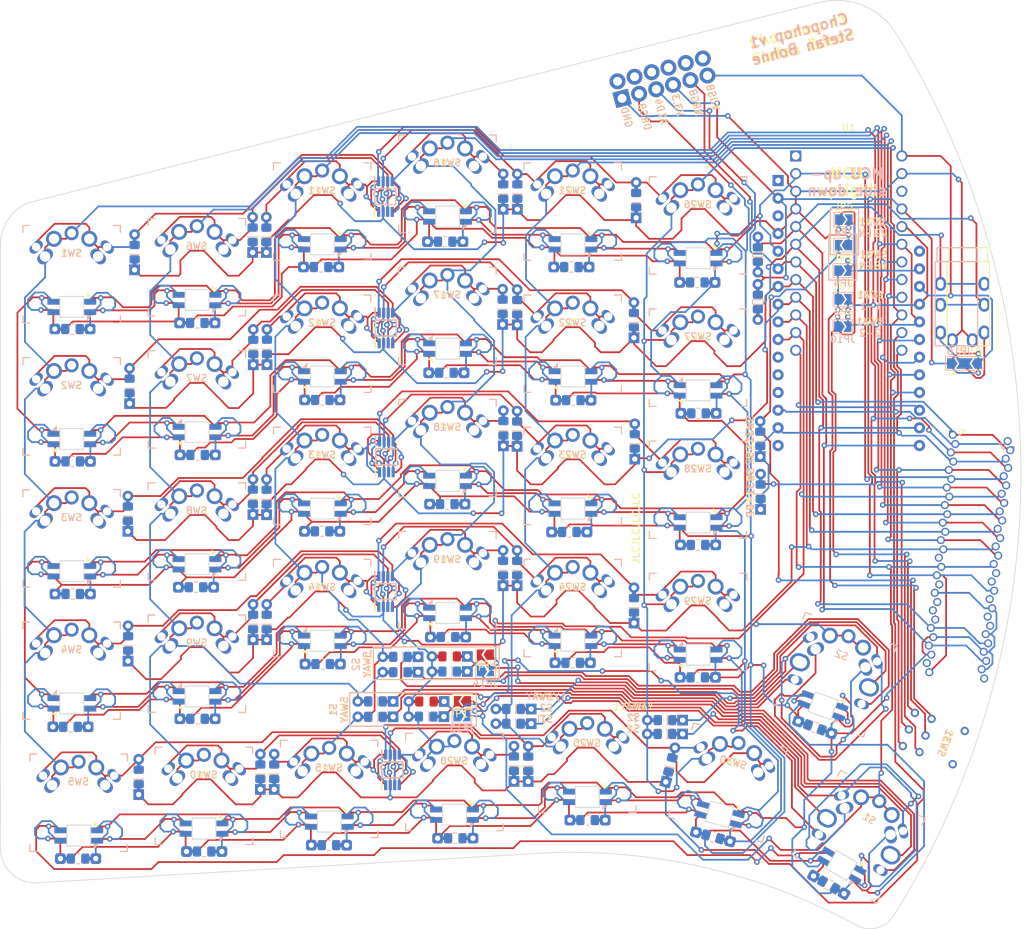
<source format=kicad_pcb>
(kicad_pcb (version 20211014) (generator pcbnew)
  (title_block (title "Hatchet v1"))
  (layers (0 "F.Cu" signal) (31 "B.Cu" signal) (34 "B.Paste" user) (35 "F.Paste" user) (36 "B.SilkS" user "B.Silkscreen") (37 "F.SilkS" user "F.Silkscreen") (38 "B.Mask" user) (39 "F.Mask" user) (44 "Edge.Cuts" user))
  (net 0 "")
  (net 1 "GND")
  (net 2 "+3V3")
  (net 3 "+5V")
  (net 4 "ROW1")
  (net 5 "ROW2")
  (net 6 "ROW3")
  (net 7 "ROW5")
  (net 8 "LED_DIN")
  (net 9 "ROW6")
  (net 10 "EN")
  (net 11 "COL1")
  (net 12 "COL3")
  (net 14 "Net-(D45-Pad2)")
  (net 15 "Net-(D46-Pad2)")
  (net 17 "unconnected-(IC2-Pad3)")
  (net 18 "unconnected-(IC3-Pad3)")
  (net 19 "unconnected-(IC4-Pad3)")
  (net 20 "Net-(D101-Pad2)")
  (net 21 "Net-(D101-Pad4)")
  (net 22 "Net-(D102-Pad2)")
  (net 23 "Net-(D103-Pad2)")
  (net 24 "Net-(D103-Pad4)")
  (net 25 "Net-(D104-Pad2)")
  (net 26 "Net-(D105-Pad4)")
  (net 27 "Net-(D111-Pad4)")
  (net 28 "Net-(D112-Pad2)")
  (net 29 "Net-(D113-Pad4)")
  (net 30 "Net-(D114-Pad2)")
  (net 31 "Net-(D115-Pad4)")
  (net 32 "Net-(D122-Pad2)")
  (net 40 "Net-(D43-Pad4)")
  (net 41 "Net-(D105-Pad2)")
  (net 42 "Net-(D106-Pad4)")
  (net 43 "Net-(D107-Pad2)")
  (net 44 "Net-(D108-Pad4)")
  (net 45 "Net-(D109-Pad2)")
  (net 46 "unconnected-(D44-Pad4)")
  (net 47 "Net-(D110-Pad4)")
  (net 48 "Net-(D116-Pad4)")
  (net 49 "Net-(D117-Pad2)")
  (net 50 "Net-(D118-Pad4)")
  (net 51 "Net-(D119-Pad2)")
  (net 52 "Net-(D120-Pad4)")
  (net 53 "Net-(D121-Pad4)")
  (net 54 "Net-(D123-Pad4)")
  (net 55 "Net-(D124-Pad2)")
  (net 56 "Net-(D125-Pad4)")
  (net 57 "Net-(D127-Pad2)")
  (net 58 "Net-(D129-Pad2)")
  (net 59 "unconnected-(IC1-Pad3)")
  (net 60 "SCL")
  (net 61 "SDA")
  (net 62 "SW11")
  (net 63 "SW16")
  (net 64 "SW21")
  (net 65 "SW26")
  (net 66 "SW1")
  (net 67 "SW6")
  (net 68 "unconnected-(IC5-Pad3)")
  (net 69 "SW2")
  (net 70 "SW3")
  (net 71 "SW4")
  (net 72 "SW5")
  (net 73 "SW7")
  (net 74 "SW8")
  (net 75 "SW9")
  (net 76 "SW10")
  (net 77 "SW12")
  (net 78 "SW13")
  (net 79 "SW14")
  (net 80 "SW15")
  (net 81 "SW17")
  (net 82 "SW18")
  (net 83 "SW19")
  (net 84 "SW20")
  (net 85 "SW22")
  (net 86 "SW23")
  (net 87 "SW24")
  (net 88 "SW25")
  (net 89 "SW27")
  (net 90 "SW28")
  (net 91 "SW29")
  (net 92 "SW30")
  (net 93 "ROW7")
  (net 94 "ROW4")
  (net 95 "COL2")
  (net 96 "COL5")
  (net 97 "COL6")
  (net 98 "COL4")
  (net 99 "Net-(D31-Pad1)")
  (net 100 "Net-(D32-Pad1)")
  (net 101 "Net-(D33-Pad1)")
  (net 102 "Net-(D34-Pad1)")
  (net 103 "Net-(D35-Pad1)")
  (net 104 "Net-(D36-Pad1)")
  (net 105 "Net-(D37-Pad1)")
  (net 106 "Net-(D38-Pad1)")
  (net 107 "Net-(D39-Pad1)")
  (net 108 "Net-(D40-Pad1)")
  (net 109 "Net-(D41-Pad1)")
  (net 110 "Net-(D42-Pad1)")
  (net 111 "ROW8")
  (net 124 "Net-(JP3-Pad1)")
  (net 125 "VRGB")
  (net 126 "DRGB")
  (net 127 "Net-(JP10-Pad1)")
  (net 128 "Net-(JP15-Pad2)")
  (net 129 "Net-(JP16-Pad2)")
  (footprint "Stefan:D_0805_2012Metric_Pad1.18x1.45mm_HandSolder_Dual_Reversible" (layer "F.Cu") (at 72.6 78.945 90)
    (fp_text reference "D12" hide)
    (fp_text value "D" hide)
  )
  (footprint "Stefan:SW_MX_PG1350_reversible" (layer "F.Cu") (at 62.53 86.475)
    (fp_text reference "SW7")
    (fp_text value "SW_SPST")
  )
  (footprint "Stefan:C_0805_2012Metric_Pad1.18x1.45mm_HandSolder_Dual_Reversible" (layer "F.Cu") (at 80.61 124.535 180)
    (fp_text reference "C114" hide)
    (fp_text value "100nF" hide)
  )
  (footprint "Stefan:C_0805_2012Metric_Pad1.18x1.45mm_HandSolder_Dual_Reversible" (layer "F.Cu") (at 134.61 88.485 180)
    (fp_text reference "C127" hide)
    (fp_text value "100nF" hide)
  )
  (footprint "Stefan:C_0805_2012Metric_Pad1.18x1.45mm_HandSolder_Dual_Reversible" (layer "F.Cu") (at 151.33 133.625 -20)
    (fp_text reference "C132" hide)
    (fp_text value "100nF" hide)
  )
  (footprint "Stefan:SW_MX_PG1350_reversible" (layer "F.Cu") (at 62.53 105.475)
    (fp_text reference "SW8")
    (fp_text value "SW_SPST")
  )
  (footprint "Stefan:SW_MX_PG1350_reversible" (layer "F.Cu") (at 80.53 116.475)
    (fp_text reference "SW14")
    (fp_text value "SW_SPST")
  )
  (footprint "Stefan:D_0805_2012Metric_Pad1.18x1.45mm_HandSolder_Dual_Reversible" (layer "F.Cu") (at 108.54 90.695 90)
    (fp_text reference "D23" hide)
    (fp_text value "D" hide)
  )
  (footprint "Stefan:D_0805_2012Metric_Pad1.18x1.45mm_HandSolder_Dual" (layer "F.Cu") (at 95.52 129.915 180)
    (fp_text reference "D36" hide)
    (fp_text value "D" hide)
  )
  (footprint "Stefan:SW_MX_PG1350_reversible" (layer "F.Cu") (at 45.53 144.475)
    (fp_text reference "SW5")
    (fp_text value "SW_SPST")
  )
  (footprint "Stefan:SK6812-MINI-E_Reversible" (layer "F.Cu") (at 116.5556 102.1856)
    (fp_text reference "D123" hide)
    (fp_text value "WS2812B" hide)
    (fp_line (start 1.7 1.5) (end -1.7 1.5) (layer "Edge.Cuts") (width 0.12))
    (fp_line (start -1.7 1.5) (end -1.7 -1.5) (layer "Edge.Cuts") (width 0.12))
    (fp_line (start 1.7 -1.5) (end 1.7 1.5) (layer "Edge.Cuts") (width 0.12))
    (fp_line (start -1.7 -1.5) (end 1.7 -1.5) (layer "Edge.Cuts") (width 0.12))
  )
  (footprint "Jumper:SolderJumper-2_P1.3mm_Open_TrianglePad1.0x1.5mm" (layer "F.Cu") (at 155.34 76.03)
    (fp_text reference "JP9")
    (fp_text value "SolderJumper_2_Open")
  )
  (footprint "Stefan:SW_MX_PG1350_reversible" (layer "F.Cu") (at 138.83 141.585 -15)
    (fp_text reference "SW30")
    (fp_text value "SW_SPST")
  )
  (footprint "Stefan:C_0805_2012Metric_Pad1.18x1.45mm_HandSolder_Dual_Reversible" (layer "F.Cu") (at 116.34 67.455)
    (fp_text reference "C121" hide)
    (fp_text value "100nF" hide)
  )
  (footprint "Stefan:C_0805_2012Metric_Pad1.18x1.45mm_HandSolder_Dual_Reversible" (layer "F.Cu") (at 62.64 94.465 180)
    (fp_text reference "C107" hide)
    (fp_text value "100nF" hide)
  )
  (footprint "Stefan:SK6812-MINI-E_Reversible" (layer "F.Cu") (at 62.5556 129.1856 180)
    (fp_text reference "D109" hide)
    (fp_text value "WS2812B" hide)
    (fp_line (start 1.7 1.5) (end -1.7 1.5) (layer "Edge.Cuts") (width 0.12))
    (fp_line (start -1.7 1.5) (end -1.7 -1.5) (layer "Edge.Cuts") (width 0.12))
    (fp_line (start 1.7 -1.5) (end 1.7 1.5) (layer "Edge.Cuts") (width 0.12))
    (fp_line (start -1.7 -1.5) (end 1.7 -1.5) (layer "Edge.Cuts") (width 0.12))
  )
  (footprint "Stefan:SK6812-MINI-E_Reversible" (layer "F.Cu") (at 62.5556 110.1856)
    (fp_text reference "D108" hide)
    (fp_text value "WS2812B" hide)
    (fp_line (start 1.7 -1.5) (end 1.7 1.5) (layer "Edge.Cuts") (width 0.12))
    (fp_line (start -1.7 1.5) (end -1.7 -1.5) (layer "Edge.Cuts") (width 0.12))
    (fp_line (start 1.7 1.5) (end -1.7 1.5) (layer "Edge.Cuts") (width 0.12))
    (fp_line (start -1.7 -1.5) (end 1.7 -1.5) (layer "Edge.Cuts") (width 0.12))
  )
  (footprint "Stefan:D_0805_2012Metric_Pad1.18x1.45mm_HandSolder_Dual_Reversible" (layer "F.Cu") (at 125.34 116.095 90)
    (fp_text reference "D29" hide)
    (fp_text value "D" hide)
  )
  (footprint "Stefan:D_0805_2012Metric_Pad1.18x1.45mm_HandSolder_Dual_Reversible" (layer "F.Cu") (at 88.19 132.115 180)
    (fp_text reference "D33" hide)
    (fp_text value "D" hide)
  )
  (footprint "Stefan:SK6812-MINI-E_Reversible" (layer "F.Cu") (at 152.507718 130.530421 -20)
    (fp_text reference "D44" hide)
    (fp_text value "WS2812B" hide)
    (fp_line (start -1.7 1.5) (end -1.7 -1.5) (layer "Edge.Cuts") (width 0.12))
    (fp_line (start 1.7 -1.5) (end 1.7 1.5) (layer "Edge.Cuts") (width 0.12))
    (fp_line (start 1.7 1.5) (end -1.7 1.5) (layer "Edge.Cuts") (width 0.12))
    (fp_line (start -1.7 -1.5) (end 1.7 -1.5) (layer "Edge.Cuts") (width 0.12))
  )
  (footprint "Stefan:D_0805_2012Metric_Pad1.18x1.45mm_HandSolder_Dual_Reversible" (layer "F.Cu") (at 71.65 140.015 90)
    (fp_text reference "D10" hide)
    (fp_text value "D" hide)
  )
  (footprint "Stefan:D_0805_2012Metric_Pad1.18x1.45mm_HandSolder_Dual_Reversible" (layer "F.Cu") (at 53.58 65.315 90)
    (fp_text reference "D1" hide)
    (fp_text value "D" hide)
  )
  (footprint "Stefan:SOP65P490X110-8N-reversible" (layer "F.Cu") (at 89.69 76.215 90)
    (fp_text reference "IC2" hide)
    (fp_text value "PACDN006MR" hide)
  )
  (footprint "Stefan:SK6812-MINI-E_Reversible" (layer "F.Cu") (at 80.5556 83.1856 180)
    (fp_text reference "D112" hide)
    (fp_text value "WS2812B" hide)
    (fp_line (start 1.7 -1.5) (end 1.7 1.5) (layer "Edge.Cuts") (width 0.12))
    (fp_line (start -1.7 1.5) (end -1.7 -1.5) (layer "Edge.Cuts") (width 0.12))
    (fp_line (start -1.7 -1.5) (end 1.7 -1.5) (layer "Edge.Cuts") (width 0.12))
    (fp_line (start 1.7 1.5) (end -1.7 1.5) (layer "Edge.Cuts") (width 0.12))
  )
  (footprint "Stefan:SW_MX_PG1350_reversible" (layer "F.Cu") (at 99.53 141.475)
    (fp_text reference "SW20")
    (fp_text value "SW_SPST")
  )
  (footprint "Stefan:SK6812-MINI-E_Reversible" (layer "F.Cu") (at 98.5556 79.1856 180)
    (fp_text reference "D117" hide)
    (fp_text value "WS2812B" hide)
    (fp_line (start 1.7 -1.5) (end 1.7 1.5) (layer "Edge.Cuts") (width 0.12))
    (fp_line (start 1.7 1.5) (end -1.7 1.5) (layer "Edge.Cuts") (width 0.12))
    (fp_line (start -1.7 -1.5) (end 1.7 -1.5) (layer "Edge.Cuts") (width 0.12))
    (fp_line (start -1.7 1.5) (end -1.7 -1.5) (layer "Edge.Cuts") (width 0.12))
  )
  (footprint "Stefan:SW_MX_PG1350_reversible" (layer "F.Cu") (at 116.53 59.475)
    (fp_text reference "SW21")
    (fp_text value "SW_SPST")
  )
  (footprint "Stefan:SK6812-MINI-E_Reversible" (layer "F.Cu") (at 98.5556 60.1856)
    (fp_text reference "D116" hide)
    (fp_text value "WS2812B" hide)
    (fp_line (start 1.7 1.5) (end -1.7 1.5) (layer "Edge.Cuts") (width 0.12))
    (fp_line (start 1.7 -1.5) (end 1.7 1.5) (layer "Edge.Cuts") (width 0.12))
    (fp_line (start -1.7 1.5) (end -1.7 -1.5) (layer "Edge.Cuts") (width 0.12))
    (fp_line (start -1.7 -1.5) (end 1.7 -1.5) (layer "Edge.Cuts") (width 0.12))
  )
  (footprint "Stefan:SK6812-MINI-E_Reversible" (layer "F.Cu") (at 118.640684 143.633625)
    (fp_text reference "D125" hide)
    (fp_text value "WS2812B" hide)
    (fp_line (start -1.7 1.5) (end -1.7 -1.5) (layer "Edge.Cuts") (width 0.12))
    (fp_line (start 1.7 -1.5) (end 1.7 1.5) (layer "Edge.Cuts") (width 0.12))
    (fp_line (start 1.7 1.5) (end -1.7 1.5) (layer "Edge.Cuts") (width 0.12))
    (fp_line (start -1.7 -1.5) (end 1.7 -1.5) (layer "Edge.Cuts") (width 0.12))
  )
  (footprint "Stefan:SW_MX_PG1350_SKQU_reversible" (layer "F.Cu") (at 154.14 126.075 -20)
    (fp_text reference "S2")
    (fp_text value "2/5SW")
  )
  (footprint "Stefan:D_0805_2012Metric_Pad1.18x1.45mm_HandSolder_Dual_Reversible" (layer "F.Cu") (at 106.57 90.635 90)
    (fp_text reference "D18" hide)
    (fp_text value "D" hide)
  )
  (footprint "Stefan:D_0805_2012Metric_Pad1.18x1.45mm_HandSolder_Dual_Reversible" (layer "F.Cu") (at 72.51 62.825 90)
    (fp_text reference "D11" hide)
    (fp_text value "D" hide)
  )
  (footprint "Stefan:D_0805_2012Metric_Pad1.18x1.45mm_HandSolder_Dual_Reversible" (layer "F.Cu") (at 88.19 129.905 180)
    (fp_text reference "D35" hide)
    (fp_text value "D" hide)
  )
  (footprint "Stefan:C_0805_2012Metric_Pad1.18x1.45mm_HandSolder_Dual_Reversible" (layer "F.Cu") (at 80.5325 105.445)
    (fp_text reference "C113" hide)
    (fp_text value "100nF" hide)
  )
  (footprint "Stefan:C_0805_2012Metric_Pad1.18x1.45mm_HandSolder_Dual_Reversible" (layer "F.Cu") (at 62.59 75.485)
    (fp_text reference "C106" hide)
    (fp_text value "100nF" hide)
  )
  (footprint "Stefan:D_0805_2012Metric_Pad1.18x1.45mm_HandSolder_Dual_Reversible" (layer "F.Cu") (at 106.54 56.605 90)
    (fp_text reference "D16" hide)
    (fp_text value "D" hide)
  )
  (footprint "Stefan:C_0805_2012Metric_Pad1.18x1.45mm_HandSolder_Dual_Reversible" (layer "F.Cu") (at 116.0425 105.545)
    (fp_text reference "C123" hide)
    (fp_text value "100nF" hide)
  )
  (footprint "Stefan:D_0805_2012Metric_Pad1.18x1.45mm_HandSolder_Dual_Reversible" (layer "F.Cu") (at 72.56 118.485 90)
    (fp_text reference "D14" hide)
    (fp_text value "D" hide)
  )
  (footprint "Stefan:SW_MX_PG1350_reversible" (layer "F.Cu") (at 63.53 143.475)
    (fp_text reference "SW10")
    (fp_text value "SW_SPST")
  )
  (footprint "Stefan:SK6812-MINI-E_Reversible" (layer "F.Cu") (at 44.5556 92.1856 180)
    (fp_text reference "D102" hide)
    (fp_text value "WS2812B" hide)
    (fp_line (start 1.7 1.5) (end -1.7 1.5) (layer "Edge.Cuts") (width 0.12))
    (fp_line (start 1.7 -1.5) (end 1.7 1.5) (layer "Edge.Cuts") (width 0.12))
    (fp_line (start -1.7 -1.5) (end 1.7 -1.5) (layer "Edge.Cuts") (width 0.12))
    (fp_line (start -1.7 1.5) (end -1.7 -1.5) (layer "Edge.Cuts") (width 0.12))
  )
  (footprint "Stefan:SW_MX_PG1350_reversible" (layer "F.Cu") (at 116.53 116.475)
    (fp_text reference "SW24")
    (fp_text value "SW_SPST")
  )
  (footprint "Jumper:SolderJumper-2_P1.3mm_Open_TrianglePad1.0x1.5mm" (layer "F.Cu") (at 155.45 64.3 180)
    (fp_text reference "JP1")
    (fp_text value "SolderJumper_2_Open")
  )
  (footprint "Stefan:SW_MX_PG1350_reversible" (layer "F.Cu") (at 44.53 106.475)
    (fp_text reference "SW3")
    (fp_text value "SW_SPST")
  )
  (footprint "Stefan:SW_MX_PG1350_reversible" (layer "F.Cu") (at 98.53 55.475)
    (fp_text reference "SW16")
    (fp_text value "SW_SPST")
  )
  (footprint "Stefan:D_0805_2012Metric_Pad1.18x1.45mm_HandSolder_Dual_Reversible" (layer "F.Cu") (at 52.61 102.915 90)
    (fp_text reference "D3" hide)
    (fp_text value "D" hide)
  )
  (footprint "Stefan:SK6812-MINI-E_Reversible" (layer "F.Cu") (at 134.5556 66.1856)
    (fp_text reference "D126" hide)
    (fp_text value "WS2812B" hide)
    (fp_line (start -1.7 1.5) (end -1.7 -1.5) (layer "Edge.Cuts") (width 0.12))
    (fp_line (start 1.7 -1.5) (end 1.7 1.5) (layer "Edge.Cuts") (width 0.12))
    (fp_line (start 1.7 1.5) (end -1.7 1.5) (layer "Edge.Cuts") (width 0.12))
    (fp_line (start -1.7 -1.5) (end 1.7 -1.5) (layer "Edge.Cuts") (width 0.12))
  )
  (footprint "Stefan:SW_MX_PG1350_reversible" (layer "F.Cu") (at 80.53 59.475)
    (fp_text reference "SW11")
    (fp_text value "SW_SPST")
  )
  (footprint "Stefan:D_0805_2012Metric_Pad1.18x1.45mm_HandSolder_Dual_Reversible" (layer "F.Cu") (at 129.79 132.595 180)
    (fp_text reference "D40" hide)
    (fp_text value "D" hide)
  )
  (footprint "Stefan:D_0805_2012Metric_Pad1.18x1.45mm_HandSolder_Dual_Reversible" (layer "F.Cu") (at 108.55 110.725 90)
    (fp_text reference "D24" hide)
    (fp_text value "D" hide)
  )
  (footprint "Stefan:SK6812-MINI-E_Reversible" (layer "F.Cu") (at 98.5556 98.1856)
    (fp_text reference "D118" hide)
    (fp_text value "WS2812B" hide)
    (fp_line (start -1.7 -1.5) (end 1.7 -1.5) (layer "Edge.Cuts") (width 0.12))
    (fp_line (start -1.7 1.5) (end -1.7 -1.5) (layer "Edge.Cuts") (width 0.12))
    (fp_line (start 1.7 -1.5) (end 1.7 1.5) (layer "Edge.Cuts") (width 0.12))
    (fp_line (start 1.7 1.5) (end -1.7 1.5) (layer "Edge.Cuts") (width 0.12))
  )
  (footprint "Stefan:DIP794W56P254L3486H508Q28N" (layer "F.Cu") (at 173.226982 108.43156 -6.5)
    (fp_text reference "IC6" hide)
    (fp_text value "MCP23017-E_SP" hide)
  )
  (footprint "Stefan:R_0805_2012Metric_Pad1.18x1.45mm_HandSolder_Dual_Reversible" (layer "F.Cu") (at 143.14 65.6575 90)
    (fp_text reference "R1" hide)
    (fp_text value "4.7k" hide)
  )
  (footprint "Stefan:C_0805_2012Metric_Pad1.18x1.45mm_HandSolder_Dual_Reversible" (layer "F.Cu") (at 62.4025 113.485)
    (fp_text reference "C108" hide)
    (fp_text value "100nF" hide)
  )
  (footprint "Stefan:A9TS220012" (layer "F.Cu") (at 168.094511 132.418961 160)
    (fp_text reference "SW31")
    (fp_text value "SW_Push_DPDT" hide)
  )
  (footprint "Stefan:D_0805_2012Metric_Pad1.18x1.45mm_HandSolder_Dual_Reversible" (layer "F.Cu") (at 130.568525 139.022852 75)
    (fp_text reference "D30" hide)
    (fp_text value "D" hide)
  )
  (footprint "Stefan:SK6812-MINI-E_Reversible" (layer "F.Cu") (at 134.5556 123.1856 180)
    (fp_text reference "D129" hide)
    (fp_text value "WS2812B" hide)
    (fp_line (start 1.7 -1.5) (end 1.7 1.5) (layer "Edge.Cuts") (width 0.12))
    (fp_line (start 1.7 1.5) (end -1.7 1.5) (layer "Edge.Cuts") (width 0.12))
    (fp_line (start -1.7 1.5) (end -1.7 -1.5) (layer "Edge.Cuts") (width 0.12))
    (fp_line (start -1.7 -1.5) (end 1.7 -1.5) (layer "Edge.Cuts") (width 0.12))
  )
  (footprint "Stefan:SW_MX_PG1350_reversible" (layer "F.Cu") (at 44.53 68.475)
    (fp_text reference "SW1")
    (fp_text value "SW_SPST")
  )
  (footprint "Stefan:D_0805_2012Metric_Pad1.18x1.45mm_HandSolder_Dual_Reversible" (layer "F.Cu") (at 52.86 84.545 90)
    (fp_text reference "D2" hide)
    (fp_text value "D" hide)
  )
  (footprint "Stefan:D_0805_2012Metric_Pad1.18x1.45mm_HandSolder_Dual_Reversible" (layer "F.Cu") (at 73.64 140.015 90)
    (fp_text reference "D15" hide)
    (fp_text value "D" hide)
  )
  (footprint "Stefan:SW_MX_PG1350_reversible" (layer "F.Cu") (at 44.53 125.475)
    (fp_text reference "SW4")
    (fp_text value "SW_SPST")
  )
  (footprint "Stefan:D_0805_2012Metric_Pad1.18x1.45mm_HandSolder_Dual_Reversible" (layer "F.Cu") (at 106.46 73.175 90)
    (fp_text reference "D17" hide)
    (fp_text value "D" hide)
  )
  (footprint "Stefan:C_0805_2012Metric_Pad1.18x1.45mm_HandSolder_Dual_Reversible" (layer "F.Cu") (at 98.62 120.655 180)
    (fp_text reference "C119" hide)
    (fp_text value "100nF" hide)
  )
  (footprint "Stefan:D_0805_2012Metric_Pad1.18x1.45mm_HandSolder_Dual_Reversible" (layer "F.Cu") (at 70.63 78.955 90)
    (fp_text reference "D7" hide)
    (fp_text value "D" hide)
  )
  (footprint "Stefan:C_0805_2012Metric_Pad1.18x1.45mm_HandSolder_Dual_Reversible" (layer "F.Cu") (at 44.37 133.555 180)
    (fp_text reference "C104" hide)
    (fp_text value "100nF" hide)
  )
  (footprint "Stefan:SW_MX_PG1350_reversible" (layer "F.Cu") (at 80.53 97.475)
    (fp_text reference "SW13")
    (fp_text value "SW_SPST")
  )
  (footprint "Stefan:D_0805_2012Metric_Pad1.18x1.45mm_HandSolder_Dual_Reversible" (layer "F.Cu") (at 108.03 133.105 180)
    (fp_text reference "D32" hide)
    (fp_text value "D" hide)
  )
  (footprint "Stefan:SK6812-MINI-E_Reversible" (layer "F.Cu") (at 63.5556 148.1856)
    (fp_text reference "D110" hide)
    (fp_text value "WS2812B" hide)
    (fp_line (start -1.7 1.5) (end -1.7 -1.5) (layer "Edge.Cuts") (width 0.12))
    (fp_line (start 1.7 1.5) (end -1.7 1.5) (layer "Edge.Cuts") (width 0.12))
    (fp_line (start 1.7 -1.5) (end 1.7 1.5) (layer "Edge.Cuts") (width 0.12))
    (fp_line (start -1.7 -1.5) (end 1.7 -1.5) (layer "Edge.Cuts") (width 0.12))
  )
  (footprint "Stefan:D_0805_2012Metric_Pad1.18x1.45mm_HandSolder_Dual_Reversible" (layer "F.Cu") (at 72.54 100.515 90)
    (fp_text reference "D13" hide)
    (fp_text value "D" hide)
  )
  (footprint "Stefan:SW_MX_PG1350_reversible" (layer "F.Cu") (at 81.53 142.475)
    (fp_text reference "SW15")
    (fp_text value "SW_SPST")
  )
  (footprint "Stefan:SK6812-MINI-E_Reversible" (layer "F.Cu") (at 80.5556 121.1856 180)
    (fp_text reference "D114" hide)
    (fp_text value "WS2812B" hide)
    (fp_line (start 1.7 1.5) (end -1.7 1.5) (layer "Edge.Cuts") (width 0.12))
    (fp_line (start -1.7 -1.5) (end 1.7 -1.5) (layer "Edge.Cuts") (width 0.12))
    (fp_line (start -1.7 1.5) (end -1.7 -1.5) (layer "Edge.Cuts") (width 0.12))
    (fp_line (start 1.7 -1.5) (end 1.7 1.5) (layer "Edge.Cuts") (width 0.12))
  )
  (footprint "Stefan:C_0805_2012Metric_Pad1.18x1.45mm_HandSolder_Dual_Reversible" (layer "F.Cu") (at 118.67 146.965)
    (fp_text reference "C125" hide)
    (fp_text value "100nF" hide)
  )
  (footprint "Stefan:SK6812-MINI-E_Reversible" (layer "F.Cu") (at 80.5556 102.1856)
    (fp_text reference "D113" hide)
    (fp_text value "WS2812B" hide)
    (fp_line (start 1.7 -1.5) (end 1.7 1.5) (layer "Edge.Cuts") (width 0.12))
    (fp_line (start 1.7 1.5) (end -1.7 1.5) (layer "Edge.Cuts") (width 0.12))
    (fp_line (start -1.7 1.5) (end -1.7 -1.5) (layer "Edge.Cuts") (width 0.12))
    (fp_line (start -1.7 -1.5) (end 1.7 -1.5) (layer "Edge.Cuts") (width 0.12))
  )
  (footprint "Stefan:SK6812-MINI-E_Reversible" (layer "F.Cu") (at 98.5556 117.1856 180)
    (fp_text reference "D119" hide)
    (fp_text value "WS2812B" hide)
    (fp_line (start 1.7 -1.5) (end 1.7 1.5) (layer "Edge.Cuts") (width 0.12))
    (fp_line (start -1.7 -1.5) (end 1.7 -1.5) (layer "Edge.Cuts") (width 0.12))
    (fp_line (start -1.7 1.5) (end -1.7 -1.5) (layer "Edge.Cuts") (width 0.12))
    (fp_line (start 1.7 1.5) (end -1.7 1.5) (layer "Edge.Cuts") (width 0.12))
  )
  (footprint "Stefan:SW_MX_PG1350_reversible" (layer "F.Cu") (at 98.53 93.475)
    (fp_text reference "SW18")
    (fp_text value "SW_SPST")
  )
  (footprint "Stefan:SK6812-MINI-E_Reversible" (layer "F.Cu") (at 134.5556 104.1856)
    (fp_text reference "D128" hide)
    (fp_text value "WS2812B" hide)
    (fp_line (start -1.7 1.5) (end -1.7 -1.5) (layer "Edge.Cuts") (width 0.12))
    (fp_line (start 1.7 1.5) (end -1.7 1.5) (layer "Edge.Cuts") (width 0.12))
    (fp_line (start -1.7 -1.5) (end 1.7 -1.5) (layer "Edge.Cuts") (width 0.12))
    (fp_line (start 1.7 -1.5) (end 1.7 1.5) (layer "Edge.Cuts") (width 0.12))
  )
  (footprint "Stefan:C_0805_2012Metric_Pad1.18x1.45mm_HandSolder_Dual_Reversible" (layer "F.Cu") (at 136.69 149.365 -15)
    (fp_text reference "C130" hide)
    (fp_text value "100nF" hide)
  )
  (footprint "Jumper:SolderJumper-2_P1.3mm_Open_TrianglePad1.0x1.5mm" (layer "F.Cu") (at 155.379998 72.090002)
    (fp_text reference "JP7")
    (fp_text value "SolderJumper_2_Open")
  )
  (footprint "Stefan:SK6812-MINI-E_Reversible" (layer "F.Cu") (at 81.5556 147.1856)
    (fp_text reference "D115" hide)
    (fp_text value "WS2812B" hide)
    (fp_line (start -1.7 -1.5) (end 1.7 -1.5) (layer "Edge.Cuts") (width 0.12))
    (fp_line (start 1.7 -1.5) (end 1.7 1.5) (layer "Edge.Cuts") (width 0.12))
    (fp_line (start -1.7 1.5) (end -1.7 -1.5) (layer "Edge.Cuts") (width 0.12))
    (fp_line (start 1.7 1.5) (end -1.7 1.5) (layer "Edge.Cuts") (width 0.12))
  )
  (footprint "Stefan:Adafruit_Feather" (layer "F.Cu") (at 146.040998 55.012002)
    (fp_text reference "U1")
    (fp_text value "Adafruit_Feather_32u4_BluefruitLE")
  )
  (footprint "Stefan:C_0805_2012Metric_Pad1.18x1.45mm_HandSolder_Dual_Reversible" (layer "F.Cu") (at 99.66 149.575)
    (fp_text reference "C120" hide)
    (fp_text value "100nF" hide)
  )
  (footprint "Stefan:D_0805_2012Metric_Pad1.18x1.45mm_HandSolder_Dual_Reversible" (layer "F.Cu") (at 70.54 62.815 90)
    (fp_text reference "D6" hide)
    (fp_text value "D" hide)
  )
  (footprint "Stefan:SW_MX_PG1350_reversible" (layer "F.Cu") (at 116.53 78.475)
    (fp_text reference "SW22")
    (fp_text value "SW_SPST")
  )
  (footprint "Stefan:SK6812-MINI-E_Reversible" (layer "F.Cu") (at 44.5556 130.1856 180)
    (fp_text reference "D104" hide)
    (fp_text value "WS2812B" hide)
    (fp_line (start -1.7 1.5) (end -1.7 -1.5) (layer "Edge.Cuts") (width 0.12))
    (fp_line (start -1.7 -1.5) (end 1.7 -1.5) (layer "Edge.Cuts") (width 0.12))
    (fp_line (start 1.7 1.5) (end -1.7 1.5) (layer "Edge.Cuts") (width 0.12))
    (fp_line (start 1.7 -1.5) (end 1.7 1.5) (layer "Edge.Cuts") (width 0.12))
  )
  (footprint "Stefan:SOP65P490X110-8N-reversible" (layer "F.Cu") (at 90.632391 139.75382 90)
    (fp_text reference "IC5" hide)
    (fp_text value "PACDN006MR" hide)
  )
  (footprint "Stefan:C_0805_2012Metric_Pad1.18x1.45mm_HandSolder_Dual_Reversible" (layer "F.Cu") (at 80.38 67.445)
    (fp_text reference "C111" hide)
    (fp_text value "100nF" hide)
  )
  (footprint "Stefan:D_0805_2012Metric_Pad1.18x1.45mm_HandSolder_Dual_Reversible" (layer "F.Cu") (at 125.65 57.835 90)
    (fp_text reference "D26" hide)
    (fp_text value "D" hide)
  )
  (footprint "Stefan:SW_MX_PG1350_reversible" (layer "F.Cu") (at 44.53 87.475)
    (fp_text reference "SW2")
    (fp_text value "SW_SPST")
  )
  (footprint "Stefan:SW_MX_PG1350_reversible" (layer "F.Cu") (at 98.53 74.475)
    (fp_text reference "SW17")
    (fp_text value "SW_SPST")
  )
  (footprint "Stefan:SK6812-MINI-E_Reversible" (layer "F.Cu") (at 99.5556 146.1856)
    (fp_text reference "D120" hide)
    (fp_text value "WS2812B" hide)
    (fp_line (start -1.7 1.5) (end -1.7 -1.5) (layer "Edge.Cuts") (width 0.12))
    (fp_line (start 1.7 -1.5) (end 1.7 1.5) (layer "Edge.Cuts") (width 0.12))
    (fp_line (start 1.7 1.5) (end -1.7 1.5) (layer "Edge.Cuts") (width 0.12))
    (fp_line (start -1.7 -1.5) (end 1.7 -1.5) (layer "Edge.Cuts") (width 0.12))
  )
  (footprint "Stefan:C_0805_2012Metric_Pad1.18x1.45mm_HandSolder_Dual_Reversible" (layer "F.Cu") (at 62.6225 132.405 180)
    (fp_text reference "C109" hide)
    (fp_text value "100nF" hide)
  )
  (footprint "Stefan:SW_MX_PG1350_reversible" (layer "F.Cu") (at 134.53 80.475)
    (fp_text reference "SW27")
    (fp_text value "SW_SPST")
  )
  (footprint "Stefan:C_0805_2012Metric_Pad1.18x1.45mm_HandSolder_Dual_Reversible" (layer "F.Cu") (at 116.62 86.595 180)
    (fp_text reference "C122" hide)
    (fp_text value "100nF" hide)
  )
  (footprint "Stefan:C_0805_2012Metric_Pad1.18x1.45mm_HandSolder_Dual_Reversible" (layer "F.Cu") (at 81.51 150.565)
    (fp_text reference "C115" hide)
    (fp_text value "100nF" hide)
  )
  (footprint "Stefan:SW_MX_PG1350_reversible" (layer "F.Cu") (at 116.53 97.475)
    (fp_text reference "SW23")
    (fp_text value "SW_SPST")
  )
  (footprint "Stefan:D_0805_2012Metric_Pad1.18x1.45mm_HandSolder_Dual_Reversible" (layer "F.Cu") (at 108.03 130.995 180)
    (fp_text reference "D38" hide)
    (fp_text value "D" hide)
  )
  (footprint "Stefan:D_0805_2012Metric_Pad1.18x1.45mm_HandSolder_Dual_Reversible" (layer "F.Cu") (at 125.33 75.085 90)
    (fp_text reference "D27" hide)
    (fp_text value "D" hide)
  )
  (footprint "Stefan:C_0805_2012Metric_Pad1.18x1.45mm_HandSolder_Dual_Reversible" (layer "F.Cu") (at 134.5 126.445 180)
    (fp_text reference "C129" hide)
    (fp_text value "100nF" hide)
  )
  (footprint "Stefan:SW_MX_PG1350_reversible" (layer "F.Cu") (at 118.615083 138.923025)
    (fp_text reference "SW25")
    (fp_text value "SW_SPST")
  )
  (footprint "Stefan:SW_MX_PG1350_reversible" (layer "F.Cu") (at 134.53 61.475)
    (fp_text reference "SW26")
    (fp_text value "SW_SPST")
  )
  (footprint "Stefan:D_0805_2012Metric_Pad1.18x1.45mm_HandSolder_Dual_Reversible" (layer "F.Cu") (at 52.64 121.565 90)
    (fp_text reference "D4" hide)
    (fp_text value "D" hide)
  )
  (footprint "Stefan:C_0805_2012Metric_Pad1.18x1.45mm_HandSolder_Dual_Reversible" (layer "F.Cu") (at 153.33 156.275 -30)
    (fp_text reference "C131" hide)
    (fp_text value "100nF" hide)
  )
  (footprint "Stefan:C_0805_2012Metric_Pad1.18x1.45mm_HandSolder_Dual_Reversible" (layer "F.Cu") (at 44.65 76.365)
    (fp_text reference "C101" hide)
    (fp_text value "100nF" hide)
  )
  (footprint "Keebio-Parts:TRRS-PJ-320A" (layer "F.Cu") (at 173.37 66.6675)
    (fp_text reference "U4")
    (fp_text value "TRRS")
  )
  (footprint "Stefan:SK6812-MINI-E_Reversible" (layer "F.Cu") (at 45.5556 149.1856)
    (fp_text reference "D105" hide)
    (fp_text value "WS2812B" hide)
    (fp_line (start -1.7 -1.5) (end 1.7 -1.5) (layer "Edge.Cuts") (width 0.12))
    (fp_line (start 1.7 -1.5) (end 1.7 1.5) (layer "Edge.Cuts") (width 0.12))
    (fp_line (start -1.7 1.5) (end -1.7 -1.5) (layer "Edge.Cuts") (width 0.12))
    (fp_line (start 1.7 1.5) (end -1.7 1.5) (layer "Edge.Cuts") (width 0.12))
  )
  (footprint "Stefan:D_0805_2012Metric_Pad1.18x1.45mm_HandSolder_Dual_Reversible" (layer "F.Cu") (at 54.17 140.755 90)
    (fp_text reference "D5" hide)
    (fp_text value "D" hide)
  )
  (footprint "Stefan:C_0805_2012Metric_Pad1.18x1.45mm_HandSolder_Dual_Reversible" (layer "F.Cu") (at 98.21 63.805)
    (fp_text reference "C116" hide)
    (fp_text value "100nF" hide)
  )
  (footprint "Stefan:SK6812-MINI-E_Reversible" (layer "F.Cu") (at 116.5556 64.1856)
    (fp_text reference "D121" hide)
    (fp_text value "WS2812B" hide)
    (fp_line (start -1.7 -1.5) (end 1.7 -1.5) (layer "Edge.Cuts") (width 0.12))
    (fp_line (start -1.7 1.5) (end -1.7 -1.5) (layer "Edge.Cuts") (width 0.12))
    (fp_line (start 1.7 1.5) (end -1.7 1.5) (layer "Edge.Cuts") (width 0.12))
    (fp_line (start 1.7 -1.5) (end 1.7 1.5) (layer "Edge.Cuts") (width 0.12))
  )
  (footprint "Stefan:D_0805_2012Metric_Pad1.18x1.45mm_HandSolder_Dual_Reversible" (layer "F.Cu") (at 143.48 92.165 90)
    (fp_text reference "D45" hide)
    (fp_text value "D" hide)
  )
  (footprint "Stefan:D_0805_2012Metric_Pad1.18x1.45mm_HandSolder_Dual_Reversible" (layer "F.Cu") (at 108.56 73.225 90)
    (fp_text reference "D22" hide)
    (fp_text value "D" hide)
  )
  (footprint "Stefan:SOP65P490X110-8N-reversible" (layer "F.Cu") (at 89.75 94.745 90)
    (fp_text reference "IC3" hide)
    (fp_text value "PACDN006MR" hide)
  )
  (footprint "Stefan:SW_MX_PG1350_SKQU_reversible" (layer "F.Cu") (at 157.63449 149.353482 -30)
    (fp_text reference "S1")
    (fp_text value "2/5SW")
  )
  (footprint "Stefan:C_0805_2012Metric_Pad1.18x1.45mm_HandSolder_Dual_Reversible" (layer "F.Cu") (at 80.55 86.555 180)
    (fp_text reference "C112" hide)
    (fp_text value "100nF" hide)
  )
  (footprint "Stefan:C_0805_2012Metric_Pad1.18x1.45mm_HandSolder_Dual_Reversible" (layer "F.Cu") (at 116.5325 124.355 180)
    (fp_text reference "C124" hide)
    (fp_text value "100nF" hide)
  )
  (footprint "Stefan:SK6812-MINI-E_Reversible" (layer "F.Cu") (at 137.635535 146.141717 -15)
    (fp_text reference "D130" hide)
    (fp_text value "WS2812B" hide)
    (fp_line (start -1.7 1.5) (end -1.7 -1.5) (layer "Edge.Cuts") (width 0.12))
    (fp_line (start -1.7 -1.5) (end 1.7 -1.5) (layer "Edge.Cuts") (width 0.12))
    (fp_line (start 1.7 1.5) (end -1.7 1.5) (layer "Edge.Cuts") (width 0.12))
    (fp_line (start 1.7 -1.5) (end 1.7 1.5) (layer "Edge.Cuts") (width 0.12))
  )
  (footprint "Stefan:C_0805_2012Metric_Pad1.18x1.45mm_HandSolder_Dual_Reversible" (layer "F.Cu") (at 98.51 101.535)
    (fp_text reference "C118" hide)
    (fp_text value "100nF" hide)
  )
  (footprint "Stefan:SK6812-MINI-E_Reversible" (layer "F.Cu") (at 116.5556 121.1856 180)
    (fp_text reference "D124" hide)
    (fp_text value "WS2812B" hide)
    (fp_line (start -1.7 1.5) (end -1.7 -1.5) (layer "Edge.Cuts") (width 0.12))
    (fp_line (start -1.7 -1.5) (end 1.7 -1.5) (layer "Edge.Cuts") (width 0.12))
    (fp_line (start 1.7 -1.5) (end 1.7 1.5) (layer "Edge.Cuts") (width 0.12))
    (fp_line (start 1.7 1.5) (end -1.7 1.5) (layer "Edge.Cuts") (width 0.12))
  )
  (footprint "Stefan:C_0805_2012Metric_Pad1.18x1.45mm_HandSolder_Dual_Reversible" (layer "F.Cu") (at 44.69 114.455)
    (fp_text reference "C103" hide)
    (fp_text value "100nF" hide)
  )
  (footprint "Stefan:SW_MX_PG1350_reversible" (layer "F.Cu") (at 98.53 112.475)
    (fp_text reference "SW19")
    (fp_text value "SW_SPST")
  )
  (footprint "Stefan:D_0805_2012Metric_Pad1.18x1.45mm_HandSolder_Dual_Reversible" (layer "F.Cu") (at 70.6 118.485 90)
    (fp_text reference "D9" hide)
    (fp_text value "D" hide)
  )
  (footprint "Stefan:C_0805_2012Metric_Pad1.18x1.45mm_HandSolder_Dual_Reversible" (layer "F.Cu") (at 45.46 152.505)
    (fp_text reference "C105" hide)
    (fp_text value "100nF" hide)
  )
  (footprint "Stefan:SW_MX_PG1350_reversible" (layer "F.Cu") (at 62.53 67.475)
    (fp_text reference "SW6")
    (fp_text value "SW_SPST")
  )
  (footprint "Stefan:R_0805_2012Metric_Pad1.18x1.45mm_HandSolder_Dual_Reversible" (layer "F.Cu") (at 143.14 72.475 -90)
    (fp_text reference "R2" hide)
    (fp_text value "4.7k" hide)
  )
  (footprint "Stefan:SK6812-MINI-E_Reversible" (layer "F.Cu") (at 134.5556 85.1856 180)
    (fp_text reference "D127" hide)
    (fp_text value "WS2812B" hide)
    (fp_line (start -1.7 -1.5) (end 1.7 -1.5) (layer "Edge.Cuts") (width 0.12))
    (fp_line (start 1.7 1.5) (end -1.7 1.5) (layer "Edge.Cuts") (width 0.12))
    (fp_line (start -1.7 1.5) (end -1.7 -1.5) (layer "Edge.Cuts") (width 0.12))
    (fp_line (start 1.7 -1.5) (end 1.7 1.5) (layer "Edge.Cuts") (width 0.12))
  )
  (footprint "Stefan:D_0805_2012Metric_Pad1.18x1.45mm_HandSolder_Dual_Reversible" (layer "F.Cu") (at 108.58 56.605 90)
    (fp_text reference "D21" hide)
    (fp_text value "D" hide)
  )
  (footprint "Jumper:SolderJumper-2_P1.3mm_Open_TrianglePad1.0x1.5mm" (layer "F.Cu") (at 100.693292 129.88187 180)
    (fp_text reference "JP11")
    (fp_text value "SolderJumper_2_Open")
  )
  (footprint "Jumper:SolderJumper-2_P1.3mm_Open_TrianglePad1.0x1.5mm" (layer "F.Cu") (at 103.975 123.185 180)
    (fp_text reference "JP13")
    (fp_text value "SolderJumper_2_Open")
  )
  (footprint "Stefan:SW_MX_PG1350_reversible" (layer "F.Cu") (at 134.53 118.475)
    (fp_text reference "SW29")
    (fp_text value "SW_SPST")
  )
  (footprint "Stefan:D_0805_2012Metric_Pad1.18x1.45mm_HandSolder_Dual_Reversible" (layer "F.Cu") (at 91.78 123.495 180)
    (fp_text reference "D39" hide)
    (fp_text value "D" hide)
  )
  (footprint "Jumper:SolderJumper-2_P1.3mm_Open_TrianglePad1.0x1.5mm" (layer "F.Cu") (at 155.359998 67.970002)
    (fp_text reference "JP3")
    (fp_text value "SolderJumper_2_Open")
  )
  (footprint "Stefan:C_0805_2012Metric_Pad1.18x1.45mm_HandSolder_Dual_Reversible" (layer "F.Cu") (at 63.58 151.485)
    (fp_text reference "C110" hide)
    (fp_text value "100nF" hide)
  )
  (footprint "Stefan:D_0805_2012Metric_Pad1.18x1.45mm_HandSolder_Dual_Reversible" (layer "F.Cu") (at 110.14 138.875 90)
    (fp_text reference "D25" hide)
    (fp_text value "D" hide)
  )
  (footprint "Stefan:SK6812-MINI-E_Reversible" (layer "F.Cu") (at 116.5556 83.1856 180)
    (fp_text reference "D122" hide)
    (fp_text value "WS2812B" hide)
    (fp_line (start 1.7 1.5) (end -1.7 1.5) (layer "Edge.Cuts") (width 0.12))
    (fp_line (start -1.7 1.5) (end -1.7 -1.5) (layer "Edge.Cuts") (width 0.12))
    (fp_line (start -1.7 -1.5) (end 1.7 -1.5) (layer "Edge.Cuts") (width 0.12))
    (fp_line (start 1.7 -1.5) (end 1.7 1.5) (layer "Edge.Cuts") (width 0.12))
  )
  (footprint "Jumper:SolderJumper-2_P1.3mm_Open_TrianglePad1.0x1.5mm" (layer "F.Cu") (at 155.484998 60.630002)
    (fp_text reference "JP5")
    (fp_text value "SolderJumper_2_Open")
  )
  (footprint "Stefan:D_0805_2012Metric_Pad1.18x1.45mm_HandSolder_Dual" (layer "F.Cu") (at 98.85 123.435 180)
    (fp_text reference "D42" hide)
    (fp_text value "D" hide)
  )
  (footprint "Stefan:SW_MX_PG1350_reversible" (layer "F.Cu") (at 80.53 78.475)
    (fp_text reference "SW12")
    (fp_text value "SW_SPST")
  )
  (footprint "Stefan:D_0805_2012Metric_Pad1.18x1.45mm_HandSolder_Dual_Reversible" (layer "F.Cu") (at 108.09 138.8625 90)
    (fp_text reference "D20" hide)
    (fp_text value "D" hide)
  )
  (footprint "Stefan:SOP65P490X110-8N-reversible" (layer "F.Cu") (at 89.615 57.319632 90)
    (fp_text reference "IC1" hide)
    (fp_text value "PACDN006MR" hide)
  )
  (footprint "Stefan:SK6812-MINI-E_Reversible" (layer "F.Cu") (at 62.5556 91.1856 180)
    (fp_text reference "D107" hide)
    (fp_text value "WS2812B" hide)
    (fp_line (start 1.7 1.5) (end -1.7 1.5) (layer "Edge.Cuts") (width 0.12))
    (fp_line (start -1.7 1.5) (end -1.7 -1.5) (layer "Edge.Cuts") (width 0.12))
    (fp_line (start -1.7 -1.5) (end 1.7 -1.5) (layer "Edge.Cuts") (width 0.12))
    (fp_line (start 1.7 -1.5) (end 1.7 1.5) (layer "Edge.Cuts") (width 0.12))
  )
  (footprint "Stefan:SW_MX_PG1350_reversible" (layer "F.Cu") (at 62.53 124.475)
    (fp_text reference "SW9")
    (fp_text value "SW_SPST")
  )
  (footprint "Stefan:C_0805_2012Metric_Pad1.18x1.45mm_HandSolder_Dual_Reversible" (layer "F.Cu") (at 44.69 95.395 180)
    (fp_text reference "C102" hide)
    (fp_text value "100nF" hide)
  )
  (footprint "Stefan:SK6812-MINI-E_Reversible" (layer "F.Cu") (at 44.5556 111.1856)
    (fp_text reference "D103" hide)
    (fp_text value "WS2812B" hide)
    (fp_line (start -1.7 1.5) (end -1.7 -1.5) (layer "Edge.Cuts") (width 0.12))
    (fp_line (start 1.7 -1.5) (end 1.7 1.5) (layer "Edge.Cuts") (width 0.12))
    (fp_line (start 1.7 1.5) (end -1.7 1.5) (layer "Edge.Cuts") (width 0.12))
    (fp_line (start -1.7 -1.5) (end 1.7 -1.5) (layer "Edge.Cuts") (width 0.12))
  )
  (footprint "Stefan:D_0805_2012Metric_Pad1.18x1.45mm_HandSolder_Dual_Reversible" (layer "F.Cu") (at 106.52 110.725 90)
    (fp_text reference "D19" hide)
    (fp_text value "D" hide)
  )
  (footprint "Stefan:D_0805_2012Metric_Pad1.18x1.45mm_HandSolder_Dual_Reversible" (layer "F.Cu") (at 143.53 99.755 90)
    (fp_text reference "D46" hide)
    (fp_text value "D" hide)
  )
  (footprint "Stefan:SK6812-MINI-E_Reversible" (layer "F.Cu") (at 80.5556 64.1856)
    (fp_text reference "D111" hide)
    (fp_text value "WS2812B" hide)
    (fp_line (start 1.7 1.5) (end -1.7 1.5) (layer "Edge.Cuts") (width 0.12))
    (fp_line (start 1.7 -1.5) (end 1.7 1.5) (layer "Edge.Cuts") (width 0.12))
    (fp_line (start -1.7 1.5) (end -1.7 -1.5) (layer "Edge.Cuts") (width 0.12))
    (fp_line (start -1.7 -1.5) (end 1.7 -1.5) (layer "Edge.Cuts") (width 0.12))
  )
  (footprint "Stefan:D_0805_2012Metric_Pad1.18x1.45mm_HandSolder_Dual_Reversible" (layer "F.Cu") (at 125.45 92.525 90)
    (fp_text reference "D28" hide)
    (fp_text value "D" hide)
  )
  (footprint "Stefan:SK6812-MINI-E_Reversible" (layer "F.Cu") (at 44.5556 73.1856)
    (fp_text reference "D101" hide)
    (fp_text value "WS2812B" hide)
    (fp_line (start 1.7 -1.5) (end 1.7 1.5) (layer "Edge.Cuts") (width 0.12))
    (fp_line (start 1.7 1.5) (end -1.7 1.5) (layer "Edge.Cuts") (width 0.12))
    (fp_line (start -1.7 1.5) (end -1.7 -1.5) (layer "Edge.Cuts") (width 0.12))
    (fp_line (start -1.7 -1.5) (end 1.7 -1.5) (layer "Edge.Cuts") (width 0.12))
  )
  (footprint "Jumper:SolderJumper-3_P2.0mm_Open_TrianglePad1.0x1.5mm" (layer "F.Cu") (at 172.82 81.32)
    (fp_text reference "JP15")
    (fp_text value "Jumper_3_Bridged12")
  )
  (footprint "Stefan:D_0805_2012Metric_Pad1.18x1.45mm_HandSolder_Dual_Reversible" (layer "F.Cu") (at 70.58 100.495 90)
    (fp_text reference "D8" hide)
    (fp_text value "D" hide)
  )
  (footprint "Stefan:D_0805_2012Metric_Pad1.18x1.45mm_HandSolder_Dual_Reversible" (layer "F.Cu") (at 91.78 125.695 180)
    (fp_text reference "D41" hide)
    (fp_text value "D" hide)
  )
  (footprint "Stefan:SK6812-MINI-E_Reversible" (layer "F.Cu") (at 62.5556 72.1856)
    (fp_text reference "D106" hide)
    (fp_text value "WS2812B" hide)
    (fp_line (start 1.7 -1.5) (end 1.7 1.5) (layer "Edge.Cuts") (width 0.12))
    (fp_line (start 1.7 1.5) (end -1.7 1.5) (layer "Edge.Cuts") (width 0.12))
    (fp_line (start -1.7 1.5) (end -1.7 -1.5) (layer "Edge.Cuts") (width 0.12))
    (fp_line (start -1.7 -1.5) (end 1.7 -1.5) (layer "Edge.Cuts") (width 0.12))
  )
  (footprint "Stefan:Testarea" (layer "F.Cu") (at 128.531975 41.893054 15)
    (fp_text reference "U3" hide)
    (fp_text value "Testarea")
  )
  (footprint "promicro:ProMicro-NoSilk" (layer "F.Cu") (at 156.204998 65.450002 -90)
    (fp_text reference "U2" hide)
    (fp_text value "ProMicro")
  )
  (footprint "Stefan:SW_MX_PG1350_reversible" (layer "F.Cu") (at 134.53 99.475)
    (fp_text reference "SW28")
    (fp_text value "SW_SPST")
  )
  (footprint "Stefan:SOP65P490X110-8N-reversible" (layer "F.Cu") (at 89.645 114.115402 90)
    (fp_text reference "IC4" hide)
    (fp_text value "PACDN006MR" hide)
  )
  (footprint "Stefan:SK6812-MINI-E_Reversible" (layer "F.Cu") (at 155.186189 153.494064 -30)
    (fp_text reference "D43" hide)
    (fp_text value "WS2812B" hide)
    (fp_line (start 1.7 1.5) (end -1.7 1.5) (layer "Edge.Cuts") (width 0.12))
    (fp_line (start -1.7 -1.5) (end 1.7 -1.5) (layer "Edge.Cuts") (width 0.12))
    (fp_line (start 1.7 -1.5) (end 1.7 1.5) (layer "Edge.Cuts") (width 0.12))
    (fp_line (start -1.7 1.5) (end -1.7 -1.5) (layer "Edge.Cuts") (width 0.12))
  )
  (footprint "Stefan:C_0805_2012Metric_Pad1.18x1.45mm_HandSolder_Dual_Reversible" (layer "F.Cu") (at 134.54 107.405)
    (fp_text reference "C128" hide)
    (fp_text value "100nF" hide)
  )
  (footprint "Stefan:C_0805_2012Metric_Pad1.18x1.45mm_HandSolder_Dual_Reversible" (layer "F.Cu") (at 98.38 82.655 180)
    (fp_text reference "C117" hide)
    (fp_text value "100nF" hide)
  )
  (footprint "Stefan:C_0805_2012Metric_Pad1.18x1.45mm_HandSolder_Dual_Reversible" (layer "F.Cu") (at 134.44 69.665)
    (fp_text reference "C126" hide)
    (fp_text value "100nF" hide)
  )
  (footprint "Stefan:D_0805_2012Metric_Pad1.18x1.45mm_HandSolder_Dual_Reversible" (layer "F.Cu") (at 129.78 134.575 180)
    (fp_text reference "D34" hide)
    (fp_text value "D" hide)
  )
  (footprint "Jumper:SolderJumper-2_P1.3mm_Open_TrianglePad1.0x1.5mm" (layer "B.Cu") (at 155.484998 60.630002)
    (fp_text reference "JP6")
    (fp_text value "SolderJumper_2_Open")
  )
  (footprint "Keebio-Parts:TRRS-PJ-320A" (layer "B.Cu") (at 171.669999 66.674 180)
    (fp_text reference "U5")
    (fp_text value "TRRS")
  )
  (footprint "Jumper:SolderJumper-2_P1.3mm_Open_TrianglePad1.0x1.5mm" (layer "B.Cu") (at 100.62 132.025)
    (fp_text reference "JP12")
    (fp_text value "SolderJumper_2_Open")
  )
  (footprint "Stefan:D_0805_2012Metric_Pad1.18x1.45mm_HandSolder_Dual" (layer "B.Cu") (at 98.85 125.605 180)
    (fp_text reference "D37" hide)
    (fp_text value "D" hide)
  )
  (footprint "Jumper:SolderJumper-2_P1.3mm_Open_TrianglePad1.0x1.5mm" (layer "B.Cu") (at 155.345 76.03)
    (fp_text reference "JP10")
    (fp_text value "SolderJumper_2_Open")
  )
  (footprint "Jumper:SolderJumper-2_P1.3mm_Open_TrianglePad1.0x1.5mm" (layer "B.Cu") (at 155.354998 67.970002)
    (fp_text reference "JP4")
    (fp_text value "SolderJumper_2_Open")
  )
  (footprint "Jumper:SolderJumper-2_P1.3mm_Open_TrianglePad1.0x1.5mm" (layer "B.Cu") (at 155.379998 72.090002)
    (fp_text reference "JP8")
    (fp_text value "SolderJumper_2_Open")
  )
  (footprint "Jumper:SolderJumper-2_P1.3mm_Open_TrianglePad1.0x1.5mm" (layer "B.Cu") (at 155.445 64.3 180)
    (fp_text reference "JP2")
    (fp_text value "SolderJumper_2_Open")
  )
  (footprint "Jumper:SolderJumper-2_P1.3mm_Open_TrianglePad1.0x1.5mm" (layer "B.Cu") (at 103.99 125.545)
    (fp_text reference "JP14")
    (fp_text value "SolderJumper_2_Open")
  )
  (footprint "Jumper:SolderJumper-3_P2.0mm_Open_TrianglePad1.0x1.5mm" (layer "B.Cu") (at 172.84 81.32 180)
    (fp_text reference "JP16")
    (fp_text value "Jumper_3_Bridged12")
  )
  (footprint "Stefan:D_0805_2012Metric_Pad1.18x1.45mm_HandSolder_Dual" (layer "B.Cu") (at 95.48 132.085 180)
    (fp_text reference "D31" hide)
    (fp_text value "D" hide)
  )
  (footprint "Stefan:DIP794W56P254L3486H508Q28N" (layer "B.Cu") (at 173.58 109.75 173.5)
    (fp_text reference "IC7" hide)
    (fp_text value "MCP23017-E_SP" hide)
  )
  (gr_rect (start 84.5 133.455) (end 102.67 128.635) (layer "B.SilkS") (width 0.15) (fill none))
  (gr_rect (start 87.88 126.735) (end 105.97 122.055) (layer "B.SilkS") (width 0.15) (fill none))
  (gr_rect (start 153.544998 59.040002) (end 157.614998 65.660002) (layer "B.SilkS") (width 0.15) (fill none))
  (gr_rect (start 153.324998 69.330002) (end 157.354998 62.750002) (layer "B.SilkS") (width 0.15) (fill none))
  (gr_rect (start 84.5 128.685) (end 102.67 133.505) (layer "F.SilkS") (width 0.15) (fill none))
  (gr_rect (start 153.514998 65.670002) (end 157.584998 59.050002) (layer "F.SilkS") (width 0.15) (fill none))
  (gr_rect (start 153.294998 62.710002) (end 157.324998 69.290002) (layer "F.SilkS") (width 0.15) (fill none))
  (gr_rect (start 87.88 122.105) (end 105.97 126.785) (layer "F.SilkS") (width 0.15) (fill none))
  (gr_line (start 34.2875 64.1925) (end 34.3 151.175) (layer "Edge.Cuts") (width 0.1))
  (gr_arc (start 34.2875 64.1925) (mid 35.376915 60.666899) (end 38.1675 58.2525) (layer "Edge.Cuts") (width 0.1))
  (gr_arc (start 162.961896 33.818003) (mid 180.93796 97.374683) (end 162.59 160.825) (layer "Edge.Cuts") (width 0.1))
  (gr_line (start 39.3 155.993214) (end 109.3 151.885) (layer "Edge.Cuts") (width 0.1))
  (gr_arc (start 162.59 160.825) (mid 160.045095 162.503447) (end 157.05 161.935) (layer "Edge.Cuts") (width 0.1))
  (gr_arc (start 39.3 155.993214) (mid 35.828249 154.592521) (end 34.3 151.175) (layer "Edge.Cuts") (width 0.1))
  (gr_arc (start 152.216896 29.36) (mid 158.29957 29.877289) (end 162.961896 33.818003) (layer "Edge.Cuts") (width 0.1))
  (gr_line (start 38.1675 58.2525) (end 152.216896 29.36) (layer "Edge.Cuts") (width 0.1))
  (gr_arc (start 109.3 151.885) (mid 133.90753 153.429571) (end 157.05 161.935) (layer "Edge.Cuts") (width 0.1))
  (gr_text "MCU up-\nside down" (at 155.92 55.25) (layer "B.SilkS") (effects (font (size 1.5 1.5) (thickness 0.3)) (justify mirror)))
  (gr_text "SW31-SP" (at 142 92.405 90) (layer "B.SilkS") (effects (font (size 1 1) (thickness 0.2)) (justify mirror)))
  (gr_text "1/5WAY\nS2\nS1" (at 112.75 130.835) (layer "B.SilkS") (effects (font (size 1 1)) (justify mirror)))
  (gr_text "SW31\n2-2" (at 159.239998 76.130002) (layer "B.SilkS") (effects (font (size 1 1)) (justify mirror)))
  (gr_text "5WAY\nS2\nS1" (at 125.25 132.205) (layer "B.SilkS") (effects (font (size 1 1)) (justify mirror)))
  (gr_text "SW31\n1-1" (at 159.389998 72.270002) (layer "B.SilkS") (effects (font (size 1 1)) (justify mirror)))
  (gr_text "S2\n5WAY" (at 86.19 124.575 90) (layer "B.SilkS") (effects (font (size 1 1)) (justify mirror)))
  (gr_text "SW31\n2-EN" (at 159.679998 61.790002) (layer "B.SilkS") (effects (font (size 1 1)) (justify mirror)))
  (gr_text "S1\n5WAY" (at 82.94 131.115 90) (layer "B.SilkS") (effects (font (size 1 1)) (justify mirror)))
  (gr_text "Chopchop v1\nStefan Bohne" (at 149.288452 34.65783 14.5) (layer "B.SilkS") (effects (font (size 1.5 1.5) (thickness 0.3)) (justify mirror)))
  (gr_text "SW31-DP" (at 142.06 99.915 90) (layer "B.SilkS") (effects (font (size 1 1) (thickness 0.2)) (justify mirror)))
  (gr_text "SW31\n1-EN" (at 159.759998 66.490002) (layer "B.SilkS") (effects (font (size 1 1)) (justify mirror)))
  (gr_text "1/5WAY\nS2\nS1" (at 125.23 132.245) (layer "F.SilkS") (effects (font (size 1 1))))
  (gr_text "SW31-SP" (at 142.03 92.365 90) (layer "F.SilkS") (effects (font (size 1 1) (thickness 0.2))))
  (gr_text "S2\n5WAY" (at 86.23 124.575 90) (layer "F.SilkS") (effects (font (size 1 1))))
  (gr_text "SW31-DP" (at 142.13 99.895 90) (layer "F.SilkS") (effects (font (size 1 1) (thickness 0.2))))
  (gr_text "5WAY\nS2\nS1" (at 112.71 130.865) (layer "F.SilkS") (effects (font (size 1 1))))
  (gr_text "JLCJLCJLCJLC" (at 125.64 104.99 90) (layer "F.SilkS") (effects (font (size 1 1) (thickness 0.2))))
  (gr_text "SW31\n1-1" (at 159.379998 72.280002) (layer "F.SilkS") (effects (font (size 1 1))))
  (gr_text "SW31\n1-EN" (at 159.749998 66.460002) (layer "F.SilkS") (effects (font (size 1 1))))
  (gr_text "SW31\n2-EN" (at 159.669998 61.780002) (layer "F.SilkS") (effects (font (size 1 1))))
  (gr_text "MCU\nupright" (at 155.92 55.2) (layer "F.SilkS") (effects (font (size 1.5 1.5) (thickness 0.3))))
  (gr_text "S1\n5WAY" (at 82.94 131.025 90) (layer "F.SilkS") (effects (font (size 1 1))))
  (gr_text "Chopchop v1\nStefan Bohne" (at 149.351548 34.66217 14.5) (layer "F.SilkS") (effects (font (size 1.5 1.5) (thickness 0.3))))
  (gr_text "SW31\n2-2" (at 159.259998 76.140002) (layer "F.SilkS") (effects (font (size 1 1))))
  (segment (start 68.619821 71.314707) (end 68.110293 70.805179) (width 0.25) (layer "F.Cu") (net 1))
  (segment (start 76.126193 122.164639) (end 76.126193 121.620791) (width 0.25) (layer "F.Cu") (net 1))
  (segment (start 121.843987 142.330322) (end 121.290684 142.883625) (width 0.25) (layer "F.Cu") (net 1))
  (segment (start 112.126193 121.620791) (end 113.590791 121.620791) (width 0.25) (layer "F.Cu") (net 1))
  (segment (start 93.681496 144.147786) (end 100.917786 144.147786) (width 0.25) (layer "F.Cu") (net 1))
  (segment (start 125.636274 143.681274) (end 131.444574 143.681274) (width 0.25) (layer "F.Cu") (net 1))
  (segment (start 92.024103 145.805179) (end 93.681496 144.147786) (width 0.25) (layer "F.Cu") (net 1))
  (segment (start 59.9056 91.9356) (end 58.2094 91.9356) (width 0.25) (layer "F.Cu") (net 1))
  (segment (start 74.313989 146.805179) (end 75.971382 145.147786) (width 0.25) (layer "F.Cu") (net 1))
  (segment (start 137.2056 65.4356) (end 135.613421 63.843421) (width 0.25) (layer "F.Cu") (net 1))
  (segment (start 153.716819 134.493731) (end 156.566269 134.493731) (width 0.25) (layer "F.Cu") (net 1))
  (segment (start 131.590791 123.620791) (end 131.9056 123.9356) (width 0.25) (layer "F.Cu") (net 1))
  (segment (start 65.2056 71.4356) (end 63.917786 70.147786) (width 0.25) (layer "F.Cu") (net 1))
  (segment (start 95.590791 117.620791) (end 95.9056 117.9356) (width 0.25) (layer "F.Cu") (net 1))
  (segment (start 73.93048 104.688802) (end 73.93048 101.188689) (width 0.25) (layer "F.Cu") (net 1))
  (segment (start 135.613421 63.843421) (end 123.778421 63.843421) (width 0.25) (layer "F.Cu") (net 1))
  (segment (start 94.126193 80.688807) (end 94.126193 79.620791) (width 0.25) (layer "F.Cu") (net 1))
  (segment (start 156.175 62.825) (end 156.15 62.8) (width 0.25) (layer "F.Cu") (net 1))
  (segment (start 66.970878 146.147786) (end 67.705389 146.882297) (width 0.25) (layer "F.Cu") (net 1))
  (segment (start 138.705389 64.882297) (end 137.758903 64.882297) (width 0.25) (layer "F.Cu") (net 1))
  (segment (start 76.126193 83.620791) (end 77.590791 83.620791) (width 0.25) (layer "F.Cu") (net 1))
  (segment (start 130.126193 85.620791) (end 131.590791 85.620791) (width 0.25) (layer "F.Cu") (net 1))
  (segment (start 138.86 45.76) (end 138.82 45.72) (width 0.25) (layer "F.Cu") (net 1))
  (segment (start 131.96 126.445) (end 131.96 124.625718) (width 0.25) (layer "F.Cu") (net 1))
  (segment (start 85.782507 145.805179) (end 92.024103 145.805179) (width 0.25) (layer "F.Cu") (net 1))
  (segment (start 141.067009 145.711897) (end 140.389353 146.103142) (width 0.25) (layer "F.Cu") (net 1))
  (segment (start 102.758903 144.882297) (end 102.2056 145.4356) (width 0.25) (layer "F.Cu") (net 1))
  (segment (start 119.945546 85.620791) (end 119.819755 85.495) (width 0.25) (layer "F.Cu") (net 1))
  (segment (start 61.585 132.405) (end 63.17938 130.81062) (width 0.25) (layer "F.Cu") (net 1))
  (segment (start 70.635718 92.175) (end 67.98 92.175) (width 0.25) (layer "F.Cu") (net 1))
  (segment (start 117.613421 61.843421) (end 119.2056 63.4356) (width 0.25) (layer "F.Cu") (net 1))
  (segment (start 131.495898 124.345302) (end 131.587741 124.253459) (width 0.25) (layer "F.Cu") (net 1))
  (segment (start 119.970878 100.147786) (end 112.146596 100.147786) (width 0.25) (layer "F.Cu") (net 1))
  (segment (start 105.29 97.984886) (end 104.110293 96.805179) (width 0.25) (layer "F.Cu") (net 1))
  (segment (start 120.705389 100.882297) (end 119.970878 100.147786) (width 0.25) (layer "F.Cu") (net 1))
  (segment (start 147.460487 54.360487) (end 138.86 45.76) (width 0.25) (layer "F.Cu") (net 1))
  (segment (start 75.275747 61.843421) (end 73.73 63.389168) (width 0.25) (layer "F.Cu") (net 1))
  (segment (start 55.039821 109.805179) (end 48.782507 109.805179) (width 0.25) (layer "F.Cu") (net 1))
  (segment (start 73.93048 101.188689) (end 75.275748 99.843421) (width 0.25) (layer "F.Cu") (net 1))
  (segment (start 58.2094 91.9356) (end 51.8494 91.9356) (width 0.25) (layer "F.Cu") (net 1))
  (segment (start 102.705389 96.882297) (end 101.758903 96.882297) (width 0.25) (layer "F.Cu") (net 1))
  (segment (start 157.856156 154.169545) (end 158.5 154.813389) (width 0.25) (layer "F.Cu") (net 1))
  (segment (start 55.769812 129.620791) (end 58.126193 129.620791) (width 0.25) (layer "F.Cu") (net 1))
  (segment (start 47.758903 71.882297) (end 47.2056 72.4356) (width 0.25) (layer "F.Cu") (net 1))
  (segment (start 137.970878 102.147786) (end 123.4529 102.147786) (width 0.25) (layer "F.Cu") (net 1))
  (segment (start 119.819755 85.495) (end 116.6825 85.495) (width 0.25) (layer "F.Cu") (net 1))
  (segment (start 119.758903 62.882297) (end 119.2056 63.4356) (width 0.25) (layer "F.Cu") (net 1))
  (segment (start 153.427302 62.8) (end 152.856149 63.371153) (width 0.25) (layer "F.Cu") (net 1))
  (segment (start 122.86759 142.253204) (end 124.208204 142.253204) (width 0.25) (layer "F.Cu") (net 1))
  (segment (start 168.342601 120.657223) (end 167.523065 120.657223) (width 0.25) (layer "F.Cu") (net 1))
  (segment (start 67.782507 146.805179) (end 74.313989 146.805179) (width 0.25) (layer "F.Cu") (net 1))
  (segment (start 83.2056 63.4356) (end 81.613421 61.843421) (width 0.25) (layer "F.Cu") (net 1))
  (segment (start 102.705389 96.882297) (end 101.782976 95.959884) (width 0.25) (layer "F.Cu") (net 1))
  (segment (start 102.705389 58.882297) (end 101.758903 58.882297) (width 0.25) (layer "F.Cu") (net 1))
  (segment (start 91.326033 64.233249) (end 87.538363 64.233249) (width 0.25) (layer "F.Cu") (net 1))
  (segment (start 167.523065 120.657223) (end 166.798035 121.382253) (width 0.25) (layer "F.Cu") (net 1))
  (segment (start 147.165509 61.507491) (end 147.165509 60.519491) (width 0.25) (layer "F.Cu") (net 1))
  (segment (start 72.986033 72.233249) (end 69.068249 72.233249) (width 0.25) (layer "F.Cu") (net 1))
  (segment (start 122.790472 142.330322) (end 121.843987 142.330322) (width 0.25) (layer "F.Cu") (net 1))
  (segment (start 66.705389 108.882297) (end 65.758903 108.882297) (width 0.25) (layer "F.Cu") (net 1))
  (segment (start 58.126193 129.620791) (end 59.590791 129.620791) (width 0.25) (layer "F.Cu") (net 1))
  (segment (start 120.782507 100.805179) (end 120.705389 100.882297) (width 0.25) (layer "F.Cu") (net 1))
  (segment (start 75.275748 99.843421) (end 83.666513 99.843421) (width 0.25) (layer "F.Cu") (net 1))
  (segment (start 51.8494 91.9356) (end 49.47652 94.30848) (width 0.25) (layer "F.Cu") (net 1))
  (segment (start 137.758903 64.882297) (end 137.2056 65.4356) (width 0.25) (layer "F.Cu") (net 1))
  (segment (start 67.705389 146.882297) (end 66.758903 146.882297) (width 0.25) (layer "F.Cu") (net 1))
  (segment (start 127.537175 122.132289) (end 129.750188 124.345302) (width 0.25) (layer "F.Cu") (net 1))
  (segment (start 133.4625 126.445) (end 134.54902 125.35848) (width 0.25) (layer "F.Cu") (net 1))
  (segment (start 44.73902 94.30848) (end 43.6525 95.395) (width 0.25) (layer "F.Cu") (net 1))
  (segment (start 138.705389 64.882297) (end 138.991426 64.882297) (width 0.25) (layer "F.Cu") (net 1))
  (segment (start 103.705389 144.882297) (end 102.758903 144.882297) (width 0.25) (layer "F.Cu") (net 1))
  (segment (start 65.758903 108.882297) (end 65.2056 109.4356) (width 0.25) (layer "F.Cu") (net 1))
  (segment (start 138.610546 144.715) (end 139.62 144.715) (width 0.25) (layer "F.Cu") (net 1))
  (segment (start 104.037762 119.56848) (end 104.584282 120.115) (width 0.25) (layer "F.Cu") (net 1))
  (segment (start 68.110293 70.805179) (end 66.782507 70.805179) (width 0.25) (layer "F.Cu") (net 1))
  (segment (start 79.5125 86.555) (end 80.56202 85.50548) (width 0.25) (layer "F.Cu") (net 1))
  (segment (start 67.480212 130.81062) (end 76.126193 122.164639) (width 0.25) (layer "F.Cu") (net 1))
  (segment (start 116.6825 85.495) (end 115.5825 86.595) (width 0.25) (layer "F.Cu") (net 1))
  (segment (start 49.705389 147.882297) (end 51.4399 146.147786) (width 0.25) (layer "F.Cu") (net 1))
  (segment (start 140.14652 125.35848) (end 141.27 124.235) (width 0.25) (layer "F.Cu") (net 1))
  (segment (start 104.619821 59.314707) (end 104.619821 60.944821) (width 0.25) (layer "F.Cu") (net 1))
  (segment (start 48.782507 71.805179) (end 48.705389 71.882297) (width 0.25) (layer "F.Cu") (net 1))
  (segment (start 132.154337 142.971512) (end 136.867058 142.971512) (width 0.25) (layer "F.Cu") (net 1))
  (segment (start 76.126193 83.620791) (end 73.98952 85.757464) (width 0.25) (layer "F.Cu") (net 1))
  (segment (start 84.782507 100.805179) (end 84.705389 100.882297) (width 0.25) (layer "F.Cu") (net 1))
  (segment (start 172.44452 55.32452) (end 172.44452 76.59298) (width 0.25) (layer "F.Cu") (net 1))
  (segment (start 167.220895 123.180895) (end 168.055064 123.180895) (width 0.25) (layer "F.Cu") (net 1))
  (segment (start 148.584998 59.100002) (end 148.584998 56.560002) (width 0.25) (layer "F.Cu") (net 1))
  (segment (start 138.705389 102.882297) (end 141.31 100.277686) (width 0.25) (layer "F.Cu") (net 1))
  (segment (start 75.971382 145.147786) (end 82.917786 145.147786) (width 0.25) (layer "F.Cu") (net 1))
  (segment (start 95.9056 79.9356) (end 95.9056 82.5894) (width 0.25) (layer "F.Cu") (net 1))
  (segment (start 112.075742 144.449258) (end 112.075742 142.576534) (width 0.25) (layer "F.Cu") (net 1))
  (segment (start 43.3325 133.555) (end 45.07688 131.81062) (width 0.25) (layer "F.Cu") (net 1))
  (segment (start 83.758903 100.882297) (end 83.2056 101.4356) (width 0.25) (layer "F.Cu") (net 1))
  (segment (start 147.207283 146.667717) (end 148.534566 147.995) (width 0.25) (layer "F.Cu") (net 1))
  (segment (start 100.917786 144.147786) (end 102.2056 145.4356) (width 0.25) (layer "F.Cu") (net 1))
  (segment (start 48.782507 109.805179) (end 48.705389 109.882297) (width 0.25) (layer "F.Cu") (net 1))
  (segment (start 84.892686 62.695) (end 84.705389 62.882297) (width 0.25) (layer "F.Cu") (net 1))
  (segment (start 68.13 108.885) (end 69.734282 108.885) (width 0.25) (layer "F.Cu") (net 1))
  (segment (start 67.705389 146.882297) (end 67.705389 146.739611) (width 0.25) (layer "F.Cu") (net 1))
  (segment (start 120.705389 62.882297) (end 119.758903 62.882297) (width 0.25) (layer "F.Cu") (net 1))
  (segment (start 102.705389 58.882297) (end 102.782507 58.805179) (width 0.25) (layer "F.Cu") (net 1))
  (segment (start 56.971382 70.147786) (end 55.99048 71.128688) (width 0.25) (layer "F.Cu") (net 1))
  (segment (start 111.025677 83.620791) (end 112.126193 83.620791) (width 0.25) (layer "F.Cu") (net 1))
  (segment (start 106.75096 99.51596) (end 105.29 98.055) (width 0.25) (layer "F.Cu") (net 1))
  (segment (start 48.705389 109.882297) (end 47.758903 109.882297) (width 0.25) (layer "F.Cu") (net 1))
  (segment (start 66.782507 108.805179) (end 68.050179 108.805179) (width 0.25) (layer "F.Cu") (net 1))
  (segment (start 105.29 98.055) (end 105.29 97.984886) (width 0.25) (layer "F.Cu") (net 1))
  (segment (start 104.110293 96.805179) (end 102.782507 96.805179) (width 0.25) (layer "F.Cu") (net 1))
  (segment (start 77.590791 121.620791) (end 77.9056 121.9356) (width 0.25) (layer "F.Cu") (net 1))
  (segment (start 156.15 62.8) (end 153.427302 62.8) (width 0.25) (layer "F.Cu") (net 1))
  (segment (start 50.49193 71.805179) (end 48.782507 71.805179) (width 0.25) (layer "F.Cu") (net 1))
  (segment (start 156.175 64.3) (end 156.175 62.825) (width 0.25) (layer "F.Cu") (net 1))
  (segment (start 93.145116 95.959884) (end 91.84048 97.26452) (width 0.25) (layer "F.Cu") (net 1))
  (segment (start 54.258315 131.132289) (end 55.769812 129.620791) (width 0.25) (layer "F.Cu") (net 1))
  (segment (start 68.619821 71.784821) (end 68.619821 71.314707) (width 0.25) (layer "F.Cu") (net 1))
  (segment (start 144.248996 60.84) (end 146.040998 62.632002) (width 0.25) (layer "F.Cu") (net 1))
  (segment (start 115.495 124.355) (end 117.03938 122.81062) (width 0.25) (layer "F.Cu") (net 1))
  (segment (start 49.47652 94.30848) (end 44.73902 94.30848) (width 0.25) (layer "F.Cu") (net 1))
  (segment (start 63.71952 93.41548) (end 62.65202 93.41548) (width 0.25) (layer "F.Cu") (net 1))
  (segment (start 94.126193 118.494524) (end 94.126193 117.620791) (width 0.25) (layer "F.Cu") (net 1))
  (segment (start 66.705389 108.882297) (end 66.782507 108.805179) (width 0.25) (layer "F.Cu") (net 1))
  (segment (start 91.97048 62.765) (end 91.930301 62.805179) (width 0.25) (layer "F.Cu") (net 1))
  (segment (start 134.54902 125.35848) (end 140.14652 125.35848) (width 0.25) (layer "F.Cu") (net 1))
  (segment (start 60.1 94.465) (end 60.1 92.13) (width 0.25) (layer "F.Cu") (net 1))
  (segment (start 122.740179 62.805179) (end 120.782507 62.805179) (width 0.25) (layer "F.Cu") (net 1))
  (segment (start 49.81 131.132289) (end 54.258315 131.132289) (width 0.25) (layer "F.Cu") (net 1))
  (segment (start 99.613421 57.843421) (end 93.335396 57.843421) (width 0.25) (layer "F.Cu") (net 1))
  (segment (start 101.758903 96.882297) (end 101.2056 97.4356) (width 0.25) (layer "F.Cu") (net 1))
  (segment (start 114.08 86.595) (end 114.08 84.11) (width 0.25) (layer "F.Cu") (net 1))
  (segment (start 112.126193 83.620791) (end 113.590791 83.620791) (width 0.25) (layer "F.Cu") (net 1))
  (segment (start 51.92 73.233249) (end 50.49193 71.805179) (width 0.25) (layer "F.Cu") (net 1))
  (segment (start 82.917786 145.147786) (end 84.2056 146.4356) (width 0.25) (layer "F.Cu") (net 1))
  (segment (start 156.049142 132.786578) (end 156.049142 131.526728) (width 0.25) (layer "F.Cu") (net 1))
  (segment (start 77.590791 83.620791) (end 77.9056 83.9356) (width 0.25) (layer "F.Cu") (net 1))
  (segment (start 138.991426 64.882297) (end 143.033723 60.84) (width 0.25) (layer "F.Cu") (net 1))
  (segment (start 158.5 156.335) (end 158.48 156.355) (width 0.25) (layer "F.Cu") (net 1))
  (segment (start 112.146596 100.147786) (end 111.51477 99.51596) (width 0.25) (layer "F.Cu") (net 1))
  (segment (start 59.590791 129.620791) (end 59.9056 129.9356) (width 0.25) (layer "F.Cu") (net 1))
  (segment (start 148.584998 56.560002) (end 147.460487 55.435491) (width 0.25) (layer "F.Cu") (net 1))
  (segment (start 139.62 144.715) (end 140.389353 145.484353) (width 0.25) (layer "F.Cu") (net 1))
  (segment (start 94.126193 79.620791) (end 95.590791 79.620791) (width 0.25) (layer "F.Cu") (net 1))
  (segment (start 82.36048 85.50548) (end 83.195849 84.670111) (width 0.25) (layer "F.Cu") (net 1))
  (segment (start 41.9056 133.4794) (end 41.9056 130.9356) (width 0.25) (layer "F.Cu") (net 1))
  (segment (start 91.84048 97.26452) (end 91.84048 97.651084) (width 0.25) (layer "F.Cu") (net 1))
  (segment (start 63.917786 70.147786) (end 56.971382 70.147786) (width 0.25) (layer "F.Cu") (net 1))
  (segment (start 101.758903 58.882297) (end 101.2056 59.4356) (width 0.25) (layer "F.Cu") (net 1))
  (segment (start 60.0825 132.405) (end 60.0825 130.1125) (width 0.25) (layer "F.Cu") (net 1))
  (segment (start 91.930301 62.805179) (end 91.930301 63.628981) (width 0.25) (layer "F.Cu") (net 1))
  (segment (start 166.798035 121.382253) (end 166.798035 122.758035) (width 0.25) (layer "F.Cu") (net 1))
  (segment (start 172.44452 76.448521) (end 173.969999 77.974) (width 0.25) (layer "F.Cu") (net 1))
  (segment (start 136.867058 142.971512) (end 138.610546 144.715) (width 0.25) (layer "F.Cu") (net 1))
  (segment (start 67.98 92.175) (end 67.484889 92.670111) (width 0.25) (layer "F.Cu") (net 1))
  (segment (start 73.98952 88.821198) (end 70.635718 92.175) (width 0.25) (layer "F.Cu") (net 1))
  (segment (start 85.705389 145.882297) (end 85.782507 145.805179) (width 0.25) (layer "F.Cu") (net 1))
  (segment (start 141.31 92.87804) (end 141.31 100.277686) (width 0.25) (layer "F.Cu") (net 1))
  (segment (start 94.126193 117.620791) (end 95.590791 117.620791) (width 0.25) (layer "F.Cu") (net 1))
  (segment (start 73.73 63.389168) (end 73.73 71.489282) (width 0.25) (layer "F.Cu") (net 1))
  (segment (start 117.03938 122.81062) (end 120.991669 122.81062) (width 0.25) (layer "F.Cu") (net 1))
  (segment (start 158.5 156.125) (end 158.5 156.335) (width 0.25) (layer "F.Cu") (net 1))
  (segment (start 113.9925 124.355) (end 113.9925 122.0225) (width 0.25) (layer "F.Cu") (net 1))
  (segment (start 133.15652 89.57152) (end 132.07 88.485) (width 0.25) (layer "F.Cu") (net 1))
  (segment (start 48.758903 147.882297) (end 48.2056 148.4356) (width 0.25) (layer "F.Cu") (net 1))
  (segment (start 96.08 120.655) (end 96.08 118.11) (width 0.25) (layer "F.Cu") (net 1))
  (segment (start 84.705389 100.882297) (end 83.758903 100.882297) (width 0.25) (layer "F.Cu") (net 1))
  (segment (start 119.982059 141.575) (end 121.290684 142.883625) (width 0.25) (layer "F.Cu") (net 1))
  (segment (start 40.126193 130.620791) (end 41.590791 130.620791) (width 0.25) (layer "F.Cu") (net 1))
  (segment (start 83.666513 99.843421) (end 84.705389 100.882297) (width 0.25) (layer "F.Cu") (net 1))
  (segment (start 66.705389 108.882297) (end 65.970878 108.147786) (width 0.25) (layer "F.Cu") (net 1))
  (segment (start 85.151669 122.81062) (end 85.83 122.132289) (width 0.25) (layer "F.Cu") (net 1))
  (segment (start 130.126193 123.620791) (end 131.590791 123.620791) (width 0.25) (layer "F.Cu") (net 1))
  (segment (start 95.590791 79.620791) (end 95.9056 79.9356) (width 0.25) (layer "F.Cu") (net 1))
  (segment (start 141.981244 145.956867) (end 142.97915 145.956867) (width 0.25) (layer "F.Cu") (net 1))
  (segment (start 92.806356 58.372461) (end 92.746708 58.372461) (width 0.25) (layer "F.Cu") (net 1))
  (segment (start 81.63938 122.81062) (end 85.151669 122.81062) (width 0.25) (layer "F.Cu") (net 1))
  (segment (start 103.782507 144.805179) (end 111.719821 144.805179) (width 0.25) (layer "F.Cu") (net 1))
  (segment (start 62.65202 93.41548) (end 61.6025 94.465) (width 0.25) (layer "F.Cu") (net 1))
  (segment (start 111.51477 99.51596) (end 106.75096 99.51596) (width 0.25) (layer "F.Cu") (net 1))
  (segment (start 156.566269 134.493731) (end 161.65 129.41) (width 0.25) (layer "F.Cu") (net 1))
  (segment (start 123.4529 102.147786) (end 122.110293 100.805179) (width 0.25) (layer "F.Cu") (net 1))
  (segment (start 93.335396 57.843421) (end 92.806356 58.372461) (width 0.25) (layer "F.Cu") (net 1))
  (segment (start 141.981244 145.956867) (end 141.067009 145.711897) (width 0.25) (layer "F.Cu") (net 1))
  (segment (start 66.758903 146.882297) (end 66.2056 147.4356) (width 0.25) (layer "F.Cu") (net 1))
  (segment (start 66.705389 70.882297) (end 65.758903 70.882297) (width 0.25) (layer "F.Cu") (net 1))
  (segment (start 55.556033 73.233249) (end 51.92 73.233249) (width 0.25) (layer "F.Cu") (net 1))
  (segment (start 65.758903 70.882297) (end 65.2056 71.4356) (width 0.25) (layer "F.Cu") (net 1))
  (segment (start 92.746708 58.372461) (end 91.97048 59.148689) (width 0.25) (layer "F.Cu") (net 1))
  (segment (start 120.705389 100.882297) (end 119.758903 100.882297) (width 0.25) (layer "F.Cu") (net 1))
  (segment (start 138.00348 89.57152) (end 133.15652 89.57152) (width 0.25) (layer "F.Cu") (net 1))
  (segment (start 86.000114 62.695) (end 84.892686 62.695) (width 0.25) (layer "F.Cu") (net 1))
  (segment (start 129.750188 124.345302) (end 131.495898 124.345302) (width 0.25) (layer "F.Cu") (net 1))
  (segment (start 98.42902 81.56848) (end 108.973366 81.56848) (width 0.25) (layer "F.Cu") (net 1))
  (segment (start 90.144889 84.670111) (end 94.126193 80.688807) (width 0.25) (layer "F.Cu") (net 1))
  (segment (start 122.110293 100.805179) (end 120.782507 100.805179) (width 0.25) (layer "F.Cu") (net 1))
  (segment (start 124.208204 142.253204) (end 125.636274 143.681274) (width 0.25) (layer "F.Cu") (net 1))
  (segment (start 146.040998 62.632002) (end 147.165509 61.507491) (width 0.25) (layer "F.Cu") (net 1))
  (segment (start 131.96 124.625718) (end 131.587741 124.253459) (width 0.25) (layer "F.Cu") (net 1))
  (segment (start 41.590791 130.620791) (end 41.9056 130.9356) (width 0.25) (layer "F.Cu") (net 1))
  (segment (start 140.389353 145.484353) (end 140.389353 146.103143) (width 0.25) (layer "F.Cu") (net 1))
  (segment (start 123.778421 63.843421) (end 122.740179 62.805179) (width 0.25) (layer "F.Cu") (net 1))
  (segment (start 111.719821 144.805179) (end 112.075742 144.449258) (width 0.25) (layer "F.Cu") (net 1))
  (segment (start 172.44452 76.59298) (end 171.07 77.9675) (width 0.25) (layer "F.Cu") (net 1))
  (segment (start 41.590791 92.620791) (end 41.9056 92.9356) (width 0.25) (layer "F.Cu") (net 1))
  (segment (start 131.590791 85.620791) (end 131.9056 85.9356) (width 0.25) (layer "F.Cu") (net 1))
  (segment (start 113.590791 83.620791) (end 113.9056 83.9356) (width 0.25) (layer "F.Cu") (net 1))
  (segment (start 42.15 93.18) (end 42.15 95.395) (width 0.25) (layer "F.Cu") (net 1))
  (segment (start 97.3425 82.655) (end 98.42902 81.56848) (width 0.25) (layer "F.Cu") (net 1))
  (segment (start 81.613421 61.843421) (end 75.275747 61.843421) (width 0.25) (layer "F.Cu") (net 1))
  (segment (start 104.584282 120.115) (end 109.519886 120.115) (width 0.25) (layer "F.Cu") (net 1))
  (segment (start 120.991669 122.81062) (end 121.67 122.132289) (width 0.25) (layer "F.Cu") (net 1))
  (segment (start 105.518421 61.843421) (end 117.613421 61.843421) (width 0.25) (layer "F.Cu") (net 1))
  (segment (start 49.705389 147.882297) (end 48.758903 147.882297) (width 0.25) (layer "F.Cu") (net 1))
  (segment (start 108.973366 81.56848) (end 111.025677 83.620791) (width 0.25) (layer "F.Cu") (net 1))
  (segment (start 67.705389 146.882297) (end 67.782507 146.805179) (width 0.25) (layer "F.Cu") (net 1))
  (segment (start 88.686385 100.805179) (end 84.782507 100.805179) (width 0.25) (layer "F.Cu") (net 1))
  (segment (start 79.775 124.675) (end 81.63938 122.81062) (width 0.25) (layer "F.Cu") (net 1))
  (segment (start 148.584998 59.100002) (end 152.856149 63.371153) (width 0.25) (layer "F.Cu") (net 1))
  (segment (start 104.110293 58.805179) (end 104.619821 59.314707) (width 0.25) (layer "F.Cu") (net 1))
  (segment (start 130.126193 85.620791) (end 119.945546 85.620791) (width 0.25) (layer "F.Cu") (net 1))
  (segment (start 65.970878 108.147786) (end 56.697214 108.147786) (width 0.25) (layer "F.Cu") (net 1))
  (segment (start 113.590791 121.620791) (end 113.9056 121.9356) (width 0.25) (layer "F.Cu") (net 1))
  (segment (start 142.97915 145.956867) (end 143.69 146.667717) (width 0.25) (layer "F.Cu") (net 1))
  (segment (start 69.068249 72.233249) (end 68.619821 71.784821) (width 0.25) (layer "F.Cu") (net 1))
  (segment (start 51.4399 146.147786) (end 66.970878 146.147786) (width 0.25) (layer "F.Cu") (net 1))
  (segment (start 153.72 137.115) (end 153.72 134.496912) (width 0.25) (layer "F.Cu") (net 1))
  (segment (start 85.83 122.132289) (end 90.488429 122.132289) (width 0.25) (layer "F.Cu") (net 1))
  (segment (start 90.488429 122.132289) (end 94.126193 118.494524) (width 0.25) (layer "F.Cu") (net 1))
  (segment (start 98.66902 119.56848) (end 104.037762 119.56848) (width 0.25) (layer "F.Cu") (net 1))
  (segment (start 84.705389 62.882297) (end 83.758903 62.882297) (width 0.25) (layer "F.Cu") (net 1))
  (segment (start 55.99048 71.128688) (end 55.99048 72.798802) (width 0.25) (layer "F.Cu") (net 1))
  (segment (start 84.758903 145.882297) (end 84.2056 146.4356) (width 0.25) (layer "F.Cu") (net 1))
  (segment (start 138.705389 102.882297) (end 137.970878 102.147786) (width 0.25) (layer "F.Cu") (net 1))
  (segment (start 64.464889 92.670111) (end 63.71952 93.41548) (width 0.25) (layer "F.Cu") (net 1))
  (segment (start 148.534566 147.995) (end 149.8 147.995) (width 0.25) (layer "F.Cu") (net 1))
  (segment (start 131.444574 143.681274) (end 132.154337 142.971512) (width 0.25) (layer "F.Cu") (net 1))
  (segment (start 121.67 122.132289) (end 127.537175 122.132289) (width 0.25) (layer "F.Cu") (net 1))
  (segment (start 87.538363 64.233249) (end 86.000114 62.695) (width 0.25) (layer "F.Cu") (net 1))
  (segment (start 102.782507 96.805179) (end 102.705389 96.882297) (width 0.25) (layer "F.Cu") (net 1))
  (segment (start 158.5 154.813389) (end 158.5 156.125) (width 0.25) (layer "F.Cu") (net 1))
  (segment (start 91.84048 97.651084) (end 88.686385 100.805179) (width 0.25) (layer "F.Cu") (net 1))
  (segment (start 83.195849 84.670111) (end 90.144889 84.670111) (width 0.25) (layer "F.Cu") (net 1))
  (segment (start 120.782507 62.805179) (end 120.705389 62.882297) (width 0.25) (layer "F.Cu") (net 1))
  (segment (start 147.460487 55.435491) (end 147.460487 54.360487) (width 0.25) (layer "F.Cu") (net 1))
  (segment (start 171.97 54.85) (end 172.44452 55.32452) (width 0.25) (layer "F.Cu") (net 1))
  (segment (start 73.98952 85.757464) (end 73.98952 88.821198) (width 0.25) (layer "F.Cu") (net 1))
  (segment (start 143.69 146.667717) (end 147.207283 146.667717) (width 0.25) (layer "F.Cu") (net 1))
  (segment (start 101.782976 95.959884) (end 93.145116 95.959884) (width 0.25) (layer "F.Cu") (net 1))
  (segment (start 122.790472 142.330322) (end 122.86759 142.253204) (width 0.25) (layer "F.Cu") (net 1))
  (segment (start 138.00348 89.57152) (end 141.31 92.87804) (width 0.25) (layer "F.Cu") (net 1))
  (segment (start 63.17938 130.81062) (end 67.480212 130.81062) (width 0.25) (layer "F.Cu") (net 1))
  (segment (start 78.01 86.555) (end 78.01 84.04) (width 0.25) (layer "F.Cu") (net 1))
  (segment (start 85.705389 145.882297) (end 84.758903 145.882297) (width 0.25) (layer "F.Cu") (net 1))
  (segment (start 78.07 124.535) (end 78.07 122.1) (width 0.25) (layer "F.Cu") (net 1))
  (segment (start 166.798035 122.758035) (end 167.220895 123.180895) (width 0.25) (layer "F.Cu") (net 1))
  (segment (start 156.049142 131.526728) (end 155.254419 130.732005) (width 0.25) (layer "F.Cu") (net 1))
  (segment (start 45.07688 131.81062) (end 49.131669 131.81062) (width 0.25) (layer "F.Cu") (net 1))
  (segment (start 97.5825 120.655) (end 98.66902 119.56848) (width 0.25) (layer "F.Cu") (net 1))
  (segment (start 101.2056 59.4356) (end 99.613421 57.843421) (width 0.25) (layer "F.Cu") (net 1))
  (segment (start 104.619821 60.944821) (end 105.518421 61.843421) (width 0.25) (layer "F.Cu") (net 1))
  (segment (start 66.782507 70.805179) (end 66.705389 70.882297) (width 0.25) (layer "F.Cu") (net 1))
  (segment (start 49.131669 131.81062) (end 49.81 131.132289) (width 0.25) (layer "F.Cu") (net 1))
  (segment (start 67.484889 92.670111) (end 64.464889 92.670111) (width 0.25) (layer "F.Cu") (net 1))
  (segment (start 147.165509 60.519491) (end 148.584998 59.100002) (width 0.25) (layer "F.Cu") (net 1))
  (segment (start 91.97048 59.148689) (end 91.97048 62.765) (width 0.25) (layer "F.Cu") (net 1))
  (segment (start 47.758903 109.882297) (end 47.2056 110.4356) (width 0.25) (layer "F.Cu") (net 1))
  (segment (start 143.033723 60.84) (end 144.248996 60.84) (width 0.25) (layer "F.Cu") (net 1))
  (segment (start 91.930301 63.628981) (end 91.326033 64.233249) (width 0.25) (layer "F.Cu") (net 1))
  (segment (start 48.705389 71.882297) (end 47.758903 71.882297) (width 0.25) (layer "F.Cu") (net 1))
  (segment (start 80.56202 85.50548) (end 82.36048 85.50548) (width 0.25) (layer "F.Cu") (net 1))
  (segment (start 76.126193 121.620791) (end 77.590791 121.620791) (width 0.25) (layer "F.Cu") (net 1))
  (segment (start 83.758903 62.882297) (end 83.2056 63.4356) (width 0.25) (layer "F.Cu") (net 1))
  (segment (start 40.126193 92.620791) (end 41.590791 92.620791) (width 0.25) (layer "F.Cu") (net 1))
  (segment (start 141.27 124.235) (end 141.27 124.105) (width 0.25) (layer "F.Cu") (net 1))
  (segment (start 137.758903 102.882297) (end 137.2056 103.4356) (width 0.25) (layer "F.Cu") (net 1))
  (segment (start 56.697214 108.147786) (end 55.039821 109.805179) (width 0.25) (layer "F.Cu") (net 1))
  (segment (start 109.519886 120.115) (end 111.025677 121.620791) (width 0.25) (layer "F.Cu") (net 1))
  (segment (start 131.9056 85.9356) (end 131.9056 88.3206) (width 0.25) (layer "F.Cu") (net 1))
  (segment (start 55.99048 72.798802) (end 55.556033 73.233249) (width 0.25) (layer "F.Cu") (net 1))
  (segment (start 112.075742 142.576534) (end 113.077276 141.575) (width 0.25) (layer "F.Cu") (net 1))
  (segment (start 68.050179 108.805179) (end 68.13 108.885) (width 0.25) (layer "F.Cu") (net 1))
  (segment (start 102.782507 58.805179) (end 104.110293 58.805179) (width 0.25) (layer "F.Cu") (net 1))
  (segment (start 138.705389 102.882297) (end 137.758903 102.882297) (width 0.25) (layer "F.Cu") (net 1))
  (segment (start 73.73 71.489282) (end 72.986033 72.233249) (width 0.25) (layer "F.Cu") (net 1))
  (segment (start 111.025677 121.620791) (end 112.126193 121.620791) (width 0.25) (layer "F.Cu") (net 1))
  (segment (start 113.077276 141.575) (end 119.982059 141.575) (width 0.25) (layer "F.Cu") (net 1))
  (segment (start 119.758903 100.882297) (end 119.2056 101.4356) (width 0.25) (layer "F.Cu") (net 1))
  (segment (start 103.705389 144.882297) (end 103.782507 144.805179) (width 0.25) (layer "F.Cu") (net 1))
  (segment (start 69.734282 108.885) (end 73.93048 104.688802) (width 0.25) (layer "F.Cu") (net 1))
  (via (at 130.126193 123.620791) (size 0.8) (drill 0.4) (layers "F.Cu" "B.Cu") (net 1))
  (via (at 138.82 45.72) (size 0.8) (drill 0.4) (layers "F.Cu" "B.Cu") (net 1))
  (via (at 67.705389 146.882297) (size 0.8) (drill 0.4) (layers "F.Cu" "B.Cu") (net 1))
  (via (at 40.126193 92.620791) (size 0.8) (drill 0.4) (layers "F.Cu" "B.Cu") (net 1))
  (via (at 158.48 156.355) (size 0.8) (drill 0.4) (layers "F.Cu" "B.Cu") (net 1))
  (via (at 94.126193 79.620791) (size 0.8) (drill 0.4) (layers "F.Cu" "B.Cu") (net 1))
  (via (at 85.705389 145.882297) (size 0.8) (drill 0.4) (layers "F.Cu" "B.Cu") (net 1))
  (via (at 66.705389 108.882297) (size 0.8) (drill 0.4) (layers "F.Cu" "B.Cu") (net 1))
  (via (at 102.705389 58.882297) (size 0.8) (drill 0.4) (layers "F.Cu" "B.Cu") (net 1))
  (via (at 120.705389 100.882297) (size 0.8) (drill 0.4) (layers "F.Cu" "B.Cu") (net 1))
  (via (at 48.705389 71.882297) (size 0.8) (drill 0.4) (layers "F.Cu" "B.Cu") (net 1))
  (via (at 102.705389 96.882297) (size 0.8) (drill 0.4) (layers "F.Cu" "B.Cu") (net 1))
  (via (at 76.126193 83.620791) (size 0.8) (drill 0.4) (layers "F.Cu" "B.Cu") (net 1))
  (via (at 84.705389 100.882297) (size 0.8) (drill 0.4) (layers "F.Cu" "B.Cu") (net 1))
  (via (at 103.705389 144.882297) (size 0.8) (drill 0.4) (layers "F.Cu" "B.Cu") (net 1))
  (via (at 58.2094 91.9356) (size 0.8) (drill 0.4) (layers "F.Cu" "B.Cu") (net 1))
  (via (at 138.705389 64.882297) (size 0.8) (drill 0.4) (layers "F.Cu" "B.Cu") (net 1))
  (via (at 120.705389 62.882297) (size 0.8) (drill 0.4) (layers "F.Cu" "B.Cu") (net 1))
  (via (at 58.126193 129.620791) (size 0.8) (drill 0.4) (layers "F.Cu" "B.Cu") (net 1))
  (via (at 84.705389 62.882297) (size 0.8) (drill 0.4) (layers "F.Cu" "B.Cu") (net 1))
  (via (at 112.126193 121.620791) (size 0.8) (drill 0.4) (layers "F.Cu" "B.Cu") (net 1))
  (via (at 141.27 124.105) (size 0.8) (drill 0.4) (layers "F.Cu" "B.Cu") (net 1))
  (via (at 153.72 137.115) (size 0.8) (drill 0.4) (layers "F.Cu" "B.Cu") (net 1))
  (via (at 48.705389 109.882297) (size 0.8) (drill 0.4) (layers "F.Cu" "B.Cu") (net 1))
  (via (at 161.65 129.41) (size 0.8) (drill 0.4) (layers "F.Cu" "B.Cu") (net 1))
  (via (at 149.8 147.995) (size 0.8) (drill 0.4) (layers "F.Cu" "B.Cu") (net 1))
  (via (at 171.97 54.85) (size 0.8) (drill 0.4) (layers "F.Cu" "B.Cu") (net 1))
  (via (at 141.981244 145.956867) (size 0.8) (drill 0.4) (layers "F.Cu" "B.Cu") (net 1))
  (via (at 94.126193 117.620791) (size 0.8) (drill 0.4) (layers "F.Cu" "B.Cu") (net 1))
  (via (at 76.126193 121.620791) (size 0.8) (drill 0.4) (layers "F.Cu" "B.Cu") (net 1))
  (via (at 122.790472 142.330322) (size 0.8) (drill 0.4) (layers "F.Cu" "B.Cu") (net 1))
  (via (at 66.705389 70.882297) (size 0.8) (drill 0.4) (layers "F.Cu" "B.Cu") (net 1))
  (via (at 156.049142 132.786578) (size 0.8) (drill 0.4) (layers "F.Cu" "B.Cu") (net 1))
  (via (at 130.126193 85.620791) (size 0.8) (drill 0.4) (layers "F.Cu" "B.Cu") (net 1))
  (via (at 112.126193 83.620791) (size 0.8) (drill 0.4) (layers "F.Cu" "B.Cu") (net 1))
  (via (at 40.126193 130.620791) (size 0.8) (drill 0.4) (layers "F.Cu" "B.Cu") (net 1))
  (via (at 156.15 62.8) (size 0.8) (drill 0.4) (layers "F.Cu" "B.Cu") (net 1))
  (via (at 49.705389 147.882297) (size 0.8) (drill 0.4) (layers "F.Cu" "B.Cu") (net 1))
  (via (at 138.705389 102.882297) (size 0.8) (drill 0.4) (layers "F.Cu" "B.Cu") (net 1))
  (segment (start 56.440179 129.267087) (end 56.425179 129.267087) (width 0.25) (layer "B.Cu") (net 1))
  (segment (start 128.270389 122.117297) (end 129.275389 121.112297) (width 0.25) (layer "B.Cu") (net 1))
  (segment (start 176.804646 116.508485) (end 177.421121 117.12496) (width 0.25) (layer "B.Cu") (net 1))
  (segment (start 93.275389 115.112297) (end 94.582297 115.112297) (width 0.25) (layer "B.Cu") (net 1))
  (segment (start 138.82 45.72) (end 128.19 45.72) (width 0.25) (layer "B.Cu") (net 1))
  (segment (start 75.275389 81.112297) (end 76.582297 81.112297) (width 0.25) (layer "B.Cu") (net 1))
  (segment (start 128.15 45.76) (end 126.177217 45.76) (width 0.25) (layer "B.Cu") (net 1))
  (segment (start 110.440179 121.267087) (end 110.425179 121.267087) (width 0.25) (layer "B.Cu") (net 1))
  (segment (start 128.270389 84.117297) (end 129.275389 83.112297) (width 0.25) (layer "B.Cu") (net 1))
  (segment (start 47.614622 111.9356) (end 48.705389 110.844833) (width 0.25) (layer "B.Cu") (net 1))
  (segment (start 175.876556 120.23739) (end 176.696092 120.23739) (width 0.25) (layer "B.Cu") (net 1))
  (segment (start 40.126193 130.620791) (end 38.793883 130.620791) (width 0.25) (layer "B.Cu") (net 1))
  (segment (start 132.717511 73.927489) (end 130.637511 73.927489) (width 0.25) (layer "B.Cu") (net 1))
  (segment (start 83.614622 102.9356) (end 84.705389 101.844833) (width 0.25) (layer "B.Cu") (net 1))
  (segment (start 163.824998 54.020002) (end 171.140002 54.020002) (width 0.25) (layer "B.Cu") (net 1))
  (segment (start 128.793883 85.620791) (end 128.440179 85.267087) (width 0.25) (layer "B.Cu") (net 1))
  (segment (start 110.425179 121.267087) (end 110.270389 121.112297) (width 0.25) (layer "B.Cu") (net 1))
  (segment (start 38.425179 130.267087) (end 38.270389 130.112297) (width 0.25) (layer "B.Cu") (net 1))
  (segment (start 83.614622 64.9356) (end 84.705389 63.844833) (width 0.25) (layer "B.Cu") (net 1))
  (segment (start 74.793883 83.620791) (end 74.440179 83.267087) (width 0.25) (layer "B.Cu") (net 1))
  (segment (start 173.481438 114.291438) (end 175.698485 116.508485) (width 0.25) (layer "B.Cu") (net 1))
  (segment (start 56.270389 129.112297) (end 56.270389 128.117297) (width 0.25) (layer "B.Cu") (net 1))
  (segment (start 92.793883 117.620791) (end 92.440179 117.267087) (width 0.25) (layer "B.Cu") (net 1))
  (segment (start 48 152.505) (end 48 150.1412) (width 0.25) (layer "B.Cu") (net 1))
  (segment (start 48.614622 149.9356) (end 49.705389 148.844833) (width 0.25) (layer "B.Cu") (net 1))
  (segment (start 176.846049 124.483951) (end 176.045265 125.284735) (width 0.25) (layer "B.Cu") (net 1))
  (segment (start 128.793883 123.620791) (end 128.440179 123.267087) (width 0.25) (layer "B.Cu") (net 1))
  (segment (start 47.614622 73.9356) (end 48.705389 72.844833) (width 0.25) (layer "B.Cu") (net 1))
  (segment (start 82.92 65.2212) (end 83.2056 64.9356) (width 0.25) (layer "B.Cu") (net 1))
  (segment (start 64.9425 113.485) (end 64.9425 111.1987) (width 0.25) (layer "B.Cu") (net 1))
  (segment (start 57.3306 91.9356) (end 58.2094 91.9356) (width 0.25) (layer "B.Cu") (net 1))
  (segment (start 56.270389 128.117297) (end 57.275389 127.112297) (width 0.25) (layer "B.Cu") (net 1))
  (segment (start 130.126193 85.620791) (end 128.793883 85.620791) (width 0.25) (layer "B.Cu") (net 1))
  (segment (start 155.529705 157.045034) (end 157.106156 155.468583) (width 0.25) (layer "B.Cu") (net 1))
  (segment (start 40.582297 90.112297) (end 41.9056 91.4356) (width 0.25) (layer "B.Cu") (net 1))
  (segment (start 128.440179 85.267087) (end 128.425179 85.267087) (width 0.25) (layer "B.Cu") (net 1))
  (segment (start 38.440179 130.267087) (end 38.425179 130.267087) (width 0.25) (layer "B.Cu") (net 1))
  (segment (start 74.270389 120.117297) (end 75.275389 119.112297) (width 0.25) (layer "B.Cu") (net 1))
  (segment (start 177.421121 117.12496) (end 177.421121 119.438879) (width 0.25) (layer "B.Cu") (net 1))
  (segment (start 126.177217 45.76) (end 123.625072 43.207855) (width 0.25) (layer "B.Cu") (net 1))
  (segment (start 161.284998 56.560002) (end 163.824998 54.020002) (width 0.25) (layer "B.Cu") (net 1))
  (segment (start 102.614622 146.9356) (end 103.705389 145.844833) (width 0.25) (layer "B.Cu") (net 1))
  (segment (start 110.425179 83.267087) (end 110.270389 83.112297) (width 0.25) (layer "B.Cu") (net 1))
  (segment (start 148.085489 153.69083) (end 151.879659 157.485) (width 0.25) (layer "B.Cu") (net 1))
  (segment (start 155.404108 132.141544) (end 156.049142 132.786578) (width 0.25) (layer "B.Cu") (net 1))
  (segment (start 38.270389 129.117297) (end 39.275389 128.112297) (width 0.25) (layer "B.Cu") (net 1))
  (segment (start 40.582297 128.112297) (end 41.9056 129.4356) (width 0.25) (layer "B.Cu") (net 1))
  (segment (start 118.88 67.455) (end 118.88 65.2612) (width 0.25) (layer "B.Cu") (net 1))
  (segment (start 168.342601 120.657223) (end 173.485181 120.657223) (width 0.25) (layer "B.Cu") (net 1))
  (segment (start 149.8 147.995) (end 148.085489 149.709511) (width 0.25) (layer "B.Cu") (net 1))
  (segment (start 56.440179 90.304821) (end 56.440179 91.045179) (width 0.25) (layer "B.Cu") (net 1))
  (segment (start 74.440179 121.267087) (end 74.425179 121.267087) (width 0.25) (layer "B.Cu") (net 1))
  (segment (start 94.582297 115.112297) (end 95.9056 116.4356) (width 0.25) (layer "B.Cu") (net 1))
  (segment (start 151.879659 157.485) (end 153.537251 157.485) (width 0.25) (layer "B.Cu") (net 1))
  (segment (start 110.270389 121.112297) (end 110.270389 120.117297) (width 0.25) (layer "B.Cu") (net 1))
  (segment (start 93.275389 77.112297) (end 94.582297 77.112297) (width 0.25) (layer "B.Cu") (net 1))
  (segment (start 137.614622 104.9356) (end 138.705389 103.844833) (width 0.25) (layer "B.Cu") (net 1))
  (segment (start 100.75 61.3912) (end 101.2056 60.9356) (width 0.25) (layer "B.Cu") (net 1))
  (segment (start 176.408556 122.761062) (end 176.846049 123.198555) (width 0.25) (layer "B.Cu") (net 1))
  (segment (start 92.440179 79.267087) (end 92.425179 79.267087) (width 0.25) (layer "B.Cu") (net 1))
  (segment (start 119.614622 102.9356) (end 120.705389 101.844833) (width 0.25) (layer "B.Cu") (net 1))
  (segment (start 48.705389 72.844833) (end 48.705389 71.882297) (width 0.25) (layer "B.Cu") (net 1))
  (segment (start 67.705389 147.844833) (end 67.705389 146.882297) (width 0.25) (layer "B.Cu") (net 1))
  (segment (start 94.582297 77.112297) (end 95.9056 78.4356) (width 0.25) (layer "B.Cu") (net 1))
  (segment (start 128.440179 123.267087) (end 128.425179 123.267087) (width 0.25) (layer "B.Cu") (net 1))
  (segment (start 57.597214 89.147786) (end 56.440179 90.304821) (width 0.25) (layer "B.Cu") (net 1))
  (segment (start 112.582297 119.112297) (end 113.9056 120.4356) (width 0.25) (layer "B.Cu") (net 1))
  (segment (start 128.425179 85.267087) (end 128.270389 85.112297) (width 0.25) (layer "B.Cu") (net 1))
  (segment (start 176.696092 120.23739) (end 177.133585 120.674883) (width 0.25) (layer "B.Cu") (net 1))
  (segment (start 38.270389 92.112297) (end 38.270389 91.117297) (width 0.25) (layer "B.Cu") (net 1))
  (segment (start 158.48 156.355) (end 157.992573 156.355) (width 0.25) (layer "B.Cu") (net 1))
  (segment (start 39.275389 90.112297) (end 40.582297 90.112297) (width 0.25) (layer "B.Cu") (net 1))
  (segment (start 130.126193 123.620791) (end 128.793883 123.620791) (width 0.25) (layer "B.Cu") (net 1))
  (segment (start 118.5825 105.545) (end 119.2056 104.9219) (width 0.25) (layer "B.Cu") (net 1))
  (segment (start 110.270389 82.117297) (end 111.275389 81.112297) (width 0.25) (layer "B.Cu") (net 1))
  (segment (start 137.08 107.405) (end 137.08 105.0612) (width 0.25) (layer "B.Cu") (net 1))
  (segment (start 136.98 69.665) (end 136.98 67.1612) (width 0.25) (layer "B.Cu") (net 1))
  (segment (start 168.564655 114.291438) (end 173.481438 114.291438) (width 0.25) (layer "B.Cu") (net 1))
  (segment (start 74.425179 83.267087) (end 74.270389 83.112297) (width 0.25) (layer "B.Cu") (net 1))
  (segment (start 175.58902 122.761062) (end 176.408556 122.761062) (width 0.25) (layer "B.Cu") (net 1))
  (segment (start 153.537251 157.485) (end 154.228501 156.79375) (width 0.25) (layer "B.Cu") (net 1))
  (segment (start 92.425179 117.267087) (end 92.270389 117.112297) (width 0.25) (layer "B.Cu") (net 1))
  (segment (start 148.085489 149.709511) (end 148.085489 153.69083) (width 0.25) (layer "B.Cu") (net 1))
  (segment (start 149.8 147.995) (end 149.8 144.075) (width 0.25) (layer "B.Cu") (net 1))
  (segment (start 47.23 114.455) (end 47.23 111.96) (width 0.25) (layer "B.Cu") (net 1))
  (segment (start 74.425179 121.267087) (end 74.270389 121.112297) (width 0.25) (layer "B.Cu") (net 1))
  (segment (start 84.05 150.565) (end 84.05 148.0912) (width 0.25) (layer "B.Cu") (net 1))
  (segment (start 146.471596 145.583404) (end 142.0326 150.0224) (width 0.25) (layer "B.Cu") (net 1))
  (segment (start 75.275389 119.112297) (end 76.582297 119.112297) (width 0.25) (layer "B.Cu") (net 1))
  (segment (start 161.65 128.872172) (end 167.341277 123.180895) (width 0.25) (layer "B.Cu") (net 1))
  (segment (start 153.716819 133.166113) (end 154.741388 132.141544) (width 0.25) (layer "B.Cu") (net 1))
  (segment (start 156.15 62.8) (end 156.15 64.28) (width 0.25) (layer "B.Cu") (net 1))
  (segment (start 136.98 69.665) (end 132.717511 73.927489) (width 0.25) (layer "B.Cu") (net 1))
  (segment (start 56.425179 129.267087) (end 56.270389 129.112297) (width 0.25) (layer "B.Cu") (net 1))
  (segment (start 39.275389 128.112297) (end 40.582297 128.112297) (width 0.25) (layer "B.Cu") (net 1))
  (segment (start 173.485181 120.657223) (end 175.58902 122.761062) (width 0.25) (layer "B.Cu") (net 1))
  (segment (start 76.126193 121.620791) (end 74.793883 121.620791) (width 0.25) (layer "B.Cu") (net 1))
  (segment (start 176.045265 125.284735) (end 175.301484 125.284735) (width 0.25) (layer "B.Cu") (net 1))
  (segment (start 110.793883 121.620791) (end 110.440179 121.267087) (width 0.25) (layer "B.Cu") (net 1))
  (segment (start 141.732121 146.886605) (end 141.981244 145.956867) (width 0.25) (layer "B.Cu") (net 1))
  (segment (start 171.140002 54.020002) (end 171.97 54.85) (width 0.25) (layer "B.Cu") (net 1))
  (segment (start 74.270389 82.117297) (end 75.275389 81.112297) (width 0.25) (layer "B.Cu") (net 1))
  (segment (start 94.126193 79.620791) (end 92.793883 79.620791) (width 0.25) (layer "B.Cu") (net 1))
  (segment (start 175.698485 116.508485) (end 176.804646 116.508485) (width 0.25) (layer "B.Cu") (net 1))
  (segment (start 141.27 106.511596) (end 141.27 124.105) (width 0.25) (layer "B.Cu") (net 1))
  (segment (start 112.126193 121.620791) (end 110.793883 121.620791) (width 0.25) (layer "B.Cu") (net 1))
  (segment (start 110.440179 83.267087) (end 110.425179 83.267087) (width 0.25) (layer "B.Cu") (net 1))
  (segment (start 110.270389 120.117297) (end 111.275389 119.112297) (width 0.25) (layer "B.Cu") (net 1))
  (segment (start 177.421121 119.438879) (end 176.62261 120.23739) (width 0.25) (layer "B.Cu") (net 1))
  (segment (start 167.341277 123.180895) (end 168.055064 123.180895) (width 0.25) (layer "B.Cu") (net 1))
  (segment (start 110.793883 83.620791) (end 110.440179 83.267087) (width 0.25) (layer "B.Cu") (net 1))
  (segment (start 56.793883 129.620791) (end 56.440179 129.267087) (width 0.25) (layer "B.Cu") (net 1))
  (segment (start 112.126193 83.620791) (end 110.793883 83.620791) (width 0.25) (layer "B.Cu") (net 1))
  (segment (start 142.0326 150.0224) (end 139.143452 150.0224) (width 0.25) (layer "B.Cu") (net 1))
  (segment (start 130.637511 73.927489) (end 127.80458 76.76042) (width 0.25) (layer "B.Cu") (net 1))
  (segment (start 84.705389 101.844833) (end 84.705389 100.882297) (width 0.25) (layer "B.Cu") (net 1))
  (segment (start 110.270389 83.112297) (end 110.270389 82.117297) (width 0.25) (layer "B.Cu") (net 1))
  (segment (start 120.705389 101.844833) (end 120.705389 100.882297) (width 0.25) (layer "B.Cu") (net 1))
  (segment (start 128.270389 123.112297) (end 128.270389 122.117297) (width 0.25) (layer "B.Cu") (net 1))
  (segment (start 85.705389 146.844833) (end 85.705389 145.882297) (width 0.25) (layer "B.Cu") (net 1))
  (segment (start 74.793883 121.620791) (end 74.440179 121.267087) (width 0.25) (layer "B.Cu") (net 1))
  (segment (start 65.614622 72.9356) (end 66.705389 71.844833) (width 0.25) (layer "B.Cu") (net 1))
  (segment (start 92.425179 79.267087) (end 92.270389 79.112297) (width 0.25) (layer "B.Cu") (net 1))
  (segment (start 56.440179 91.045179) (end 57.3306 91.9356) (width 0.25) (layer "B.Cu") (net 1))
  (segment (start 121.699706 144.383626) (end 122.790473 143.292858) (width 0.25) (layer "B.Cu") (net 1))
  (segment (start 84.614622 147.9356) (end 85.705389 146.844833) (width 0.25) (layer "B.Cu") (net 1))
  (segment (start 130.582297 83.112297) (end 131.9056 84.4356) (width 0.25) (layer "B.Cu") (net 1))
  (segment (start 84.705389 63.844833) (end 84.705389 62.882297) (width 0.25) (layer "B.Cu") (net 1))
  (segment (start 76.126193 83.620791) (end 74.793883 83.620791) (width 0.25) (layer "B.Cu") (net 1))
  (segment (start 66.614622 148.9356) (end 67.705389 147.844833) (width 0.25) (layer "B.Cu") (net 1))
  (segment (start 139.143452 148.409704) (end 140.001124 147.552032) (width 0.25) (layer "B.Cu") (net 1))
  (segment (start 120.705389 63.844833) (end 120.705389 62.882297) (width 0.25) (layer "B.Cu") (net 1))
  (segment (start 127.80458 76.76042) (end 127.80458 81.641488) (width 0.25) (layer "B.Cu") (net 1))
  (segment (start 83.0725 105.445) (end 83.0725 103.0687) (width 0.25) (layer "B.Cu") (net 1))
  (segment (start 141.27 132.979282) (end 146.471596 138.180879) (width 0.25) (layer "B.Cu") (net 1))
  (segment (start 92.440179 117.267087) (end 92.425179 117.267087) (width 0.25) (layer "B.Cu") (net 1))
  (segment (start 74.270389 121.112297) (end 74.270389 120.117297) (width 0.25) (layer "B.Cu") (net 1))
  (segment (start 92.270389 78.117297) (end 93.275389 77.112297) (width 0.25) (layer "B.Cu") (net 1))
  (segment (start 129.275389 83.112297) (end 130.582297 83.112297) (width 0.25) (layer "B.Cu") (net 1))
  (segment (start 111.275389 119.112297) (end 112.582297 119.112297) (width 0.25) (layer "B.Cu") (net 1))
  (segment (start 119.614622 64.9356) (end 120.705389 63.844833) (width 0.25) (layer "B.Cu") (net 1))
  (segment (start 153.72 140.155) (end 153.72 137.115) (width 0.25) (layer "B.Cu") (net 1))
  (segment (start 76.582297 119.112297) (end 77.9056 120.4356) (width 0.25) (layer "B.Cu") (net 1))
  (segment (start 66.705389 109.844833) (end 66.705389 108.882297) (width 0.25) (layer "B.Cu") (net 1))
  (segment (start 102.2 149.575) (end 102.2 146.9412) (width 0.25) (layer "B.Cu") (net 1))
  (segment (start 119.2056 104.9219) (end 119.2056 102.9356) (width 0.25) (layer "B.Cu") (net 1))
  (segment (start 157.992573 156.355) (end 157.106156 155.468583) (width 0.25) (layer "B.Cu") (net 1))
  (segment (start 139.143452 150.0224) (end 139.143452 148.409704) (width 0.25) (layer "B.Cu") (net 1))
  (segment (start 140.173404 105.415) (end 141.27 106.511596) (width 0.25) (layer "B.Cu") (net 1))
  (segment (start 76.582297 81.112297) (end 77.9056 82.4356) (width 0.25) (layer "B.Cu") (net 1))
  (segment (start 48.705389 110.844833) (end 48.705389 109.882297) (width 0.25) (layer "B.Cu") (net 1))
  (segment (start 129.275389 121.112297) (end 130.582297 121.112297) (width 0.25) (layer "B.Cu") (net 1))
  (segment (start 66.705389 71.844833) (end 66.705389 70.882297) (width 0.25) (layer "B.Cu") (net 1))
  (segment (start 101.614622 98.9356) (end 102.705389 97.844833) (width 0.25) (layer "B.Cu") (net 1))
  (segment (start 92.793883 79.620791) (end 92.440179 79.267087) (width 0.25) (layer "B.Cu") (net 1))
  (segment (start 128.19 45.72) (end 128.15 45.76) (width 0.25) (layer "B.Cu") (net 1))
  (segment (start 141.27 124.105) (end 141.27 132.979282) (width 0.25) (layer "B.Cu") (net 1))
  (segment (start 57.275389 127.112297) (end 58.582297 127.112297) (width 0.25) (layer "B.Cu") (net 1))
  (segment (start 128.425179 123.267087) (end 128.270389 123.112297) (width 0.25) (layer "B.Cu") (net 1))
  (segment (start 47.19 76.365) (end 47.19 73.9512) (width 0.25) (layer "B.Cu") (net 1))
  (segment (start 65.614622 110.9356) (end 66.705389 109.844833) (width 0.25) (layer "B.Cu") (net 1))
  (segment (start 130.582297 121.112297) (end 131.9056 122.4356) (width 0.25) (layer "B.Cu") (net 1))
  (segment (start 176.846049 123.198555) (end 176.846049 124.483951) (width 0.25) (layer "B.Cu") (net 1))
  (segment (start 102.705389 97.844833) (end 102.705389 96.882297) (width 0.25) (layer "B.Cu") (net 1))
  (segment (start 38.440179 92.267087) (end 38.425179 92.267087) (width 0.25) (layer "B.Cu") (net 1))
  (segment (start 118.88 65.2612) (end 119.2056 64.9356) (width 0.25) (layer "B.Cu") (net 1))
  (segment (start 38.270389 91.117297) (end 39.275389 90.112297) (width 0.25) (layer "B.Cu") (net 1))
  (segment (start 74.270389 83.112297) (end 74.270389 82.117297) (width 0.25) (layer "B.Cu") (net 1))
  (segment (start 65.13 75.485) (end 65.13 73.0112) (width 0.25) (layer "B.Cu") (net 1))
  (segment (start 82.92 67.445) (end 82.92 65.2212) (width 0.25) (layer "B.Cu") (net 1))
  (segment (start 148.584998 56.560002) (end 161.284998 56.560002) (width 0.25) (layer "B.Cu") (net 1))
  (segment (start 103.705389 145.844833) (end 103.705389 144.882297) (width 0.25) (layer "B.Cu") (net 1))
  (segment (start 66.12 151.485) (end 66.12 149.0212) (width 0.25) (layer "B.Cu") (net 1))
  (segment (start 128.270389 85.112297) (end 128.270389 84.117297) (width 0.25) (layer "B.Cu") (net 1))
  (segment (start 101.614622 60.9356) (end 102.705389 59.844833) (width 0.25) (layer "B.Cu") (net 1))
  (segment (start 58.617786 89.147786) (end 57.597214 89.147786) (width 0.25) (layer "B.Cu") (net 1))
  (segment (start 38.793883 130.620791) (end 38.440179 130.267087) (width 0.25) (layer "B.Cu") (net 1))
  (segment (start 177.133585 121.966415) (end 176.338938 122.761062) (width 0.25) (layer "B.Cu") (net 1))
  (segment (start 102.705389 59.844833) (end 102.705389 58.882297) (width 0.25) (layer "B.Cu") (net 1))
  (segment (start 49.705389 148.844833) (end 49.705389 147.882297) (width 0.25) (layer "B.Cu") (net 1))
  (segment (start 121.21 146.965) (end 121.21 144.464309) (width 0.25) (layer "B.Cu") (net 1))
  (segment (start 111.275389 81.112297) (end 112.582297 81.112297) (width 0.25) (layer "B.Cu") (net 1))
  (segment (start 94.126193 117.620791) (end 92.793883 117.620791) (width 0.25) (layer "B.Cu") (net 1))
  (segment (start 59.9056 90.4356) (end 58.617786 89.147786) (width 0.25) (layer "B.Cu") (net 1))
  (segment (start 149.8 144.075) (end 153.72 140.155) (width 0.25) (layer "B.Cu") (net 1))
  (segment (start 92.270389 117.112297) (end 92.270389 116.117297) (width 0.25) (layer "B.Cu") (net 1))
  (segment (start 122.790473 143.292858) (end 122.790472 142.330322) (width 0.25) (layer "B.Cu") (net 1))
  (segment (start 138.705389 65.844833) (end 138.705389 64.882297) (width 0.25) (layer "B.Cu") (net 1))
  (segment (start 137.685 105.415) (end 140.173404 105.415) (width 0.25) (layer "B.Cu") (net 1))
  (segment (start 74.440179 83.267087) (end 74.425179 83.267087) (width 0.25) (layer "B.Cu") (net 1))
  (segment (start 146.471596 138.180879) (end 146.471596 145.583404) (width 0.25) (layer "B.Cu") (net 1))
  (segment (start 137.2056 104.9356) (end 137.685 105.415) (width 0.25) (layer "B.Cu") (net 1))
  (segment (start 58.582297 127.112297) (end 59.9056 128.4356) (width 0.25) (layer "B.Cu") (net 1))
  (segment (start 100.75 63.805) (end 100.75 61.3912) (width 0.25) (layer "B.Cu") (net 1))
  (segment (start 140.396209 147.657894) (end 141.732121 146.886605) (width 0.25) (layer "B.Cu") (net 1))
  (segment (start 92.270389 116.117297) (end 93.275389 115.112297) (width 0.25) (layer "B.Cu") (net 1))
  (segment (start 40.126193 92.620791) (end 38.793883 92.620791) (width 0.25) (layer "B.Cu") (net 1))
  (segment (start 101.05 101.535) (end 101.05 99.0912) (width 0.25) (layer "B.Cu") (net 1))
  (segment (start 38.425179 92.267087) (end 38.270389 92.112297) (width 0.25) (layer "B.Cu") (net 1))
  (segment (start 127.80458 81.641488) (end 129.275389 83.112297) (width 0.25) (layer "B.Cu") (net 1))
  (segment (start 177.133585 120.674883) (end 177.133585 121.966415) (width 0.25) (layer "B.Cu") (net 1))
  (segment (start 92.270389 79.112297) (end 92.270389 78.117297) (width 0.25) (layer "B.Cu") (net 1))
  (segment (start 161.65 129.41) (end 161.65 128.872172) (width 0.25) (layer "B.Cu") (net 1))
  (segment (start 58.126193 129.620791) (end 56.793883 129.620791) (width 0.25) (layer "B.Cu") (net 1))
  (segment (start 138.705389 103.844833) (end 138.705389 102.882297) (width 0.25) (layer "B.Cu") (net 1))
  (segment (start 153.716819 134.493731) (end 153.716819 133.166113) (width 0.25) (layer "B.Cu") (net 1))
  (segment (start 137.614622 66.9356) (end 138.705389 65.844833) (width 0.25) (layer "B.Cu") (net 1))
  (segment (start 112.582297 81.112297) (end 113.9056 82.4356) (width 0.25) (layer "B.Cu") (net 1))
  (segment (start 38.793883 92.620791) (end 38.440179 92.267087) (width 0.25) (layer "B.Cu") (net 1))
  (segment (start 38.270389 130.112297) (end 38.270389 129.117297) (width 0.25) (layer "B.Cu") (net 1))
  (segment (start 170.19 112.286038) (end 170.19 123.282096) (width 0.25) (layer "F.Cu") (net 2))
  (segment (start 137.29 48.801004) (end 137.29 43.9) (width 0.25) (layer "F.Cu") (net 2))
  (segment (start 168.12 81.19) (end 168.12 63.395004) (width 0.25) (layer "F.Cu") (net 2))
  (segment (start 159.553847 97.629158) (end 159.003876 97.079187) (width 0.25) (layer "F.Cu") (net 2))
  (segment (start 159.553847 98.463248) (end 159.553847 97.629158) (width 0.25) (layer "F.Cu") (net 2))
  (segment (start 168.12 63.395004) (end 163.824998 59.100002) (width 0.25) (layer "F.Cu") (net 2))
  (segment (start 168.852191 111.767765) (end 169.671727 111.767765) (width 0.25) (layer "F.Cu") (net 2))
  (segment (start 159.23 98.787095) (end 159.553847 98.463248) (width 0.25) (layer "F.Cu") (net 2))
  (segment (start 170.19 123.282096) (end 167.767528 125.704568) (width 0.25) (layer "F.Cu") (net 2))
  (segment (start 159.23 111.78) (end 159.23 98.787095) (width 0.25) (layer "F.Cu") (net 2))
  (segment (start 147.18 68.97) (end 144.105 68.97) (width 0.25) (layer "F.Cu") (net 2))
  (segment (start 144.105 68.97) (end 143.9125 68.97) (width 0.25) (layer "F.Cu") (net 2))
  (segment (start 144.105 68.97) (end 143.14 69.935) (width 0.25) (layer "F.Cu") (net 2))
  (segment (start 143.9125 68.97) (end 143.14 68.1975) (width 0.25) (layer "F.Cu") (net 2))
  (segment (start 159.003876 57.959504) (end 159.278867 57.684513) (width 0.25) (layer "F.Cu") (net 2))
  (segment (start 174.8 82.6695) (end 174.8 81.34) (width 0.25) (layer "F.Cu") (net 2))
  (segment (start 169.671727 111.767765) (end 170.19 112.286038) (width 0.25) (layer "F.Cu") (net 2))
  (segment (start 146.040998 57.552002) (end 137.29 48.801004) (width 0.25) (layer "F.Cu") (net 2))
  (segment (start 159.003876 97.079187) (end 159.003876 57.959504) (width 0.25) (layer "F.Cu") (net 2))
  (via (at 147.18 68.97) (size 0.8) (drill 0.4) (layers "F.Cu" "B.Cu") (net 2))
  (via (at 159.23 111.78) (size 0.8) (drill 0.4) (layers "F.Cu" "B.Cu") (net 2))
  (via (at 159.278867 57.684513) (size 0.8) (drill 0.4) (layers "F.Cu" "B.Cu") (net 2))
  (via (at 168.12 81.19) (size 0.8) (drill 0.4) (layers "F.Cu" "B.Cu") (net 2))
  (via (at 174.8 82.6695) (size 0.8) (drill 0.4) (layers "F.Cu" "B.Cu") (net 2))
  (via (at 137.29 43.9) (size 0.8) (drill 0.4) (layers "F.Cu" "B.Cu") (net 2))
  (segment (start 159.385487 57.684513) (end 162.409509 57.684513) (width 0.25) (layer "B.Cu") (net 2))
  (segment (start 168.25 81.32) (end 168.12 81.19) (width 0.25) (layer "B.Cu") (net 2))
  (segment (start 173.817765 111.767765) (end 176.034812 113.984812) (width 0.25) (layer "B.Cu") (net 2))
  (segment (start 170.84 81.72894) (end 171.78056 82.6695) (width 0.25) (layer "B.Cu") (net 2))
  (segment (start 147.165509 68.955509) (end 147.18 68.97) (width 0.25) (layer "B.Cu") (net 2))
  (segment (start 170.84 81.32) (end 168.25 81.32) (width 0.25) (layer "B.Cu") (net 2))
  (segment (start 137.29 43.9) (end 133.6039 43.9) (width 0.25) (layer "B.Cu") (net 2))
  (segment (start 159.23 111.78) (end 159.242235 111.767765) (width 0.25) (layer "B.Cu") (net 2))
  (segment (start 133.6039 43.9) (end 130.949248 41.245348) (width 0.25) (layer "B.Cu") (net 2))
  (segment (start 146.173509 57.684513) (end 159.385487 57.684513) (width 0.25) (layer "B.Cu") (net 2))
  (segment (start 171.78056 82.6695) (end 174.8 82.6695) (width 0.25) (layer "B.Cu") (net 2))
  (segment (start 162.409509 57.684513) (end 163.824998 59.100002) (width 0.25) (layer "B.Cu") (net 2))
  (segment (start 159.242235 111.767765) (end 168.852191 111.767765) (width 0.25) (layer "B.Cu") (net 2))
  (segment (start 176.034812 113.984812) (end 177.092182 113.984812) (width 0.25) (layer "B.Cu") (net 2))
  (segment (start 168.852191 111.767765) (end 173.817765 111.767765) (width 0.25) (layer "B.Cu") (net 2))
  (segment (start 146.040998 57.552002) (end 147.165509 58.676513) (width 0.25) (layer "B.Cu") (net 2))
  (segment (start 147.165509 58.676513) (end 147.165509 68.955509) (width 0.25) (layer "B.Cu") (net 2))
  (segment (start 170.85 52.93) (end 170.85 71.57) (width 0.25) (layer "F.Cu") (net 3))
  (segment (start 169.400002 51.480002) (end 170.85 52.93) (width 0.25) (layer "F.Cu") (net 3))
  (segment (start 163.824998 51.480002) (end 169.400002 51.480002) (width 0.25) (layer "F.Cu") (net 3))
  (segment (start 171.83106 79.9) (end 170.82 80.91106) (width 0.25) (layer "F.Cu") (net 3))
  (segment (start 174.82 79.9) (end 171.83106 79.9) (width 0.25) (layer "F.Cu") (net 3))
  (via (at 170.85 71.57) (size 0.8) (drill 0.4) (layers "F.Cu" "B.Cu") (net 3))
  (via (at 174.82 79.9) (size 0.8) (drill 0.4) (layers "F.Cu" "B.Cu") (net 3))
  (segment (start 176.79452 72.16452) (end 176.79452 79.36548) (width 0.25) (layer "B.Cu") (net 3))
  (segment (start 176.79452 79.36548) (end 174.84 81.32) (width 0.25) (layer "B.Cu") (net 3))
  (segment (start 174.84 79.92) (end 174.82 79.9) (width 0.25) (layer "B.Cu") (net 3))
  (segment (start 163.824998 51.480002) (end 163.824998 45.674998) (width 0.25) (layer "B.Cu") (net 3))
  (segment (start 174.84 81.32) (end 174.84 79.92) (width 0.25) (layer "B.Cu") (net 3))
  (segment (start 158.070853 39.920853) (end 135.89233 39.920853) (width 0.25) (layer "B.Cu") (net 3))
  (segment (start 167.658476 71.54948) (end 166.360998 70.252002) (width 0.25) (layer "B.Cu") (net 3))
  (segment (start 170.87702 71.54298) (end 176.17298 71.54298) (width 0.25) (layer "B.Cu") (net 3))
  (segment (start 176.17298 71.54298) (end 176.79452 72.16452) (width 0.25) (layer "B.Cu") (net 3))
  (segment (start 170.85 71.57) (end 170.87702 71.54298) (width 0.25) (layer "B.Cu") (net 3))
  (segment (start 163.824998 45.674998) (end 158.070853 39.920853) (width 0.25) (layer "B.Cu") (net 3))
  (segment (start 170.82948 71.54948) (end 167.658476 71.54948) (width 0.25) (layer "B.Cu") (net 3))
  (segment (start 170.85 71.57) (end 170.82948 71.54948) (width 0.25) (layer "B.Cu") (net 3))
  (segment (start 143.122505 60.1155) (end 143.449011 60.1155) (width 0.25) (layer "F.Cu") (net 4))
  (segment (start 53.58 67.855) (end 54.42542 68.70042) (width 0.25) (layer "F.Cu") (net 4))
  (segment (start 111.97458 60.70042) (end 114.67 58.005) (width 0.25) (layer "F.Cu") (net 4))
  (segment (start 59.917192 68.70042) (end 60.161579 68.456033) (width 0.25) (layer "F.Cu") (net 4))
  (segment (start 120.38458 59.982585) (end 121.102415 60.70042) (width 0.25) (layer "F.Cu") (net 4))
  (segment (start 158.554356 97.695009) (end 158.554356 54.135644) (width 0.25) (layer "F.Cu") (net 4))
  (segment (start 115.548967 57.106579) (end 117.551579 57.106579) (width 0.25) (layer "F.Cu") (net 4))
  (segment (start 132.161579 60.493967) (end 133.548967 59.106579) (width 0.25) (layer "F.Cu") (net 4))
  (segment (start 114.67 57.985546) (end 115.548967 57.106579) (width 0.25) (layer "F.Cu") (net 4))
  (segment (start 63.511033 65.106579) (end 64.91 66.505546) (width 0.25) (layer "F.Cu") (net 4))
  (segment (start 130.911099 63.393901) (end 127.52 63.393901) (width 0.25) (layer "F.Cu") (net 4))
  (segment (start 79.338421 57.106579) (end 76.65 59.795) (width 0.25) (layer "F.Cu") (net 4))
  (segment (start 103.86 63.875) (end 106.455801 63.875) (width 0.25) (layer "F.Cu") (net 4))
  (segment (start 130.911099 63.393901) (end 132.161579 62.143421) (width 0.25) (layer "F.Cu") (net 4))
  (segment (start 106.455801 63.875) (end 106.56 63.979199) (width 0.25) (layer "F.Cu") (net 4))
  (segment (start 121.102415 60.70042) (end 125.32458 60.70042) (width 0.25) (layer "F.Cu") (net 4))
  (segment (start 81.911579 57.106579) (end 79.338421 57.106579) (width 0.25) (layer "F.Cu") (net 4))
  (segment (start 114.67 58.005) (end 114.67 57.985546) (width 0.25) (layer "F.Cu") (net 4))
  (segment (start 67.03542 68.70042) (end 68.537585 68.70042) (width 0.25) (layer "F.Cu") (net 4))
  (segment (start 108.47 59.165) (end 110.00542 60.70042) (width 0.25) (layer "F.Cu") (net 4))
  (segment (start 89.29 55.945) (end 89.29 55.119632) (width 0.25) (layer "F.Cu") (net 4))
  (segment (start 136.437227 60.035232) (end 139.331995 62.93) (width 0.25) (layer "F.Cu") (net 4))
  (segment (start 136.437227 60.032773) (end 136.437227 60.035232) (width 0.25) (layer "F.Cu") (net 4))
  (segment (start 61.548967 65.106579) (end 63.511033 65.106579) (width 0.25) (layer "F.Cu") (net 4))
  (segment (start 140.308005 62.93) (end 143.122505 60.1155) (width 0.25) (layer "F.Cu") (net 4))
  (segment (start 132.161579 62.143421) (end 132.161579 60.493967) (width 0.25) (layer "F.Cu") (net 4))
  (segment (start 88.306969 56.928031) (end 89.29 55.945) (width 0.25) (layer "F.Cu") (net 4))
  (segment (start 120.38458 59.93958) (end 120.38458 59.982585) (width 0.25) (layer "F.Cu") (net 4))
  (segment (start 75.67208 60.70042) (end 72.51 63.8625) (width 0.25) (layer "F.Cu") (net 4))
  (segment (start 68.537585 68.70042) (end 70.54 66.698005) (width 0.25) (layer "F.Cu") (net 4))
  (segment (start 127.52 63.393901) (end 125.65 61.523901) (width 0.25) (layer "F.Cu") (net 4))
  (segment (start 117.551579 57.106579) (end 120.38458 59.93958) (width 0.25) (layer "F.Cu") (net 4))
  (segment (start 83.11 58.305) (end 81.911579 57.106579) (width 0.25) (layer "F.Cu") (net 4))
  (segment (start 135.511033 59.106579) (end 136.437227 60.032773) (width 0.25) (layer "F.Cu") (net 4))
  (segment (start 110.00542 60.70042) (end 111.97458 60.70042) (width 0.25) (layer "F.Cu") (net 4))
  (segment (start 158.554356 54.135644) (end 158.56 54.13) (width 0.25) (layer "F.Cu") (net 4))
  (segment (start 158.829347 97.97) (end 158.554356 97.695009) (width 0.25) (layer "F.Cu") (net 4))
  (segment (start 139.331995 62.93) (end 140.308005 62.93) (width 0.25) (layer "F.Cu") (net 4))
  (segment (start 60.161579 68.456033) (end 60.161579 66.493967) (width 0.25) (layer "F.Cu") (net 4))
  (segment (start 54.42542 68.70042) (end 59.917192 68.70042) (width 0.25) (layer "F.Cu") (net 4))
  (segment (start 125.65 61.523901) (end 125.65 60.375) (width 0.25) (layer "F.Cu") (net 4))
  (segment (start 75.97458 60.70042) (end 75.67208 60.70042) (width 0.25) (layer "F.Cu") (net 4))
  (segment (start 76.65 60.025) (end 75.97458 60.70042) (width 0.25) (layer "F.Cu") (net 4))
  (segment (start 64.91 66.575) (end 67.03542 68.70042) (width 0.25) (layer "F.Cu") (net 4))
  (segment (start 64.91 66.505546) (end 64.91 66.575) (width 0.25) (layer "F.Cu") (net 4))
  (segment (start 70.54 65.355) (end 72.5 65.355) (width 0.25) (layer "F.Cu") (net 4))
  (segment (start 60.161579 66.493967) (end 61.548967 65.106579) (width 0.25) (layer "F.Cu") (net 4))
  (segment (start 70.54 66.698005) (end 70.54 65.355) (width 0.25) (layer "F.Cu") (net 4))
  (segment (start 133.548967 59.106579) (end 135.511033 59.106579) (width 0.25) (layer "F.Cu") (net 4))
  (segment (start 106.55 59.155) (end 108.46 59.155) (width 0.25) (layer "F.Cu") (net 4))
  (segment (start 76.65 59.795) (end 76.65 60.025) (width 0.25) (layer "F.Cu") (net 4))
  (via (at 143.449011 60.1155) (size 0.8) (drill 0.4) (layers "F.Cu" "B.Cu") (net 4))
  (via (at 83.11 58.305) (size 0.8) (drill 0.4) (layers "F.Cu" "B.Cu") (net 4))
  (via (at 158.829347 97.97) (size 0.8) (drill 0.4) (layers "F.Cu" "B.Cu") (net 4))
  (via (at 103.86 63.875) (size 0.8) (drill 0.4) (layers "F.Cu" "B.Cu") (net 4))
  (via (at 88.306969 56.928031) (size 0.8) (drill 0.4) (layers "F.Cu" "B.Cu") (net 4))
  (via (at 106.56 63.979199) (size 0.8) (drill 0.4) (layers "F.Cu" "B.Cu") (net 4))
  (via (at 158.56 54.13) (size 0.8) (drill 0.4) (layers "F.Cu" "B.Cu") (net 4))
  (segment (start 143.449011 61.419011) (end 144.95 62.92) (width 0.25) (layer "B.Cu") (net 4))
  (segment (start 148.584998 54.717024) (end 148.584998 54.020002) (width 0.25) (layer "B.Cu") (net 4))
  (segment (start 89.29 60.469632) (end 88.894632 60.865) (width 0.25) (layer "B.Cu") (net 4))
  (segment (start 93.711888 64.89152) (end 102.84348 64.89152) (width 0.25) (layer "B.Cu") (net 4))
  (segment (start 170.930426 97.94417) (end 178.044548 97.94417) (width 0.25) (layer "B.Cu") (net 4))
  (segment (start 143.449011 60.1155) (end 143.449011 58.553689) (width 0.25) (layer "B.Cu") (net 4))
  (segment (start 89.135691 58.415323) (end 88.892506 58.415323) (width 0.25) (layer "B.Cu") (net 4))
  (segment (start 143.449011 58.553689) (end 145.575209 56.427491) (width 0.25) (layer "B.Cu") (net 4))
  (segment (start 83.11 58.715) (end 83.11 58.305) (width 0.25) (layer "B.Cu") (net 4))
  (segment (start 85.26 60.865) (end 83.11 58.715) (width 0.25) (layer "B.Cu") (net 4))
  (segment (start 146.874531 56.427491) (end 148.584998 54.717024) (width 0.25) (layer "B.Cu") (net 4))
  (segment (start 158.450002 54.020002) (end 158.56 54.13) (width 0.25) (layer "B.Cu") (net 4))
  (segment (start 102.84348 64.89152) (end 103.86 63.875) (width 0.25) (layer "B.Cu") (net 4))
  (segment (start 88.468098 57.990915) (end 88.468098 57.08916) (width 0.25) (layer "B.Cu") (net 4))
  (segment (start 106.55 63.969199) (end 106.55 59.155) (width 0.25) (layer "B.Cu") (net 4))
  (segment (start 148.584998 54.020002) (end 158.450002 54.020002) (width 0.25) (layer "B.Cu") (net 4))
  (segment (start 144.95 62.92) (end 144.95 64.081004) (width 0.25) (layer "B.Cu") (net 4))
  (segment (start 144.95 64.081004) (end 146.040998 65.172002) (width 0.25) (layer "B.Cu") (net 4))
  (segment (start 159.139347 97.66) (end 158.829347 97.97) (width 0.25) (layer "B.Cu") (net 4))
  (segment (start 170.333212 97.66) (end 159.139347 97.66) (width 0.25) (layer "B.Cu") (net 4))
  (segment (start 88.468098 57.08916) (end 88.306969 56.928031) (width 0.25) (layer "B.Cu") (net 4))
  (segment (start 89.29 59.519632) (end 89.29 58.569632) (width 0.25) (layer "B.Cu") (net 4))
  (segment (start 170.617382 97.94417) (end 170.333212 97.66) (width 0.25) (layer "B.Cu") (net 4))
  (segment (start 89.29 60.469632) (end 93.711888 64.89152) (width 0.25) (layer "B.Cu") (net 4))
  (segment (start 88.894632 60.865) (end 85.26 60.865) (width 0.25) (layer "B.Cu") (net 4))
  (segment (start 89.29 58.569632) (end 89.135691 58.415323) (width 0.25) (layer "B.Cu") (net 4))
  (segment (start 88.892506 58.415323) (end 88.468098 57.990915) (width 0.25) (layer "B.Cu") (net 4))
  (segment (start 143.449011 60.1155) (end 143.449011 61.419011) (width 0.25) (layer "B.Cu") (net 4))
  (segment (start 145.575209 56.427491) (end 146.874531 56.427491) (width 0.25) (layer "B.Cu") (net 4))
  (segment (start 178.044548 97.94417) (end 178.464381 97.524337) (width 0.25) (layer "B.Cu") (net 4))
  (segment (start 106.56 63.979199) (end 106.55 63.969199) (width 0.25) (layer "B.Cu") (net 4))
  (segment (start 89.29 59.519632) (end 89.29 60.469632) (width 0.25) (layer "B.Cu") (net 4))
  (segment (start 79.548967 76.106579) (end 81.851579 76.106579) (width 0.25) (layer "F.Cu") (net 5))
  (segment (start 53.47542 87.70042) (end 58.11458 87.70042) (width 0.25) (layer "F.Cu") (net 5))
  (segment (start 115.548967 76.106579) (end 117.511033 76.106579) (width 0.25) (layer "F.Cu") (net 5))
  (segment (start 78.161579 77.503421) (end 78.161579 77.493967) (width 0.25) (layer "F.Cu") (net 5))
  (segment (start 113.75 77.905546) (end 115.548967 76.106579) (width 0.25) (layer "F.Cu") (net 5))
  (segment (start 70.63 81.495) (end 72.59 81.495) (width 0.25) (layer "F.Cu") (net 5))
  (segment (start 58.11458 87.70042) (end 59.26 86.555) (width 0.25) (layer "F.Cu") (net 5))
  (segment (start 61.548967 84.106579) (end 63.511033 84.106579) (width 0.25) (layer "F.Cu") (net 5))
  (segment (start 138.70542 81.70042) (end 140.62228 81.70042) (width 0.25) (layer "F.Cu") (net 5))
  (segment (start 125.33 78.508005) (end 125.33 77.625) (width 0.25) (layer "F.Cu") (net 5))
  (segment (start 135.511033 78.106579) (end 133.548967 78.106579) (width 0.25) (layer "F.Cu") (net 5))
  (segment (start 147.592998 70.252002) (end 148.584998 69.260002) (width 0.25) (layer "F.Cu") (net 5))
  (segment (start 129.957585 81.70042) (end 128.522415 81.70042) (width 0.25) (layer "F.Cu") (net 5))
  (segment (start 108.56 75.765) (end 108.56 77.845) (width 0.25) (layer "F.Cu") (net 5))
  (segment (start 63.511033 84.106579) (end 66.38458 86.980126) (width 0.25) (layer "F.Cu") (net 5))
  (segment (start 75.6825 79.9825) (end 78.161579 77.503421) (width 0.25) (layer "F.Cu") (net 5))
  (segment (start 66.38458 86.980126) (end 66.38458 87.00958) (width 0.25) (layer "F.Cu") (net 5))
  (segment (start 119.72 78.855) (end 120.56542 79.70042) (width 0.25) (layer "F.Cu") (net 5))
  (segment (start 138.70542 81.70042) (end 136.898421 79.893421) (width 0.25) (layer "F.Cu") (net 5))
  (segment (start 145.577237 70.252002) (end 144.226511 71.602728) (width 0.25) (layer "F.Cu") (net 5))
  (segment (start 123.25458 79.70042) (end 125.33 77.625) (width 0.25) (layer "F.Cu") (net 5))
  (segment (start 117.511033 76.106579) (end 119.72 78.315546) (width 0.25) (layer "F.Cu") (net 5))
  (segment (start 108.56 77.845) (end 110.41542 79.70042) (width 0.25) (layer "F.Cu") (net 5))
  (segment (start 72.6 79.9825) (end 75.6825 79.9825) (width 0.25) (layer "F.Cu") (net 5))
  (segment (start 113.75 78.065) (end 113.75 77.905546) (width 0.25) (layer "F.Cu") (net 5))
  (segment (start 133.548967 78.106579) (end 132.565273 79.090273) (width 0.25) (layer "F.Cu") (net 5))
  (segment (start 59.26 86.555) (end 59.26 86.395546) (width 0.25) (layer "F.Cu") (net 5))
  (segment (start 144.226511 71.602728) (end 144.226511 78.096189) (width 0.25) (layer "F.Cu") (net 5))
  (segment (start 140.62228 81.70042) (end 144.226511 78.096189) (width 0.25) (layer "F.Cu") (net 5))
  (segment (start 104.19 82.515) (end 106.4 82.515) (width 0.25) (layer "F.Cu") (net 5))
  (segment (start 110.41542 79.70042) (end 112.11458 79.70042) (width 0.25) (layer "F.Cu") (net 5))
  (segment (start 70.63 85.608005) (end 70.63 81.495) (width 0.25) (layer "F.Cu") (net 5))
  (segment (start 151.058069 102.598069) (end 151.058069 71.733073) (width 0.25) (layer "F.Cu") (net 5))
  (segment (start 136.898421 79.893421) (end 136.898421 79.493967) (width 0.25) (layer "F.Cu") (net 5))
  (segment (start 68.513005 87.725) (end 70.63 85.608005) (width 0.25) (layer "F.Cu") (net 5))
  (segment (start 132.565273 79.090273) (end 132.565273 79.092732) (width 0.25) (layer "F.Cu") (net 5))
  (segment (start 120.56542 79.70042) (end 123.25458 79.70042) (width 0.25) (layer "F.Cu") (net 5))
  (segment (start 59.26 86.395546) (end 61.548967 84.106579) (width 0.25) (layer "F.Cu") (net 5))
  (segment (start 78.161579 77.493967) (end 79.548967 76.106579) (width 0.25) (layer "F.Cu") (net 5))
  (segment (start 106.46 75.715) (end 108.51 75.715) (width 0.25) (layer "F.Cu") (net 5))
  (segment (start 81.851579 76.106579) (end 83.48 77.735) (width 0.25) (layer "F.Cu") (net 5))
  (segment (start 128.522415 81.70042) (end 125.33 78.508005) (width 0.25) (layer "F.Cu") (net 5))
  (segment (start 151.058069 71.733073) (end 148.584998 69.260002) (width 0.25) (layer "F.Cu") (net 5))
  (segment (start 146.040998 70.252002) (end 147.592998 70.252002) (width 0.25) (layer "F.Cu") (net 5))
  (segment (start 119.72 78.315546) (end 119.72 78.855) (width 0.25) (layer "F.Cu") (net 5))
  (segment (start 67.1 87.725) (end 68.513005 87.725) (width 0.25) (layer "F.Cu") (net 5))
  (segment (start 151.45 102.99) (end 151.058069 102.598069) (width 0.25) (layer "F.Cu") (net 5))
  (segment (start 66.38458 87.00958) (end 67.1 87.725) (width 0.25) (layer "F.Cu") (net 5))
  (segment (start 88.381969 75.823399) (end 89.365 74.840368) (width 0.25) (layer "F.Cu") (net 5))
  (segment (start 112.11458 79.70042) (end 113.75 78.065) (width 0.25) (layer "F.Cu") (net 5))
  (segment (start 89.365 74.840368) (end 89.365 74.015) (width 0.25) (layer "F.Cu") (net 5))
  (segment (start 106.4 82.515) (end 106.48 82.435) (width 0.25) (layer "F.Cu") (net 5))
  (segment (start 136.898421 79.493967) (end 135.511033 78.106579) (width 0.25) (layer "F.Cu") (net 5))
  (segment (start 132.565273 79.092732) (end 129.957585 81.70042) (width 0.25) (layer "F.Cu") (net 5))
  (via (at 104.19 82.515) (size 0.8) (drill 0.4) (layers "F.Cu" "B.Cu") (net 5))
  (via (at 106.48 82.435) (size 0.8) (drill 0.4) (layers "F.Cu" "B.Cu") (net 5))
  (via (at 151.45 102.99) (size 0.8) (drill 0.4) (layers "F.Cu" "B.Cu") (net 5))
  (via (at 83.48 77.735) (size 0.8) (drill 0.4) (layers "F.Cu" "B.Cu") (net 5))
  (via (at 88.381969 75.823399) (size 0.8) (drill 0.4) (layers "F.Cu" "B.Cu") (net 5))
  (segment (start 89.365 78.415) (end 89.365 79.365) (width 0.25) (layer "B.Cu") (net 5))
  (segment (start 89.365 78.415) (end 89.365 77.465) (width 0.25) (layer "B.Cu") (net 5))
  (segment (start 94.145 84.145) (end 102.56 84.145) (width 0.25) (layer "B.Cu") (net 5))
  (segment (start 151.451515 102.991515) (end 170.355354 102.991515) (width 0.25) (layer "B.Cu") (net 5))
  (segment (start 83.48 77.735) (end 83.48 78.078005) (width 0.25) (layer "B.Cu") (net 5))
  (segment (start 177.469476 102.991515) (end 177.889309 102.571682) (width 0.25) (layer "B.Cu") (net 5))
  (segment (start 89.365 79.365) (end 94.145 84.145) (width 0.25) (layer "B.Cu") (net 5))
  (segment (start 102.56 84.145) (end 104.19 82.515) (width 0.25) (layer "B.Cu") (net 5))
  (segment (start 106.46 82.415) (end 106.46 75.715) (width 0.25) (layer "B.Cu") (net 5))
  (segment (start 83.48 78.078005) (end 85.102415 79.70042) (width 0.25) (layer "B.Cu") (net 5))
  (segment (start 89.365 77.465) (end 89.210691 77.310691) (width 0.25) (layer "B.Cu") (net 5))
  (segment (start 88.543098 76.886283) (end 88.967506 77.310691) (width 0.25) (layer "B.Cu") (net 5))
  (segment (start 89.210691 77.310691) (end 88.967506 77.310691) (width 0.25) (layer "B.Cu") (net 5))
  (segment (start 151.45 102.99) (end 151.451515 102.991515) (width 0.25) (layer "B.Cu") (net 5))
  (segment (start 106.48 82.435) (end 106.46 82.415) (width 0.25) (layer "B.Cu") (net 5))
  (segment (start 85.102415 79.70042) (end 88.81458 79.70042) (width 0.25) (layer "B.Cu") (net 5))
  (segment (start 170.355354 102.991515) (end 177.469476 102.991515) (width 0.25) (layer "B.Cu") (net 5))
  (segment (start 88.543098 76.886283) (end 88.543098 75.984528) (width 0.25) (layer "B.Cu") (net 5))
  (segment (start 88.543098 75.984528) (end 88.381969 75.823399) (width 0.25) (layer "B.Cu") (net 5))
  (segment (start 88.81458 79.70042) (end 89.31 79.205) (width 0.25) (layer "B.Cu") (net 5))
  (segment (start 87.115489 92.129511) (end 87.724511 91.520489) (width 0.25) (layer "F.Cu") (net 6))
  (segment (start 89.324511 91.520489) (end 89.425 91.620978) (width 0.25) (layer "F.Cu") (net 6))
  (segment (start 81.511033 95.106579) (end 83.6 97.195546) (width 0.25) (layer "F.Cu") (net 6))
  (segment (start 118.679727 96.277732) (end 121.102415 98.70042) (width 0.25) (layer "F.Cu") (net 6))
  (segment (start 121.102415 98.70042) (end 122.60458 98.70042) (width 0.25) (layer "F.Cu") (net 6))
  (segment (start 122.60458 98.70042) (end 125.45 95.855) (width 0.25) (layer "F.Cu") (net 6))
  (segment (start 68.55458 106.70042) (end 70.6 104.655) (width 0.25) (layer "F.Cu") (net 6))
  (segment (start 60.11 104.545546) (end 61.548967 103.106579) (width 0.25) (layer "F.Cu") (net 6))
  (segment (start 102.26 102.845) (end 106.29 102.845) (width 0.25) (layer "F.Cu") (net 6))
  (segment (start 87.724511 91.520489) (end 89.324511 91.520489) (width 0.25) (layer "F.Cu") (net 6))
  (segment (start 65.33 104.928005) (end 67.102415 106.70042) (width 0.25) (layer "F.Cu") (net 6))
  (segment (start 88.7005 95.645498) (end 87.115489 94.060487) (width 0.25) (layer "F.Cu") (net 6))
  (segment (start 146.040998 72.792002) (end 147.592998 72.792002) (width 0.25) (layer "F.Cu") (net 6))
  (segment (start 87.115489 94.060487) (end 87.115489 92.129511) (width 0.25) (layer "F.Cu") (net 6))
  (segment (start 112.12458 98.70042) (end 114.405273 96.419727) (width 0.25) (layer "F.Cu") (net 6))
  (segment (start 144.466967 86.953033) (end 144.466967 79.616967) (width 0.25) (layer "F.Cu") (net 6))
  (segment (start 67.102415 106.70042) (end 68.55458 106.70042) (width 0.25) (layer "F.Cu") (net 6))
  (segment (start 147.592998 72.792002) (end 148.584998 71.800002) (width 0.25) (layer "F.Cu") (net 6))
  (segment (start 57.96458 106.70042) (end 60.11 104.555) (width 0.25) (layer "F.Cu") (net 6))
  (segment (start 70.6 104.655) (end 70.6 103.095) (width 0.25) (layer "F.Cu") (net 6))
  (segment (start 74.58 99.5125) (end 74.58 99.465) (width 0.25) (layer "F.Cu") (net 6))
  (segment (start 114.405273 96.419727) (end 114.405273 96.250273) (width 0.25) (layer "F.Cu") (net 6))
  (segment (start 127.53 94.945) (end 125.57 94.945) (width 0.25) (layer "F.Cu") (net 6))
  (segment (start 63.691579 103.106579) (end 65.33 104.745) (width 0.25) (layer "F.Cu") (net 6))
  (segment (start 106.57 93.175) (end 108.48 93.175) (width 0.25) (layer "F.Cu") (net 6))
  (segment (start 70.6 103.095) (end 72.5 103.095) (width 0.25) (layer "F.Cu") (net 6))
  (segment (start 125.45 95.855) (end 125.45 95.065) (width 0.25) (layer "F.Cu") (net 6))
  (segment (start 76.07458 98.70042) (end 78.161579 96.613421) (width 0.25) (layer "F.Cu") (net 6))
  (segment (start 150.883529 105.29) (end 150.608549 105.01502) (width 0.25) (layer "F.Cu") (net 6))
  (segment (start 79.548967 95.106579) (end 81.511033 95.106579) (width 0.25) (layer "F.Cu") (net 6))
  (segment (start 144.466967 79.616967) (end 144.18 79.33) (width 0.25) (layer "F.Cu") (net 6))
  (segment (start 108.54 93.235) (end 108.54 96.718005) (width 0.25) (layer "F.Cu") (net 6))
  (segment (start 115.548967 95.106579) (end 117.511033 95.106579) (width 0.25) (layer "F.Cu") (net 6))
  (segment (start 150.608549 105.01502) (end 150.608549 73.823553) (width 0.25) (layer "F.Cu") (net 6))
  (segment (start 148.584998 71.800002) (end 150.608549 73.823553) (width 0.25) (layer "F.Cu") (net 6))
  (segment (start 61.548967 103.106579) (end 63.691579 103.106579) (width 0.25) (layer "F.Cu") (net 6))
  (segment (start 65.33 104.745) (end 65.33 104.928005) (width 0.25) (layer "F.Cu") (net 6))
  (segment (start 114.405273 96.250273) (end 115.548967 95.106579) (width 0.25) (layer "F.Cu") (net 6))
  (segment (start 141.935 89.485) (end 144.466967 86.953033) (width 0.25) (layer "F.Cu") (net 6))
  (segment (start 74.58 99.465) (end 75.34458 98.70042) (width 0.25) (layer "F.Cu") (net 6))
  (segment (start 75.34458 98.70042) (end 76.07458 98.70042) (width 0.25) (layer "F.Cu") (net 6))
  (segment (start 117.511033 95.106579) (end 118.679727 96.275273) (width 0.25) (layer "F.Cu") (net 6))
  (segment (start 106.29 102.845) (end 106.31 102.865) (width 0.25) (layer "F.Cu") (net 6))
  (segment (start 60.11 104.555) (end 60.11 104.545546) (width 0.25) (layer "F.Cu") (net 6))
  (segment (start 78.161579 96.613421) (end 78.161579 96.493967) (width 0.25) (layer "F.Cu") (net 6))
  (segment (start 83.6 97.195546) (end 83.6 97.275) (width 0.25) (layer "F.Cu") (net 6))
  (segment (start 53.85542 106.70042) (end 57.96458 106.70042) (width 0.25) (layer "F.Cu") (net 6))
  (segment (start 72.54 101.5525) (end 74.58 99.5125) (width 0.25) (layer "F.Cu") (net 6))
  (segment (start 78.161579 96.493967) (end 79.548967 95.106579) (width 0.25) (layer "F.Cu") (net 6))
  (segment (start 52.61 105.455) (end 53.85542 106.70042) (width 0.25) (layer "F.Cu") (net 6))
  (segment (start 139.39 89.485) (end 141.935 89.485) (width 0.25) (layer "F.Cu") (net 6))
  (segment (start 89.425 91.620978) (end 89.425 92.545) (width 0.25) (layer "F.Cu") (net 6))
  (segment (start 118.679727 96.275273) (end 118.679727 96.277732) (width 0.25) (layer "F.Cu") (net 6))
  (segment (start 108.54 96.718005) (end 110.522415 98.70042) (width 0.25) (layer "F.Cu") (net 6))
  (segment (start 110.522415 98.70042) (end 112.12458 98.70042) (width 0.25) (layer "F.Cu") (net 6))
  (via (at 144.18 79.33) (size 0.8) (drill 0.4) (layers "F.Cu" "B.Cu") (net 6))
  (via (at 83.6 97.275) (size 0.8) (drill 0.4) (layers "F.Cu" "B.Cu") (net 6))
  (via (at 139.39 89.485) (size 0.8) (drill 0.4) (layers "F.Cu" "B.Cu") (net 6))
  (via (at 88.7005 95.645498) (size 0.8) (drill 0.4) (layers "F.Cu" "B.Cu") (net 6))
  (via (at 127.53 94.945) (size 0.8) (drill 0.4) (layers "F.Cu" "B.Cu") (net 6))
  (via (at 102.26 102.845) (size 0.8) (drill 0.4) (layers "F.Cu" "B.Cu") (net 6))
  (via (at 150.883529 105.29) (size 0.8) (drill 0.4) (layers "F.Cu" "B.Cu") (net 6))
  (via (at 106.31 102.865) (size 0.8) (drill 0.4) (layers "F.Cu" "B.Cu") (net 6))
  (segment (start 177.18194 105.515188) (end 177.601773 105.095355) (width 0.25) (layer "B.Cu") (net 6))
  (segment (start 136.640511 92.234489) (end 130.240511 92.234489) (width 0.25) (layer "B.Cu") (net 6))
  (segment (start 101.88 102.865) (end 102.24 102.865) (width 0.25) (layer "B.Cu") (net 6))
  (segment (start 170.067818 105.515188) (end 151.108717 105.515188) (width 0.25) (layer "B.Cu") (net 6))
  (segment (start 102.24 102.865) (end 102.26 102.845) (width 0.25) (layer "B.Cu") (net 6))
  (segment (start 151.108717 105.515188) (end 150.883529 105.29) (width 0.25) (layer "B.Cu") (net 6))
  (segment (start 94.395 102.865) (end 101.88 102.865) (width 0.25) (layer "B.Cu") (net 6))
  (segment (start 89.075498 95.645498) (end 88.7005 95.645498) (width 0.25) (layer "B.Cu") (net 6))
  (segment (start 85.02542 98.70042) (end 88.593602 98.70042) (width 0.25) (layer "B.Cu") (net 6))
  (segment (start 144.18 79.33) (end 144.18 75.6027) (width 0.25) (layer "B.Cu") (net 6))
  (segment (start 88.593602 98.70042) (end 89.425 97.869022) (width 0.25) (layer "B.Cu") (net 6))
  (segment (start 89.425 95.995) (end 89.425 97.895) (width 0.25) (layer "B.Cu") (net 6))
  (segment (start 89.425 95.995) (end 89.075498 95.645498) (width 0.25) (layer "B.Cu") (net 6))
  (segment (start 89.425 97.895) (end 94.395 102.865) (width 0.25) (layer "B.Cu") (net 6))
  (segment (start 139.39 89.485) (end 136.640511 92.234489) (width 0.25) (layer "B.Cu") (net 6))
  (segment (start 106.57 102.605) (end 106.57 93.175) (width 0.25) (layer "B.Cu") (net 6))
  (segment (start 170.067818 105.515188) (end 177.18194 105.515188) (width 0.25) (layer "B.Cu") (net 6))
  (segment (start 130.240511 92.234489) (end 127.53 94.945) (width 0.25) (layer "B.Cu") (net 6))
  (segment (start 83.6 97.275) (end 85.02542 98.70042) (width 0.25) (layer "B.Cu") (net 6))
  (segment (start 144.18 75.6027) (end 146.040998 73.741702) (width 0.25) (layer "B.Cu") (net 6))
  (segment (start 146.040998 73.741702) (end 146.040998 72.792002) (width 0.25) (layer "B.Cu") (net 6))
  (segment (start 106.31 102.865) (end 106.57 102.605) (width 0.25) (layer "B.Cu") (net 6))
  (segment (start 108.09 141.4025) (end 110.1275 141.4025) (width 0.25) (layer "F.Cu") (net 7))
  (segment (start 77.03458 143.70042) (end 78.72 142.015) (width 0.25) (layer "F.Cu") (net 7))
  (segment (start 96.45 141.355) (end 96.45 141.205546) (width 0.25) (layer "F.Cu") (net 7))
  (segment (start 86.102415 143.70042) (end 90.27542 143.70042) (width 0.25) (layer "F.Cu") (net 7))
  (segment (start 82.511033 140.106579) (end 83.404727 141.000273) (width 0.25) (layer "F.Cu") (net 7))
  (segment (start 83.404727 141.000273) (end 83.404727 141.002732) (width 0.25) (layer "F.Cu") (net 7))
  (segment (start 78.72 142.015) (end 78.72 141.935546) (width 0.25) (layer "F.Cu") (net 7))
  (segment (start 159.957429 158.822571) (end 166.042159 152.737841) (width 0.25) (layer "F.Cu") (net 7))
  (segment (start 89.32436 139.362219) (end 90.307391 138.379188) (width 0.25) (layer "F.Cu") (net 7))
  (segment (start 162.700487 87.985507) (end 162.975467 88.260487) (width 0.25) (layer "F.Cu") (net 7))
  (segment (start 124.471304 141.476304) (end 129.911125 141.476304) (width 0.25) (layer "F.Cu") (net 7))
  (segment (start 163.824998 76.880002) (end 162.700487 78.004513) (width 0.25) (layer "F.Cu") (net 7))
  (segment (start 60.44 143.215546) (end 62.548967 141.106579) (width 0.25) (layer "F.Cu") (net 7))
  (segment (start 55.57542 144.70042) (end 59.07458 144.70042) (width 0.25) (layer "F.Cu") (net 7))
  (segment (start 80.548967 140.106579) (end 82.511033 140.106579) (width 0.25) (layer "F.Cu") (net 7))
  (segment (start 78.72 141.935546) (end 80.548967 140.106579) (width 0.25) (layer "F.Cu") (net 7))
  (segment (start 144.717386 153.268103) (end 147.718103 153.268103) (width 0.25) (layer "F.Cu") (net 7))
  (segment (start 166.954511 142.644991) (end 162.88902 138.5795) (width 0.25) (layer "F.Cu") (net 7))
  (segment (start 162.700487 86.339107) (end 162.700487 87.870487) (width 0.25) (layer "F.Cu") (net 7))
  (segment (start 94.106734 143.698266) (end 96.45 141.355) (width 0.25) (layer "F.Cu") (net 7))
  (segment (start 119.596116 136.554604) (end 120.63 137.588488) (width 0.25) (layer "F.Cu") (net 7))
  (segment (start 117.260396 136.554604) (end 119.596116 136.554604) (width 0.25) (layer "F.Cu") (net 7))
  (segment (start 163.250458 85.789136) (end 162.700487 86.339107) (width 0.25) (layer "F.Cu") (net 7))
  (segment (start 70.51658 144.70042) (end 71.65 143.567) (width 0.25) (layer "F.Cu") (net 7))
  (segment (start 162.700487 78.004513) (end 162.700487 81.883728) (width 0.25) (layer "F.Cu") (net 7))
  (segment (start 100.511033 139.106579) (end 102.45 141.045546) (width 0.25) (layer "F.Cu") (net 7))
  (segment (start 166.954511 143.865103) (end 166.954511 142.644991) (width 0.25) (layer "F.Cu") (net 7))
  (segment (start 71.65 142.555) (end 73.64 142.555) (width 0.25) (layer "F.Cu") (net 7))
  (segment (start 135.02 151.26) (end 142.709282 151.26) (width 0.25) (layer "F.Cu") (net 7))
  (segment (start 60.44 143.335) (end 60.44 143.215546) (width 0.25) (layer "F.Cu") (net 7))
  (segment (start 162.88902 128.418716) (end 162.87952 128.409216) (width 0.25) (layer "F.Cu") (net 7))
  (segment (start 147.718103 153.268103) (end 153.272571 158.822571) (width 0.25) (layer "F.Cu") (net 7))
  (segment (start 166.042159 152.737841) (end 166.042159 144.777455) (width 0.25) (layer "F.Cu") (net 7))
  (segment (start 65.329727 141.927732) (end 68.102415 144.70042) (width 0.25) (layer "F.Cu") (net 7))
  (segment (start 120.63 137.635) (end 124.471304 141.476304) (width 0.25) (layer "F.Cu") (net 7))
  (segment (start 102.45 141.575) (end 103.57542 142.70042) (width 0.25) (layer "F.Cu") (net 7))
  (segment (start 98.548967 139.106579) (end 100.511033 139.106579) (width 0.25) (layer "F.Cu") (net 7))
  (segment (start 90.346734 143.698266) (end 94.106734 143.698266) (width 0.25) (layer "F.Cu") (net 7))
  (segment (start 162.700487 81.883728) (end 163.250458 82.433699) (width 0.25) (layer "F.Cu") (net 7))
  (segment (start 54.17 143.295) (end 55.57542 144.70042) (width 0.25) (layer "F.Cu") (net 7))
  (segment (start 90.31 143.735) (end 90.346734 143.698266) (width 0.25) (layer "F.Cu") (net 7))
  (segment (start 162.700487 118.609513) (end 162.700487 88.535467) (width 0.25) (layer "F.Cu") (net 7))
  (segment (start 90.307391 138.379188) (end 90.307391 137.55382) (width 0.25) (layer "F.Cu") (net 7))
  (segment (start 111.97 141.415) (end 113.01 140.375) (width 0.25) (layer "F.Cu") (net 7))
  (segment (start 106.79208 142.70042) (end 108.09 141.4025) (width 0.25) (layer "F.Cu") (net 7))
  (segment (start 162.87952 118.788546) (end 162.700487 118.609513) (width 0.25) (layer "F.Cu") (net 7))
  (segment (start 83.404727 141.002732) (end 86.102415 143.70042) (width 0.25) (layer "F.Cu") (net 7))
  (segment (start 73.64 142.555) (end 74.78542 143.70042) (width 0.25) (layer "F.Cu") (net 7))
  (segment (start 62.548967 141.106579) (end 64.511033 141.106579) (width 0.25) (layer "F.Cu") (net 7))
  (segment (start 166.042159 144.777455) (end 166.954511 143.865103) (width 0.25) (layer "F.Cu") (net 7))
  (segment (start 110.14 141.415) (end 111.97 141.415) (width 0.25) (layer "F.Cu") (net 7))
  (segment (start 76.96458 143.70042) (end 77.03458 143.70042) (width 0.25) (layer "F.Cu") (net 7))
  (segment (start 162.87952 128.409216) (end 162.87952 118.788546) (width 0.25) (layer "F.Cu") (net 7))
  (segment (start 96.45 141.205546) (end 98.548967 139.106579) (width 0.25) (layer "F.Cu") (net 7))
  (segment (start 162.88902 138.5795) (end 162.88902 128.418716) (width 0.25) (layer "F.Cu") (net 7))
  (segment (start 65.329727 141.925273) (end 65.329727 141.927732) (width 0.25) (layer "F.Cu") (net 7))
  (segment (start 142.709282 151.26) (end 144.717386 153.268103) (width 0.25) (layer "F.Cu") (net 7))
  (segment (start 71.65 143.567) (end 71.65 142.555) (width 0.25) (layer "F.Cu") (net 7))
  (segment (start 103.57542 142.70042) (end 106.79208 142.70042) (width 0.25) (layer "F.Cu") (net 7))
  (segment (start 115.71 138.105) (end 117.260396 136.554604) (width 0.25) (layer "F.Cu") (net 7))
  (segment (start 113.816113 140.375) (end 115.71 138.481113) (width 0.25) (layer "F.Cu") (net 7))
  (segment (start 162.700487 87.870487) (end 162.700487 87.985507) (width 0.25) (layer "F.Cu") (net 7))
  (segment (start 90.27542 143.70042) (end 90.31 143.735) (width 0.25) (layer "F.Cu") (net 7))
  (segment (start 68.102415 144.70042) (end 70.51658 144.70042) (width 0.25) (layer "F.Cu") (net 7))
  (segment (start 153.272571 158.822571) (end 159.957429 158.822571) (width 0.25) (layer "F.Cu") (net 7))
  (segment (start 163.250458 82.433699) (end 163.250458 85.789136) (width 0.25) (layer "F.Cu") (net 7))
  (segment (start 120.63 137.588488) (end 120.63 137.635) (width 0.25) (layer "F.Cu") (net 7))
  (segment (start 162.700487 88.535467) (end 162.975467 88.260487) (width 0.25) (layer "F.Cu") (net 7))
  (segment (start 59.07458 144.70042) (end 60.44 143.335) (width 0.25) (layer "F.Cu") (net 7))
  (segment (start 113.01 140.375) (end 113.816113 140.375) (width 0.25) (layer "F.Cu") (net 7))
  (segment (start 102.45 141.045546) (end 102.45 141.575) (width 0.25) (layer "F.Cu") (net 7))
  (segment (start 64.511033 141.106579) (end 65.329727 141.925273) (width 0.25) (layer "F.Cu") (net 7))
  (segment (start 115.71 138.481113) (end 115.71 138.105) (width 0.25) (layer "F.Cu") (net 7))
  (segment (start 74.78542 143.70042) (end 76.96458 143.70042) (width 0.25) (layer "F.Cu") (net 7))
  (via (at 90.31 143.735) (size 0.8) (drill 0.4) (layers "F.Cu" "B.Cu") (net 7))
  (via (at 135.02 151.26) (size 0.8) (drill 0.4) (layers "F.Cu" "B.Cu") (net 7))
  (via (at 89.32436 139.362219) (size 0.8) (drill 0.4) (layers "F.Cu" "B.Cu") (net 7))
  (via (at 162.975467 88.260487) (size 0.8) (drill 0.4) (layers "F.Cu" "B.Cu") (net 7))
  (segment (start 90.307391 141.95382) (end 90.307391 141.00382) (width 0.25) (layer "B.Cu") (net 7))
  (segment (start 167.165 89.165) (end 170.896825 92.896825) (width 0.25) (layer "B.Cu") (net 7))
  (segment (start 164.999183 88.260487) (end 162.975467 88.260487) (width 0.25) (layer "B.Cu") (net 7))
  (segment (start 90.31 143.735) (end 90.31 141.956429) (width 0.25) (layer "B.Cu") (net 7))
  (segment (start 89.485489 140.425103) (end 89.909897 140.849511) (width 0.25) (layer "B.Cu") (net 7))
  (segment (start 129.911125 141.476304) (end 129.911125 146.151125) (width 0.25) (layer "B.Cu") (net 7))
  (segment (start 90.307391 141.00382) (end 90.153082 140.849511) (width 0.25) (layer "B.Cu") (net 7))
  (segment (start 146.040998 88.032002) (end 146.992002 88.032002) (width 0.25) (layer "B.Cu") (net 7))
  (segment (start 129.911125 146.151125) (end 135.02 151.26) (width 0.25) (layer "B.Cu") (net 7))
  (segment (start 178.619621 92.896825) (end 179.039454 92.476992) (width 0.25) (layer "B.Cu") (net 7))
  (segment (start 165.903696 89.165) (end 164.999183 88.260487) (width 0.25) (layer "B.Cu") (net 7))
  (segment (start 89.485489 140.425103) (end 89.485489 139.523348) (width 0.25) (layer "B.Cu") (net 7))
  (segment (start 171.505498 92.896825) (end 178.619621 92.896825) (width 0.25) (layer "B.Cu") (net 7))
  (segment (start 162.975467 88.260487) (end 147.220487 88.260487) (width 0.25) (layer "B.Cu") (net 7))
  (segment (start 170.896825 92.896825) (end 171.505498 92.896825) (width 0.25) (layer "B.Cu") (net 7))
  (segment (start 146.992002 88.032002) (end 147.220487 88.260487) (width 0.25) (layer "B.Cu") (net 7))
  (segment (start 90.153082 140.849511) (end 89.909897 140.849511) (width 0.25) (layer "B.Cu") (net 7))
  (segment (start 167.165 89.165) (end 165.903696 89.165) (width 0.25) (layer "B.Cu") (net 7))
  (segment (start 89.485489 139.523348) (end 89.32436 139.362219) (width 0.25) (layer "B.Cu") (net 7))
  (segment (start 176.862381 91.578385) (end 179.079428 93.795432) (width 0.25) (layer "F.Cu") (net 8))
  (segment (start 148.584998 66.720002) (end 147.032998 66.720002) (width 0.25) (layer "F.Cu") (net 8))
  (segment (start 148.584998 66.720002) (end 151.507589 69.642593) (width 0.25) (layer "F.Cu") (net 8))
  (segment (start 171.15248 91.578385) (end 176.862381 91.578385) (width 0.25) (layer "F.Cu") (net 8))
  (segment (start 147.032998 66.720002) (end 146.040998 67.712002) (width 0.25) (layer "F.Cu") (net 8))
  (segment (start 136.1845 50.324) (end 136.1845 44.9955) (width 0.25) (layer "F.Cu") (net 8))
  (segment (start 141.17 55.3095) (end 136.1845 50.324) (width 0.25) (layer "F.Cu") (net 8))
  (segment (start 151.507589 86.60502) (end 151.78258 86.880011) (width 0.25) (layer "F.Cu") (net 8))
  (segment (start 151.507589 69.642593) (end 151.507589 86.60502) (width 0.25) (layer "F.Cu") (net 8))
  (via (at 136.1845 44.9955) (size 0.8) (drill 0.4) (layers "F.Cu" "B.Cu") (net 8))
  (via (at 141.17 55.3095) (size 0.8) (drill 0.4) (layers "F.Cu" "B.Cu") (net 8))
  (via (at 151.78258 86.880011) (size 0.8) (drill 0.4) (layers "F.Cu" "B.Cu") (net 8))
  (segment (start 136.1845 44.9955) (end 131.634421 44.9955) (width 0.25) (layer "B.Cu") (net 8))
  (segment (start 142.053489 65.158482) (end 142.053489 62.667451) (width 0.25) (layer "B.Cu") (net 8))
  (segment (start 142.724511 56.864011) (end 141.17 55.3095) (width 0.25) (layer "B.Cu") (net 8))
  (segment (start 146.040998 67.712002) (end 143.861016 65.53202) (width 0.25) (layer "B.Cu") (net 8))
  (segment (start 142.724511 61.996429) (end 142.724511 56.864011) (width 0.25) (layer "B.Cu") (net 8))
  (segment (start 166.89 86.81) (end 171.15248 91.07248) (width 0.25) (layer "B.Cu") (net 8))
  (segment (start 131.634421 44.9955) (end 128.531975 41.893054) (width 0.25) (layer "B.Cu") (net 8))
  (segment (start 151.78258 86.880011) (end 151.852591 86.81) (width 0.25) (layer "B.Cu") (net 8))
  (segment (start 171.15248 91.07248) (end 171.15248 91.578385) (width 0.25) (layer "B.Cu") (net 8))
  (segment (start 142.053489 62.667451) (end 142.724511 61.996429) (width 0.25) (layer "B.Cu") (net 8))
  (segment (start 142.427027 65.53202) (end 142.053489 65.158482) (width 0.25) (layer "B.Cu") (net 8))
  (segment (start 143.861016 65.53202) (end 142.427027 65.53202) (width 0.25) (layer "B.Cu") (net 8))
  (segment (start 151.852591 86.81) (end 166.89 86.81) (width 0.25) (layer "B.Cu") (net 8))
  (segment (start 163.824998 79.420002) (end 163.150007 80.094993) (width 0.25) (layer "F.Cu") (net 9))
  (segment (start 163.17 89.06) (end 163.150007 89.079993) (width 0.25) (layer "F.Cu") (net 9))
  (segment (start 163.150007 89.079993) (end 163.150007 91.119993) (width 0.25) (layer "F.Cu") (net 9))
  (segment (start 163.699978 82.247502) (end 163.699978 88.56059) (width 0.25) (layer "F.Cu") (net 9))
  (segment (start 163.699978 88.56059) (end 163.200568 89.06) (width 0.25) (layer "F.Cu") (net 9))
  (segment (start 163.248478 91.119993) (end 163.424987 91.296502) (width 0.25) (layer "F.Cu") (net 9))
  (segment (start 163.150007 81.69753) (end 163.699978 82.247502) (width 0.25) (layer "F.Cu") (net 9))
  (segment (start 163.150007 91.119993) (end 163.248478 91.119993) (width 0.25) (layer "F.Cu") (net 9))
  (segment (start 163.150007 80.094993) (end 163.150007 81.69753) (width 0.25) (layer "F.Cu") (net 9))
  (segment (start 163.200568 89.06) (end 163.17 89.06) (width 0.25) (layer "F.Cu") (net 9))
  (via (at 163.424987 91.296502) (size 0.8) (drill 0.4) (layers "F.Cu" "B.Cu") (net 9))
  (segment (start 163.424987 91.296502) (end 163.824998 91.696513) (width 0.25) (layer "B.Cu") (net 9))
  (segment (start 163.412996 91.284511) (end 146.753507 91.284511) (width 0.25) (layer "B.Cu") (net 9))
  (segment (start 144.67 95.895) (end 144.67 99.202493) (width 0.25) (layer "B.Cu") (net 9))
  (segment (start 167.180933 91.696513) (end 170.904918 95.420498) (width 0.25) (layer "B.Cu") (net 9))
  (segment (start 163.424987 91.296502) (end 163.412996 91.284511) (width 0.25) (layer "B.Cu") (net 9))
  (segment (start 163.824998 91.696513) (end 167.180933 91.696513) (width 0.25) (layer "B.Cu") (net 9))
  (segment (start 171.217962 95.420498) (end 178.332085 95.420498) (width 0.25) (layer "B.Cu") (net 9))
  (segment (start 146.040998 90.572002) (end 143.48 93.133) (width 0.25) (layer "B.Cu") (net 9))
  (segment (start 144.67 99.202493) (end 143.53 100.342493) (width 0.25) (layer "B.Cu") (net 9))
  (segment (start 146.753507 91.284511) (end 146.040998 90.572002) (width 0.25) (layer "B.Cu") (net 9))
  (segment (start 143.48 94.705) (end 144.67 95.895) (width 0.25) (layer "B.Cu") (net 9))
  (segment (start 178.332085 95.420498) (end 178.751918 95.000665) (width 0.25) (layer "B.Cu") (net 9))
  (segment (start 156.084998 67.970002) (end 156.084998 66.544998) (width 0.25) (layer "F.Cu") (net 10))
  (segment (start 156.209998 60.630002) (end 156.209998 61.754389) (width 0.25) (layer "F.Cu") (net 10))
  (segment (start 156.084998 66.544998) (end 156.06 66.52) (width 0.25) (layer "F.Cu") (net 10))
  (segment (start 156.209998 61.754389) (end 156.163794 61.800593) (width 0.25) (layer "F.Cu") (net 10))
  (via (at 156.163794 61.800593) (size 0.8) (drill 0.4) (layers "F.Cu" "B.Cu") (net 10))
  (via (at 156.06 66.52) (size 0.8) (drill 0.4) (layers "F.Cu" "B.Cu") (net 10))
  (segment (start 156.163794 60.676206) (end 156.209998 60.630002) (width 0.25) (layer "B.Cu") (net 10))
  (segment (start 156.079998 67.970002) (end 166.102998 67.970002) (width 0.25) (layer "B.Cu") (net 10))
  (segment (start 156.06 67.950004) (end 156.079998 67.970002) (width 0.25) (layer "B.Cu") (net 10))
  (segment (start 156.163794 61.800593) (end 156.163794 60.676206) (width 0.25) (layer "B.Cu") (net 10))
  (segment (start 156.06 66.52) (end 156.06 67.950004) (width 0.25) (layer "B.Cu") (net 10))
  (segment (start 156.99452 67.05548) (end 156.99452 61.414524) (width 0.25) (layer "B.Cu") (net 10))
  (segment (start 156.99452 61.414524) (end 156.209998 60.630002) (width 0.25) (layer "B.Cu") (net 10))
  (segment (start 156.079998 67.970002) (end 156.99452 67.05548) (width 0.25) (layer "B.Cu") (net 10))
  (segment (start 159.453396 89.498358) (end 159.453396 96.89299) (width 0.25) (layer "F.Cu") (net 11))
  (segment (start 41.99 63.395) (end 40.72 64.665) (width 0.25) (layer "F.Cu") (net 11))
  (segment (start 167.485509 71.667491) (end 167.485509 64.706213) (width 0.25) (layer "F.Cu") (net 11))
  (segment (start 166.602247 89.222951) (end 167.724537 90.345241) (width 0.25) (layer "F.Cu") (net 11))
  (segment (start 159.728387 89.223367) (end 159.453396 89.498358) (width 0.25) (layer "F.Cu") (net 11))
  (segment (start 43.71 82.395) (end 44.53 81.575) (width 0.25) (layer "F.Cu") (net 11))
  (segment (start 40.72 121.665) (end 40.72 122.935) (width 0.25) (layer "F.Cu") (net 11))
  (segment (start 167.485509 64.706213) (end 164.419298 61.640002) (width 0.25) (layer "F.Cu") (net 11))
  (segment (start 164.6976 130.540138) (end 164.6976 110.021144) (width 0.25) (layer "F.Cu") (net 11))
  (segment (start 41.99 120.395) (end 40.72 121.665) (width 0.25) (layer "F.Cu") (net 11))
  (segment (start 41.72 140.665) (end 41.72 141.935) (width 0.25) (layer "F.Cu") (net 11))
  (segment (start 43.71 101.395) (end 44.53 100.575) (width 0.25) (layer "F.Cu") (net 11))
  (segment (start 170.864944 94.102058) (end 176.574845 94.102058) (width 0.25) (layer "F.Cu") (net 11))
  (segment (start 160.003367 98.649446) (end 159.902916 98.749897) (width 0.25) (layer "F.Cu") (net 11))
  (segment (start 41.99 82.395) (end 43.71 82.395) (width 0.25) (layer "F.Cu") (net 11))
  (segment (start 41.99 101.395) (end 40.72 102.665) (width 0.25) (layer "F.Cu") (net 11))
  (segment (start 159.902916 98.749897) (end 159.902916 109.621469) (width 0.25) (layer "F.Cu") (net 11))
  (segment (start 159.453396 81.124424) (end 160.003367 81.674395) (width 0.25) (layer "F.Cu") (net 11))
  (segment (start 160.003367 63.732342) (end 160.003367 49.489071) (width 0.25) (layer "F.Cu") (net 11))
  (segment (start 160.003367 89.106633) (end 159.845121 89.106633) (width 0.25) (layer "F.Cu") (net 11))
  (segment (start 176.574845 94.102058) (end 178.791892 96.319105) (width 0.25) (layer "F.Cu") (net 11))
  (segment (start 159.453396 96.89299) (end 160.003367 97.442961) (width 0.25) (layer "F.Cu") (net 11))
  (segment (start 42.99 139.395) (end 44.71 139.395) (width 0.25) (layer "F.Cu") (net 11))
  (segment (start 164.937049 89.222951) (end 166.602247 89.222951) (width 0.25) (layer "F.Cu") (net 11))
  (segment (start 41.99 82.395) (end 40.72 83.665) (width 0.25) (layer "F.Cu") (net 11))
  (segment (start 159.902916 109.621469) (end 159.990723 109.709277) (width 0.25) (layer "F.Cu") (net 11))
  (segment (start 165.707692 131.55023) (end 164.6976 130.540138) (width 0.25) (layer "F.Cu") (net 11))
  (segment (start 158.975058 47.735058) (end 159.95 48.71) (width 0.25) (layer "F.Cu") (net 11))
  (segment (start 159.845121 89.106633) (end 159.728387 89.223367) (width 0.25) (layer "F.Cu") (net 11))
  (segment (start 44.71 139.395) (end 45.53 138.575) (width 0.25) (layer "F.Cu") (net 11))
  (segment (start 41.99 120.395) (end 43.71 120.395) (width 0.25) (layer "F.Cu") (net 11))
  (segment (start 167.724537 90.345241) (end 167.724537 90.887232) (width 0.25) (layer "F.Cu") (net 11))
  (segment (start 40.72 64.665) (end 40.72 65.935) (width 0.25) (layer "F.Cu") (net 11))
  (segment (start 43.71 120.395) (end 44.53 119.575) (width 0.25) (layer "F.Cu") (net 11))
  (segment (start 42.99 139.395) (end 41.72 140.665) (width 0.25) (layer "F.Cu") (net 11))
  (segment (start 41.99 101.395) (end 43.71 101.395) (width 0.25) (layer "F.Cu") (net 11))
  (segment (start 41.99 63.395) (end 43.71 63.395) (width 0.25) (layer "F.Cu") (net 11))
  (segment (start 159.728387 72.924513) (end 159.453396 73.199504) (width 0.25) (layer "F.Cu") (net 11))
  (segment (start 156.1 73.62) (end 156.1 72.095) (width 0.25) (layer "F.Cu") (net 11))
  (segment (start 159.728387 64.007322) (end 159.728387 72.924513) (width 0.25) (layer "F.Cu") (net 11))
  (segment (start 40.72 102.665) (end 40.72 103.935) (width 0.25) (layer "F.Cu") (net 11))
  (segment (start 160.003367 63.732342) (end 159.728387 64.007322) (width 0.25) (layer "F.Cu") (net 11))
  (segment (start 159.95 48.71) (end 159.95 49.36) (width 0.25) (layer "F.Cu") (net 11))
  (segment (start 40.72 83.665) (end 40.72 84.935) (width 0.25) (layer "F.Cu") (net 11))
  (segment (start 159.453396 73.199504) (end 159.453396 81.124424) (width 0.25) (layer "F.Cu") (net 11))
  (segment (start 164.6976 110.021144) (end 164.97258 109.746164) (width 0.25) (layer "F.Cu") (net 11))
  (segment (start 43.71 63.395) (end 44.53 62.575) (width 0.25) (layer "F.Cu") (net 11))
  (segment (start 166.360998 72.792002) (end 167.485509 71.667491) (width 0.25) (layer "F.Cu") (net 11))
  (segment (start 160.003367 97.442961) (end 160.003367 98.649446) (width 0.25) (layer "F.Cu") (net 11))
  (segment (start 160.003367 81.674395) (end 160.003367 89.106633) (width 0.25) (layer "F.Cu") (net 11))
  (via (at 164.97258 109.746164) (size 0.8) (drill 0.4) (layers "F.Cu" "B.Cu") (net 11))
  (via (at 159.728387 89.223367) (size 0.8) (drill 0.4) (layers "F.Cu" "B.Cu") (net 11))
  (via (at 159.728387 72.924513) (size 0.8) (drill 0.4) (layers "F.Cu" "B.Cu") (net 11))
  (via (at 164.937049 89.222951) (size 0.8) (drill 0.4) (layers "F.Cu" "B.Cu") (net 11))
  (via (at 158.975058 47.735058) (size 0.8) (drill 0.4) (layers "F.Cu" "B.Cu") (net 11))
  (via (at 156.1 73.62) (size 0.8) (drill 0.4) (layers "F.Cu" "B.Cu") (net 11))
  (via (at 159.990723 109.709277) (size 0.8) (drill 0.4) (layers "F.Cu" "B.Cu") (net 11))
  (via (at 167.724537 90.887232) (size 0.8) (drill 0.4) (layers "F.Cu" "B.Cu") (net 11))
  (segment (start 37.80458 124.475402) (end 37.80458 134.20958) (width 0.25) (layer "B.Cu") (net 11))
  (segment (start 164.936633 89.223367) (end 164.937049 89.222951) (width 0.25) (layer "B.Cu") (net 11))
  (segment (start 48.366031 58.738969) (end 70.115313 58.738969) (width 0.25) (layer "B.Cu") (net 11))
  (segment (start 167.724537 90.961651) (end 170.864944 94.102058) (width 0.25) (layer "B.Cu") (net 11))
  (segment (start 37.80458 86.475402) (end 37.80458 97.20958) (width 0.25) (layer "B.Cu") (net 11))
  (segment (start 81.048595 51.784969) (end 85.537606 47.29596) (width 0.25) (layer "B.Cu") (net 11))
  (segment (start 106.088593 50.61644) (end 136.309971 50.61644) (width 0.25) (layer "B.Cu") (net 11))
  (segment (start 156.939509 72.924513) (end 166.228487 72.924513) (width 0.25) (layer "B.Cu") (net 11))
  (segment (start 164.935693 109.709277) (end 159.990723 109.709277) (width 0.25) (layer "B.Cu") (net 11))
  (segment (start 102.768112 47.29596) (end 106.088593 50.61644) (width 0.25) (layer "B.Cu") (net 11))
  (segment (start 156.104998 73.615002) (end 156.1 73.62) (width 0.25) (layer "B.Cu") (net 11))
  (segment (start 39.344982 103.935) (end 37.77 105.509982) (width 0.25) (layer "B.Cu") (net 11))
  (segment (start 156.104998 72.090002) (end 156.104998 73.615002) (width 0.25) (layer "B.Cu") (net 11))
  (segment (start 138.824012 48.102401) (end 158.607716 48.1024) (width 0.25) (layer "B.Cu") (net 11))
  (segment (start 39.344982 122.935) (end 37.80458 124.475402) (width 0.25) (layer "B.Cu") (net 11))
  (segment (start 40.72 122.935) (end 39.344982 122.935) (width 0.25) (layer "B.Cu") (net 11))
  (segment (start 40.72 103.935) (end 39.344982 103.935) (width 0.25) (layer "B.Cu") (net 11))
  (segment (start 85.537606 47.29596) (end 102.768112 47.29596) (width 0.25) (layer "B.Cu") (net 11))
  (segment (start 167.724537 90.887232) (end 167.724537 90.961651) (width 0.25) (layer "B.Cu") (net 11))
  (segment (start 77.069314 51.784969) (end 81.048595 51.784969) (width 0.25) (layer "B.Cu") (net 11))
  (segment (start 70.115313 58.738969) (end 77.069314 51.784969) (width 0.25) (layer "B.Cu") (net 11))
  (segment (start 40.72 84.935) (end 39.344982 84.935) (width 0.25) (layer "B.Cu") (net 11))
  (segment (start 39.344982 84.935) (end 37.80458 86.475402) (width 0.25) (layer "B.Cu") (net 11))
  (segment (start 37.77 105.509982) (end 37.77 116.175) (width 0.25) (layer "B.Cu") (net 11))
  (segment (start 159.728387 89.223367) (end 164.936633 89.223367) (width 0.25) (layer "B.Cu") (net 11))
  (segment (start 136.309971 50.61644) (end 138.824012 48.102401) (width 0.25) (layer "B.Cu") (net 11))
  (segment (start 164.97258 109.746164) (end 164.935693 109.709277) (width 0.25) (layer "B.Cu") (net 11))
  (segment (start 37.820869 78.225869) (end 41.99 82.395) (width 0.25) (layer "B.Cu") (net 11))
  (segment (start 158.607716 48.1024) (end 158.975058 47.735058) (width 0.25) (layer "B.Cu") (net 11))
  (segment (start 40.72 65.935) (end 40.72 68.938005) (width 0.25) (layer "B.Cu") (net 11))
  (segment (start 40.72 68.938005) (end 37.820869 71.837136) (width 0.25) (layer "B.Cu") (net 11))
  (segment (start 37.820869 71.837136) (end 37.820869 78.225869) (width 0.25) (layer "B.Cu") (net 11))
  (segment (start 37.80458 97.20958) (end 41.99 101.395) (width 0.25) (layer "B.Cu") (net 11))
  (segment (start 156.104998 72.090002) (end 156.939509 72.924513) (width 0.25) (layer "B.Cu") (net 11))
  (segment (start 44.53 62.575) (end 48.366031 58.738969) (width 0.25) (layer "B.Cu") (net 11))
  (segment (start 37.77 116.175) (end 41.99 120.395) (width 0.25) (layer "B.Cu") (net 11))
  (segment (start 37.80458 134.20958) (end 42.99 139.395) (width 0.25) (layer "B.Cu") (net 11))
  (segment (start 88.06452 131.20298) (end 88.06452 124.67048) (width 0.25) (layer "F.Cu") (net 12))
  (segment (start 76.72 74.665) (end 76.72 75.935) (width 0.25) (layer "F.Cu") (net 12))
  (segment (start 160.911468 61.54858) (end 161.351468 61.98858) (width 0.25) (layer "F.Cu") (net 12))
  (segment (start 78.99 137.395) (end 80.71 137.395) (width 0.25) (layer "F.Cu") (net 12))
  (segment (start 161.076479 66.803521) (end 161.076479 66.717437) (width 0.25) (layer "F.Cu") (net 12))
  (segment (start 77.99 73.395) (end 79.71 73.395) (width 0.25) (layer "F.Cu") (net 12))
  (segment (start 161.351955 62.429067) (end 161.351954 64.483798) (width 0.25) (layer "F.Cu") (net 12))
  (segment (start 77.72 138.665) (end 77.72 139.935) (width 0.25) (layer "F.Cu") (net 12))
  (segment (start 160.911468 60.599423) (end 160.911468 61.54858) (width 0.25) (layer "F.Cu") (net 12))
  (segment (start 161.351954 64.483798) (end 160.902407 64.933345) (width 0.25) (layer "F.Cu") (net 12))
  (segment (start 160.902407 72.288613) (end 160.902407 77.742613) (width 0.25) (layer "F.Cu") (net 12))
  (segment (start 76.72 112.665) (end 76.72 113.935) (width 0.25) (layer "F.Cu") (net 12))
  (segment (start 77.99 54.395) (end 79.71 54.395) (width 0.25) (layer "F.Cu") (net 12))
  (segment (start 77.99 92.395) (end 76.72 93.665) (width 0.25) (layer "F.Cu") (net 12))
  (segment (start 160.902407 68.840748) (end 160.801975 68.94118) (width 0.25) (layer "F.Cu") (net 12))
  (segment (start 160.895489 47.966229) (end 160.895489 48.643816) (width 0.25) (layer "F.Cu") (net 12))
  (segment (start 76.72 93.665) (end 76.72 94.935) (width 0.25) (layer "F.Cu") (net 12))
  (segment (start 175.999772 99.149403) (end 178.216819 101.36645) (width 0.25) (layer "F.Cu") (net 12))
  (segment (start 160.902407 48.650734) (end 160.902407 60.590362) (width 0.25) (layer "F.Cu") (net 12))
  (segment (start 161.297897 47.563821) (end 160.895489 47.966229) (width 0.25) (layer "F.Cu") (net 12))
  (segment (start 79.71 73.395) (end 80.53 72.575) (width 0.25) (layer "F.Cu") (net 12))
  (segment (start 80.71 137.395) (end 81.53 136.575) (width 0.25) (layer "F.Cu") (net 12))
  (segment (start 76.72 55.665) (end 76.72 56.935) (width 0.25) (layer "F.Cu") (net 12))
  (segment (start 160.902407 77.742613) (end 160.627427 78.017593) (width 0.25) (layer "F.Cu") (net 12))
  (segment (start 160.902407 64.933345) (end 160.902407 66.977593) (width 0.25) (layer "F.Cu") (net 12))
  (segment (start 160.902407 60.590362) (end 160.911468 60.599423) (width 0.25) (layer "F.Cu") (net 12))
  (segment (start 77.99 111.395) (end 79.71 111.395) (width 0.25) (layer "F.Cu") (net 12))
  (segment (start 77.99 73.395) (end 76.72 74.665) (width 0.25) (layer "F.Cu") (net 12))
  (segment (start 161.351468 62.42858) (end 161.351955 62.429067) (width 0.25) (layer "F.Cu") (net 12))
  (segment (start 170.289872 99.149403) (end 175.999772 99.149403) (width 0.25) (layer "F.Cu") (net 12))
  (segment (start 78.99 137.395) (end 77.72 138.665) (width 0.25) (layer "F.Cu") (net 12))
  (segment (start 160.627427 78.017593) (end 160.352436 78.292584) (width 0.25) (layer "F.Cu") (net 12))
  (segment (start 77.99 54.395) (end 76.72 55.665) (width 0.25) (layer "F.Cu") (net 12))
  (segment (start 79.71 92.395) (end 80.53 91.575) (width 0.25) (layer "F.Cu") (net 12))
  (segment (start 88.06452 124.67048) (end 89.24 123.495) (width 0.25) (layer "F.Cu") (net 12))
  (segment (start 160.902407 81.302001) (end 160.902407 98.77502) (width 0.25) (layer "F.Cu") (net 12))
  (segment (start 161.351468 61.98858) (end 161.351468 62.42858) (width 0.25) (layer "F.Cu") (net 12))
  (segment (start 77.99 111.395) (end 76.72 112.665) (width 0.25) (layer "F.Cu") (net 12))
  (segment (start 87.1525 132.115) (end 88.06452 131.20298) (width 0.25) (layer "F.Cu") (net 12))
  (segment (start 79.71 111.395) (end 80.53 110.575) (width 0.25) (layer "F.Cu") (net 12))
  (segment (start 160.352436 80.75203) (end 160.902407 81.302001) (width 0.25) (layer "F.Cu") (net 12))
  (segment (start 160.902407 66.977593) (end 160.902407 68.840748) (width 0.25) (layer "F.Cu") (net 12))
  (segment (start 160.352436 78.292584) (end 160.352436 80.75203) (width 0.25) (layer "F.Cu") (net 12))
  (segment (start 160.895489 48.643816) (end 160.902407 48.650734) (width 0.25) (layer "F.Cu") (net 12))
  (segment (start 77.99 92.395) (end 79.71 92.395) (width 0.25) (layer "F.Cu") (net 12))
  (segment (start 160.902407 66.977593) (end 161.076479 66.803521) (width 0.25) (layer "F.Cu") (net 12))
  (segment (start 79.71 54.395) (end 80.53 53.575) (width 0.25) (layer "F.Cu") (net 12))
  (segment (start 160.801975 68.94118) (end 160.801975 72.188181) (width 0.25) (layer "F.Cu") (net 12))
  (segment (start 160.801975 72.188181) (end 160.902407 72.288613) (width 0.25) (layer "F.Cu") (net 12))
  (segment (start 160.902407 98.77502) (end 160.627427 99.05) (width 0.25) (layer "F.Cu") (net 12))
  (via (at 160.627427 99.05) (size 0.8) (drill 0.4) (layers "F.Cu" "B.Cu") (net 12))
  (via (at 160.627427 78.017593) (size 0.8) (drill 0.4) (layers "F.Cu" "B.Cu") (net 12))
  (via (at 161.297897 47.563821) (size 0.8) (drill 0.4) (layers "F.Cu" "B.Cu") (net 12))
  (via (at 161.076479 66.717437) (size 0.8) (drill 0.4) (layers "F.Cu" "B.Cu") (net 12))
  (segment (start 163.824998 66.720002) (end 161.079044 66.720002) (width 0.25) (layer "B.Cu") (net 12))
  (segment (start 160.627427 99.05) (end 160.72683 99.149403) (width 0.25) (layer "B.Cu") (net 12))
  (segment (start 160.627427 78.017593) (end 166.215407 78.017593) (width 0.25) (layer "B.Cu") (net 12))
  (segment (start 76.72 75.935) (end 75.344982 75.935) (width 0.25) (layer "B.Cu") (net 12))
  (segment (start 73.820869 62.837136) (end 73.820869 69.225869) (width 0.25) (layer "B.Cu") (net 12))
  (segment (start 161.209706 47.652012) (end 161.297897 47.563821) (width 0.25) (layer "B.Cu") (net 12))
  (segment (start 102.395718 48.195) (end 85.91 48.195) (width 0.25) (layer "B.Cu") (net 12))
  (segment (start 161.079044 66.720002) (end 161.076479 66.717437) (width 0.25) (layer "B.Cu") (net 12))
  (segment (start 80.53 113.125546) (end 80.53 110.575) (width 0.25) (layer "B.Cu") (net 12))
  (segment (start 73.80458 107.20958) (end 77.99 111.395) (width 0.25) (layer "B.Cu") (net 12))
  (segment (start 73.820869 69.225869) (end 77.99 73.395) (width 0.25) (layer "B.Cu") (net 12))
  (segment (start 76.72 56.935) (end 76.72 59.938005) (width 0.25) (layer "B.Cu") (net 12))
  (segment (start 73.80458 96.475402) (end 73.80458 107.20958) (width 0.25) (layer "B.Cu") (net 12))
  (segment (start 160.72683 99.149403) (end 170.289872 99.149403) (width 0.25) (layer "B.Cu") (net 12))
  (segment (start 75.344982 94.935) (end 73.80458 96.475402) (width 0.25) (layer "B.Cu") (net 12))
  (segment (start 82.898421 116.74) (end 82.898421 115.493967) (width 0.25) (layer "B.Cu") (net 12))
  (segment (start 105.79 51.51548) (end 105.716198 51.51548) (width 0.25) (layer "B.Cu") (net 12))
  (segment (start 73.80458 88.20958) (end 77.99 92.395) (width 0.25) (layer "B.Cu") (net 12))
  (segment (start 136.682366 51.51548) (end 139.196408 49.00144) (width 0.25) (layer "B.Cu") (net 12))
  (segment (start 76.72 59.938005) (end 73.820869 62.837136) (width 0.25) (layer "B.Cu") (net 12))
  (segment (start 76.72 94.935) (end 75.344982 94.935) (width 0.25) (layer "B.Cu") (net 12))
  (segment (start 139.196408 49.00144) (end 159.757872 49.00144) (width 0.25) (layer "B.Cu") (net 12))
  (segment (start 161.1073 47.652012) (end 161.209706 47.652012) (width 0.25) (layer "B.Cu") (net 12))
  (segment (start 85.91 48.195) (end 80.53 53.575) (width 0.25) (layer "B.Cu") (net 12))
  (segment (start 85.63994 118.14994) (end 84.308361 118.14994) (width 0.25) (layer "B.Cu") (net 12))
  (segment (start 73.80458 77.475402) (end 73.80458 88.20958) (width 0.25) (layer "B.Cu") (net 12))
  (segment (start 82.898421 115.493967) (end 80.53 113.125546) (width 0.25) (layer "B.Cu") (net 12))
  (segment (start 89.24 121.75) (end 85.63994 118.14994) (width 0.25) (layer "B.Cu") (net 12))
  (segment (start 89.24 123.495) (end 89.24 121.75) (width 0.25) (layer "B.Cu") (net 12))
  (segment (start 102.395718 48.195) (end 105.716198 51.51548) (width 0.25) (layer "B.Cu") (net 12))
  (segment (start 85.65 132.115) (end 81.53 136.235) (width 0.25) (layer "B.Cu") (net 12))
  (segment (start 159.757872 49.00144) (end 161.1073 47.652012) (width 0.25) (layer "B.Cu") (net 12))
  (segment (start 75.344982 75.935) (end 73.80458 77.475402) (width 0.25) (layer "B.Cu") (net 12))
  (segment (start 105.79 51.51548) (end 136.682366 51.51548) (width 0.25) (layer "B.Cu") (net 12))
  (segment (start 84.308361 118.14994) (end 82.898421 116.74) (width 0.25) (layer "B.Cu") (net 12))
  (segment (start 144.916487 71.937366) (end 144.916487 88.188513) (width 0.25) (layer "F.Cu") (net 14))
  (segment (start 154.725 65.735) (end 154.74 65.75) (width 0.25) (layer "F.Cu") (net 14))
  (segment (start 144.916487 88.188513) (end 143.48 89.625) (width 0.25) (layer "F.Cu") (net 14))
  (segment (start 143.48 91.1275) (end 144.916487 92.563987) (width 0.25) (layer "F.Cu") (net 14))
  (segment (start 154.725 64.3) (end 154.725 65.735) (width 0.25) (layer "F.Cu") (net 14))
  (segment (start 146.1 112.46) (end 146.1 111.69) (width 0.25) (layer "F.Cu") (net 14))
  (segment (start 165.14712 112.767245) (end 165.4221 112.492265) (width 0.25) (layer "F.Cu") (net 14))
  (segment (start 144.916487 97.126487) (end 146.14 98.35) (width 0.25) (layer "F.Cu") (net 14))
  (segment (start 144.916487 92.563987) (end 144.916487 97.126487) (width 0.25) (layer "F.Cu") (net 14))
  (segment (start 146.1 111.69) (end 146.14 111.65) (width 0.25) (layer "F.Cu") (net 14))
  (segment (start 165.14712 129.682201) (end 165.14712 112.767245) (width 0.25) (layer "F.Cu") (net 14))
  (segment (start 146.14 98.35) (end 146.14 111.65) (width 0.25) (layer "F.Cu") (net 14))
  (segment (start 145.058271 71.795582) (end 144.916487 71.937366) (width 0.25) (layer "F.Cu") (net 14))
  (segment (start 167.17 131.705081) (end 165.14712 129.682201) (width 0.25) (layer "F.Cu") (net 14))
  (segment (start 167.17 134.75) (end 167.17 131.705081) (width 0.25) (layer "F.Cu") (net 14))
  (via (at 165.4221 112.492265) (size 0.8) (drill 0.4) (layers "F.Cu" "B.Cu") (net 14))
  (via (at 154.74 65.75) (size 0.8) (drill 0.4) (layers "F.Cu" "B.Cu") (net 14))
  (via (at 145.058271 71.795582) (size 0.8) (drill 0.4) (layers "F.Cu" "B.Cu") (net 14))
  (via (at 146.1 112.46) (size 0.8) (drill 0.4) (layers "F.Cu" "B.Cu") (net 14))
  (segment (start 165.4221 112.492265) (end 165.409854 112.504511) (width 0.25) (layer "B.Cu") (net 14))
  (segment (start 154.74 65.75) (end 154.74 64.32) (width 0.25) (layer "B.Cu") (net 14))
  (segment (start 154.74 65.75) (end 149.814509 70.675491) (width 0.25) (layer "B.Cu") (net 14))
  (segment (start 145.186362 71.667491) (end 145.058271 71.795582) (width 0.25) (layer "B.Cu") (net 14))
  (segment (start 149.814509 70.675491) (end 147.207809 70.675491) (width 0.25) (layer "B.Cu") (net 14))
  (segment (start 146.215809 71.667491) (end 147.207809 70.675491) (width 0.25) (layer "B.Cu") (net 14))
  (segment (start 146.215809 71.667491) (end 145.186362 71.667491) (width 0.25) (layer "B.Cu") (net 14))
  (segment (start 146.144511 112.504511) (end 165.409854 112.504511) (width 0.25) (layer "B.Cu") (net 14))
  (segment (start 146.144511 112.504511) (end 146.1 112.46) (width 0.25) (layer "B.Cu") (net 14))
  (segment (start 163.79856 132.896648) (end 163.79856 98.516343) (width 0.25) (layer "F.Cu") (net 15))
  (segment (start 164.838961 133.937049) (end 163.79856 132.896648) (width 0.25) (layer "F.Cu") (net 15))
  (segment (start 163.79856 98.516343) (end 163.89 98.424903) (width 0.25) (layer "F.Cu") (net 15))
  (segment (start 145.3945 98.65) (end 143.5975 98.65) (width 0.25) (layer "F.Cu") (net 15))
  (via (at 145.3945 98.65) (size 0.8) (drill 0.4) (layers "F.Cu" "B.Cu") (net 15))
  (via (at 163.89 98.424903) (size 0.8) (drill 0.4) (layers "F.Cu" "B.Cu") (net 15))
  (segment (start 160.327324 98.325489) (end 159.958302 98.694511) (width 0.25) (layer "B.Cu") (net 15))
  (segment (start 163.89 98.424903) (end 163.790586 98.325489) (width 0.25) (layer "B.Cu") (net 15))
  (segment (start 159.958302 98.694511) (end 145.439011 98.694511) (width 0.25) (layer "B.Cu") (net 15))
  (segment (start 145.439011 98.694511) (end 145.3945 98.65) (width 0.25) (layer "B.Cu") (net 15))
  (segment (start 163.790586 98.325489) (end 160.327324 98.325489) (width 0.25) (layer "B.Cu") (net 15))
  (segment (start 90.015 78.415) (end 90.015 76.601156) (width 0.25) (layer "F.Cu") (net 17))
  (segment (start 90.015 76.601156) (end 90.891156 75.725) (width 0.25) (layer "F.Cu") (net 17))
  (via (at 90.891156 75.725) (size 0.8) (drill 0.4) (layers "F.Cu" "B.Cu") (net 17))
  (segment (start 90.82 75.725) (end 90.21 75.115) (width 0.25) (layer "B.Cu") (net 17))
  (segment (start 90.015 74.939022) (end 90.015 74.015) (width 0.25) (layer "B.Cu") (net 17))
  (segment (start 90.891156 75.725) (end 90.82 75.725) (width 0.25) (layer "B.Cu") (net 17))
  (segment (start 90.190978 75.115) (end 90.015 74.939022) (width 0.25) (layer "B.Cu") (net 17))
  (segment (start 90.21 75.115) (end 90.190978 75.115) (width 0.25) (layer "B.Cu") (net 17))
  (segment (start 90.075 95.21585) (end 90.35558 94.93527) (width 0.25) (layer "F.Cu") (net 18))
  (segment (start 90.075 96.945) (end 90.075 95.21585) (width 0.25) (layer "F.Cu") (net 18))
  (via (at 90.35558 94.93527) (size 0.8) (drill 0.4) (layers "F.Cu" "B.Cu") (net 18))
  (segment (start 90.075 93.53) (end 90.075 92.545) (width 0.25) (layer "B.Cu") (net 18))
  (segment (start 90.384511 93.569511) (end 90.35 93.535) (width 0.25) (layer "B.Cu") (net 18))
  (segment (start 90.35558 94.93527) (end 90.73 94.56085) (width 0.25) (layer "B.Cu") (net 18))
  (segment (start 90.73 93.655) (end 90.644511 93.569511) (width 0.25) (layer "B.Cu") (net 18))
  (segment (start 90.07 93.535) (end 90.075 93.53) (width 0.25) (layer "B.Cu") (net 18))
  (segment (start 90.73 94.56085) (end 90.73 93.655) (width 0.25) (layer "B.Cu") (net 18))
  (segment (start 90.644511 93.569511) (end 90.384511 93.569511) (width 0.25) (layer "B.Cu") (net 18))
  (segment (start 90.35 93.535) (end 90.07 93.535) (width 0.25) (layer "B.Cu") (net 18))
  (segment (start 89.97 116.315402) (end 89.97 114.501558) (width 0.25) (layer "F.Cu") (net 19))
  (segment (start 89.97 114.501558) (end 90.846156 113.625402) (width 0.25) (layer "F.Cu") (net 19))
  (via (at 90.846156 113.625402) (size 0.8) (drill 0.4) (layers "F.Cu" "B.Cu") (net 19))
  (segment (start 90.846156 113.625402) (end 90.775 113.625402) (width 0.25) (layer "B.Cu") (net 19))
  (segment (start 89.97 112.839424) (end 89.97 111.915402) (width 0.25) (layer "B.Cu") (net 19))
  (segment (start 90.775 113.625402) (end 90.165 113.015402) (width 0.25) (layer "B.Cu") (net 19))
  (segment (start 90.165 113.015402) (end 90.145978 113.015402) (width 0.25) (layer "B.Cu") (net 19))
  (segment (start 90.145978 113.015402) (end 89.97 112.839424) (width 0.25) (layer "B.Cu") (net 19))
  (segment (start 40.235389 90.872297) (end 41.342297 90.872297) (width 0.25) (layer "F.Cu") (net 20))
  (segment (start 36.74 87.805) (end 36.74 74.014886) (width 0.25) (layer "F.Cu") (net 20))
  (segment (start 41.342297 90.872297) (end 41.9056 91.4356) (width 0.25) (layer "F.Cu") (net 20))
  (segment (start 41.342297 71.872297) (end 41.9056 72.4356) (width 0.25) (layer "F.Cu") (net 20))
  (segment (start 40.235389 90.872297) (end 39.807297 90.872297) (width 0.25) (layer "F.Cu") (net 20))
  (segment (start 39.807297 90.872297) (end 36.74 87.805) (width 0.25) (layer "F.Cu") (net 20))
  (segment (start 38.949707 71.805179) (end 40.168271 71.805179) (width 0.25) (layer "F.Cu") (net 20))
  (segment (start 40.235389 71.872297) (end 41.342297 71.872297) (width 0.25) (layer "F.Cu") (net 20))
  (segment (start 36.74 74.014886) (end 38.949707 71.805179) (width 0.25) (layer "F.Cu") (net 20))
  (segment (start 40.168271 71.805179) (end 40.235389 71.872297) (width 0.25) (layer "F.Cu") (net 20))
  (via (at 40.235389 90.872297) (size 0.8) (drill 0.4) (layers "F.Cu" "B.Cu") (net 20))
  (via (at 40.235389 71.872297) (size 0.8) (drill 0.4) (layers "F.Cu" "B.Cu") (net 20))
  (segment (start 41.4656 73.9356) (end 40.235389 72.705389) (width 0.25) (layer "B.Cu") (net 20))
  (segment (start 40.235389 91.705389) (end 40.235389 90.872297) (width 0.25) (layer "B.Cu") (net 20))
  (segment (start 40.235389 72.705389) (end 40.235389 71.872297) (width 0.25) (layer "B.Cu") (net 20))
  (segment (start 41.4656 92.9356) (end 40.235389 91.705389) (width 0.25) (layer "B.Cu") (net 20))
  (segment (start 59.342297 70.872297) (end 59.9056 71.4356) (width 0.25) (layer "F.Cu") (net 21))
  (segment (start 58.235389 70.872297) (end 59.342297 70.872297) (width 0.25) (layer "F.Cu") (net 21))
  (segment (start 58.235389 70.872297) (end 58.168271 70.805179) (width 0.25) (layer "F.Cu") (net 21))
  (segment (start 56.44 72.985) (end 55.742231 73.682769) (width 0.25) (layer "F.Cu") (net 21))
  (segment (start 56.44 71.314886) (end 56.44 72.985) (width 0.25) (layer "F.Cu") (net 21))
  (segment (start 56.949707 70.805179) (end 56.44 71.314886) (width 0.25) (layer "F.Cu") (net 21))
  (segment (start 58.168271 70.805179) (end 56.949707 70.805179) (width 0.25) (layer "F.Cu") (net 21))
  (segment (start 49.014247 73.682769) (end 47.458431 73.682769) (width 0.25) (layer "F.Cu") (net 21))
  (segment (start 55.742231 73.682769) (end 49.014247 73.682769) (width 0.25) (layer "F.Cu") (net 21))
  (via (at 58.235389 70.872297) (size 0.8) (drill 0.4) (layers "F.Cu" "B.Cu") (net 21))
  (via (at 49.014247 73.682769) (size 0.8) (drill 0.4) (layers "F.Cu" "B.Cu") (net 21))
  (segment (start 58.235389 71.705389) (end 58.235389 70.872297) (width 0.25) (layer "B.Cu") (net 21))
  (segment (start 48.1299 71.157786) (end 47.2056 72.082086) (width 0.25) (layer "B.Cu") (net 21))
  (segment (start 50.619821 73.327865) (end 50.624821 73.327865) (width 0.25) (layer "B.Cu") (net 21))
  (segment (start 47.2056 72.082086) (end 47.2056 72.4356) (width 0.25) (layer "B.Cu") (net 21))
  (segment (start 49.014247 73.682769) (end 50.264917 73.682769) (width 0.25) (layer "B.Cu") (net 21))
  (segment (start 50.264917 73.682769) (end 50.619821 73.327865) (width 0.25) (layer "B.Cu") (net 21))
  (segment (start 49.720878 71.157786) (end 48.1299 71.157786) (width 0.25) (layer "B.Cu") (net 21))
  (segment (start 59.4656 72.9356) (end 58.235389 71.705389) (width 0.25) (layer "B.Cu") (net 21))
  (segment (start 50.780389 72.217297) (end 49.720878 71.157786) (width 0.25) (layer "B.Cu") (net 21))
  (segment (start 50.624821 73.327865) (end 50.780389 73.172297) (width 0.25) (layer "B.Cu") (net 21))
  (segment (start 50.780389 73.172297) (end 50.780389 72.217297) (width 0.25) (layer "B.Cu") (net 21))
  (segment (start 49.972345 92.682769) (end 49.014247 92.682769) (width 0.25) (layer "F.Cu") (net 22))
  (segment (start 52.849935 89.805179) (end 49.972345 92.682769) (width 0.25) (layer "F.Cu") (net 22))
  (segment (start 58.168271 89.805179) (end 52.849935 89.805179) (width 0.25) (layer "F.Cu") (net 22))
  (segment (start 58.235389 89.872297) (end 59.342297 89.872297) (width 0.25) (layer "F.Cu") (net 22))
  (segment (start 58.235389 89.872297) (end 58.168271 89.805179) (width 0.25) (layer "F.Cu") (net 22))
  (segment (start 49.014247 92.682769) (end 47.458431 92.682769) (width 0.25) (layer "F.Cu") (net 22))
  (segment (start 59.342297 89.872297) (end 59.9056 90.4356) (width 0.25) (layer "F.Cu") (net 22))
  (via (at 58.235389 89.872297) (size 0.8) (drill 0.4) (layers "F.Cu" "B.Cu") (net 22))
  (via (at 49.014247 92.682769) (size 0.8) (drill 0.4) (layers "F.Cu" "B.Cu") (net 22))
  (segment (start 47.2056 91.082086) (end 47.2056 91.4356) (width 0.25) (layer "B.Cu") (net 22))
  (segment (start 50.619821 92.327865) (end 50.624821 92.327865) (width 0.25) (layer "B.Cu") (net 22))
  (segment (start 50.264917 92.682769) (end 50.619821 92.327865) (width 0.25) (layer "B.Cu") (net 22))
  (segment (start 58.235389 90.705389) (end 58.235389 89.872297) (width 0.25) (layer "B.Cu") (net 22))
  (segment (start 49.720878 90.157786) (end 48.1299 90.157786) (width 0.25) (layer "B.Cu") (net 22))
  (segment (start 48.1299 90.157786) (end 47.2056 91.082086) (width 0.25) (layer "B.Cu") (net 22))
  (segment (start 50.624821 92.327865) (end 50.780389 92.172297) (width 0.25) (layer "B.Cu") (net 22))
  (segment (start 50.780389 91.217297) (end 49.720878 90.157786) (width 0.25) (layer "B.Cu") (net 22))
  (segment (start 50.780389 92.172297) (end 50.780389 91.217297) (width 0.25) (layer "B.Cu") (net 22))
  (segment (start 49.014247 92.682769) (end 50.264917 92.682769) (width 0.25) (layer "B.Cu") (net 22))
  (segment (start 59.4656 91.9356) (end 58.235389 90.705389) (width 0.25) (layer "B.Cu") (net 22))
  (segment (start 41.342297 128.872297) (end 41.9056 129.4356) (width 0.25) (layer "F.Cu") (net 23))
  (segment (start 37.80458 126.441488) (end 40.235389 128.872297) (width 0.25) (layer "F.Cu") (net 23))
  (segment (start 40.235389 128.872297) (end 41.342297 128.872297) (width 0.25) (layer "F.Cu") (net 23))
  (segment (start 40.235389 109.872297) (end 41.342297 109.872297) (width 0.25) (layer "F.Cu") (net 23))
  (segment (start 40.168271 109.805179) (end 38.909821 109.805179) (width 0.25) (layer "F.Cu") (net 23))
  (segment (start 37.80458 110.91042) (end 37.80458 126.441488) (width 0.25) (layer "F.Cu") (net 23))
  (segment (start 40.235389 109.872297) (end 40.168271 109.805179) (width 0.25) (layer "F.Cu") (net 23))
  (segment (start 41.342297 109.872297) (end 41.9056 110.4356) (width 0.25) (layer "F.Cu") (net 23))
  (segment (start 38.909821 109.805179) (end 37.80458 110.91042) (width 0.25) (layer "F.Cu") (net 23))
  (via (at 40.235389 128.872297) (size 0.8) (drill 0.4) (layers "F.Cu" "B.Cu") (net 23))
  (via (at 40.235389 109.872297) (size 0.8) (drill 0.4) (layers "F.Cu" "B.Cu") (net 23))
  (segment (start 40.235389 110.705389) (end 40.235389 109.872297) (width 0.25) (layer "B.Cu") (net 23))
  (segment (start 40.235389 129.705389) (end 40.235389 128.872297) (width 0.25) (layer "B.Cu") (net 23))
  (segment (start 41.4656 130.9356) (end 40.235389 129.705389) (width 0.25) (layer "B.Cu") (net 23))
  (segment (start 41.4656 111.9356) (end 40.235389 110.705389) (width 0.25) (layer "B.Cu") (net 23))
  (segment (start 58.168271 108.805179) (end 56.889821 108.805179) (width 0.25) (layer "F.Cu") (net 24))
  (segment (start 58.235389 108.872297) (end 59.342297 108.872297) (width 0.25) (layer "F.Cu") (net 24))
  (segment (start 54.01 111.685) (end 49.016478 111.685) (width 0.25) (layer "F.Cu") (net 24))
  (segment (start 49.016478 111.685) (end 49.014247 111.682769) (width 0.25) (layer "F.Cu") (net 24))
  (segment (start 56.889821 108.805179) (end 54.01 111.685) (width 0.25) (layer "F.Cu") (net 24))
  (segment (start 49.014247 111.682769) (end 47.458431 111.682769) (width 0.25) (layer "F.Cu") (net 24))
  (segment (start 58.235389 108.872297) (end 58.168271 108.805179) (width 0.25) (layer "F.Cu") (net 24))
  (segment (start 59.342297 108.872297) (end 59.9056 109.4356) (width 0.25) (layer "F.Cu") (net 24))
  (via (at 58.235389 108.872297) (size 0.8) (drill 0.4) (layers "F.Cu" "B.Cu") (net 24))
  (via (at 49.014247 111.682769) (size 0.8) (drill 0.4) (layers "F.Cu" "B.Cu") (net 24))
  (segment (start 50.264917 111.682769) (end 50.619821 111.327865) (width 0.25) (layer "B.Cu") (net 24))
  (segment (start 48.1299 109.157786) (end 47.2056 110.082086) (width 0.25) (layer "B.Cu") (net 24))
  (segment (start 49.014247 111.682769) (end 50.264917 111.682769) (width 0.25) (layer "B.Cu") (net 24))
  (segment (start 50.780389 110.217297) (end 49.720878 109.157786) (width 0.25) (layer "B.Cu") (net 24))
  (segment (start 50.619821 111.327865) (end 50.624821 111.327865) (width 0.25) (layer "B.Cu") (net 24))
  (segment (start 50.624821 111.327865) (end 50.780389 111.172297) (width 0.25) (layer "B.Cu") (net 24))
  (segment (start 47.2056 110.082086) (end 47.2056 110.4356) (width 0.25) (layer "B.Cu") (net 24))
  (segment (start 59.4656 110.9356) (end 58.235389 109.705389) (width 0.25) (layer "B.Cu") (net 24))
  (segment (start 50.780389 111.172297) (end 50.780389 110.217297) (width 0.25) (layer "B.Cu") (net 24))
  (segment (start 58.235389 109.705389) (end 58.235389 108.872297) (width 0.25) (layer "B.Cu") (net 24))
  (segment (start 49.720878 109.157786) (end 48.1299 109.157786) (width 0.25) (layer "B.Cu") (net 24))
  (segment (start 58.148092 127.785) (end 58.235389 127.872297) (width 0.25) (layer "F.Cu") (net 25))
  (segment (start 58.235389 127.872297) (end 59.342297 127.872297) (width 0.25) (layer "F.Cu") (net 25))
  (segment (start 59.342297 127.872297) (end 59.9056 128.4356) (width 0.25) (layer "F.Cu") (net 25))
  (segment (start 49.014247 130.682769) (end 47.458431 130.682769) (width 0.25) (layer "F.Cu") (net 25))
  (segment (start 56.969886 127.785) (end 58.148092 127.785) (width 0.25) (layer "F.Cu") (net 25))
  (segment (start 54.072117 130.682769) (end 56.969886 127.785) (width 0.25) (layer "F.Cu") (net 25))
  (segment (start 49.014247 130.682769) (end 54.072117 130.682769) (width 0.25) (layer "F.Cu") (net 25))
  (via (at 49.014247 130.682769) (size 0.8) (drill 0.4) (layers "F.Cu" "B.Cu") (net 25))
  (via (at 58.235389 127.872297) (size 0.8) (drill 0.4) (layers "F.Cu" "B.Cu") (net 25))
  (segment (start 50.780389 130.172297) (end 50.780389 129.217297) (width 0.25) (layer "B.Cu") (net 25))
  (segment (start 47.2056 129.082086) (end 47.2056 129.4356) (width 0.25) (layer "B.Cu") (net 25))
  (segment (start 59.4656 129.9356) (end 58.235389 128.705389) (width 0.25) (layer "B.Cu") (net 25))
  (segment (start 50.780389 129.217297) (end 49.720878 128.157786) (width 0.25) (layer "B.Cu") (net 25))
  (segment (start 49.014247 130.682769) (end 50.264917 130.682769) (width 0.25) (layer "B.Cu") (net 25))
  (segment (start 50.264917 130.682769) (end 50.619821 130.327865) (width 0.25) (layer "B.Cu") (net 25))
  (segment (start 48.1299 128.157786) (end 47.2056 129.082086) (width 0.25) (layer "B.Cu") (net 25))
  (segment (start 58.235389 128.705389) (end 58.235389 127.872297) (width 0.25) (layer "B.Cu") (net 25))
  (segment (start 49.720878 128.157786) (end 48.1299 128.157786) (width 0.25) (layer "B.Cu") (net 25))
  (segment (start 50.624821 130.327865) (end 50.780389 130.172297) (width 0.25) (layer "B.Cu") (net 25))
  (segment (start 50.619821 130.327865) (end 50.624821 130.327865) (width 0.25) (layer "B.Cu") (net 25))
  (segment (start 50.014247 149.682769) (end 48.458431 149.682769) (width 0.25) (layer "F.Cu") (net 26))
  (segment (start 60.342297 146.872297) (end 60.9056 147.4356) (width 0.25) (layer "F.Cu") (net 26))
  (segment (start 57.949707 146.805179) (end 59.168271 146.805179) (width 0.25) (layer "F.Cu") (net 26))
  (segment (start 55.072117 149.682769) (end 57.949707 146.805179) (width 0.25) (layer "F.Cu") (net 26))
  (segment (start 59.235389 146.872297) (end 60.342297 146.872297) (width 0.25) (layer "F.Cu") (net 26))
  (segment (start 59.168271 146.805179) (end 59.235389 146.872297) (width 0.25) (layer "F.Cu") (net 26))
  (segment (start 50.014247 149.682769) (end 55.072117 149.682769) (width 0.25) (layer "F.Cu") (net 26))
  (via (at 59.235389 146.872297) (size 0.8) (drill 0.4) (layers "F.Cu" "B.Cu") (net 26))
  (via (at 50.014247 149.682769) (size 0.8) (drill 0.4) (layers "F.Cu" "B.Cu") (net 26))
  (segment (start 59.235389 147.705389) (end 59.235389 146.872297) (width 0.25) (layer "B.Cu") (net 26))
  (segment (start 51.619821 149.327865) (end 51.624821 149.327865) (width 0.25) (layer "B.Cu") (net 26))
  (segment (start 51.780389 149.172297) (end 51.780389 148.217297) (width 0.25) (layer "B.Cu") (net 26))
  (segment (start 48.2056 148.082086) (end 48.2056 148.4356) (width 0.25) (layer "B.Cu") (net 26))
  (segment (start 60.4656 148.9356) (end 59.235389 147.705389) (width 0.25) (layer "B.Cu") (net 26))
  (segment (start 50.014247 149.682769) (end 51.264917 149.682769) (width 0.25) (layer "B.Cu") (net 26))
  (segment (start 49.1299 147.157786) (end 48.2056 148.082086) (width 0.25) (layer "B.Cu") (net 26))
  (segment (start 50.720878 147.157786) (end 49.1299 147.157786) (width 0.25) (layer "B.Cu") (net 26))
  (segment (start 51.780389 148.217297) (end 50.720878 147.157786) (width 0.25) (layer "B.Cu") (net 26))
  (segment (start 51.624821 149.327865) (end 51.780389 149.172297) (width 0.25) (layer "B.Cu") (net 26))
  (segment (start 51.264917 149.682769) (end 51.619821 149.327865) (width 0.25) (layer "B.Cu") (net 26))
  (segment (start 91.512231 64.682769) (end 85.014247 64.682769) (width 0.25) (layer "F.Cu") (net 27))
  (segment (start 92.42 63.655) (end 92.48 63.715) (width 0.25) (layer "F.Cu") (net 27))
  (segment (start 92.48 63.715) (end 91.512231 64.682769) (width 0.25) (layer "F.Cu") (net 27))
  (segment (start 94.235389 58.872297) (end 94.168271 58.805179) (width 0.25) (layer "F.Cu") (net 27))
  (segment (start 92.949707 58.805179) (end 92.42 59.334886) (width 0.25) (layer "F.Cu") (net 27))
  (segment (start 94.235389 58.872297) (end 95.342297 58.872297) (width 0.25) (layer "F.Cu") (net 27))
  (segment (start 92.42 59.334886) (end 92.42 63.655) (width 0.25) (layer "F.Cu") (net 27))
  (segment (start 85.014247 64.682769) (end 83.458431 64.682769) (width 0.25) (layer "F.Cu") (net 27))
  (segment (start 95.342297 58.872297) (end 95.9056 59.4356) (width 0.25) (layer "F.Cu") (net 27))
  (segment (start 94.168271 58.805179) (end 92.949707 58.805179) (width 0.25) (layer "F.Cu") (net 27))
  (via (at 94.235389 58.872297) (size 0.8) (drill 0.4) (layers "F.Cu" "B.Cu") (net 27))
  (via (at 85.014247 64.682769) (size 0.8) (drill 0.4) (layers "F.Cu" "B.Cu") (net 27))
  (segment (start 86.780389 63.217297) (end 85.720878 62.157786) (width 0.25) (layer "B.Cu") (net 27))
  (segment (start 86.264917 64.682769) (end 86.619821 64.327865) (width 0.25) (layer "B.Cu") (net 27))
  (segment (start 86.624821 64.327865) (end 86.780389 64.172297) (width 0.25) (layer "B.Cu") (net 27))
  (segment (start 95.4656 60.9356) (end 94.235389 59.705389) (width 0.25) (layer "B.Cu") (net 27))
  (segment (start 85.720878 62.157786) (end 84.1299 62.157786) (width 0.25) (layer "B.Cu") (net 27))
  (segment (start 85.014247 64.682769) (end 86.264917 64.682769) (width 0.25) (layer "B.Cu") (net 27))
  (segment (start 86.780389 64.172297) (end 86.780389 63.217297) (width 0.25) (layer "B.Cu") (net 27))
  (segment (start 84.1299 62.157786) (end 83.2056 63.082086) (width 0.25) (layer "B.Cu") (net 27))
  (segment (start 94.235389 59.705389) (end 94.235389 58.872297) (width 0.25) (layer "B.Cu") (net 27))
  (segment (start 86.619821 64.327865) (end 86.624821 64.327865) (width 0.25) (layer "B.Cu") (net 27))
  (segment (start 83.2056 63.082086) (end 83.2056 63.4356) (width 0.25) (layer "B.Cu") (net 27))
  (segment (start 94.235389 77.872297) (end 94.168271 77.805179) (width 0.25) (layer "F.Cu") (net 28))
  (segment (start 90.472231 83.682769) (end 85.014247 83.682769) (width 0.25) (layer "F.Cu") (net 28))
  (segment (start 94.168271 77.805179) (end 92.949707 77.805179) (width 0.25) (layer "F.Cu") (net 28))
  (segment (start 92.41 81.745) (end 90.472231 83.682769) (width 0.25) (layer "F.Cu") (net 28))
  (segment (start 95.342297 77.872297) (end 95.9056 78.4356) (width 0.25) (layer "F.Cu") (net 28))
  (segment (start 94.235389 77.872297) (end 95.342297 77.872297) (width 0.25) (layer "F.Cu") (net 28))
  (segment (start 92.41 78.344886) (end 92.41 81.745) (width 0.25) (layer "F.Cu") (net 28))
  (segment (start 85.014247 83.682769) (end 83.458431 83.682769) (width 0.25) (layer "F.Cu") (net 28))
  (segment (start 92.949707 77.805179) (end 92.41 78.344886) (width 0.25) (layer "F.Cu") (net 28))
  (via (at 85.014247 83.682769) (size 0.8) (drill 0.4) (layers "F.Cu" "B.Cu") (net 28))
  (via (at 94.235389 77.872297) (size 0.8) (drill 0.4) (layers "F.Cu" "B.Cu") (net 28))
  (segment (start 85.720878 81.157786) (end 84.1299 81.157786) (width 0.25) (layer "B.Cu") (net 28))
  (segment (start 84.1299 81.157786) (end 83.2056 82.082086) (width 0.25) (layer "B.Cu") (net 28))
  (segment (start 86.780389 83.172297) (end 86.780389 82.217297) (width 0.25) (layer "B.Cu") (net 28))
  (segment (start 86.780389 82.217297) (end 85.720878 81.157786) (width 0.25) (layer "B.Cu") (net 28))
  (segment (start 85.014247 83.682769) (end 86.264917 83.682769) (width 0.25) (layer "B.Cu") (net 28))
  (segment (start 86.624821 83.327865) (end 86.780389 83.172297) (width 0.25) (layer "B.Cu") (net 28))
  (segment (start 86.264917 83.682769) (end 86.619821 83.327865) (width 0.25) (layer "B.Cu") (net 28))
  (segment (start 86.619821 83.327865) (end 86.624821 83.327865) (width 0.25) (layer "B.Cu") (net 28))
  (segment (start 94.235389 78.705389) (end 94.235389 77.872297) (width 0.25) (layer "B.Cu") (net 28))
  (segment (start 95.4656 79.9356) (end 94.235389 78.705389) (width 0.25) (layer "B.Cu") (net 28))
  (segment (start 83.2056 82.082086) (end 83.2056 82.4356) (width 0.25) (layer "B.Cu") (net 28))
  (segment (start 94.235389 96.872297) (end 94.168271 96.805179) (width 0.25) (layer "F.Cu") (net 29))
  (segment (start 92.29 98.605) (end 88.212231 102.682769) (width 0.25) (layer "F.Cu") (net 29))
  (segment (start 94.235389 96.872297) (end 95.342297 96.872297) (width 0.25) (layer "F.Cu") (net 29))
  (segment (start 95.342297 96.872297) (end 95.9056 97.4356) (width 0.25) (layer "F.Cu") (net 29))
  (segment (start 88.212231 102.682769) (end 85.014247 102.682769) (width 0.25) (layer "F.Cu") (net 29))
  (segment (start 85.014247 102.682769) (end 83.458431 102.682769) (width 0.25) (layer "F.Cu") (net 29))
  (segment (start 94.168271 96.805179) (end 92.949707 96.805179) (width 0.25) (layer "F.Cu") (net 29))
  (segment (start 92.949707 96.805179) (end 92.29 97.464886) (width 0.25) (layer "F.Cu") (net 29))
  (segment (start 92.29 97.464886) (end 92.29 98.605) (width 0.25) (layer "F.Cu") (net 29))
  (via (at 94.235389 96.872297) (size 0.8) (drill 0.4) (layers "F.Cu" "B.Cu") (net 29))
  (via (at 85.014247 102.682769) (size 0.8) (drill 0.4) (layers "F.Cu" "B.Cu") (net 29))
  (segment (start 86.624821 102.327865) (end 86.780389 102.172297) (width 0.25) (layer "B.Cu") (net 29))
  (segment (start 85.720878 100.157786) (end 84.1299 100.157786) (width 0.25) (layer "B.Cu") (net 29))
  (segment (start 83.2056 101.082086) (end 83.2056 101.4356) (width 0.25) (layer "B.Cu") (net 29))
  (segment (start 95.4656 98.9356) (end 94.235389 97.705389) (width 0.25) (layer "B.Cu") (net 29))
  (segment (start 86.780389 101.217297) (end 85.720878 100.157786) (width 0.25) (layer "B.Cu") (net 29))
  (segment (start 85.014247 102.682769) (end 86.264917 102.682769) (width 0.25) (layer "B.Cu") (net 29))
  (segment (start 86.619821 102.327865) (end 86.624821 102.327865) (width 0.25) (layer "B.Cu") (net 29))
  (segment (start 86.780389 102.172297) (end 86.780389 101.217297) (width 0.25) (layer "B.Cu") (net 29))
  (segment (start 86.264917 102.682769) (end 86.619821 102.327865) (width 0.25) (layer "B.Cu") (net 29))
  (segment (start 84.1299 100.157786) (end 83.2056 101.082086) (width 0.25) (layer "B.Cu") (net 29))
  (segment (start 94.235389 97.705389) (end 94.235389 96.872297) (width 0.25) (layer "B.Cu") (net 29))
  (segment (start 90.302231 121.682769) (end 92.440179 119.544821) (width 0.25) (layer "F.Cu") (net 30))
  (segment (start 94.235389 115.872297) (end 95.342297 115.872297) (width 0.25) (layer "F.Cu") (net 30))
  (segment (start 92.440179 116.314707) (end 92.949707 115.805179) (width 0.25) (layer "F.Cu") (net 30))
  (segment (start 85.014247 121.682769) (end 90.302231 121.682769) (width 0.25) (layer "F.Cu") (net 30))
  (segment (start 94.168271 115.805179) (end 94.235389 115.872297) (width 0.25) (layer "F.Cu") (net 30))
  (segment (start 92.440179 119.544821) (end 92.440179 116.314707) (width 0.25) (layer "F.Cu") (net 30))
  (segment (start 95.342297 115.872297) (end 95.9056 116.4356) (width 0.25) (layer "F.Cu") (net 30))
  (segment (start 92.949707 115.805179) (end 94.168271 115.805179) (width 0.25) (layer "F.Cu") (net 30))
  (segment (start 85.014247 121.682769) (end 83.458431 121.682769) (width 0.25) (layer "F.Cu") (net 30))
  (via (at 94.235389 115.872297) (size 0.8) (drill 0.4) (layers "F.Cu" "B.Cu") (net 30))
  (via (at 85.014247 121.682769) (size 0.8) (drill 0.4) (layers "F.Cu" "B.Cu") (net 30))
  (segment (start 95.4656 117.9356) (end 94.235389 116.705389) (width 0.25) (layer "B.Cu") (net 30))
  (segment (start 86.780389 121.172297) (end 86.780389 120.217297) (width 0.25) (layer "B.Cu") (net 30))
  (segment (start 86.264917 121.682769) (end 86.619821 121.327865) (width 0.25) (layer "B.Cu") (net 30))
  (segment (start 86.619821 121.327865) (end 86.624821 121.327865) (width 0.25) (layer "B.Cu") (net 30))
  (segment (start 86.624821 121.327865) (end 86.780389 121.172297) (width 0.25) (layer "B.Cu") (net 30))
  (segment (start 85.014247 121.682769) (end 86.264917 121.682769) (width 0.25) (layer "B.Cu") (net 30))
  (segment (start 84.1299 119.157786) (end 83.2056 120.082086) (width 0.25) (layer "B.Cu") (net 30))
  (segment (start 83.2056 120.082086) (end 83.2056 120.4356) (width 0.25) (layer "B.Cu") (net 30))
  (segment (start 86.780389 120.217297) (end 85.720878 119.157786) (width 0.25) (layer "B.Cu") (net 30))
  (segment (start 94.235389 116.705389) (end 94.235389 115.872297) (width 0.25) (layer "B.Cu") (net 30))
  (segment (start 85.720878 119.157786) (end 84.1299 119.157786) (width 0.25) (layer "B.Cu") (net 30))
  (segment (start 96.342297 144.872297) (end 96.9056 145.4356) (width 0.25) (layer "F.Cu") (net 31))
  (segment (start 94.960398 144.597306) (end 95.235389 144.872297) (width 0.25) (layer "F.Cu") (net 31))
  (segment (start 90.782231 147.682769) (end 93.867694 144.597306) (width 0.25) (layer "F.Cu") (net 31))
  (segment (start 93.867694 144.597306) (end 94.960398 144.597306) (width 0.25) (layer "F.Cu") (net 31))
  (segment (start 95.235389 144.872297) (end 96.342297 144.872297) (width 0.25) (layer "F.Cu") (net 31))
  (segment (start 86.014247 147.682769) (end 90.782231 147.682769) (width 0.25) (layer "F.Cu") (net 31))
  (segment (start 86.014247 147.682769) (end 84.458431 147.682769) (width 0.25) (layer "F.Cu") (net 31))
  (via (at 86.014247 147.682769) (size 0.8) (drill 0.4) (layers "F.Cu" "B.Cu") (net 31))
  (via (at 95.235389 144.872297) (size 0.8) (drill 0.4) (layers "F.Cu" "B.Cu") (net 31))
  (segment (start 87.780389 147.172297) (end 87.780389 146.217297) (width 0.25) (layer "B.Cu") (net 31))
  (segment (start 87.619821 147.327865) (end 87.624821 147.327865) (width 0.25) (layer "B.Cu") (net 31))
  (segment (start 86.014247 147.682769) (end 87.264917 147.682769) (width 0.25) (layer "B.Cu") (net 31))
  (segment (start 87.780389 146.217297) (end 86.720878 145.157786) (width 0.25) (layer "B.Cu") (net 31))
  (segment (start 84.2056 146.082086) (end 84.2056 146.4356) (width 0.25) (layer "B.Cu") (net 31))
  (segment (start 87.264917 147.682769) (end 87.619821 147.327865) (width 0.25) (layer "B.Cu") (net 31))
  (segment (start 85.1299 145.157786) (end 84.2056 146.082086) (width 0.25) (layer "B.Cu") (net 31))
  (segment (start 86.720878 145.157786) (end 85.1299 145.157786) (width 0.25) (layer "B.Cu") (net 31))
  (segment (start 95.235389 145.705389) (end 95.235389 144.872297) (width 0.25) (layer "B.Cu") (net 31))
  (segment (start 87.624821 147.327865) (end 87.780389 147.172297) (width 0.25) (layer "B.Cu") (net 31))
  (segment (start 96.4656 146.9356) (end 95.235389 145.705389) (width 0.25) (layer "B.Cu") (net 31))
  (segment (start 130.168271 83.805179) (end 121.136657 83.805179) (width 0.25) (layer "F.Cu") (net 32))
  (segment (start 121.014247 83.682769) (end 119.458431 83.682769) (width 0.25) (layer "F.Cu") (net 32))
  (segment (start 130.235389 83.872297) (end 130.168271 83.805179) (width 0.25) (layer "F.Cu") (net 32))
  (segment (start 130.235389 83.872297) (end 131.342297 83.872297) (width 0.25) (layer "F.Cu") (net 32))
  (segment (start 131.342297 83.872297) (end 131.9056 84.4356) (width 0.25) (layer "F.Cu") (net 32))
  (segment (start 121.136657 83.805179) (end 121.014247 83.682769) (width 0.25) (layer "F.Cu") (net 32))
  (via (at 121.014247 83.682769) (size 0.8) (drill 0.4) (layers "F.Cu" "B.Cu") (net 32))
  (via (at 130.235389 83.872297) (size 0.8) (drill 0.4) (layers "F.Cu" "B.Cu") (net 32))
  (segment (start 121.720878 81.157786) (end 120.1299 81.157786) (width 0.25) (layer "B.Cu") (net 32))
  (segment (start 122.780389 82.217297) (end 121.720878 81.157786) (width 0.25) (layer "B.Cu") (net 32))
  (segment (start 119.2056 82.082086) (end 119.2056 82.4356) (width 0.25) (layer "B.Cu") (net 32))
  (segment (start 122.619821 83.327865) (end 122.624821 83.327865) (width 0.25) (layer "B.Cu") (net 32))
  (segment (start 122.780389 83.172297) (end 122.780389 82.217297) (width 0.25) (layer "B.Cu") (net 32))
  (segment (start 131.4656 85.9356) (end 130.235389 84.705389) (width 0.25) (layer "B.Cu") (net 32))
  (segment (start 121.014247 83.682769) (end 122.264917 83.682769) (width 0.25) (layer "B.Cu") (net 32))
  (segment (start 122.264917 83.682769) (end 122.619821 83.327865) (width 0.25) (layer "B.Cu") (net 32))
  (segment (start 120.1299 81.157786) (end 119.2056 82.082086) (width 0.25) (layer "B.Cu") (net 32))
  (segment (start 122.624821 83.327865) (end 122.780389 83.172297) (width 0.25) (layer "B.Cu") (net 32))
  (segment (start 130.235389 84.705389) (end 130.235389 83.872297) (width 0.25) (layer "B.Cu") (net 32))
  (segment (start 160.32 157.425) (end 159.125592 157.425) (width 0.25) (layer "F.Cu") (net 40))
  (segment (start 159.125592 157.425) (end 158.780103 157.079511) (width 0.25) (layer "F.Cu") (net 40))
  (segment (start 158.780103 157.079511) (end 159.31462 156.544994) (width 0.25) (layer "F.Cu") (net 40))
  (segment (start 150.274048 128.919298) (end 149.251387 128.919298) (width 0.25) (layer "F.Cu") (net 40))
  (segment (start 157.106156 156.00577) (end 158.179897 157.079511) (width 0.25) (layer "F.Cu") (net 40))
  (segment (start 159.05 153.093848) (end 158.030647 152.074495) (width 0.25) (layer "F.Cu") (net 40))
  (segment (start 149.251387 128.919298) (end 148.34 129.830685) (width 0.25) (layer "F.Cu") (net 40))
  (segment (start 159.31462 156.09038) (end 159.05 155.82576) (width 0.25) (layer "F.Cu") (net 40))
  (segment (start 157.106156 155.468583) (end 157.106156 156.00577) (width 0.25) (layer "F.Cu") (net 40))
  (segment (start 158.179897 157.079511) (end 158.780103 157.079511) (width 0.25) (layer "F.Cu") (net 40))
  (segment (start 159.31462 156.544994) (end 159.31462 156.09038) (width 0.25) (layer "F.Cu") (net 40))
  (segment (start 159.05 155.82576) (end 159.05 153.093848) (width 0.25) (layer "F.Cu") (net 40))
  (via (at 158.030647 152.074495) (size 0.8) (drill 0.4) (layers "F.Cu" "B.Cu") (net 40))
  (via (at 160.32 157.425) (size 0.8) (drill 0.4) (layers "F.Cu" "B.Cu") (net 40))
  (via (at 148.34 129.830685) (size 0.8) (drill 0.4) (layers "F.Cu" "B.Cu") (net 40))
  (segment (start 158.030647 152.074495) (end 158.030647 153.995054) (width 0.25) (layer "B.Cu") (net 40))
  (segment (start 147.691926 133.299996) (end 147.691926 131.813074) (width 0.25) (layer "B.Cu") (net 40))
  (segment (start 148.34 129.830685) (end 149.262865 129.830685) (width 0.25) (layer "B.Cu") (net 40))
  (segment (start 150.52693 136.135) (end 147.691926 133.299996) (width 0.25) (layer "B.Cu") (net 40))
  (segment (start 167.02 141.385) (end 167.02 150.725) (width 0.25) (layer "B.Cu") (net 40))
  (segment (start 149.262865 129.830685) (end 149.761017 130.328837) (width 0.25) (layer "B.Cu") (net 40))
  (segment (start 167.01 141.375) (end 161.77 136.135) (width 0.25) (layer "B.Cu") (net 40))
  (segment (start 167.01 141.375) (end 167.02 141.385) (width 0.25) (layer "B.Cu") (net 40))
  (segment (start 161.77 136.135) (end 150.52693 136.135) (width 0.25) (layer "B.Cu") (net 40))
  (segment (start 147.691926 131.813074) (end 149.176163 130.328837) (width 0.25) (layer "B.Cu") (net 40))
  (segment (start 167.02 150.725) (end 160.32 157.425) (width 0.25) (layer "B.Cu") (net 40))
  (segment (start 133 152) (end 141 152) (width 0.25) (layer "F.Cu") (net 41))
  (segment (start 42.342297 147.872297) (end 42.9056 148.4356) (width 0.25) (layer "F.Cu") (net 41))
  (segment (start 41.235389 147.872297) (end 41.168271 147.805179) (width 0.25) (layer "F.Cu") (net 41))
  (segment (start 56 154) (end 57 153) (width 0.25) (layer "F.Cu") (net 41))
  (segment (start 74 153) (end 75 152) (width 0.25) (layer "F.Cu") (net 41))
  (segment (start 39.440179 151.440179) (end 42 154) (width 0.25) (layer "F.Cu") (net 41))
  (segment (start 141 152) (end 142 152) (width 0.25) (layer "F.Cu") (net 41))
  (segment (start 131 150) (end 133 152) (width 0.25) (layer "F.Cu") (net 41))
  (segment (start 148.81 152.045) (end 146.045 152.045) (width 0.25) (layer "F.Cu") (net 41))
  (segment (start 89 151) (end 108 151) (width 0.25) (layer "F.Cu") (net 41))
  (segment (start 88 152) (end 89 151) (width 0.25) (layer "F.Cu") (net 41))
  (segment (start 41.235389 147.872297) (end 42.342297 147.872297) (width 0.25) (layer "F.Cu") (net 41))
  (segment (start 142 152) (end 143 153) (width 0.25) (layer "F.Cu") (net 41))
  (segment (start 57 153) (end 72 153) (width 0.25) (layer "F.Cu") (net 41))
  (segment (start 75 152) (end 88 152) (width 0.25) (layer "F.Cu") (net 41))
  (segment (start 39.949707 147.805179) (end 39.440179 148.314707) (width 0.25) (layer "F.Cu") (net 41))
  (segment (start 42 154) (end 56 154) (width 0.25) (layer "F.Cu") (net 41))
  (segment (start 149.15487 151.70013) (end 153.085637 151.70013) (width 0.25) (layer "F.Cu") (net 41))
  (segment (start 108 151) (end 109 150) (width 0.25) (layer "F.Cu") (net 41))
  (segment (start 148.81 152.045) (end 149.15487 151.70013) (width 0.25) (layer "F.Cu") (net 41))
  (segment (start 72 153) (end 74 153) (width 0.25) (layer "F.Cu") (net 41))
  (segment (start 109 150) (end 131 150) (width 0.25) (layer "F.Cu") (net 41))
  (segment (start 146.045 152.045) (end 145 151) (width 0.25) (layer "F.Cu") (net 41))
  (segment (start 39.440179 148.314707) (end 39.440179 151.440179) (width 0.25) (layer "F.Cu") (net 41))
  (segment (start 41.168271 147.805179) (end 39.949707 147.805179) (width 0.25) (layer "F.Cu") (net 41))
  (via (at 143 153) (size 0.8) (drill 0.4) (layers "F.Cu" "B.Cu") (net 41))
  (via (at 145 151) (size 0.8) (drill 0.4) (layers "F.Cu" "B.Cu") (net 41))
  (via (at 41.235389 147.872297) (size 0.8) (drill 0.4) (layers "F.Cu" "B.Cu") (net 41))
  (via (at 148.81 152.045) (size 0.8) (drill 0.4) (layers "F.Cu" "B.Cu") (net 41))
  (segment (start 152.516222 152.818583) (end 151.699805 153.635) (width 0.25) (layer "B.Cu") (net 41))
  (segment (start 145 151) (end 143 153) (width 0.25) (layer "B.Cu") (net 41))
  (segment (start 150.4 153.635) (end 151.699805 153.635) (width 0.25) (layer "B.Cu") (net 41))
  (segment (start 42.4656 149.9356) (end 41.235389 148.705389) (width 0.25) (layer "B.Cu") (net 41))
  (segment (start 150.4 153.635) (end 148.81 152.045) (width 0.25) (layer "B.Cu") (net 41))
  (segment (start 41.235389 148.705389) (end 41.235389 147.872297) (width 0.25) (layer "B.Cu") (net 41))
  (segment (start 77.342297 62.872297) (end 77.9056 63.4356) (width 0.25) (layer "F.Cu") (net 42))
  (segment (start 74.949707 62.805179) (end 74.27 63.484886) (width 0.25) (layer "F.Cu") (net 42))
  (segment (start 76.235389 62.872297) (end 76.168271 62.805179) (width 0.25) (layer "F.Cu") (net 42))
  (segment (start 74.27 71.585) (end 73.172231 72.682769) (width 0.25) (layer "F.Cu") (net 42))
  (segment (start 76.168271 62.805179) (end 74.949707 62.805179) (width 0.25) (layer "F.Cu") (net 42))
  (segment (start 67.014247 72.682769) (end 65.458431 72.682769) (width 0.25) (layer "F.Cu") (net 42))
  (segment (start 74.27 63.484886) (end 74.27 71.585) (width 0.25) (layer "F.Cu") (net 42))
  (segment (start 76.235389 62.872297) (end 77.342297 62.872297) (width 0.25) (layer "F.Cu") (net 42))
  (segment (start 73.172231 72.682769) (end 67.014247 72.682769) (width 0.25) (layer "F.Cu") (net 42))
  (via (at 67.014247 72.682769) (size 0.8) (drill 0.4) (layers "F.Cu" "B.Cu") (net 42))
  (via (at 76.235389 62.872297) (size 0.8) (drill 0.4) (layers "F.Cu" "B.Cu") (net 42))
  (segment (start 68.780389 72.172297) (end 68.780389 71.217297) (width 0.25) (layer "B.Cu") (net 42))
  (segment (start 76.235389 63.705389) (end 76.235389 62.872297) (width 0.25) (layer "B.Cu") (net 42))
  (segment (start 77.4656 64.9356) (end 76.235389 63.705389) (width 0.25) (layer "B.Cu") (net 42))
  (segment (start 67.014247 72.682769) (end 68.264917 72.682769) (width 0.25) (layer "B.Cu") (net 42))
  (segment (start 66.1299 70.157786) (end 65.2056 71.082086) (width 0.25) (layer "B.Cu") (net 42))
  (segment (start 68.780389 71.217297) (end 67.720878 70.157786) (width 0.25) (layer "B.Cu") (net 42))
  (segment (start 65.2056 71.082086) (end 65.2056 71.4356) (width 0.25) (layer "B.Cu") (net 42))
  (segment (start 68.619821 72.327865) (end 68.624821 72.327865) (width 0.25) (layer "B.Cu") (net 42))
  (segment (start 68.264917 72.682769) (end 68.619821 72.327865) (width 0.25) (layer "B.Cu") (net 42))
  (segment (start 68.624821 72.327865) (end 68.780389 72.172297) (width 0.25) (layer "B.Cu") (net 42))
  (segment (start 67.720878 70.157786) (end 66.1299 70.157786) (width 0.25) (layer "B.Cu") (net 42))
  (segment (start 76.168271 81.805179) (end 74.949707 81.805179) (width 0.25) (layer "F.Cu") (net 43))
  (segment (start 73.54 83.214886) (end 73.54 88.635) (width 0.25) (layer "F.Cu") (net 43))
  (segment (start 70.492231 91.682769) (end 67.014247 91.682769) (width 0.25) (layer "F.Cu") (net 43))
  (segment (start 77.342297 81.872297) (end 77.9056 82.4356) (width 0.25) (layer "F.Cu") (net 43))
  (segment (start 74.949707 81.805179) (end 73.54 83.214886) (width 0.25) (layer "F.Cu") (net 43))
  (segment (start 67.014247 91.682769) (end 65.458431 91.682769) (width 0.25) (layer "F.Cu") (net 43))
  (segment (start 76.235389 81.872297) (end 77.342297 81.872297) (width 0.25) (layer "F.Cu") (net 43))
  (segment (start 73.54 88.635) (end 70.492231 91.682769) (width 0.25) (layer "F.Cu") (net 43))
  (segment (start 76.235389 81.872297) (end 76.168271 81.805179) (width 0.25) (layer "F.Cu") (net 43))
  (via (at 76.235389 81.872297) (size 0.8) (drill 0.4) (layers "F.Cu" "B.Cu") (net 43))
  (via (at 67.014247 91.682769) (size 0.8) (drill 0.4) (layers "F.Cu" "B.Cu") (net 43))
  (segment (start 68.780389 91.172297) (end 68.780389 90.217297) (width 0.25) (layer "B.Cu") (net 43))
  (segment (start 76.235389 82.705389) (end 76.235389 81.872297) (width 0.25) (layer "B.Cu") (net 43))
  (segment (start 66.1299 89.157786) (end 65.2056 90.082086) (width 0.25) (layer "B.Cu") (net 43))
  (segment (start 68.780389 90.217297) (end 67.720878 89.157786) (width 0.25) (layer "B.Cu") (net 43))
  (segment (start 77.4656 83.9356) (end 76.235389 82.705389) (width 0.25) (layer "B.Cu") (net 43))
  (segment (start 68.624821 91.327865) (end 68.780389 91.172297) (width 0.25) (layer "B.Cu") (net 43))
  (segment (start 68.264917 91.682769) (end 68.619821 91.327865) (width 0.25) (layer "B.Cu") (net 43))
  (segment (start 67.014247 91.682769) (end 68.264917 91.682769) (width 0.25) (layer "B.Cu") (net 43))
  (segment (start 68.619821 91.327865) (end 68.624821 91.327865) (width 0.25) (layer "B.Cu") (net 43))
  (segment (start 65.2056 90.082086) (end 65.2056 90.4356) (width 0.25) (layer "B.Cu") (net 43))
  (segment (start 67.720878 89.157786) (end 66.1299 89.157786) (width 0.25) (layer "B.Cu") (net 43))
  (segment (start 76.235389 100.872297) (end 77.342297 100.872297) (width 0.25) (layer "F.Cu") (net 44))
  (segment (start 76.235389 100.872297) (end 76.168271 100.805179) (width 0.25) (layer "F.Cu") (net 44))
  (segment (start 74.38 104.875) (end 68.572231 110.682769) (width 0.25) (layer "F.Cu") (net 44))
  (segment (start 74.949707 100.805179) (end 74.38 101.374886) (width 0.25) (layer "F.Cu") (net 44))
  (segment (start 77.342297 100.872297) (end 77.9056 101.4356) (width 0.25) (layer "F.Cu") (net 44))
  (segment (start 76.168271 100.805179) (end 74.949707 100.805179) (width 0.25) (layer "F.Cu") (net 44))
  (segment (start 74.38 101.374886) (end 74.38 104.875) (width 0.25) (layer "F.Cu") (net 44))
  (segment (start 67.014247 110.682769) (end 65.458431 110.682769) (width 0.25) (layer "F.Cu") (net 44))
  (segment (start 68.572231 110.682769) (end 67.014247 110.682769) (width 0.25) (layer "F.Cu") (net 44))
  (via (at 67.014247 110.682769) (size 0.8) (drill 0.4) (layers "F.Cu" "B.Cu") (net 44))
  (via (at 76.235389 100.872297) (size 0.8) (drill 0.4) (layers "F.Cu" "B.Cu") (net 44))
  (segment (start 68.619821 110.327865) (end 68.624821 110.327865) (width 0.25) (layer "B.Cu") (net 44))
  (segment (start 76.235389 101.705389) (end 76.235389 100.872297) (width 0.25) (layer "B.Cu") (net 44))
  (segment (start 67.720878 108.157786) (end 66.1299 108.157786) (width 0.25) (layer "B.Cu") (net 44))
  (segment (start 65.2056 109.082086) (end 65.2056 109.4356) (width 0.25) (layer "B.Cu") (net 44))
  (segment (start 68.780389 109.217297) (end 67.720878 108.157786) (width 0.25) (layer "B.Cu") (net 44))
  (segment (start 67.014247 110.682769) (end 68.264917 110.682769) (width 0.25) (layer "B.Cu") (net 44))
  (segment (start 68.264917 110.682769) (end 68.619821 110.327865) (width 0.25) (layer "B.Cu") (net 44))
  (segment (start 68.624821 110.327865) (end 68.780389 110.172297) (width 0.25) (layer "B.Cu") (net 44))
  (segment (start 66.1299 108.157786) (end 65.2056 109.082086) (width 0.25) (layer "B.Cu") (net 44))
  (segment (start 77.4656 102.9356) (end 76.235389 101.705389) (width 0.25) (layer "B.Cu") (net 44))
  (segment (start 68.780389 110.172297) (end 68.780389 109.217297) (width 0.25) (layer "B.Cu") (net 44))
  (segment (start 74.440179 123.214935) (end 74.440179 120.314707) (width 0.25) (layer "F.Cu") (net 45))
  (segment (start 67.014247 129.682769) (end 67.972345 129.682769) (width 0.25) (layer "F.Cu") (net 45))
  (segment (start 67.014247 129.682769) (end 65.458431 129.682769) (width 0.25) (layer "F.Cu") (net 45))
  (segment (start 76.235389 119.872297) (end 77.342297 119.872297) (width 0.25) (layer "F.Cu") (net 45))
  (segment (start 67.972345 129.682769) (end 74.440179 123.214935) (width 0.25) (layer "F.Cu") (net 45))
  (segment (start 77.342297 119.872297) (end 77.9056 120.4356) (width 0.25) (layer "F.Cu") (net 45))
  (segment (start 76.168271 119.805179) (end 76.235389 119.872297) (width 0.25) (layer "F.Cu") (net 45))
  (segment (start 74.949707 119.805179) (end 76.168271 119.805179) (width 0.25) (layer "F.Cu") (net 45))
  (segment (start 74.440179 120.314707) (end 74.949707 119.805179) (width 0.25) (layer "F.Cu") (net 45))
  (via (at 67.014247 129.682769) (size 0.8) (drill 0.4) (layers "F.Cu" "B.Cu") (net 45))
  (via (at 76.235389 119.872297) (size 0.8) (drill 0.4) (layers "F.Cu" "B.Cu") (net 45))
  (segment (start 76.235389 120.705389) (end 76.235389 119.872297) (width 0.25) (layer "B.Cu") (net 45))
  (segment (start 66.1299 127.157786) (end 65.2056 128.082086) (width 0.25) (layer "B.Cu") (net 45))
  (segment (start 65.2056 128.082086) (end 65.2056 128.4356) (width 0.25) (layer "B.Cu") (net 45))
  (segment (start 67.014247 129.682769) (end 68.264917 129.682769) (width 0.25) (layer "B.Cu") (net 45))
  (segment (start 68.624821 129.327865) (end 68.780389 129.172297) (width 0.25) (layer "B.Cu") (net 45))
  (segment (start 68.619821 129.327865) (end 68.624821 129.327865) (width 0.25) (layer "B.Cu") (net 45))
  (segment (start 67.720878 127.157786) (end 66.1299 127.157786) (width 0.25) (layer "B.Cu") (net 45))
  (segment (start 68.780389 129.172297) (end 68.780389 128.217297) (width 0.25) (layer "B.Cu") (net 45))
  (segment (start 77.4656 121.9356) (end 76.235389 120.705389) (width 0.25) (layer "B.Cu") (net 45))
  (segment (start 68.264917 129.682769) (end 68.619821 129.327865) (width 0.25) (layer "B.Cu") (net 45))
  (segment (start 68.780389 128.217297) (end 67.720878 127.157786) (width 0.25) (layer "B.Cu") (net 45))
  (segment (start 155.67462 133.511089) (end 156.373911 133.511089) (width 0.25) (layer "F.Cu") (net 46))
  (segment (start 156.498662 131.793662) (end 156.498662 130.243662) (width 0.25) (layer "F.Cu") (net 46))
  (segment (start 156.373911 133.511089) (end 156.773653 133.111347) (width 0.25) (layer "F.Cu") (net 46))
  (segment (start 154.741388 132.577857) (end 155.67462 133.511089) (width 0.25) (layer "F.Cu") (net 46))
  (segment (start 154.741388 132.141544) (end 154.741388 132.577857) (width 0.25) (layer "F.Cu") (net 46))
  (segment (start 156.773653 133.111347) (end 156.773653 132.068653) (width 0.25) (layer "F.Cu") (net 46))
  (segment (start 156.773653 132.068653) (end 156.498662 131.793662) (width 0.25) (layer "F.Cu") (net 46))
  (segment (start 156.498662 130.243662) (end 155.31 129.055) (width 0.25) (layer "F.Cu") (net 46))
  (via (at 155.31 129.055) (size 0.8) (drill 0.4) (layers "F.Cu" "B.Cu") (net 46))
  (segment (start 155.31 129.055) (end 155.31 130.676424) (width 0.25) (layer "B.Cu") (net 46))
  (segment (start 77.168271 145.805179) (end 77.235389 145.872297) (width 0.25) (layer "F.Cu") (net 47))
  (segment (start 77.235389 145.872297) (end 78.342297 145.872297) (width 0.25) (layer "F.Cu") (net 47))
  (segment (start 73.072117 148.682769) (end 75.949707 145.805179) (width 0.25) (layer "F.Cu") (net 47))
  (segment (start 78.342297 145.872297) (end 78.9056 146.4356) (width 0.25) (layer "F.Cu") (net 47))
  (segment (start 75.949707 145.805179) (end 77.168271 145.805179) (width 0.25) (layer "F.Cu") (net 47))
  (segment (start 68.014247 148.682769) (end 66.458431 148.682769) (width 0.25) (layer "F.Cu") (net 47))
  (segment (start 68.014247 148.682769) (end 73.072117 148.682769) (width 0.25) (layer "F.Cu") (net 47))
  (via (at 77.235389 145.872297) (size 0.8) (drill 0.4) (layers "F.Cu" "B.Cu") (net 47))
  (via (at 68.014247 148.682769) (size 0.8) (drill 0.4) (layers "F.Cu" "B.Cu") (net 47))
  (segment (start 67.1299 146.157786) (end 66.2056 147.082086) (width 0.25) (layer "B.Cu") (net 47))
  (segment (start 69.780389 147.217297) (end 68.720878 146.157786) (width 0.25) (layer "B.Cu") (net 47))
  (segment (start 77.235389 146.705389) (end 77.235389 145.872297) (width 0.25) (layer "B.Cu") (net 47))
  (segment (start 69.780389 148.172297) (end 69.780389 147.217297) (width 0.25) (layer "B.Cu") (net 47))
  (segment (start 78.4656 147.9356) (end 77.235389 146.705389) (width 0.25) (layer "B.Cu") (net 47))
  (segment (start 66.2056 147.082086) (end 66.2056 147.4356) (width 0.25) (layer "B.Cu") (net 47))
  (segment (start 69.264917 148.682769) (end 69.619821 148.327865) (width 0.25) (layer "B.Cu") (net 47))
  (segment (start 68.014247 148.682769) (end 69.264917 148.682769) (width 0.25) (layer "B.Cu") (net 47))
  (segment (start 68.720878 146.157786) (end 67.1299 146.157786) (width 0.25) (layer "B.Cu") (net 47))
  (segment (start 69.624821 148.327865) (end 69.780389 148.172297) (width 0.25) (layer "B.Cu") (net 47))
  (segment (start 69.619821 148.327865) (end 69.624821 148.327865) (width 0.25) (layer "B.Cu") (net 47))
  (segment (start 112.235389 62.872297) (end 112.168271 62.805179) (width 0.25) (layer "F.Cu") (net 48))
  (segment (start 103.014247 60.682769) (end 101.458431 60.682769) (width 0.25) (layer "F.Cu") (net 48))
  (segment (start 112.235389 62.872297) (end 113.342297 62.872297) (width 0.25) (layer "F.Cu") (net 48))
  (segment (start 112.168271 62.805179) (end 105.136657 62.805179) (width 0.25) (layer "F.Cu") (net 48))
  (segment (start 105.136657 62.805179) (end 103.014247 60.682769) (width 0.25) (layer "F.Cu") (net 48))
  (segment (start 113.342297 62.872297) (end 113.9056 63.4356) (width 0.25) (layer "F.Cu") (net 48))
  (via (at 103.014247 60.682769) (size 0.8) (drill 0.4) (layers "F.Cu" "B.Cu") (net 48))
  (via (at 112.235389 62.872297) (size 0.8) (drill 0.4) (layers "F.Cu" "B.Cu") (net 48))
  (segment (start 104.264917 60.682769) (end 104.619821 60.327865) (width 0.25) (layer "B.Cu") (net 48))
  (segment (start 104.619821 60.327865) (end 104.624821 60.327865) (width 0.25) (layer "B.Cu") (net 48))
  (segment (start 103.720878 58.157786) (end 102.1299 58.157786) (width 0.25) (layer "B.Cu") (net 48))
  (segment (start 102.1299 58.157786) (end 101.2056 59.082086) (width 0.25) (layer "B.Cu") (net 48))
  (segment (start 103.014247 60.682769) (end 104.264917 60.682769) (width 0.25) (layer "B.Cu") (net 48))
  (segment (start 104.624821 60.327865) (end 104.780389 60.172297) (width 0.25) (layer "B.Cu") (net 48))
  (segment (start 101.2056 59.082086) (end 101.2056 59.4356) (width 0.25) (layer "B.Cu") (net 48))
  (segment (start 104.780389 59.217297) (end 103.720878 58.157786) (width 0.25) (layer "B.Cu") (net 48))
  (segment (start 113.4656 64.9356) (end 112.235389 63.705389) (width 0.25) (layer "B.Cu") (net 48))
  (segment (start 112.235389 63.705389) (end 112.235389 62.872297) (width 0.25) (layer "B.Cu") (net 48))
  (segment (start 104.780389 60.172297) (end 104.780389 59.217297) (width 0.25) (layer "B.Cu") (net 48))
  (segment (start 112.235389 81.872297) (end 113.342297 81.872297) (width 0.25) (layer "F.Cu") (net 49))
  (segment (start 113.342297 81.872297) (end 113.9056 82.4356) (width 0.25) (layer "F.Cu") (net 49))
  (segment (start 103.014247 79.682769) (end 101.458431 79.682769) (width 0.25) (layer "F.Cu") (net 49))
  (segment (start 111.398092 81.035) (end 104.366478 81.035) (width 0.25) (layer "F.Cu") (net 49))
  (segment (start 112.235389 81.872297) (end 111.398092 81.035) (width 0.25) (layer "F.Cu") (net 49))
  (segment (start 104.366478 81.035) (end 103.014247 79.682769) (width 0.25) (layer "F.Cu") (net 49))
  (via (at 103.014247 79.682769) (size 0.8) (drill 0.4) (layers "F.Cu" "B.Cu") (net 49))
  (via (at 112.235389 81.872297) (size 0.8) (drill 0.4) (layers "F.Cu" "B.Cu") (net 49))
  (segment (start 102.1299 77.157786) (end 101.2056 78.082086) (width 0.25) (layer "B.Cu") (net 49))
  (segment (start 103.014247 79.682769) (end 104.264917 79.682769) (width 0.25) (layer "B.Cu") (net 49))
  (segment (start 104.780389 79.172297) (end 104.780389 78.217297) (width 0.25) (layer "B.Cu") (net 49))
  (segment (start 112.235389 82.705389) (end 112.235389 81.872297) (width 0.25) (layer "B.Cu") (net 49))
  (segment (start 103.720878 77.157786) (end 102.1299 77.157786) (width 0.25) (layer "B.Cu") (net 49))
  (segment (start 104.619821 79.327865) (end 104.624821 79.327865) (width 0.25) (layer "B.Cu") (net 49))
  (segment (start 104.780389 78.217297) (end 103.720878 77.157786) (width 0.25) (layer "B.Cu") (net 49))
  (segment (start 113.4656 83.9356) (end 112.235389 82.705389) (width 0.25) (layer "B.Cu") (net 49))
  (segment (start 104.624821 79.327865) (end 104.780389 79.172297) (width 0.25) (layer "B.Cu") (net 49))
  (segment (start 101.2056 78.082086) (end 101.2056 78.4356) (width 0.25) (layer "B.Cu") (net 49))
  (segment (start 104.264917 79.682769) (end 104.619821 79.327865) (width 0.25) (layer "B.Cu") (net 49))
  (segment (start 111.328572 99.96548) (end 112.235389 100.872297) (width 0.25) (layer "F.Cu") (net 50))
  (segment (start 103.014247 98.682769) (end 104.296958 99.96548) (width 0.25) (layer "F.Cu") (net 50))
  (segment (start 112.235389 100.872297) (end 113.342297 100.872297) (width 0.25) (layer "F.Cu") (net 50))
  (segment (start 104.296958 99.96548) (end 111.328572 99.96548) (width 0.25) (layer "F.Cu") (net 50))
  (segment (start 103.014247 98.682769) (end 101.458431 98.682769) (width 0.25) (layer "F.Cu") (net 50))
  (segment (start 113.342297 100.872297) (end 113.9056 101.4356) (width 0.25) (layer "F.Cu") (net 50))
  (via (at 103.014247 98.682769) (size 0.8) (drill 0.4) (layers "F.Cu" "B.Cu") (net 50))
  (via (at 112.235389 100.872297) (size 0.8) (drill 0.4) (layers "F.Cu" "B.Cu") (net 50))
  (segment (start 103.014247 98.682769) (end 104.264917 98.682769) (width 0.25) (layer "B.Cu") (net 50))
  (segment (start 104.264917 98.682769) (end 104.619821 98.327865) (width 0.25) (layer "B.Cu") (net 50))
  (segment (start 101.2056 97.082086) (end 101.2056 97.4356) (width 0.25) (layer "B.Cu") (net 50))
  (segment (start 104.619821 98.327865) (end 104.624821 98.327865) (width 0.25) (layer "B.Cu") (net 50))
  (segment (start 113.4656 102.9356) (end 112.235389 101.705389) (width 0.25) (layer "B.Cu") (net 50))
  (segment (start 103.720878 96.157786) (end 102.1299 96.157786) (width 0.25) (layer "B.Cu") (net 50))
  (segment (start 102.1299 96.157786) (end 101.2056 97.082086) (width 0.25) (layer "B.Cu") (net 50))
  (segment (start 104.624821 98.327865) (end 104.780389 98.172297) (width 0.25) (layer "B.Cu") (net 50))
  (segment (start 112.235389 101.705389) (end 112.235389 100.872297) (width 0.25) (layer "B.Cu") (net 50))
  (segment (start 104.780389 98.172297) (end 104.780389 97.217297) (width 0.25) (layer "B.Cu") (net 50))
  (segment (start 104.780389 97.217297) (end 103.720878 96.157786) (width 0.25) (layer "B.Cu") (net 50))
  (segment (start 103.014247 117.909247) (end 104.73 119.625) (width 0.25) (layer "F.Cu") (net 51))
  (segment (start 113.342297 119.872297) (end 113.9056 120.4356) (width 0.25) (layer "F.Cu") (net 51))
  (segment (start 111.988092 119.625) (end 112.235389 119.872297) (width 0.25) (layer "F.Cu") (net 51))
  (segment (start 103.014247 117.682769) (end 101.458431 117.682769) (width 0.25) (layer "F.Cu") (net 51))
  (segment (start 112.235389 119.872297) (end 113.342297 119.872297) (width 0.25) (layer "F.Cu") (net 51))
  (segment (start 103.014247 117.682769) (end 103.014247 117.909247) (width 0.25) (layer "F.Cu") (net 51))
  (segment (start 104.73 119.625) (end 111.988092 119.625) (width 0.25) (layer "F.Cu") (net 51))
  (via (at 103.014247 117.682769) (size 0.8) (drill 0.4) (layers "F.Cu" "B.Cu") (net 51))
  (via (at 112.235389 119.872297) (size 0.8) (drill 0.4) (layers "F.Cu" "B.Cu") (net 51))
  (segment (start 104.264917 117.682769) (end 104.619821 117.327865) (width 0.25) (layer "B.Cu") (net 51))
  (segment (start 103.720878 115.157786) (end 102.1299 115.157786) (width 0.25) (layer "B.Cu") (net 51))
  (segment (start 104.619821 117.327865) (end 104.624821 117.327865) (width 0.25) (layer "B.Cu") (net 51))
  (segment (start 104.624821 117.327865) (end 104.780389 117.172297) (width 0.25) (layer "B.Cu") (net 51))
  (segment (start 104.780389 116.217297) (end 103.720878 115.157786) (width 0.25) (layer "B.Cu") (net 51))
  (segment (start 103.014247 117.682769) (end 104.264917 117.682769) (width 0.25) (layer "B.Cu") (net 51))
  (segment (start 112.235389 120.705389) (end 112.235389 119.872297) (width 0.25) (layer "B.Cu") (net 51))
  (segment (start 104.780389 117.172297) (end 104.780389 116.217297) (width 0.25) (layer "B.Cu") (net 51))
  (segment (start 113.4656 121.9356) (end 112.235389 120.705389) (width 0.25) (layer "B.Cu") (net 51))
  (segment (start 102.1299 115.157786) (end 101.2056 116.082086) (width 0.25) (layer "B.Cu") (net 51))
  (segment (start 101.2056 116.082086) (end 101.2056 116.4356) (width 0.25) (layer "B.Cu") (net 51))
  (segment (start 114.253354 142.253204) (end 113.03479 142.253204) (width 0.25) (layer "F.Cu") (net 52))
  (segment (start 114.320473 142.320323) (end 115.42738 142.320322) (width 0.25) (layer "F.Cu") (net 52))
  (segment (start 115.42738 142.320322) (end 115.990684 142.883626) (width 0.25) (layer "F.Cu") (net 52))
  (segment (start 104.014247 146.682769) (end 102.458431 146.682769) (width 0.25) (layer "F.Cu") (net 52))
  (segment (start 112.525262 145.100262) (end 110.942755 146.682769) (width 0.25) (layer "F.Cu") (net 52))
  (segment (start 114.320473 142.320323) (end 114.253354 142.253204) (width 0.25) (layer "F.Cu") (net 52))
  (segment (start 112.525262 142.762732) (end 112.525262 145.100262) (width 0.25) (layer "F.Cu") (net 52))
  (segment (start 113.03479 142.253204) (end 112.525262 142.762732) (width 0.25) (layer "F.Cu") (net 52))
  (segment (start 110.942755 146.682769) (end 104.014247 146.682769) (width 0.25) (layer "F.Cu") (net 52))
  (via (at 114.320473 142.320323) (size 0.8) (drill 0.4) (layers "F.Cu" "B.Cu") (net 52))
  (via (at 104.014247 146.682769) (size 0.8) (drill 0.4) (layers "F.Cu" "B.Cu") (net 52))
  (segment (start 105.624821 146.327865) (end 105.780389 146.172297) (width 0.25) (layer "B.Cu") (net 52))
  (segment (start 105.619821 146.327865) (end 105.624821 146.327865) (width 0.25) (layer "B.Cu") (net 52))
  (segment (start 102.2056 145.082086) (end 102.2056 145.4356) (width 0.25) (layer "B.Cu") (net 52))
  (segment (start 104.014247 146.682769) (end 105.264917 146.682769) (width 0.25) (layer "B.Cu") (net 52))
  (segment (start 103.1299 144.157786) (end 102.2056 145.082086) (width 0.25) (layer "B.Cu") (net 52))
  (segment (start 114.320472 143.153414) (end 114.320473 142.320323) (width 0.25) (layer "B.Cu") (net 52))
  (segment (start 105.264917 146.682769) (end 105.619821 146.327865) (width 0.25) (layer "B.Cu") (net 52))
  (segment (start 105.780389 146.172297) (end 105.780389 145.217297) (width 0.25) (layer "B.Cu") (net 52))
  (segment (start 104.720878 144.157786) (end 103.1299 144.157786) (width 0.25) (layer "B.Cu") (net 52))
  (segment (start 105.780389 145.217297) (end 104.720878 144.157786) (width 0.25) (layer "B.Cu") (net 52))
  (segment (start 115.550684 144.383625) (end 114.320472 143.153414) (width 0.25) (layer "B.Cu") (net 52))
  (segment (start 131.342297 64.872297) (end 131.9056 65.4356) (width 0.25) (layer "F.Cu") (net 53))
  (segment (start 121.014247 64.682769) (end 119.458431 64.682769) (width 0.25) (layer "F.Cu") (net 53))
  (segment (start 121.136657 64.805179) (end 121.014247 64.682769) (width 0.25) (layer "F.Cu") (net 53))
  (segment (start 130.235389 64.872297) (end 130.168271 64.805179) (width 0.25) (layer "F.Cu") (net 53))
  (segment (start 130.235389 64.872297) (end 131.342297 64.872297) (width 0.25) (layer "F.Cu") (net 53))
  (segment (start 130.168271 64.805179) (end 121.136657 64.805179) (width 0.25) (layer "F.Cu") (net 53))
  (via (at 130.235389 64.872297) (size 0.8) (drill 0.4) (layers "F.Cu" "B.Cu") (net 53))
  (via (at 121.014247 64.682769) (size 0.8) (drill 0.4) (layers "F.Cu" "B.Cu") (net 53))
  (segment (start 122.619821 64.327865) (end 122.624821 64.327865) (width 0.25) (layer "B.Cu") (net 53))
  (segment (start 130.235389 65.705389) (end 130.235389 64.872297) (width 0.25) (layer "B.Cu") (net 53))
  (segment (start 122.624821 64.327865) (end 122.780389 64.172297) (width 0.25) (layer "B.Cu") (net 53))
  (segment (start 120.1299 62.157786) (end 119.2056 63.082086) (width 0.25) (layer "B.Cu") (net 53))
  (segment (start 122.780389 64.172297) (end 122.780389 63.217297) (width 0.25) (layer "B.Cu") (net 53))
  (segment (start 131.4656 66.9356) (end 130.235389 65.705389) (width 0.25) (layer "B.Cu") (net 53))
  (segment (start 119.2056 63.082086) (end 119.2056 63.4356) (width 0.25) (layer "B.Cu") (net 53))
  (segment (start 121.014247 64.682769) (end 122.264917 64.682769) (width 0.25) (layer "B.Cu") (net 53))
  (segment (start 122.780389 63.217297) (end 121.720878 62.157786) (width 0.25) (layer "B.Cu") (net 53))
  (segment (start 122.264917 64.682769) (end 122.619821 64.327865) (width 0.25) (layer "B.Cu") (net 53))
  (segment (start 121.720878 62.157786) (end 120.1299 62.157786) (width 0.25) (layer "B.Cu") (net 53))
  (segment (start 121.014247 102.682769) (end 119.458431 102.682769) (width 0.25) (layer "F.Cu") (net 54))
  (segment (start 130.235389 102.872297) (end 130.045861 102.682769) (width 0.25) (layer "F.Cu") (net 54))
  (segment (start 131.342297 102.872297) (end 131.9056 103.4356) (width 0.25) (layer "F.Cu") (net 54))
  (segment (start 130.235389 102.872297) (end 131.342297 102.872297) (width 0.25) (layer "F.Cu") (net 54))
  (segment (start 130.045861 102.682769) (end 121.014247 102.682769) (width 0.25) (layer "F.Cu") (net 54))
  (via (at 121.014247 102.682769) (size 0.8) (drill 0.4) (layers "F.Cu" "B.Cu") (net 54))
  (via (at 130.235389 102.872297) (size 0.8) (drill 0.4) (layers "F.Cu" "B.Cu") (net 54))
  (segment (start 119.2056 101.082086) (end 119.2056 101.4356) (width 0.25) (layer "B.Cu") (net 54))
  (segment (start 122.780389 102.172297) (end 122.780389 101.217297) (width 0.25) (layer "B.Cu") (net 54))
  (segment (start 121.720878 100.157786) (end 120.1299 100.157786) (width 0.25) (layer "B.Cu") (net 54))
  (segment (start 122.264917 102.682769) (end 122.619821 102.327865) (width 0.25) (layer "B.Cu") (net 54))
  (segment (start 121.014247 102.682769) (end 122.264917 102.682769) (width 0.25) (layer "B.Cu") (net 54))
  (segment (start 122.780389 101.217297) (end 121.720878 100.157786) (width 0.25) (layer "B.Cu") (net 54))
  (segment (start 131.4656 104.9356) (end 130.235389 103.705389) (width 0.25) (layer "B.Cu") (net 54))
  (segment (start 130.235389 103.705389) (end 130.235389 102.872297) (width 0.25) (layer "B.Cu") (net 54))
  (segment (start 122.619821 102.327865) (end 122.624821 102.327865) (width 0.25) (layer "B.Cu") (net 54))
  (segment (start 120.1299 100.157786) (end 119.2056 101.082086) (width 0.25) (layer "B.Cu") (net 54))
  (segment (start 122.624821 102.327865) (end 122.780389 102.172297) (width 0.25) (layer "B.Cu") (net 54))
  (segment (start 131.342297 121.872297) (end 131.9056 122.4356) (width 0.25) (layer "F.Cu") (net 55))
  (segment (start 130.045861 121.682769) (end 130.235389 121.872297) (width 0.25) (layer "F.Cu") (net 55))
  (segment (start 121.014247 121.682769) (end 119.458431 121.682769) (width 0.25) (layer "F.Cu") (net 55))
  (segment (start 130.235389 121.872297) (end 131.342297 121.872297) (width 0.25) (layer "F.Cu") (net 55))
  (segment (start 121.014247 121.682769) (end 130.045861 121.682769) (width 0.25) (layer "F.Cu") (net 55))
  (via (at 121.014247 121.682769) (size 0.8) (drill 0.4) (layers "F.Cu" "B.Cu") (net 55))
  (via (at 130.235389 121.872297) (size 0.8) (drill 0.4) (layers "F.Cu" "B.Cu") (net 55))
  (segment (start 122.624821 121.327865) (end 122.780389 121.172297) (width 0.25) (layer "B.Cu") (net 55))
  (segment (start 121.014247 121.682769) (end 122.264917 121.682769) (width 0.25) (layer "B.Cu") (net 55))
  (segment (start 120.1299 119.157786) (end 119.2056 120.082086) (width 0.25) (layer "B.Cu") (net 55))
  (segment (start 119.2056 120.082086) (end 119.2056 120.4356) (width 0.25) (layer "B.Cu") (net 55))
  (segment (start 131.4656 123.9356) (end 130.235389 122.705389) (width 0.25) (layer "B.Cu") (net 55))
  (segment (start 122.780389 121.172297) (end 122.780389 120.217297) (width 0.25) (layer "B.Cu") (net 55))
  (segment (start 121.720878 119.157786) (end 120.1299 119.157786) (width 0.25) (layer "B.Cu") (net 55))
  (segment (start 130.235389 122.705389) (end 130.235389 121.872297) (width 0.25) (layer "B.Cu") (net 55))
  (segment (start 122.780389 120.217297) (end 121.720878 119.157786) (width 0.25) (layer "B.Cu") (net 55))
  (segment (start 122.619821 121.327865) (end 122.624821 121.327865) (width 0.25) (layer "B.Cu") (net 55))
  (segment (start 122.264917 121.682769) (end 122.619821 121.327865) (width 0.25) (layer "B.Cu") (net 55))
  (segment (start 134.871631 144.041499) (end 135.269947 144.731402) (width 0.25) (layer "F.Cu") (net 56))
  (segment (start 131.630772 144.130794) (end 132.340534 143.421032) (width 0.25) (layer "F.Cu") (net 56))
  (segment (start 133.80244 143.755011) (end 134.871631 144.041499) (width 0.25) (layer "F.Cu") (net 56))
  (segment (start 123.09933 144.130794) (end 121.543515 144.130794) (width 0.25) (layer "F.Cu") (net 56))
  (segment (start 123.09933 144.130794) (end 131.630772 144.130794) (width 0.25) (layer "F.Cu") (net 56))
  (segment (start 132.340534 143.421032) (end 133.468461 143.421032) (width 0.25) (layer "F.Cu") (net 56))
  (segment (start 133.468461 143.421032) (end 133.80244 143.755011) (width 0.25) (layer "F.Cu") (net 56))
  (via (at 123.09933 144.130794) (size 0.8) (drill 0.4) (layers "F.Cu" "B.Cu") (net 56))
  (via (at 133.80244 143.755011) (size 0.8) (drill 0.4) (layers "F.Cu" "B.Cu") (net 56))
  (segment (start 121.290684 142.530111) (end 121.290684 142.883625) (width 0.25) (layer "B.Cu") (net 56))
  (segment (start 124.865473 143.620322) (end 124.865472 142.665321) (width 0.25) (layer "B.Cu") (net 56))
  (segment (start 124.35 144.130794) (end 124.704905 143.775891) (width 0.25) (layer "B.Cu") (net 56))
  (segment (start 123.09933 144.130794) (end 124.35 144.130794) (width 0.25) (layer "B.Cu") (net 56))
  (segment (start 124.865472 142.665321) (end 123.805962 141.605812) (width 0.25) (layer "B.Cu") (net 56))
  (segment (start 134.45671 146.066409) (end 133.586821 144.559715) (width 0.25) (layer "B.Cu") (net 56))
  (segment (start 124.709905 143.77589) (end 124.865473 143.620322) (width 0.25) (layer "B.Cu") (net 56))
  (segment (start 123.805962 141.605812) (end 122.214984 141.605812) (width 0.25) (layer "B.Cu") (net 56))
  (segment (start 133.586821 144.559715) (end 133.80244 143.755011) (width 0.25) (layer "B.Cu") (net 56))
  (segment (start 124.704905 143.775891) (end 124.709905 143.77589) (width 0.25) (layer "B.Cu") (net 56))
  (segment (start 122.214984 141.605812) (end 121.290684 142.530111) (width 0.25) (layer "B.Cu") (net 56))
  (segment (start 139.014247 85.682769) (end 137.458431 85.682769) (width 0.25) (layer "F.Cu") (net 57))
  (segment (start 139.014247 104.682769) (end 137.458431 104.682769) (width 0.25) (layer "F.Cu") (net 57))
  (via (at 139.014247 85.682769) (size 0.8) (drill 0.4) (layers "F.Cu" "B.Cu") (net 57))
  (via (at 139.014247 104.682769) (size 0.8) (drill 0.4) (layers "F.Cu" "B.Cu") (net 57))
  (segment (start 139.014247 104.682769) (end 140.264917 104.682769) (width 0.25) (layer "B.Cu") (net 57))
  (segment (start 141.66 88.328522) (end 141.66 100.715) (width 0.25) (layer "B.Cu") (net 57))
  (segment (start 137.2056 103.082086) (end 137.2056 103.4356) (width 0.25) (layer "B.Cu") (net 57))
  (segment (start 140.624821 104.327865) (end 140.780389 104.172297) (width 0.25) (layer "B.Cu") (net 57))
  (segment (start 141.66 100.715) (end 139.969046 102.405954) (width 0.25) (layer "B.Cu") (net 57))
  (segment (start 137.2056 84.082086) (end 137.2056 84.4356) (width 0.25) (layer "B.Cu") (net 57))
  (segment (start 138.1299 102.157786) (end 137.2056 103.082086) (width 0.25) (layer "B.Cu") (net 57))
  (segment (start 140.264917 85.682769) (end 140.619821 85.327865) (width 0.25) (layer "B.Cu") (net 57))
  (segment (start 139.014247 85.682769) (end 141.66 88.328522) (width 0.25) (layer "B.Cu") (net 57))
  (segment (start 138.1299 83.157786) (end 137.2056 84.082086) (width 0.25) (layer "B.Cu") (net 57))
  (segment (start 139.014247 85.682769) (end 140.264917 85.682769) (width 0.25) (layer "B.Cu") (net 57))
  (segment (start 140.780389 104.172297) (end 140.780389 103.217297) (width 0.25) (layer "B.Cu") (net 57))
  (segment (start 140.780389 85.172297) (end 140.780389 84.217297) (width 0.25) (layer "B.Cu") (net 57))
  (segment (start 139.720878 83.157786) (end 138.1299 83.157786) (width 0.25) (layer "B.Cu") (net 57))
  (segment (start 140.780389 84.217297) (end 139.720878 83.157786) (width 0.25) (layer "B.Cu") (net 57))
  (segment (start 140.780389 103.217297) (end 139.969046 102.405954) (width 0.25) (layer "B.Cu") (net 57))
  (segment (start 139.720878 102.157786) (end 138.1299 102.157786) (width 0.25) (layer "B.Cu") (net 57))
  (segment (start 140.624821 85.327865) (end 140.780389 85.172297) (width 0.25) (layer "B.Cu") (net 57))
  (segment (start 139.969046 102.405954) (end 139.720878 102.157786) (width 0.25) (layer "B.Cu") (net 57))
  (segment (start 140.619821 104.327865) (end 140.624821 104.327865) (width 0.25) (layer "B.Cu") (net 57))
  (segment (start 140.619821 85.327865) (end 140.624821 85.327865) (width 0.25) (layer "B.Cu") (net 57))
  (segment (start 140.264917 104.682769) (end 140.619821 104.327865) (width 0.25) (layer "B.Cu") (net 57))
  (segment (start 141.813582 147.775928) (end 140.310779 147.373253) (width 0.25) (layer "F.Cu") (net 58))
  (segment (start 139.014247 123.682769) (end 137.458431 123.682769) (width 0.25) (layer "F.Cu") (net 58))
  (via (at 139.014247 123.682769) (size 0.8) (drill 0.4) (layers "F.Cu" "B.Cu") (net 58))
  (via (at 141.813582 147.775928) (size 0.8) (drill 0.4) (layers "F.Cu" "B.Cu") (net 58))
  (segment (start 140.480849 145.761674) (end 140.389353 146.103142) (width 0.25) (layer "B.Cu") (net 58))
  (segment (start 143.456303 147.84867) (end 143.461132 147.849964) (width 0.25) (layer "B.Cu") (net 58))
  (segment (start 140.82048 125.489002) (end 139.014247 123.682769) (width 0.25) (layer "B.Cu") (net 58))
  (segment (start 143.149647 145.519871) (end 141.612882 145.108095) (width 0.25) (layer "B.Cu") (net 58))
  (segment (start 140.619821 123.327865) (end 140.624821 123.327865) (width 0.25) (layer "B.Cu") (net 58))
  (segment (start 146.022076 138.367076) (end 140.82048 133.165479) (width 0.25) (layer "B.Cu") (net 58))
  (segment (start 143.149647 145.519871) (end 143.385129 145.519871) (width 0.25) (layer "B.Cu") (net 58))
  (segment (start 143.651663 147.73996) (end 143.898836 146.817501) (width 0.25) (layer "B.Cu") (net 58))
  (segment (start 143.385129 145.519871) (end 146.022076 142.882924) (width 0.25) (layer "B.Cu") (net 58))
  (segment (start 139.720878 121.157786) (end 138.1299 121.157786) (width 0.25) (layer "B.Cu") (net 58))
  (segment (start 143.898836 146.817501) (end 143.149647 145.519871) (width 0.25) (layer "B.Cu") (net 58))
  (segment (start 140.780389 123.172297) (end 140.780389 122.217297) (width 0.25) (layer "B.Cu") (net 58))
  (segment (start 141.813582 147.775928) (end 143.021636 148.099624) (width 0.25) (layer "B.Cu") (net 58))
  (segment (start 138.1299 121.157786) (end 137.2056 122.082086) (width 0.25) (layer "B.Cu") (net 58))
  (segment (start 146.022076 142.882924) (end 146.022076 138.367076) (width 0.25) (layer "B.Cu") (net 58))
  (segment (start 140.264917 123.682769) (end 140.619821 123.327865) (width 0.25) (layer "B.Cu") (net 58))
  (segment (start 143.021636 148.099624) (end 143.456303 147.84867) (width 0.25) (layer "B.Cu") (net 58))
  (segment (start 139.014247 123.682769) (end 140.264917 123.682769) (width 0.25) (layer "B.Cu") (net 58))
  (segment (start 140.624821 123.327865) (end 140.780389 123.172297) (width 0.25) (layer "B.Cu") (net 58))
  (segment (start 143.461132 147.849964) (end 143.651663 147.73996) (width 0.25) (layer "B.Cu") (net 58))
  (segment (start 140.82048 133.165479) (end 140.82048 125.489002) (width 0.25) (layer "B.Cu") (net 58))
  (segment (start 141.612882 145.108095) (end 140.480849 145.761674) (width 0.25) (layer "B.Cu") (net 58))
  (segment (start 137.2056 122.082086) (end 137.2056 122.4356) (width 0.25) (layer "B.Cu") (net 58))
  (segment (start 140.780389 122.217297) (end 139.720878 121.157786) (width 0.25) (layer "B.Cu") (net 58))
  (segment (start 89.94 59.519632) (end 89.94 57.705788) (width 0.25) (layer "F.Cu") (net 59))
  (segment (start 89.94 57.705788) (end 90.816156 56.829632) (width 0.25) (layer "F.Cu") (net 59))
  (via (at 90.816156 56.829632) (size 0.8) (drill 0.4) (layers "F.Cu" "B.Cu") (net 59))
  (segment (start 90.135 56.219632) (end 90.115978 56.219632) (width 0.25) (layer "B.Cu") (net 59))
  (segment (start 89.94 56.043654) (end 89.94 55.119632) (width 0.25) (layer "B.Cu") (net 59))
  (segment (start 90.816156 56.829632) (end 90.745 56.829632) (width 0.25) (layer "B.Cu") (net 59))
  (segment (start 90.115978 56.219632) (end 89.94 56.043654) (width 0.25) (layer "B.Cu") (net 59))
  (segment (start 90.745 56.829632) (end 90.135 56.219632) (width 0.25) (layer "B.Cu") (net 59))
  (segment (start 152.232089 90.56) (end 152.50708 90.285009) (width 0.25) (layer "F.Cu") (net 60))
  (segment (start 151.957109 90.83498) (end 152.232089 90.56) (width 0.25) (layer "F.Cu") (net 60))
  (segment (start 169.49 62.89) (end 169.369999 63.010001) (width 0.25) (layer "F.Cu") (net 60))
  (segment (start 169.369999 63.010001) (end 169.369999 69.874) (width 0.25) (layer "F.Cu") (net 60))
  (segment (start 152.174511 102.689897) (end 151.957109 102.472495) (width 0.25) (layer "F.Cu") (net 60))
  (segment (start 151.957109 67.881391) (end 148.584998 64.50928) (width 0.25) (layer "F.Cu") (net 60))
  (segment (start 152.174511 115.455489) (end 152.174511 102.689897) (width 0.25) (layer "F.Cu") (net 60))
  (segment (start 152.50708 90.285009) (end 152.50708 86.579897) (width 0.25) (layer "F.Cu") (net 60))
  (segment (start 151.957109 102.472495) (end 151.957109 90.83498) (width 0.25) (layer "F.Cu") (net 60))
  (segment (start 151.76 115.87) (end 152.174511 115.455489) (width 0.25) (layer "F.Cu") (net 60))
  (segment (start 152.01 86.155489) (end 151.957109 86.102598) (width 0.25) (layer "F.Cu") (net 60))
  (segment (start 152.082672 86.155489) (end 152.01 86.155489) (width 0.25) (layer "F.Cu") (net 60))
  (segment (start 146.52 66.31) (end 147.46 65.37) (width 0.25) (layer "F.Cu") (net 60))
  (segment (start 147.46 65.37) (end 147.46 65.305) (width 0.25) (layer "F.Cu") (net 60))
  (segment (start 144.670363 67.429221) (end 145.789584 66.31) (width 0.25) (layer "F.Cu") (net 60))
  (segment (start 152.50708 86.579897) (end 152.082672 86.155489) (width 0.25) (layer "F.Cu") (net 60))
  (segment (start 145.789584 66.31) (end 146.52 66.31) (width 0.25) (layer "F.Cu") (net 60))
  (segment (start 147.46 65.305) (end 148.584998 64.180002) (width 0.25) (layer "F.Cu") (net 60))
  (segment (start 151.957109 86.102598) (end 151.957109 67.881391) (width 0.25) (layer "F.Cu") (net 60))
  (via (at 144.670363 67.429221) (size 0.8) (drill 0.4) (layers "F.Cu" "B.Cu") (net 60))
  (via (at 151.76 115.87) (size 0.8) (drill 0.4) (layers "F.Cu" "B.Cu") (net 60))
  (via (at 169.49 62.89) (size 0.8) (drill 0.4) (layers "F.Cu" "B.Cu") (net 60))
  (via (at 152.232089 90.56) (size 0.8) (drill 0.4) (layers "F.Cu" "B.Cu") (net 60))
  (segment (start 172.802459 119.338783) (end 167.989583 119.338783) (width 0.25) (layer "B.Cu") (net 60))
  (segment (start 169.369999 69.874) (end 175.6635 69.874) (width 0.25) (layer "B.Cu") (net 60))
  (segment (start 166.54 62.85) (end 163.444696 62.85) (width 0.25) (layer "B.Cu") (net 60))
  (segment (start 163.444696 62.85) (end 159.45324 58.858544) (width 0.25) (layer "B.Cu") (net 60))
  (segment (start 143.14 73.5125) (end 144.33376 72.31874) (width 0.25) (layer "B.Cu") (net 60))
  (segment (start 176.229574 121.55583) (end 175.019506 121.55583) (width 0.25) (layer "B.Cu") (net 60))
  (segment (start 152.244091 90.572002) (end 166.360998 90.572002) (width 0.25) (layer "B.Cu") (net 60))
  (segment (start 167.989583 119.338783) (end 164.5808 115.93) (width 0.25) (layer "B.Cu") (net 60))
  (segment (start 166.58 62.81) (end 169.41 62.81) (width 0.25) (layer "B.Cu") (net 60))
  (segment (start 159.45324 58.858544) (end 153.906456 58.858544) (width 0.25) (layer "B.Cu") (net 60))
  (segment (start 164.5808 115.93) (end 152.8 115.93) (width 0.25) (layer "B.Cu") (net 60))
  (segment (start 144.916487 70.912752) (end 144.916487 67.675345) (width 0.25) (layer "B.Cu") (net 60))
  (segment (start 169.41 62.81) (end 169.49 62.89) (width 0.25) (layer "B.Cu") (net 60))
  (segment (start 175.019506 121.55583) (end 172.802459 119.338783) (width 0.25) (layer "B.Cu") (net 60))
  (segment (start 153.906456 58.858544) (end 148.584998 64.180002) (width 0.25) (layer "B.Cu") (net 60))
  (segment (start 151.81 115.92) (end 151.76 115.87) (width 0.25) (layer "B.Cu") (net 60))
  (segment (start 152.79 115.92) (end 151.81 115.92) (width 0.25) (layer "B.Cu") (net 60))
  (segment (start 166.58 62.81) (end 166.54 62.85) (width 0.25) (layer "B.Cu") (net 60))
  (segment (start 144.916487 67.675345) (end 144.670363 67.429221) (width 0.25) (layer "B.Cu") (net 60))
  (segment (start 152.232089 90.56) (end 152.244091 90.572002) (width 0.25) (layer "B.Cu") (net 60))
  (segment (start 144.33376 72.31874) (end 144.33376 71.495479) (width 0.25) (layer "B.Cu") (net 60))
  (segment (start 144.33376 71.495479) (end 144.916487 70.912752) (width 0.25) (layer "B.Cu") (net 60))
  (segment (start 152.8 115.93) (end 152.79 115.92) (width 0.25) (layer "B.Cu") (net 60))
  (segment (start 148.584998 61.922493) (end 146.46 64.047491) (width 0.25) (layer "F.Cu") (net 61))
  (segment (start 173.72 60.41) (end 174.54548 61.23548) (width 0.25) (layer "F.Cu") (net 61))
  (segment (start 152.9566 86.393699) (end 152.9566 92.825009) (width 0.25) (layer "F.Cu") (net 61))
  (segment (start 152.406629 65.461633) (end 152.406629 85.843728) (width 0.25) (layer "F.Cu") (net 61))
  (segment (start 143.712509 64.047491) (end 143.14 64.62) (width 0.25) (layer "F.Cu") (net 61))
  (segment (start 152.624031 116.455969) (end 152.38 116.7) (width 0.25) (layer "F.Cu") (net 61))
  (segment (start 152.9566 92.825009) (end 152.681609 93.1) (width 0.25) (layer "F.Cu") (net 61))
  (segment (start 174.54548 61.23548) (end 174.54548 71.74298) (width 0.25) (layer "F.Cu") (net 61))
  (segment (start 146.46 64.047491) (end 143.712509 64.047491) (width 0.25) (layer "F.Cu") (net 61))
  (segment (start 148.584998 61.640002) (end 152.406629 65.461633) (width 0.25) (layer "F.Cu") (net 61))
  (segment (start 152.681609 93.1) (end 152.624031 93.157578) (width 0.25) (layer "F.Cu") (net 61))
  (segment (start 152.406629 85.843728) (end 152.9566 86.393699) (width 0.25) (layer "F.Cu") (net 61))
  (segment (start 174.54548 71.74298) (end 175.67 72.8675) (width 0.25) (layer "F.Cu") (net 61))
  (segment (start 152.624031 93.157578) (end 152.624031 116.455969) (width 0.25) (layer "F.Cu") (net 61))
  (via (at 173.72 60.41) (size 0.8) (drill 0.4) (layers "F.Cu" "B.Cu") (net 61))
  (via (at 152.38 116.7) (size 0.8) (drill 0.4) (layers "F.Cu" "B.Cu") (net 61))
  (via (at 152.681609 93.1) (size 0.8) (drill 0.4) (layers "F.Cu" "B.Cu") (net 61))
  (segment (start 165.85 60.5) (end 173.63 60.5) (width 0.25) (layer "B.Cu") (net 61))
  (segment (start 165.85 60.5) (end 165.834509 60.515491) (width 0.25) (layer "B.Cu") (net 61))
  (segment (start 175.67 72.8675) (end 169.376499 72.8675) (width 0.25) (layer "B.Cu") (net 61))
  (segment (start 152.46 116.62) (end 152.38 116.7) (width 0.25) (layer "B.Cu") (net 61))
  (segment (start 175.279502 124.079502) (end 175.942038 124.079502) (width 0.25) (layer "B.Cu") (net 61))
  (segment (start 161.54372 58.409024) (end 151.815976 58.409024) (width 0.25) (layer "B.Cu") (net 61))
  (segment (start 167.702046 121.862455) (end 162.459591 116.62) (width 0.25) (layer "B.Cu") (net 61))
  (segment (start 167.702046 121.862455) (end 173.062455 121.862455) (width 0.25) (layer "B.Cu") (net 61))
  (segment (start 152.46 116.62) (end 162.459591 116.62) (width 0.25) (layer "B.Cu") (net 61))
  (segment (start 165.834509 60.515491) (end 163.650187 60.515491) (width 0.25) (layer "B.Cu") (net 61))
  (segment (start 152.681609 93.1) (end 152.693611 93.112002) (width 0.25) (layer "B.Cu") (net 61))
  (segment (start 173.63 60.5) (end 173.72 60.41) (width 0.25) (layer "B.Cu") (net 61))
  (segment (start 151.815976 58.409024) (end 148.584998 61.640002) (width 0.25) (layer "B.Cu") (net 61))
  (segment (start 173.062455 121.862455) (end 175.279502 124.079502) (width 0.25) (layer "B.Cu") (net 61))
  (segment (start 152.693611 93.112002) (end 166.360998 93.112002) (width 0.25) (layer "B.Cu") (net 61))
  (segment (start 163.650187 60.515491) (end 161.54372 58.409024) (width 0.25) (layer "B.Cu") (net 61))
  (segment (start 86.857958 57.319632) (end 86.975 57.20259) (width 0.25) (layer "F.Cu") (net 62))
  (segment (start 72.51 58.495) (end 75.43 55.575) (width 0.25) (layer "F.Cu") (net 62))
  (segment (start 83.07 54.395) (end 84.34 55.665) (width 0.25) (layer "F.Cu") (net 62))
  (segment (start 85.63 55.575) (end 86.664185 55.575) (width 0.25) (layer "F.Cu") (net 62))
  (segment (start 87.741183 55.119632) (end 88.64 55.119632) (width 0.25) (layer "F.Cu") (net 62))
  (segment (start 72.51 60.285) (end 72.51 58.495) (width 0.25) (layer "F.Cu") (net 62))
  (segment (start 82.550389 52.232297) (end 83.07 52.751908) (width 0.25) (layer "F.Cu") (net 62))
  (segment (start 83.07 52.751908) (end 83.07 54.395) (width 0.25) (layer "F.Cu") (net 62))
  (segment (start 84.34 55.665) (end 84.34 56.935) (width 0.25) (layer "F.Cu") (net 62))
  (segment (start 86.975 55.885815) (end 87.741183 55.119632) (width 0.25) (layer "F.Cu") (net 62))
  (segment (start 75.43 54.879625) (end 78.077328 52.232297) (width 0.25) (layer "F.Cu") (net 62))
  (segment (start 86.664185 55.575) (end 86.975 55.885815) (width 0.25) (layer "F.Cu") (net 62))
  (segment (start 86.975 57.20259) (end 86.975 55.885815) (width 0.25) (layer "F.Cu") (net 62))
  (segment (start 84.43 55.575) (end 85.63 55.575) (width 0.25) (layer "F.Cu") (net 62))
  (segment (start 84.34 55.665) (end 84.43 55.575) (width 0.25) (layer "F.Cu") (net 62))
  (segment (start 78.077328 52.232297) (end 82.550389 52.232297) (width 0.25) (layer "F.Cu") (net 62))
  (via (at 86.857958 57.319632) (size 0.8) (drill 0.4) (layers "F.Cu" "B.Cu") (net 62))
  (segment (start 88.64 59.101674) (end 86.857958 57.319632) (width 0.25) (layer "B.Cu") (net 62))
  (segment (start 102.34 51.665) (end 102.43 51.575) (width 0.25) (layer "F.Cu") (net 63))
  (segment (start 101.07 50.395) (end 102.34 51.665) (width 0.25) (layer "F.Cu") (net 63))
  (segment (start 96.077328 48.232297) (end 100.550389 48.232297) (width 0.25) (layer "F.Cu") (net 63))
  (segment (start 100.550389 48.232297) (end 101.07 48.751908) (width 0.25) (layer "F.Cu") (net 63))
  (segment (start 101.07 48.751908) (end 101.07 50.395) (width 0.25) (layer "F.Cu") (net 63))
  (segment (start 102.43 51.575) (end 103.63 51.575) (width 0.25) (layer "F.Cu") (net 63))
  (segment (start 93.43 50.879625) (end 96.077328 48.232297) (width 0.25) (layer "F.Cu") (net 63))
  (segment (start 102.34 51.665) (end 102.34 52.935) (width 0.25) (layer "F.Cu") (net 63))
  (segment (start 90.634571 59.519632) (end 92.569786 57.584417) (width 0.25) (layer "F.Cu") (net 63))
  (segment (start 106.55 54.075) (end 104.05 51.575) (width 0.25) (layer "F.Cu") (net 63))
  (via (at 92.569786 57.584417) (size 0.8) (drill 0.4) (layers "F.Cu" "B.Cu") (net 63))
  (segment (start 90.815 55.119632) (end 90.59 55.119632) (width 0.25) (layer "B.Cu") (net 63))
  (segment (start 91.66958 56.684211) (end 91.66958 55.974212) (width 0.25) (layer "B.Cu") (net 63))
  (segment (start 92.569786 57.584417) (end 91.66958 56.684211) (width 0.25) (layer "B.Cu") (net 63))
  (segment (start 91.66958 55.974212) (end 90.815 55.119632) (width 0.25) (layer "B.Cu") (net 63))
  (segment (start 90.59 55.119632) (end 93.43 52.279632) (width 0.25) (layer "B.Cu") (net 63))
  (segment (start 120.34 55.665) (end 120.34 56.935) (width 0.25) (layer "F.Cu") (net 64))
  (segment (start 108.47 54.085) (end 109.94 54.085) (width 0.25) (layer "F.Cu") (net 64))
  (segment (start 114.077328 52.232297) (end 118.550389 52.232297) (width 0.25) (layer "F.Cu") (net 64))
  (segment (start 111.43 54.879625) (end 114.077328 52.232297) (width 0.25) (layer "F.Cu") (net 64))
  (segment (start 118.550389 52.232297) (end 119.07 52.751908) (width 0.25) (layer "F.Cu") (net 64))
  (segment (start 119.07 54.395) (end 120.34 55.665) (width 0.25) (layer "F.Cu") (net 64))
  (segment (start 109.94 54.085) (end 111.43 55.575) (width 0.25) (layer "F.Cu") (net 64))
  (segment (start 119.07 52.751908) (end 119.07 54.395) (width 0.25) (layer "F.Cu") (net 64))
  (segment (start 108.58 54.065) (end 102.29 47.775) (width 0.25) (layer "F.Cu") (net 64))
  (segment (start 93.37 47.775) (end 102.29 47.775) (width 0.25) (layer "F.Cu") (net 64))
  (segment (start 89.192609 57.690812) (end 89.192609 59.422241) (width 0.25) (layer "F.Cu") (net 64))
  (segment (start 120.43 55.575) (end 121.63 55.575) (width 0.25) (layer "F.Cu") (net 64))
  (segment (start 120.34 55.665) (end 120.43 55.575) (width 0.25) (layer "F.Cu") (net 64))
  (segment (start 93.37 47.775) (end 89.294983 51.850017) (width 0.25) (layer "F.Cu") (net 64))
  (via (at 89.294983 51.850017) (size 0.8) (drill 0.4) (layers "F.Cu" "B.Cu") (net 64))
  (via (at 89.192609 57.690812) (size 0.8) (drill 0.4) (layers "F.Cu" "B.Cu") (net 64))
  (segment (start 89.031469 56.538643) (end 89.29 56.280112) (width 0.25) (layer "B.Cu") (net 64))
  (segment (start 89.29 56.280112) (end 89.29 55.119632) (width 0.25) (layer "B.Cu") (net 64))
  (segment (start 89.294983 51.850017) (end 89.29 51.855) (width 0.25) (layer "B.Cu") (net 64))
  (segment (start 89.192609 57.690812) (end 89.031469 57.529672) (width 0.25) (layer "B.Cu") (net 64))
  (segment (start 89.031469 57.529672) (end 89.031469 56.538643) (width 0.25) (layer "B.Cu") (net 64))
  (segment (start 89.29 51.855) (end 89.29 55.119632) (width 0.25) (layer "B.Cu") (net 64))
  (segment (start 119.07 51.575) (end 106.725718 51.575) (width 0.25) (layer "F.Cu") (net 65))
  (segment (start 87.582458 58.46209) (end 88.64 59.519632) (width 0.25) (layer "F.Cu") (net 65))
  (segment (start 138.34 57.665) (end 138.43 57.575) (width 0.25) (layer "F.Cu") (net 65))
  (segment (start 129.43 56.879625) (end 132.075136 54.234489) (width 0.25) (layer "F.Cu") (net 65))
  (segment (start 125.65 55.295) (end 127.15 55.295) (width 0.25) (layer "F.Cu") (net 65))
  (segment (start 122.79 55.295) (end 119.07 51.575) (width 0.25) (layer "F.Cu") (net 65))
  (segment (start 136.525935 54.234489) (end 137.07 54.778554) (width 0.25) (layer "F.Cu") (net 65))
  (segment (start 102.476197 47.32548) (end 92.21952 47.32548) (width 0.25) (layer "F.Cu") (net 65))
  (segment (start 137.07 54.778554) (end 137.07 56.395) (width 0.25) (layer "F.Cu") (net 65))
  (segment (start 125.65 55.295) (end 122.79 55.295) (width 0.25) (layer "F.Cu") (net 65))
  (segment (start 137.07 56.395) (end 138.34 57.665) (width 0.25) (layer "F.Cu") (net 65))
  (segment (start 132.075136 54.234489) (end 136.525935 54.234489) (width 0.25) (layer "F.Cu") (net 65))
  (segment (start 87.850489 56.034924) (end 87.582458 56.302955) (width 0.25) (layer "F.Cu") (net 65))
  (segment (start 127.15 55.295) (end 129.43 57.575) (width 0.25) (layer "F.Cu") (net 65))
  (segment (start 102.476197 47.32548) (end 106.725718 51.575) (width 0.25) (layer "F.Cu") (net 65))
  (segment (start 138.43 57.575) (end 139.63 57.575) (width 0.25) (layer "F.Cu") (net 65))
  (segment (start 138.34 57.665) (end 138.34 58.935) (width 0.25) (layer "F.Cu") (net 65))
  (segment (start 92.21952 47.32548) (end 88.66 50.885) (width 0.25) (layer "F.Cu") (net 65))
  (segment (start 87.582458 56.302955) (end 87.582458 58.46209) (width 0.25) (layer "F.Cu") (net 65))
  (via (at 87.850489 56.034924) (size 0.8) (drill 0.4) (layers "F.Cu" "B.Cu") (net 65))
  (via (at 88.66 50.885) (size 0.8) (drill 0.4) (layers "F.Cu" "B.Cu") (net 65))
  (segment (start 88.64 55.245413) (end 87.850489 56.034924) (width 0.25) (layer "B.Cu") (net 65))
  (segment (start 88.66 50.885) (end 88.570472 50.974528) (width 0.25) (layer "B.Cu") (net 65))
  (segment (start 88.570472 50.974528) (end 88.570472 55.050104) (width 0.25) (layer "B.Cu") (net 65))
  (segment (start 48.43 64.575) (end 49.63 64.575) (width 0.25) (layer "F.Cu") (net 66))
  (segment (start 47.07 63.395) (end 48.34 64.665) (width 0.25) (layer "F.Cu") (net 66))
  (segment (start 77.606026 51.333257) (end 87.753609 51.333257) (width 0.25) (layer "F.Cu") (net 66))
  (segment (start 90.59 54.169648) (end 90.59 55.119632) (width 0.25) (layer "F.Cu") (net 66))
  (segment (start 48.34 64.665) (end 48.43 64.575) (width 0.25) (layer "F.Cu") (net 66))
  (segment (start 91.540656 57.588949) (end 91.540656 56.093976) (width 0.25) (layer "F.Cu") (net 66))
  (segment (start 47.07 61.751908) (end 47.07 63.395) (width 0.25) (layer "F.Cu") (net 66))
  (segment (start 69.159282 59.78) (end 77.606026 51.333257) (width 0.25) (layer "F.Cu") (net 66))
  (segment (start 39.43 63.879625) (end 42.077328 61.232297) (width 0.25) (layer "F.Cu") (net 66))
  (segment (start 53.58 62.775) (end 56.575 59.78) (width 0.25) (layer "F.Cu") (net 66))
  (segment (start 91.545 56.074632) (end 90.59 55.119632) (width 0.25) (layer "F.Cu") (net 66))
  (segment (start 48.34 64.665) (end 48.34 65.935) (width 0.25) (layer "F.Cu") (net 66))
  (segment (start 91.540656 56.093976) (end 91.545 56.089632) (width 0.25) (layer "F.Cu") (net 66))
  (segment (start 46.550389 61.232297) (end 47.07 61.751908) (width 0.25) (layer "F.Cu") (net 66))
  (segment (start 91.545 56.089632) (end 91.545 56.074632) (width 0.25) (layer "F.Cu") (net 66))
  (segment (start 42.077328 61.232297) (end 46.550389 61.232297) (width 0.25) (layer "F.Cu") (net 66))
  (segment (start 56.575 59.78) (end 69.159282 59.78) (width 0.25) (layer "F.Cu") (net 66))
  (segment (start 87.753609 51.333257) (end 90.59 54.169648) (width 0.25) (layer "F.Cu") (net 66))
  (via (at 91.540656 57.588949) (size 0.8) (drill 0.4) (layers "F.Cu" "B.Cu") (net 66))
  (segment (start 91.015368 59.519632) (end 91.540656 58.994344) (width 0.25) (layer "B.Cu") (net 66))
  (segment (start 91.540656 58.994344) (end 91.540656 57.588949) (width 0.25) (layer "B.Cu") (net 66))
  (segment (start 49.63 64.575) (end 53.2825 64.575) (width 0.25) (layer "B.Cu") (net 66))
  (segment (start 90.59 59.519632) (end 91.015368 59.519632) (width 0.25) (layer "B.Cu") (net 66))
  (segment (start 77.792223 51.782777) (end 87.567427 51.782777) (width 0.25) (layer "F.Cu") (net 67))
  (segment (start 67.63 63.575) (end 68.7425 63.575) (width 0.25) (layer "F.Cu") (net 67))
  (segment (start 70.54 60.275) (end 70.54 59.035) (width 0.25) (layer "F.Cu") (net 67))
  (segment (start 66.34 63.665) (end 66.34 64.935) (width 0.25) (layer "F.Cu") (net 67))
  (segment (start 89.75598 56.86521) (end 89.94 56.68119) (width 0.25) (layer "F.Cu") (net 67))
  (segment (start 60.077328 60.232297) (end 64.550389 60.232297) (width 0.25) (layer "F.Cu") (net 67))
  (segment (start 87.567427 51.782777) (end 89.94 54.15535) (width 0.25) (layer "F.Cu") (net 67))
  (segment (start 89.94 56.68119) (end 89.94 55.119632) (width 0.25) (layer "F.Cu") (net 67))
  (segment (start 66.34 63.665) (end 66.43 63.575) (width 0.25) (layer "F.Cu") (net 67))
  (segment (start 57.43 62.879625) (end 60.077328 60.232297) (width 0.25) (layer "F.Cu") (net 67))
  (segment (start 68.7425 63.575) (end 70.54 61.7775) (width 0.25) (layer "F.Cu") (net 67))
  (segment (start 65.07 60.751908) (end 65.07 62.395) (width 0.25) (layer "F.Cu") (net 67))
  (segment (start 66.43 63.575) (end 67.63 63.575) (width 0.25) (layer "F.Cu") (net 67))
  (segment (start 65.07 62.395) (end 66.34 63.665) (width 0.25) (layer "F.Cu") (net 67))
  (segment (start 70.54 59.035) (end 77.792223 51.782777) (width 0.25) (layer "F.Cu") (net 67))
  (segment (start 64.550389 60.232297) (end 65.07 60.751908) (width 0.25) (layer "F.Cu") (net 67))
  (segment (start 89.94 54.15535) (end 89.94 55.119632) (width 0.25) (layer "F.Cu") (net 67))
  (via (at 89.75598 56.86521) (size 0.8) (drill 0.4) (layers "F.Cu" "B.Cu") (net 67))
  (segment (start 89.94 59.519632) (end 89.94 57.04923) (width 0.25) (layer "B.Cu") (net 67))
  (segment (start 89.94 57.04923) (end 89.75598 56.86521) (width 0.25) (layer "B.Cu") (net 67))
  (segment (start 90.957391 141.95382) (end 90.957391 140.139976) (width 0.25) (layer "F.Cu") (net 68))
  (segment (start 90.957391 140.139976) (end 91.833547 139.26382) (width 0.25) (layer "F.Cu") (net 68))
  (via (at 91.833547 139.26382) (size 0.8) (drill 0.4) (layers "F.Cu" "B.Cu") (net 68))
  (segment (start 91.133369 138.65382) (end 90.957391 138.477842) (width 0.25) (layer "B.Cu") (net 68))
  (segment (start 90.957391 138.477842) (end 90.957391 137.55382) (width 0.25) (layer "B.Cu") (net 68))
  (segment (start 91.833547 139.26382) (end 91.762391 139.26382) (width 0.25) (layer "B.Cu") (net 68))
  (segment (start 91.762391 139.26382) (end 91.152391 138.65382) (width 0.25) (layer "B.Cu") (net 68))
  (segment (start 91.152391 138.65382) (end 91.133369 138.65382) (width 0.25) (layer "B.Cu") (net 68))
  (segment (start 67.33 77.835) (end 71.583191 73.581809) (width 0.25) (layer "F.Cu") (net 69))
  (segment (start 47.07 80.751908) (end 47.07 82.395) (width 0.25) (layer "F.Cu") (net 69))
  (segment (start 49.63 83.575) (end 52.7925 83.575) (width 0.25) (layer "F.Cu") (net 69))
  (segment (start 88.316198 70.29548) (end 90.665 72.644282) (width 0.25) (layer "F.Cu") (net 69))
  (segment (start 42.077328 80.232297) (end 46.550389 80.232297) (width 0.25) (layer "F.Cu") (net 69))
  (segment (start 47.07 82.395) (end 48.34 83.665) (width 0.25) (layer "F.Cu") (net 69))
  (segment (start 52.86 82.005) (end 57.03 77.835) (width 0.25) (layer "F.Cu") (net 69))
  (segment (start 77.403803 70.29548) (end 88.316198 70.29548) (width 0.25) (layer "F.Cu") (net 69))
  (segment (start 91.615656 76.484317) (end 91.615656 74.989344) (width 0.25) (layer "F.Cu") (net 69))
  (segment (start 90.665 72.644282) (end 90.665 74.015) (width 0.25) (layer "F.Cu") (net 69))
  (segment (start 74.117473 73.581809) (end 77.403803 70.29548) (width 0.25) (layer "F.Cu") (net 69))
  (segment (start 39.43 82.879625) (end 42.077328 80.232297) (width 0.25) (layer "F.Cu") (net 69))
  (segment (start 71.583191 73.581809) (end 74.117473 73.581809) (width 0.25) (layer "F.Cu") (net 69))
  (segment (start 57.03 77.835) (end 67.33 77.835) (width 0.25) (layer "F.Cu") (net 69))
  (segment (start 48.34 83.665) (end 48.43 83.575) (width 0.25) (layer "F.Cu") (net 69))
  (segment (start 91.62 74.97) (end 90.665 74.015) (width 0.25) (layer "F.Cu") (net 69))
  (segment (start 91.615656 74.989344) (end 91.62 74.985) (width 0.25) (layer "F.Cu") (net 69))
  (segment (start 48.34 83.665) (end 48.34 84.935) (width 0.25) (layer "F.Cu") (net 69))
  (segment (start 91.62 74.985) (end 91.62 74.97) (width 0.25) (layer "F.Cu") (net 69))
  (segment (start 46.550389 80.232297) (end 47.07 80.751908) (width 0.25) (layer "F.Cu") (net 69))
  (segment (start 48.43 83.575) (end 49.63 83.575) (width 0.25) (layer "F.Cu") (net 69))
  (via (at 91.615656 76.484317) (size 0.8) (drill 0.4) (layers "F.Cu" "B.Cu") (net 69))
  (segment (start 90.665 78.415) (end 90.665 77.434973) (width 0.25) (layer "B.Cu") (net 69))
  (segment (start 90.665 77.434973) (end 91.615656 76.484317) (width 0.25) (layer "B.Cu") (net 69))
  (segment (start 90.725 91.595) (end 88.463257 89.333257) (width 0.25) (layer "F.Cu") (net 70))
  (segment (start 91.08 92.9) (end 90.725 92.545) (width 0.25) (layer "F.Cu") (net 70))
  (segment (start 49.63 102.575) (end 51.9125 102.575) (width 0.25) (layer "F.Cu") (net 70))
  (segment (start 48.34 102.665) (end 48.43 102.575) (width 0.25) (layer "F.Cu") (net 70))
  (segment (start 42.077328 99.232297) (end 46.550389 99.232297) (width 0.25) (layer "F.Cu") (net 70))
  (segment (start 71.928326 94.860956) (end 71.928326 94.973326) (width 0.25) (layer "F.Cu") (net 70))
  (segment (start 69.118875 97.782777) (end 59.891131 97.782777) (width 0.25) (layer "F.Cu") (net 70))
  (segment (start 46.550389 99.232297) (end 47.07 99.751908) (width 0.25) (layer "F.Cu") (net 70))
  (segment (start 77.456025 89.333257) (end 71.928326 94.860956) (width 0.25) (layer "F.Cu") (net 70))
  (segment (start 88.463257 89.333257) (end 77.456025 89.333257) (width 0.25) (layer "F.Cu") (net 70))
  (segment (start 91.08008 94.15508) (end 91.08 94.155) (width 0.25) (layer "F.Cu") (net 70))
  (segment (start 48.34 102.665) (end 48.34 103.935) (width 0.25) (layer "F.Cu") (net 70))
  (segment (start 47.07 99.751908) (end 47.07 101.395) (width 0.25) (layer "F.Cu") (net 70))
  (segment (start 91.08008 95.659781) (end 91.08008 94.15508) (width 0.25) (layer "F.Cu") (net 70))
  (segment (start 47.07 101.395) (end 48.34 102.665) (width 0.25) (layer "F.Cu") (net 70))
  (segment (start 71.928326 94.973326) (end 69.118875 97.782777) (width 0.25) (layer "F.Cu") (net 70))
  (segment (start 51.9125 102.575) (end 52.61 101.8775) (width 0.25) (layer "F.Cu") (net 70))
  (segment (start 90.725 92.545) (end 90.725 91.595) (width 0.25) (layer "F.Cu") (net 70))
  (segment (start 57.298908 100.375) (end 52.61 100.375) (width 0.25) (layer "F.Cu") (net 70))
  (segment (start 59.891131 97.782777) (end 57.298908 100.375) (width 0.25) (layer "F.Cu") (net 70))
  (segment (start 48.43 102.575) (end 49.63 102.575) (width 0.25) (layer "F.Cu") (net 70))
  (segment (start 39.43 101.879625) (end 42.077328 99.232297) (width 0.25) (layer "F.Cu") (net 70))
  (segment (start 91.08 94.155) (end 91.08 92.9) (width 0.25) (layer "F.Cu") (net 70))
  (via (at 91.08008 95.659781) (size 0.8) (drill 0.4) (layers "F.Cu" "B.Cu") (net 70))
  (segment (start 90.725 96.945) (end 90.725 96.014861) (width 0.25) (layer "B.Cu") (net 70))
  (segment (start 90.725 96.014861) (end 91.08008 95.659781) (width 0.25) (layer "B.Cu") (net 70))
  (segment (start 47.07 118.751908) (end 47.07 120.395) (width 0.25) (layer "F.Cu") (net 71))
  (segment (start 48.34 121.665) (end 48.34 122.935) (width 0.25) (layer "F.Cu") (net 71))
  (segment (start 46.550389 118.232297) (end 47.07 118.751908) (width 0.25) (layer "F.Cu") (net 71))
  (segment (start 71.05 114.765) (end 77.49952 108.31548) (width 0.25) (layer "F.Cu") (net 71))
  (segment (start 47.07 120.395) (end 48.34 121.665) (width 0.25) (layer "F.Cu") (net 71))
  (segment (start 90.63 110.335) (end 90.62 110.345) (width 0.25) (layer "F.Cu") (net 71))
  (segment (start 39.43 120.879625) (end 42.077328 118.232297) (width 0.25) (layer "F.Cu") (net 71))
  (segment (start 48.43 121.575) (end 49.63 121.575) (width 0.25) (layer "F.Cu") (net 71))
  (segment (start 59.898907 116.775) (end 68.23344 116.775) (width 0.25) (layer "F.Cu") (net 71))
  (segment (start 52.64 119.025) (end 57.648907 119.025) (width 0.25) (layer "F.Cu") (net 71))
  (segment (start 91.570656 112.889746) (end 91.575 112.885402) (width 0.25) (layer "F.Cu") (net 71))
  (segment (start 91.575 112.885402) (end 91.575 112.870402) (width 0.25) (layer "F.Cu") (net 71))
  (segment (start 48.34 121.665) (end 48.43 121.575) (width 0.25) (layer "F.Cu") (net 71))
  (segment (start 90.62 110.345) (end 90.62 111.915402) (width 0.25) (layer "F.Cu") (net 71))
  (segment (start 91.570656 114.384719) (end 91.570656 112.889746) (width 0.25) (layer "F.Cu") (net 71))
  (segment (start 70.24344 114.765) (end 71.05 114.765) (width 0.25) (layer "F.Cu") (net 71))
  (segment (start 91.575 112.870402) (end 90.62 111.915402) (width 0.25) (layer "F.Cu") (net 71))
  (segment (start 57.648907 119.025) (end 59.898907 116.775) (width 0.25) (layer "F.Cu") (net 71))
  (segment (start 88.61048 108.31548) (end 90.63 110.335) (width 0.25) (layer "F.Cu") (net 71))
  (segment (start 51.5925 121.575) (end 52.64 120.5275) (width 0.25) (layer "F.Cu") (net 71))
  (segment (start 68.23344 116.775) (end 70.24344 114.765) (width 0.25) (layer "F.Cu") (net 71))
  (segment (start 42.077328 118.232297) (end 46.550389 118.232297) (width 0.25) (layer "F.Cu") (net 71))
  (segment (start 49.63 121.575) (end 51.5925 121.575) (width 0.25) (layer "F.Cu") (net 71))
  (segment (start 77.49952 108.31548) (end 88.61048 108.31548) (width 0.25) (layer "F.Cu") (net 71))
  (via (at 91.570656 114.384719) (size 0.8) (drill 0.4) (layers "F.Cu" "B.Cu") (net 71))
  (segment (start 90.62 116.315402) (end 90.62 115.335375) (width 0.25) (layer "B.Cu") (net 71))
  (segment (start 90.62 115.335375) (end 91.570656 114.384719) (width 0.25) (layer "B.Cu") (net 71))
  (segment (start 56.61 135.775) (end 71.91 135.775) (width 0.25) (layer "F.Cu") (net 72))
  (segment (start 91.607391 136.742391) (end 91.607391 137.55382) (width 0.25) (layer "F.Cu") (net 72))
  (segment (start 40.43 139.879625) (end 43.077328 137.232297) (width 0.25) (layer "F.Cu") (net 72))
  (segment (start 92.562391 138.52382) (end 92.562391 138.50882) (width 0.25) (layer "F.Cu") (net 72))
  (segment (start 92.562391 138.50882) (end 91.607391 137.55382) (width 0.25) (layer "F.Cu") (net 72))
  (segment (start 49.43 140.575) (end 50.63 140.575) (width 0.25) (layer "F.Cu") (net 72))
  (segment (start 48.07 139.395) (end 49.34 140.665) (width 0.25) (layer "F.Cu") (net 72))
  (segment (start 73.351743 134.333257) (end 89.198257 134.333257) (width 0.25) (layer "F.Cu") (net 72))
  (segment (start 50.63 140.575) (end 51.81 140.575) (width 0.25) (layer "F.Cu") (net 72))
  (segment (start 54.17 138.215) (end 56.61 135.775) (width 0.25) (layer "F.Cu") (net 72))
  (segment (start 43.077328 137.232297) (end 47.550389 137.232297) (width 0.25) (layer "F.Cu") (net 72))
  (segment (start 92.558047 140.023137) (end 92.558047 138.528164) (width 0.25) (layer "F.Cu") (net 72))
  (segment (start 47.550389 137.232297) (end 48.07 137.751908) (width 0.25) (layer "F.Cu") (net 72))
  (segment (start 48.07 137.751908) (end 48.07 139.395) (width 0.25) (layer "F.Cu") (net 72))
  (segment (start 51.81 140.575) (end 54.17 138.215) (width 0.25) (layer "F.Cu") (net 72))
  (segment (start 71.91 135.775) (end 73.351743 134.333257) (width 0.25) (layer "F.Cu") (net 72))
  (segment (start 92.558047 138.528164) (end 92.562391 138.52382) (width 0.25) (layer "F.Cu") (net 72))
  (segment (start 49.34 140.665) (end 49.43 140.575) (width 0.25) (layer "F.Cu") (net 72))
  (segment (start 89.198257 134.333257) (end 91.607391 136.742391) (width 0.25) (layer "F.Cu") (net 72))
  (segment (start 49.34 140.665) (end 49.34 141.935) (width 0.25) (layer "F.Cu") (net 72))
  (via (at 92.558047 140.023137) (size 0.8) (drill 0.4) (layers "F.Cu" "B.Cu") (net 72))
  (segment (start 91.607391 141.95382) (end 91.607391 140.973793) (width 0.25) (layer "B.Cu") (net 72))
  (segment (start 91.607391 140.973793) (end 92.558047 140.023137) (width 0.25) (layer "B.Cu") (net 72))
  (segment (start 65.07 81.395) (end 66.34 82.665) (width 0.25) (layer "F.Cu") (net 73))
  (segment (start 66.43 82.575) (end 67.63 82.575) (width 0.25) (layer "F.Cu") (net 73))
  (segment (start 71.831436 75.295) (end 73.04 75.295) (width 0.25) (layer "F.Cu") (net 73))
  (segment (start 66.34 82.665) (end 66.34 83.935) (width 0.25) (layer "F.Cu") (net 73))
  (segment (start 67.63 82.575) (end 67.63 80.9175) (width 0.25) (layer "F.Cu") (net 73))
  (segment (start 67.63 80.9175) (end 70.63 77.9175) (width 0.25) (layer "F.Cu") (net 73))
  (segment (start 64.550389 79.232297) (end 65.07 79.751908) (width 0.25) (layer "F.Cu") (net 73))
  (segment (start 88.13 70.745) (end 90.015 72.63) (width 0.25) (layer "F.Cu") (net 73))
  (segment (start 65.07 79.751908) (end 65.07 81.395) (width 0.25) (layer "F.Cu") (net 73))
  (segment (start 60.077328 79.232297) (end 64.550389 79.232297) (width 0.25) (layer "F.Cu") (net 73))
  (segment (start 57.43 81.879625) (end 60.077328 79.232297) (width 0.25) (layer "F.Cu") (net 73))
  (segment (start 70.711436 76.415) (end 71.831436 75.295) (width 0.25) (layer "F.Cu") (net 73))
  (segment (start 77.59 70.745) (end 88.13 70.745) (width 0.25) (layer "F.Cu") (net 73))
  (segment (start 90.015 72.63) (end 90.015 74.015) (width 0.25) (layer "F.Cu") (net 73))
  (segment (start 89.83098 75.760578) (end 90.015 75.576558) (width 0.25) (layer "F.Cu") (net 73))
  (segment (start 73.04 75.295) (end 77.59 70.745) (width 0.25) (layer "F.Cu") (net 73))
  (segment (start 66.34 82.665) (end 66.43 82.575) (width 0.25) (layer "F.Cu") (net 73))
  (segment (start 90.015 75.576558) (end 90.015 74.015) (width 0.25) (layer "F.Cu") (net 73))
  (via (at 89.83098 75.760578) (size 0.8) (drill 0.4) (layers "F.Cu" "B.Cu") (net 73))
  (segment (start 90.015 78.415) (end 90.015 75.944598) (width 0.25) (layer "B.Cu") (net 73))
  (segment (start 90.015 75.944598) (end 89.83098 75.760578) (width 0.25) (layer "B.Cu") (net 73))
  (segment (start 66.34 101.665) (end 66.34 102.935) (width 0.25) (layer "F.Cu") (net 74))
  (segment (start 60.077328 98.232297) (end 64.550389 98.232297) (width 0.25) (layer "F.Cu") (net 74))
  (segment (start 77.642223 89.782777) (end 88.236799 89.782777) (width 0.25) (layer "F.Cu") (net 74))
  (segment (start 70.6 98.015) (end 70.6 96.93737) (width 0.25) (layer "F.Cu") (net 74))
  (segment (start 77.02 90.405) (end 77.642223 89.782777) (width 0.25) (layer "F.Cu") (net 74))
  (segment (start 88.236799 89.782777) (end 90.075 91.620978) (width 0.25) (layer "F.Cu") (net 74))
  (segment (start 77.02 90.51737) (end 77.02 90.405) (width 0.25) (layer "F.Cu") (net 74))
  (segment (start 64.550389 98.232297) (end 65.07 98.751908) (width 0.25) (layer "F.Cu") (net 74))
  (segment (start 70.6 96.93737) (end 77.02 90.51737) (width 0.25) (layer "F.Cu") (net 74))
  (segment (start 66.43 101.575) (end 67.63 101.575) (width 0.25) (layer "F.Cu") (net 74))
  (segment (start 68.5425 101.575) (end 70.6 99.5175) (width 0.25) (layer "F.Cu") (net 74))
  (segment (start 67.63 101.575) (end 68.5425 101.575) (width 0.25) (layer "F.Cu") (net 74))
  (segment (start 66.34 101.665) (end 66.43 101.575) (width 0.25) (layer "F.Cu") (net 74))
  (segment (start 65.07 98.751908) (end 65.07 100.395) (width 0.25) (layer "F.Cu") (net 74))
  (segment (start 57.43 100.879625) (end 60.077328 98.232297) (width 0.25) (layer "F.Cu") (net 74))
  (segment (start 65.07 100.395) (end 66.34 101.665) (width 0.25) (layer "F.Cu") (net 74))
  (segment (start 89.592685 94.289518) (end 90.075 93.807203) (width 0.25) (layer "F.Cu") (net 74))
  (segment (start 90.075 93.807203) (end 90.075 92.545) (width 0.25) (layer "F.Cu") (net 74))
  (segment (start 90.075 91.620978) (end 90.075 92.545) (width 0.25) (layer "F.Cu") (net 74))
  (via (at 89.592685 94.289518) (size 0.8) (drill 0.4) (layers "F.Cu" "B.Cu") (net 74))
  (segment (start 90.075 96.945) (end 90.075 95.679304) (width 0.25) (layer "B.Cu") (net 74))
  (segment (start 89.631069 94.327902) (end 89.592685 94.289518) (width 0.25) (layer "B.Cu") (net 74))
  (segment (start 90.075 95.679304) (end 89.631069 95.235373) (width 0.25) (layer "B.Cu") (net 74))
  (segment (start 89.631069 95.235373) (end 89.631069 94.327902) (width 0.25) (layer "B.Cu") (net 74))
  (segment (start 89.97 110.795) (end 89.97 111.915402) (width 0.25) (layer "F.Cu") (net 75))
  (segment (start 89.97 113.47696) (end 89.97 111.915402) (width 0.25) (layer "F.Cu") (net 75))
  (segment (start 65.07 119.395) (end 66.34 120.665) (width 0.25) (layer "F.Cu") (net 75))
  (segment (start 66.34 120.665) (end 66.43 120.575) (width 0.25) (layer "F.Cu") (net 75))
  (segment (start 77.78 108.765) (end 87.94 108.765) (width 0.25) (layer "F.Cu") (net 75))
  (segment (start 57.43 119.879625) (end 60.077328 117.232297) (width 0.25) (layer "F.Cu") (net 75))
  (segment (start 70.6 115.945) (end 77.78 108.765) (width 0.25) (layer "F.Cu") (net 75))
  (segment (start 67.63 120.575) (end 70.6 117.605) (width 0.25) (layer "F.Cu") (net 75))
  (segment (start 60.077328 117.232297) (end 64.550389 117.232297) (width 0.25) (layer "F.Cu") (net 75))
  (segment (start 64.550389 117.232297) (end 65.07 117.751908) (width 0.25) (layer "F.Cu") (net 75))
  (segment (start 66.34 120.665) (end 66.34 121.935) (width 0.25) (layer "F.Cu") (net 75))
  (segment (start 87.94 108.765) (end 89.97 110.795) (width 0.25) (layer "F.Cu") (net 75))
  (segment (start 66.43 120.575) (end 67.63 120.575) (width 0.25) (layer "F.Cu") (net 75))
  (segment (start 89.78598 113.66098) (end 89.97 113.47696) (width 0.25) (layer "F.Cu") (net 75))
  (segment (start 65.07 117.751908) (end 65.07 119.395) (width 0.25) (layer "F.Cu") (net 75))
  (via (at 89.78598 113.66098) (size 0.8) (drill 0.4) (layers "F.Cu" "B.Cu") (net 75))
  (segment (start 89.97 113.845) (end 89.78598 113.66098) (width 0.25) (layer "B.Cu") (net 75))
  (segment (start 89.97 116.315402) (end 89.97 113.845) (width 0.25) (layer "B.Cu") (net 75))
  (segment (start 67.34 139.665) (end 67.43 139.575) (width 0.25) (layer "F.Cu") (net 76))
  (segment (start 67.43 139.575) (end 68.63 139.575) (width 0.25) (layer "F.Cu") (net 76))
  (segment (start 90.773371 139.299398) (end 90.957391 139.115378) (width 0.25) (layer "F.Cu") (net 76))
  (segment (start 71.0525 139.575) (end 71.65 138.9775) (width 0.25) (layer "F.Cu") (net 76))
  (segment (start 88.924679 134.782777) (end 90.957391 136.815489) (width 0.25) (layer "F.Cu") (net 76))
  (segment (start 66.07 138.395) (end 67.34 139.665) (width 0.25) (layer "F.Cu") (net 76))
  (segment (start 61.077328 136.232297) (end 65.550389 136.232297) (width 0.25) (layer "F.Cu") (net 76))
  (segment (start 90.957391 139.115378) (end 90.957391 137.55382) (width 0.25) (layer "F.Cu") (net 76))
  (segment (start 65.550389 136.232297) (end 66.07 136.751908) (width 0.25) (layer "F.Cu") (net 76))
  (segment (start 58.43 138.879625) (end 61.077328 136.232297) (width 0.25) (layer "F.Cu") (net 76))
  (segment (start 74.342223 134.782777) (end 88.924679 134.782777) (width 0.25) (layer "F.Cu") (net 76))
  (segment (start 90.957391 136.815489) (end 90.957391 137.55382) (width 0.25) (layer "F.Cu") (net 76))
  (segment (start 67.34 139.665) (end 67.34 140.935) (width 0.25) (layer "F.Cu") (net 76))
  (segment (start 71.65 137.475) (end 74.342223 134.782777) (width 0.25) (layer "F.Cu") (net 76))
  (segment (start 68.63 139.575) (end 71.0525 139.575) (width 0.25) (layer "F.Cu") (net 76))
  (segment (start 66.07 136.751908) (end 66.07 138.395) (width 0.25) (layer "F.Cu") (net 76))
  (via (at 90.773371 139.299398) (size 0.8) (drill 0.4) (layers "F.Cu" "B.Cu") (net 76))
  (segment (start 90.957391 139.483418) (end 90.773371 139.299398) (width 0.25) (layer "B.Cu") (net 76))
  (segment (start 90.957391 141.95382) (end 90.957391 139.483418) (width 0.25) (layer "B.Cu") (net 76))
  (segment (start 84.43 74.575) (end 85.63 74.575) (width 0.25) (layer "F.Cu") (net 77))
  (segment (start 83.07 71.751908) (end 83.07 73.395) (width 0.25) (layer "F.Cu") (net 77))
  (segment (start 87.05 74.781183) (end 87.816183 74.015) (width 0.25) (layer "F.Cu") (net 77))
  (segment (start 75.43 73.879625) (end 78.077328 71.232297) (width 0.25) (layer "F.Cu") (net 77))
  (segment (start 84.34 74.665) (end 84.43 74.575) (width 0.25) (layer "F.Cu") (net 77))
  (segment (start 74.43 74.575) (end 72.6 76.405) (width 0.25) (layer "F.Cu") (net 77))
  (segment (start 75.43 74.575) (end 74.43 74.575) (width 0.25) (layer "F.Cu") (net 77))
  (segment (start 86.843817 74.575) (end 87.05 74.781183) (width 0.25) (layer "F.Cu") (net 77))
  (segment (start 86.932958 76.215) (end 87.05 76.097958) (width 0.25) (layer "F.Cu") (net 77))
  (segment (start 78.077328 71.232297) (end 82.550389 71.232297) (width 0.25) (layer "F.Cu") (net 77))
  (segment (start 87.816183 74.015) (end 88.715 74.015) (width 0.25) (layer "F.Cu") (net 77))
  (segment (start 83.07 73.395) (end 84.34 74.665) (width 0.25) (layer "F.Cu") (net 77))
  (segment (start 85.63 74.575) (end 86.843817 74.575) (width 0.25) (layer "F.Cu") (net 77))
  (segment (start 82.550389 71.232297) (end 83.07 71.751908) (width 0.25) (layer "F.Cu") (net 77))
  (segment (start 87.05 76.097958) (end 87.05 74.781183) (width 0.25) (layer "F.Cu") (net 77))
  (segment (start 84.34 74.665) (end 84.34 75.935) (width 0.25) (layer "F.Cu") (net 77))
  (via (at 86.932958 76.215) (size 0.8) (drill 0.4) (layers "F.Cu" "B.Cu") (net 77))
  (segment (start 88.715 77.997042) (end 86.932958 76.215) (width 0.25) (layer "B.Cu") (net 77))
  (segment (start 84.34 93.665) (end 84.34 94.935) (width 0.25) (layer "F.Cu") (net 78))
  (segment (start 87.84 92.435) (end 88.665 92.435) (width 0.25) (layer "F.Cu") (net 78))
  (segment (start 84.34 93.665) (end 84.43 93.575) (width 0.25) (layer "F.Cu") (net 78))
  (segment (start 82.550389 90.232297) (end 83.07 90.751908) (width 0.25) (layer "F.Cu") (net 78))
  (segment (start 78.077328 90.232297) (end 82.550389 90.232297) (width 0.25) (layer "F.Cu") (net 78))
  (segment (start 84.43 93.575) (end 85.63 93.575) (width 0.25) (layer "F.Cu") (net 78))
  (segment (start 72.54 96.465) (end 75.43 93.575) (width 0.25) (layer "F.Cu") (net 78))
  (segment (start 83.07 90.751908) (end 83.07 92.395) (width 0.25) (layer "F.Cu") (net 78))
  (segment (start 88.665 92.435) (end 88.775 92.545) (width 0.25) (layer "F.Cu") (net 78))
  (segment (start 83.07 92.395) (end 84.34 93.665) (width 0.25) (layer "F.Cu") (net 78))
  (segment (start 72.54 97.975) (end 72.54 96.465) (width 0.25) (layer "F.Cu") (net 78))
  (segment (start 75.43 92.879625) (end 78.077328 90.232297) (width 0.25) (layer "F.Cu") (net 78))
  (via (at 87.84 92.435) (size 0.8) (drill 0.4) (layers "F.Cu" "B.Cu") (net 78))
  (segment (start 87.95079 96.945) (end 86.973191 95.967401) (width 0.25) (layer "B.Cu") (net 78))
  (segment (start 88.775 96.945) (end 87.95079 96.945) (width 0.25) (layer "B.Cu") (net 78))
  (segment (start 86.973191 93.301809) (end 87.84 92.435) (width 0.25) (layer "B.Cu") (net 78))
  (segment (start 86.973191 95.967401) (end 86.973191 93.301809) (width 0.25) (layer "B.Cu") (net 78))
  (segment (start 85.63 93.575) (end 86.7 93.575) (width 0.25) (layer "B.Cu") (net 78))
  (segment (start 86.7 93.575) (end 86.973191 93.301809) (width 0.25) (layer "B.Cu") (net 78))
  (segment (start 78.077328 109.232297) (end 82.550389 109.232297) (width 0.25) (layer "F.Cu") (net 79))
  (segment (start 83.07 111.395) (end 84.34 112.665) (width 0.25) (layer "F.Cu") (net 79))
  (segment (start 87.005 113.99836) (end 87.005 112.681585) (width 0.25) (layer "F.Cu") (net 79))
  (segment (start 84.34 112.665) (end 84.34 113.935) (width 0.25) (layer "F.Cu") (net 79))
  (segment (start 87.771183 111.915402) (end 88.67 111.915402) (width 0.25) (layer "F.Cu") (net 79))
  (segment (start 82.550389 109.232297) (end 83.07 109.751908) (width 0.25) (layer "F.Cu") (net 79))
  (segment (start 84.34 112.665) (end 84.43 112.575) (width 0.25) (layer "F.Cu") (net 79))
  (segment (start 72.56 115.945) (end 75.43 113.075) (width 0.25) (layer "F.Cu") (net 79))
  (segment (start 86.887958 114.115402) (end 87.005 113.99836) (width 0.25) (layer "F.Cu") (net 79))
  (segment (start 83.07 109.751908) (end 83.07 111.395) (width 0.25) (layer "F.Cu") (net 79))
  (segment (start 84.43 112.575) (end 85.63 112.575) (width 0.25) (layer "F.Cu") (net 79))
  (segment (start 87.005 112.681585) (end 87.771183 111.915402) (width 0.25) (layer "F.Cu") (net 79))
  (segment (start 86.898415 112.575) (end 87.005 112.681585) (width 0.25) (layer "F.Cu") (net 79))
  (segment (start 75.43 111.879625) (end 78.077328 109.232297) (width 0.25) (layer "F.Cu") (net 79))
  (segment (start 85.63 112.575) (end 86.898415 112.575) (width 0.25) (layer "F.Cu") (net 79))
  (via (at 86.887958 114.115402) (size 0.8) (drill 0.4) (layers "F.Cu" "B.Cu") (net 79))
  (segment (start 88.67 115.897444) (end 86.887958 114.115402) (width 0.25) (layer "B.Cu") (net 79))
  (segment (start 76.43 137.879625) (end 79.077328 135.232297) (width 0.25) (layer "F.Cu") (net 80))
  (segment (start 85.43 138.575) (end 86.63 138.575) (width 0.25) (layer "F.Cu") (net 80))
  (segment (start 88.758574 137.55382) (end 89.657391 137.55382) (width 0.25) (layer "F.Cu") (net 80))
  (segment (start 87.992391 138.320003) (end 88.758574 137.55382) (width 0.25) (layer "F.Cu") (net 80))
  (segment (start 85.34 138.665) (end 85.34 139.935) (width 0.25) (layer "F.Cu") (net 80))
  (segment (start 74.0425 138.575) (end 76.43 138.575) (width 0.25) (layer "F.Cu") (net 80))
  (segment (start 85.34 138.665) (end 85.43 138.575) (width 0.25) (layer "F.Cu") (net 80))
  (segment (start 84.07 137.395) (end 85.34 138.665) (width 0.25) (layer "F.Cu") (net 80))
  (segment (start 87.875349 139.75382) (end 87.992391 139.636778) (width 0.25) (layer "F.Cu") (net 80))
  (segment (start 79.077328 135.232297) (end 83.550389 135.232297) (width 0.25) (layer "F.Cu") (net 80))
  (segment (start 86.696529 138.575) (end 87.875349 139.75382) (width 0.25) (layer "F.Cu") (net 80))
  (segment (start 83.550389 135.232297) (end 84.07 135.751908) (width 0.25) (layer "F.Cu") (net 80))
  (segment (start 84.07 135.751908) (end 84.07 137.395) (width 0.25) (layer "F.Cu") (net 80))
  (segment (start 87.992391 139.636778) (end 87.992391 138.320003) (width 0.25) (layer "F.Cu") (net 80))
  (via (at 87.875349 139.75382) (size 0.8) (drill 0.4) (layers "F.Cu" "B.Cu") (net 80))
  (segment (start 89.657391 141.535862) (end 87.875349 139.75382) (width 0.25) (layer "B.Cu") (net 80))
  (segment (start 101.07 69.395) (end 102.34 70.665) (width 0.25) (layer "F.Cu") (net 81))
  (segment (start 102.43 70.575) (end 103.63 70.575) (width 0.25) (layer "F.Cu") (net 81))
  (segment (start 102.34 70.665) (end 102.34 71.935) (width 0.25) (layer "F.Cu") (net 81))
  (segment (start 93.43 69.879625) (end 96.077328 67.232297) (width 0.25) (layer "F.Cu") (net 81))
  (segment (start 102.34 70.665) (end 102.43 70.575) (width 0.25) (layer "F.Cu") (net 81))
  (segment (start 101.07 67.751908) (end 101.07 69.395) (width 0.25) (layer "F.Cu") (net 81))
  (segment (start 90.709571 78.415) (end 92.644786 76.479785) (width 0.25) (layer "F.Cu") (net 81))
  (segment (start 103.63 70.575) (end 106.4 70.575) (width 0.25) (layer "F.Cu") (net 81))
  (segment (start 96.077328 67.232297) (end 100.550389 67.232297) (width 0.25) (layer "F.Cu") (net 81))
  (segment (start 100.550389 67.232297) (end 101.07 67.751908) (width 0.25) (layer "F.Cu") (net 81))
  (via (at 92.644786 76.479785) (size 0.8) (drill 0.4) (layers "F.Cu" "B.Cu") (net 81))
  (segment (start 91.74458 75.579579) (end 91.74458 74.86958) (width 0.25) (layer "B.Cu") (net 81))
  (segment (start 91.74458 74.86958) (end 90.89 74.015) (width 0.25) (layer "B.Cu") (net 81))
  (segment (start 90.89 74.015) (end 90.665 74.015) (width 0.25) (layer "B.Cu") (net 81))
  (segment (start 92.644786 76.479785) (end 91.74458 75.579579) (width 0.25) (layer "B.Cu") (net 81))
  (segment (start 93.43 71.25) (end 90.665 74.015) (width 0.25) (layer "B.Cu") (net 81))
  (segment (start 96.077328 86.232297) (end 100.550389 86.232297) (width 0.25) (layer "F.Cu") (net 82))
  (segment (start 103.63 89.575) (end 106.5475 89.575) (width 0.25) (layer "F.Cu") (net 82))
  (segment (start 91.91 96.235) (end 91.91 94.785) (width 0.25) (layer "F.Cu") (net 82))
  (segment (start 101.07 88.395) (end 102.34 89.665) (width 0.25) (layer "F.Cu") (net 82))
  (segment (start 90.725 96.945) (end 91.2 96.945) (width 0.25) (layer "F.Cu") (net 82))
  (segment (start 102.34 89.665) (end 102.34 90.935) (width 0.25) (layer "F.Cu") (net 82))
  (segment (start 102.34 89.665) (end 102.43 89.575) (width 0.25) (layer "F.Cu") (net 82))
  (segment (start 91.2 96.945) (end 91.91 96.235) (width 0.25) (layer "F.Cu") (net 82))
  (segment (start 93.43 88.879625) (end 96.077328 86.232297) (width 0.25) (layer "F.Cu") (net 82))
  (segment (start 102.43 89.575) (end 103.63 89.575) (width 0.25) (layer "F.Cu") (net 82))
  (segment (start 101.07 86.751908) (end 101.07 88.395) (width 0.25) (layer "F.Cu") (net 82))
  (segment (start 100.550389 86.232297) (end 101.07 86.751908) (width 0.25) (layer "F.Cu") (net 82))
  (via (at 91.91 94.785) (size 0.8) (drill 0.4) (layers "F.Cu" "B.Cu") (net 82))
  (segment (start 93.43 89.84) (end 90.725 92.545) (width 0.25) (layer "B.Cu") (net 82))
  (segment (start 91.91 94.785) (end 91.91 94.199282) (width 0.25) (layer "B.Cu") (net 82))
  (segment (start 91.91 94.199282) (end 90.725 93.014282) (width 0.25) (layer "B.Cu") (net 82))
  (segment (start 101.07 107.395) (end 102.34 108.665) (width 0.25) (layer "F.Cu") (net 83))
  (segment (start 102.34 108.665) (end 102.43 108.575) (width 0.25) (layer "F.Cu") (net 83))
  (segment (start 100.550389 105.232297) (end 101.07 105.751908) (width 0.25) (layer "F.Cu") (net 83))
  (segment (start 101.07 105.751908) (end 101.07 107.395) (width 0.25) (layer "F.Cu") (net 83))
  (segment (start 102.34 108.665) (end 102.34 109.935) (width 0.25) (layer "F.Cu") (net 83))
  (segment (start 92.52334 114.96011) (end 91.168048 116.315402) (width 0.25) (layer "F.Cu") (net 83))
  (segment (start 92.52334 113.902768) (end 92.52334 114.96011) (width 0.25) (layer "F.Cu") (net 83))
  (segment (start 91.168048 116.315402) (end 90.62 116.315402) (width 0.25) (layer "F.Cu") (net 83))
  (segment (start 93.43 107.879625) (end 96.077328 105.232297) (width 0.25) (layer "F.Cu") (net 83))
  (segment (start 104.02 108.185) (end 103.63 108.575) (width 0.25) (layer "F.Cu") (net 83))
  (segment (start 106.52 108.185) (end 104.02 108.185) (width 0.25) (layer "F.Cu") (net 83))
  (segment (start 96.077328 105.232297) (end 100.550389 105.232297) (width 0.25) (layer "F.Cu") (net 83))
  (segment (start 102.43 108.575) (end 103.63 108.575) (width 0.25) (layer "F.Cu") (net 83))
  (via (at 92.52334 113.902768) (size 0.8) (drill 0.4) (layers "F.Cu" "B.Cu") (net 83))
  (segment (start 90.62 111.999428) (end 92.52334 113.902768) (width 0.25) (layer "B.Cu") (net 83))
  (segment (start 93.43 108.575) (end 90.62 111.385) (width 0.25) (layer "B.Cu") (net 83))
  (segment (start 94.43 136.879625) (end 97.077328 134.232297) (width 0.25) (layer "F.Cu") (net 84))
  (segment (start 91.651962 141.95382) (end 93.587177 140.018605) (width 0.25) (layer "F.Cu") (net 84))
  (segment (start 101.550389 134.232297) (end 102.07 134.751908) (width 0.25) (layer "F.Cu") (net 84))
  (segment (start 102.07 134.751908) (end 102.07 136.395) (width 0.25) (layer "F.Cu") (net 84))
  (segment (start 102.07 136.395) (end 103.34 137.665) (width 0.25) (layer "F.Cu") (net 84))
  (segment (start 104.63 137.575) (end 107.84 137.575) (width 0.25) (layer "F.Cu") (net 84))
  (segment (start 103.43 137.575) (end 104.63 137.575) (width 0.25) (layer "F.Cu") (net 84))
  (segment (start 97.077328 134.232297) (end 101.550389 134.232297) (width 0.25) (layer "F.Cu") (net 84))
  (segment (start 103.34 137.665) (end 103.43 137.575) (width 0.25) (layer "F.Cu") (net 84))
  (segment (start 103.34 137.665) (end 103.34 138.935) (width 0.25) (layer "F.Cu") (net 84))
  (via (at 93.587177 140.018605) (size 0.8) (drill 0.4) (layers "F.Cu" "B.Cu") (net 84))
  (segment (start 92.686971 139.118399) (end 92.686971 138.4084) (width 0.25) (layer "B.Cu") (net 84))
  (segment (start 94.43 137.575) (end 91.628571 137.575) (width 0.25) (layer "B.Cu") (net 84))
  (segment (start 91.832391 137.55382) (end 91.607391 137.55382) (width 0.25) (layer "B.Cu") (net 84))
  (segment (start 92.686971 138.4084) (end 91.832391 137.55382) (width 0.25) (layer "B.Cu") (net 84))
  (segment (start 93.587177 140.018605) (end 92.686971 139.118399) (width 0.25) (layer "B.Cu") (net 84))
  (segment (start 120.43 74.575) (end 121.63 74.575) (width 0.25) (layer "F.Cu") (net 85))
  (segment (start 120.34 74.665) (end 120.34 75.935) (width 0.25) (layer "F.Cu") (net 85))
  (segment (start 118.550389 71.232297) (end 119.07 71.751908) (width 0.25) (layer "F.Cu") (net 85))
  (segment (start 92.93 66.775) (end 89.375158 70.329842) (width 0.25) (layer "F.Cu") (net 85))
  (segment (start 92.93 66.775) (end 104.65 66.775) (width 0.25) (layer "F.Cu") (net 85))
  (segment (start 119.07 73.395) (end 120.34 74.665) (width 0.25) (layer "F.Cu") (net 85))
  (segment (start 89.365 78.415) (end 89.365 76.683571) (width 0.25) (layer "F.Cu") (net 85))
  (segment (start 89.365 76.683571) (end 89.267609 76.58618) (width 0.25) (layer "F.Cu") (net 85))
  (segment (start 108.56 70.685) (end 104.65 66.775) (width 0.25) (layer "F.Cu") (net 85))
  (segment (start 111.43 74.575) (end 109.0425 72.1875) (width 0.25) (layer "F.Cu") (net 85))
  (segment (start 119.07 71.751908) (end 119.07 73.395) (width 0.25) (layer "F.Cu") (net 85))
  (segment (start 114.077328 71.232297) (end 118.550389 71.232297) (width 0.25) (layer "F.Cu") (net 85))
  (segment (start 120.34 74.665) (end 120.43 74.575) (width 0.25) (layer "F.Cu") (net 85))
  (segment (start 111.43 73.879625) (end 114.077328 71.232297) (width 0.25) (layer "F.Cu") (net 85))
  (via (at 89.375158 70.329842) (size 0.8) (drill 0.4) (layers "F.Cu" "B.Cu") (net 85))
  (via (at 89.267609 76.58618) (size 0.8) (drill 0.4) (layers "F.Cu" "B.Cu") (net 85))
  (segment (start 89.267609 76.58618) (end 89.106469 76.42504) (width 0.25) (layer "B.Cu") (net 85))
  (segment (start 89.365 75.17548) (end 89.365 74.015) (width 0.25) (layer "B.Cu") (net 85))
  (segment (start 89.365 70.34) (end 89.365 74.015) (width 0.25) (layer "B.Cu") (net 85))
  (segment (start 89.375158 70.329842) (end 89.365 70.34) (width 0.25) (layer "B.Cu") (net 85))
  (segment (start 89.106469 75.434011) (end 89.365 75.17548) (width 0.25) (layer "B.Cu") (net 85))
  (segment (start 89.106469 76.42504) (end 89.106469 75.434011) (width 0.25) (layer "B.Cu") (net 85))
  (segment (start 119.07 90.751908) (end 119.07 92.395) (width 0.25) (layer "F.Cu") (net 86))
  (segment (start 108.54 88.155) (end 106.167777 85.782777) (width 0.25) (layer "F.Cu") (net 86))
  (segment (start 89.425 96.945) (end 89.425 95.146447) (width 0.25) (layer "F.Cu") (net 86))
  (segment (start 89.425 95.146447) (end 88.595023 94.31647) (width 0.25) (layer "F.Cu") (net 86))
  (segment (start 119.07 92.395) (end 120.34 93.665) (width 0.25) (layer "F.Cu") (net 86))
  (segment (start 88.595023 94.31647) (end 88.595023 94.2289) (width 0.25) (layer "F.Cu") (net 86))
  (segment (start 120.43 93.575) (end 121.63 93.575) (width 0.25) (layer "F.Cu") (net 86))
  (segment (start 114.077328 90.232297) (end 118.550389 90.232297) (width 0.25) (layer "F.Cu") (net 86))
  (segment (start 120.34 93.665) (end 120.43 93.575) (width 0.25) (layer "F.Cu") (net 86))
  (segment (start 118.550389 90.232297) (end 119.07 90.751908) (width 0.25) (layer "F.Cu") (net 86))
  (segment (start 108.54 89.6575) (end 111.43 92.5475) (width 0.25) (layer "F.Cu") (net 86))
  (segment (start 93.352223 85.782777) (end 89.644799 89.490201) (width 0.25) (layer "F.Cu") (net 86))
  (segment (start 111.43 92.879625) (end 114.077328 90.232297) (width 0.25) (layer "F.Cu") (net 86))
  (segment (start 111.43 92.5475) (end 111.43 93.575) (width 0.25) (layer "F.Cu") (net 86))
  (segment (start 93.352223 85.782777) (end 106.167777 85.782777) (width 0.25) (layer "F.Cu") (net 86))
  (segment (start 120.34 93.665) (end 120.34 94.935) (width 0.25) (layer "F.Cu") (net 86))
  (via (at 88.595023 94.2289) (size 0.8) (drill 0.4) (layers "F.Cu" "B.Cu") (net 86))
  (via (at 89.644799 89.490201) (size 0.8) (drill 0.4) (layers "F.Cu" "B.Cu") (net 86))
  (segment (start 89.425 93.398923) (end 89.425 92.545) (width 0.25) (layer "B.Cu") (net 86))
  (segment (start 89.644799 89.490201) (end 89.425 89.71) (width 0.25) (layer "B.Cu") (net 86))
  (segment (start 89.425 89.71) (end 89.425 92.545) (width 0.25) (layer "B.Cu") (net 86))
  (segment (start 88.595023 94.2289) (end 89.425 93.398923) (width 0.25) (layer "B.Cu") (net 86))
  (segment (start 108.55 109.695) (end 111.43 112.575) (width 0.25) (layer "F.Cu") (net 87))
  (segment (start 119.07 109.751908) (end 119.07 111.395) (width 0.25) (layer "F.Cu") (net 87))
  (segment (start 114.077328 109.232297) (end 118.550389 109.232297) (width 0.25) (layer "F.Cu") (net 87))
  (segment (start 92.282223 104.782777) (end 105.147777 104.782777) (width 0.25) (layer "F.Cu") (net 87))
  (segment (start 89.32 116.315402) (end 89.32 114.583973) (width 0.25) (layer "F.Cu") (net 87))
  (segment (start 119.07 111.395) (end 120.34 112.665) (width 0.25) (layer "F.Cu") (net 87))
  (segment (start 118.550389 109.232297) (end 119.07 109.751908) (width 0.25) (layer "F.Cu") (net 87))
  (segment (start 92.282223 104.782777) (end 89.34 107.725) (width 0.25) (layer "F.Cu") (net 87))
  (segment (start 120.34 112.665) (end 120.43 112.575) (width 0.25) (layer "F.Cu") (net 87))
  (segment (start 108.55 108.185) (end 105.147777 104.782777) (width 0.25) (layer "F.Cu") (net 87))
  (segment (start 120.34 112.665) (end 120.34 113.935) (width 0.25) (layer "F.Cu") (net 87))
  (segment (start 111.43 111.879625) (end 114.077328 109.232297) (width 0.25) (layer "F.Cu") (net 87))
  (segment (start 120.43 112.575) (end 121.63 112.575) (width 0.25) (layer "F.Cu") (net 87))
  (segment (start 89.32 114.583973) (end 89.222609 114.486582) (width 0.25) (layer "F.Cu") (net 87))
  (via (at 89.222609 114.486582) (size 0.8) (drill 0.4) (layers "F.Cu" "B.Cu") (net 87))
  (via (at 89.34 107.725) (size 0.8) (drill 0.4) (layers "F.Cu" "B.Cu") (net 87))
  (segment (start 89.34 107.725) (end 89.32 107.745) (width 0.25) (layer "B.Cu") (net 87))
  (segment (start 89.32 113.075882) (end 89.32 111.915402) (width 0.25) (layer "B.Cu") (net 87))
  (segment (start 89.061469 113.334413) (end 89.32 113.075882) (width 0.25) (layer "B.Cu") (net 87))
  (segment (start 89.061469 114.325442) (end 89.061469 113.334413) (width 0.25) (layer "B.Cu") (net 87))
  (segment (start 89.222609 114.486582) (end 89.061469 114.325442) (width 0.25) (layer "B.Cu") (net 87))
  (segment (start 89.32 107.745) (end 89.32 111.915402) (width 0.25) (layer "B.Cu") (net 87))
  (segment (start 103.17881 135.225) (end 101.736587 133.782777) (width 0.25) (layer "F.Cu") (net 88))
  (segment (start 91.03 133.775) (end 90.35 134.455) (width 0.25) (layer "F.Cu") (net 88))
  (segment (start 90.307391 141.95382) (end 90.307391 140.222391) (width 0.25) (layer "F.Cu") (net 88))
  (segment (start 109.03 135.225) (end 103.17881 135.225) (width 0.25) (layer "F.Cu") (net 88))
  (segment (start 110.14 136.335) (end 109.03 135.225) (width 0.25) (layer "F.Cu") (net 88))
  (segment (start 121.155083 132.199933) (end 121.155084 133.843025) (width 0.25) (layer "F.Cu") (net 88))
  (segment (start 116.162412 131.680322) (end 120.635473 131.680322) (width 0.25) (layer "F.Cu") (net 88))
  (segment (start 120.635473 131.680322) (end 121.155083 132.199933) (width 0.25) (layer "F.Cu") (net 88))
  (segment (start 90.307391 140.222391) (end 90.21 140.125) (width 0.25) (layer "F.Cu") (net 88))
  (segment (start 101.736587 133.782777) (end 92.567777 133.782777) (width 0.25) (layer "F.Cu") (net 88))
  (segment (start 113.515084 134.327649) (end 116.162412 131.680322) (width 0.25) (layer "F.Cu") (net 88))
  (segment (start 92.56 133.775) (end 91.03 133.775) (width 0.25) (layer "F.Cu") (net 88))
  (segment (start 122.425084 135.113025) (end 122.515083 135.023026) (width 0.25) (layer "F.Cu") (net 88))
  (segment (start 121.155084 133.843025) (end 122.425084 135.113025) (width 0.25) (layer "F.Cu") (net 88))
  (segment (start 122.515083 135.023026) (end 123.715084 135.023026) (width 0.25) (layer "F.Cu") (net 88))
  (segment (start 112.203108 136.335) (end 113.515083 135.023025) (width 0.25) (layer "F.Cu") (net 88))
  (segment (start 110.14 136.335) (end 112.203108 136.335) (width 0.25) (layer "F.Cu") (net 88))
  (segment (start 122.425084 135.113025) (end 122.425085 136.383025) (width 0.25) (layer "F.Cu") (net 88))
  (segment (start 92.567777 133.782777) (end 92.56 133.775) (width 0.25) (layer "F.Cu") (net 88))
  (via (at 90.21 140.125) (size 0.8) (drill 0.4) (layers "F.Cu" "B.Cu") (net 88))
  (via (at 90.35 134.455) (size 0.8) (drill 0.4) (layers "F.Cu" "B.Cu") (net 88))
  (segment (start 90.307391 134.497609) (end 90.307391 137.55382) (width 0.25) (layer "B.Cu") (net 88))
  (segment (start 90.21 140.125) (end 90.04886 139.96386) (width 0.25) (layer "B.Cu") (net 88))
  (segment (start 90.35 134.455) (end 90.307391 134.497609) (width 0.25) (layer "B.Cu") (net 88))
  (segment (start 90.04886 139.96386) (end 90.04886 138.972831) (width 0.25) (layer "B.Cu") (net 88))
  (segment (start 90.04886 138.972831) (end 90.307391 138.7143) (width 0.25) (layer "B.Cu") (net 88))
  (segment (start 90.307391 138.7143) (end 90.307391 137.55382) (width 0.25) (layer "B.Cu") (net 88))
  (segment (start 136.550389 73.232297) (end 137.07 73.751908) (width 0.25) (layer "F.Cu") (net 89))
  (segment (start 125.33 72.545) (end 123.567777 70.782777) (width 0.25) (layer "F.Cu") (net 89))
  (segment (start 87.657458 75.198323) (end 87.657458 77.357458) (width 0.25) (layer "F.Cu") (net 89))
  (segment (start 129.43 75.879625) (end 132.077328 73.232297) (width 0.25) (layer "F.Cu") (net 89))
  (segment (start 110.407777 70.782777) (end 123.567777 70.782777) (width 0.25) (layer "F.Cu") (net 89))
  (segment (start 91.89952 66.32548) (end 105.95048 66.32548) (width 0.25) (layer "F.Cu") (net 89))
  (segment (start 138.34 76.665) (end 138.34 77.935) (width 0.25) (layer "F.Cu") (net 89))
  (segment (start 105.95048 66.32548) (end 110.407777 70.782777) (width 0.25) (layer "F.Cu") (net 89))
  (segment (start 132.077328 73.232297) (end 136.550389 73.232297) (width 0.25) (layer "F.Cu") (net 89))
  (segment (start 127.8575 76.575) (end 125.33 74.0475) (width 0.25) (layer "F.Cu") (net 89))
  (segment (start 138.43 76.575) (end 139.63 76.575) (width 0.25) (layer "F.Cu") (net 89))
  (segment (start 91.89952 66.32548) (end 88.71 69.515) (width 0.25) (layer "F.Cu") (net 89))
  (segment (start 129.43 76.575) (end 127.8575 76.575) (width 0.25) (layer "F.Cu") (net 89))
  (segment (start 87.657458 77.357458) (end 88.715 78.415) (width 0.25) (layer "F.Cu") (net 89))
  (segment (start 137.07 73.751908) (end 137.07 75.395) (width 0.25) (layer "F.Cu") (net 89))
  (segment (start 137.07 75.395) (end 138.34 76.665) (width 0.25) (layer "F.Cu") (net 89))
  (segment (start 138.34 76.665) (end 138.43 76.575) (width 0.25) (layer "F.Cu") (net 89))
  (segment (start 87.92039 74.935391) (end 87.657458 75.198323) (width 0.25) (layer "F.Cu") (net 89))
  (via (at 87.92039 74.935391) (size 0.8) (drill 0.4) (layers "F.Cu" "B.Cu") (net 89))
  (via (at 88.71 69.515) (size 0.8) (drill 0.4) (layers "F.Cu" "B.Cu") (net 89))
  (segment (start 88.71 69.515) (end 88.650647 69.574353) (width 0.25) (layer "B.Cu") (net 89))
  (segment (start 88.715 74.015) (end 87.92039 74.80961) (width 0.25) (layer "B.Cu") (net 89))
  (segment (start 87.92039 74.80961) (end 87.92039 74.935391) (width 0.25) (layer "B.Cu") (net 89))
  (segment (start 88.650647 69.574353) (end 88.650647 73.950647) (width 0.25) (layer "B.Cu") (net 89))
  (segment (start 107.258257 85.333257) (end 111.56 89.635) (width 0.25) (layer "F.Cu") (net 90))
  (segment (start 129.43 94.879625) (end 132.077328 92.232297) (width 0.25) (layer "F.Cu") (net 90))
  (segment (start 88.775 96.744596) (end 87.697702 95.667298) (width 0.25) (layer "F.Cu") (net 90))
  (segment (start 91.981743 85.333257) (end 88.8 88.515) (width 0.25) (layer "F.Cu") (net 90))
  (segment (start 138.34 95.665) (end 138.34 96.935) (width 0.25) (layer "F.Cu") (net 90))
  (segment (start 137.07 92.751908) (end 137.07 94.395) (width 0.25) (layer "F.Cu") (net 90))
  (segment (start 91.981743 85.333257) (end 107.258257 85.333257) (width 0.25) (layer "F.Cu") (net 90))
  (segment (start 111.56 89.635) (end 125.1 89.635) (width 0.25) (layer "F.Cu") (net 90))
  (segment (start 138.43 95.575) (end 139.63 95.575) (width 0.25) (layer "F.Cu") (net 90))
  (segment (start 136.550389 92.232297) (end 137.07 92.751908) (width 0.25) (layer "F.Cu") (net 90))
  (segment (start 137.07 94.395) (end 138.34 95.665) (width 0.25) (layer "F.Cu") (net 90))
  (segment (start 132.077328 92.232297) (end 136.550389 92.232297) (width 0.25) (layer "F.Cu") (net 90))
  (segment (start 129.43 95.4675) (end 125.45 91.4875) (width 0.25) (layer "F.Cu") (net 90))
  (segment (start 138.34 95.665) (end 138.43 95.575) (width 0.25) (layer "F.Cu") (net 90))
  (via (at 87.697702 95.667298) (size 0.8) (drill 0.4) (layers "F.Cu" "B.Cu") (net 90))
  (via (at 88.8 88.515) (size 0.8) (drill 0.4) (layers "F.Cu" "B.Cu") (net 90))
  (segment (start 87.697702 93.622298) (end 88.775 92.545) (width 0.25) (layer "B.Cu") (net 90))
  (segment (start 88.775 88.54) (end 88.775 92.545) (width 0.25) (layer "B.Cu") (net 90))
  (segment (start 88.8 88.515) (end 88.775 88.54) (width 0.25) (layer "B.Cu") (net 90))
  (segment (start 87.697702 95.667298) (end 87.697702 93.622298) (width 0.25) (layer "B.Cu") (net 90))
  (segment (start 138.34 114.665) (end 138.34 115.935) (width 0.25) (layer "F.Cu") (net 91))
  (segment (start 125.34 113.555) (end 120.55 108.765) (width 0.25) (layer "F.Cu") (net 91))
  (segment (start 91.151743 104.333257) (end 106.388257 104.333257) (width 0.25) (layer "F.Cu") (net 91))
  (segment (start 87.880491 112.830693) (end 87.612458 113.098726) (width 0.25) (layer "F.Cu") (net 91))
  (segment (start 136.550389 111.232297) (end 137.07 111.751908) (width 0.25) (layer "F.Cu") (net 91))
  (segment (start 87.612458 115.25786) (end 88.67 116.315402) (width 0.25) (layer "F.Cu") (net 91))
  (segment (start 91.151743 104.333257) (end 88.69 106.795) (width 0.25) (layer "F.Cu") (net 91))
  (segment (start 106.388257 104.333257) (end 110.82 108.765) (width 0.25) (layer "F.Cu") (net 91))
  (segment (start 137.07 113.395) (end 138.34 114.665) (width 0.25) (layer "F.Cu") (net 91))
  (segment (start 129.43 113.879625) (end 132.077328 111.232297) (width 0.25) (layer "F.Cu") (net 91))
  (segment (start 125.8225 114.575) (end 129.43 114.575) (width 0.25) (layer "F.Cu") (net 91))
  (segment (start 132.077328 111.232297) (end 136.550389 111.232297) (width 0.25) (layer "F.Cu") (net 91))
  (segment (start 110.82 108.765) (end 120.55 108.765) (width 0.25) (layer "F.Cu") (net 91))
  (segment (start 87.612458 113.098726) (end 87.612458 115.25786) (width 0.25) (layer "F.Cu") (net 91))
  (segment (start 125.34 115.0575) (end 125.8225 114.575) (width 0.25) (layer "F.Cu") (net 91))
  (segment (start 138.34 114.665) (end 138.43 114.575) (width 0.25) (layer "F.Cu") (net 91))
  (segment (start 138.43 114.575) (end 139.63 114.575) (width 0.25) (layer "F.Cu") (net 91))
  (segment (start 137.07 111.751908) (end 137.07 113.395) (width 0.25) (layer "F.Cu") (net 91))
  (via (at 88.69 106.795) (size 0.8) (drill 0.4) (layers "F.Cu" "B.Cu") (net 91))
  (via (at 87.880491 112.830693) (size 0.8) (drill 0.4) (layers "F.Cu" "B.Cu") (net 91))
  (segment (start 88.615489 106.869511) (end 88.615489 111.860891) (width 0.25) (layer "B.Cu") (net 91))
  (segment (start 88.67 112.041184) (end 87.880491 112.830693) (width 0.25) (layer "B.Cu") (net 91))
  (segment (start 88.69 106.795) (end 88.615489 106.869511) (width 0.25) (layer "B.Cu") (net 91))
  (segment (start 143.606506 138.827284) (end 144.765617 139.137866) (width 0.25) (layer "F.Cu") (net 92))
  (segment (start 135.45 141.505) (end 139.619503 137.335497) (width 0.25) (layer "F.Cu") (net 92))
  (segment (start 103.365008 134.77548) (end 101.915008 133.32548) (width 0.25) (layer "F.Cu") (net 92))
  (segment (start 131.225925 136.5694) (end 127.3844 136.5694) (width 0.25) (layer "F.Cu") (net 92))
  (segment (start 88.599849 140.896278) (end 89.657391 141.95382) (width 0.25) (layer "F.Cu") (net 92))
  (segment (start 113.78952 133.32548) (end 112.33952 134.77548) (width 0.25) (layer "F.Cu") (net 92))
  (segment (start 115.976215 131.230802) (end 113.881536 133.32548) (width 0.25) (layer "F.Cu") (net 92))
  (segment (start 89.90952 133.32548) (end 89.67 133.565) (width 0.25) (layer "F.Cu") (net 92))
  (segment (start 131.448558 138.632212) (end 131.448558 139.952389) (width 0.25) (layer "F.Cu") (net 92))
  (segment (start 133.001169 141.505) (end 135.45 141.505) (width 0.25) (layer "F.Cu") (net 92))
  (segment (start 101.915008 133.32548) (end 89.90952 133.32548) (width 0.25) (layer "F.Cu") (net 92))
  (segment (start 130.83705 138.020704) (end 131.448558 138.632212) (width 0.25) (layer "F.Cu") (net 92))
  (segment (start 131.448558 139.952389) (end 133.001169 141.505) (width 0.25) (layer "F.Cu") (net 92))
  (segment (start 88.860996 138.475996) (end 88.599849 138.737143) (width 0.25) (layer "F.Cu") (net 92))
  (segment (start 142.598254 137.335498) (end 143.496279 138.890924) (width 0.25) (layer "F.Cu") (net 92))
  (segment (start 143.496279 138.890924) (end 143.606506 138.827284) (width 0.25) (layer "F.Cu") (net 92))
  (segment (start 112.33952 134.77548) (end 103.365008 134.77548) (width 0.25) (layer "F.Cu") (net 92))
  (segment (start 127.3844 136.5694) (end 122.045802 131.230802) (width 0.25) (layer "F.Cu") (net 92))
  (segment (start 139.619503 137.335497) (end 142.598252 137.335497) (width 0.25) (layer "F.Cu") (net 92))
  (segment (start 122.045802 131.230802) (end 115.976215 131.230802) (width 0.25) (layer "F.Cu") (net 92))
  (segment (start 113.881536 133.32548) (end 113.78952 133.32548) (width 0.25) (layer "F.Cu") (net 92))
  (segment (start 88.599849 138.737143) (end 88.599849 140.896278) (width 0.25) (layer "F.Cu") (net 92))
  (segment (start 143.496279 138.890924) (end 143.167579 140.11765) (width 0.25) (layer "F.Cu") (net 92))
  (via (at 88.860996 138.475996) (size 0.8) (drill 0.4) (layers "F.Cu" "B.Cu") (net 92))
  (via (at 89.67 133.565) (size 0.8) (drill 0.4) (layers "F.Cu" "B.Cu") (net 92))
  (segment (start 88.860996 138.350215) (end 88.860996 138.475996) (width 0.25) (layer "B.Cu") (net 92))
  (segment (start 89.657391 137.55382) (end 88.860996 138.350215) (width 0.25) (layer "B.Cu") (net 92))
  (segment (start 89.625489 134.665) (end 89.657391 134.696902) (width 0.25) (layer "B.Cu") (net 92))
  (segment (start 89.625489 133.609511) (end 89.625489 134.665) (width 0.25) (layer "B.Cu") (net 92))
  (segment (start 131.225925 136.5694) (end 134.841685 136.5694) (width 0.25) (layer "B.Cu") (net 92))
  (segment (start 89.67 133.565) (end 89.625489 133.609511) (width 0.25) (layer "B.Cu") (net 92))
  (segment (start 89.657391 134.696902) (end 89.657391 137.55382) (width 0.25) (layer "B.Cu") (net 92))
  (segment (start 162.43 131.109614) (end 162.43 118.974744) (width 0.25) (layer "F.Cu") (net 93))
  (segment (start 160.58449 144.243932) (end 162.374195 146.033637) (width 0.25) (layer "F.Cu") (net 93))
  (segment (start 162.250967 110.837513) (end 161.975987 110.562533) (width 0.25) (layer "F.Cu") (net 93))
  (segment (start 103.59 131.269614) (end 103.59 132.015) (width 0.25) (layer "F.Cu") (net 93))
  (segment (start 146.40561 151.25061) (end 151.74439 151.25061) (width 0.25) (layer "F.Cu") (net 93))
  (segment (start 148.710018 110.325009) (end 148.985009 110.6) (width 0.25) (layer "F.Cu") (net 93))
  (segment (start 148.710018 99.809406) (end 149.259989 99.259435) (width 0.25) (layer "F.Cu") (net 93))
  (segment (start 160.87 132.669614) (end 162.43 131.109614) (width 0.25) (layer "F.Cu") (net 93))
  (segment (start 102.202256 129.88187) (end 103.59 131.269614) (width 0.25) (layer "F.Cu") (net 93))
  (segment (start 162.250967 118.795711) (end 162.250967 110.837513) (width 0.25) (layer "F.Cu") (net 93))
  (segment (start 144.760158 149.605158) (end 146.40561 151.25061) (width 0.25) (layer "F.Cu") (net 93))
  (segment (start 162.43 118.974744) (end 162.250967 118.795711) (width 0.25) (layer "F.Cu") (net 93))
  (segment (start 157.974785 143.684073) (end 160.024631 143.684073) (width 0.25) (layer "F.Cu") (net 93))
  (segment (start 157.974785 145.020215) (end 157.974785 143.684073) (width 0.25) (layer "F.Cu") (net 93))
  (segment (start 149.259989 87.019989) (end 149.259989 99.259435) (width 0.25) (layer "F.Cu") (net 93))
  (segment (start 148.584998 79.420002) (end 149.259989 80.094993) (width 0.25) (layer "F.Cu") (net 93))
  (segment (start 160.87 140.195) (end 160.87 132.669614) (width 0.25) (layer "F.Cu") (net 93))
  (segment (start 149.259989 87.032522) (end 148.985009 87.307502) (width 0.25) (layer "F.Cu") (net 93))
  (segment (start 148.710018 99.809406) (end 148.710018 110.325009) (width 0.25) (layer "F.Cu") (net 93))
  (segment (start 101.418292 129.88187) (end 102.202256 129.88187) (width 0.25) (layer "F.Cu") (net 93))
  (segment (start 151.74439 151.25061) (end 157.974785 145.020215) (width 0.25) (layer "F.Cu") (net 93))
  (segment (start 149.259989 80.094993) (end 149.259989 87.019989) (width 0.25) (layer "F.Cu") (net 93))
  (via (at 160.87 140.195) (size 0.8) (drill 0.4) (layers "F.Cu" "B.Cu") (net 93))
  (via (at 148.985009 87.307502) (size 0.8) (drill 0.4) (layers "F.Cu" "B.Cu") (net 93))
  (via (at 148.985009 110.6) (size 0.8) (drill 0.4) (layers "F.Cu" "B.Cu") (net 93))
  (via (at 144.760158 149.605158) (size 0.8) (drill 0.4) (layers "F.Cu" "B.Cu") (net 93))
  (via (at 103.59 132.015) (size 0.8) (drill 0.4) (layers "F.Cu" "B.Cu") (net 93))
  (via (at 161.975987 110.562533) (size 0.8) (drill 0.4) (layers "F.Cu" "B.Cu") (net 93))
  (segment (start 150.902029 87.604511) (end 162.025489 87.604511) (width 0.25) (layer "B.Cu") (net 93))
  (segment (start 141.700316 152.665) (end 144.760158 149.605158) (width 0.25) (layer "B.Cu") (net 93))
  (segment (start 165.708996 87.38) (end 166.360998 88.032002) (width 0.25) (layer "B.Cu") (net 93))
  (segment (start 131.594282 149.025) (end 135.234282 152.665) (width 0.25) (layer "B.Cu") (net 93))
  (segment (start 148.985009 87.307502) (end 149.259989 87.582482) (width 0.25) (layer "B.Cu") (net 93))
  (segment (start 150.88 87.582482) (end 150.902029 87.604511) (width 0.25) (layer "B.Cu") (net 93))
  (segment (start 169.492745 110.562533) (end 176.606868 110.562533) (width 0.25) (layer "B.Cu") (net 93))
  (segment (start 103.59 133.185) (end 103.59 132.015) (width 0.25) (layer "B.Cu") (net 93))
  (segment (start 113.539478 149.025) (end 131.594282 149.025) (width 0.25) (layer "B.Cu") (net 93))
  (segment (start 135.234282 152.665) (end 141.700316 152.665) (width 0.25) (layer "B.Cu") (net 93))
  (segment (start 107.003489 142.489011) (end 113.539478 149.025) (width 0.25) (layer "B.Cu") (net 93))
  (segment (start 160.58449 140.44051) (end 160.58449 144.243932) (width 0.25) (layer "B.Cu") (net 93))
  (segment (start 107.003489 135.428489) (end 106.22 134.645) (width 0.25) (layer "B.Cu") (net 93))
  (segment (start 107.003489 135.428489) (end 107.003489 142.489011) (width 0.25) (layer "B.Cu") (net 93))
  (segment (start 105.05 134.645) (end 103.59 133.185) (width 0.25) (layer "B.Cu") (net 93))
  (segment (start 149.022476 110.562533) (end 169.492745 110.562533) (width 0.25) (layer "B.Cu") (net 93))
  (segment (start 160.62449 140.44051) (end 160.87 140.195) (width 0.25) (layer "B.Cu") (net 93))
  (segment (start 149.259989 87.582482) (end 150.88 87.582482) (width 0.25) (layer "B.Cu") (net 93))
  (segment (start 162.25 87.38) (end 165.708996 87.38) (width 0.25) (layer "B.Cu") (net 93))
  (segment (start 148.985009 110.6) (end 149.022476 110.562533) (width 0.25) (layer "B.Cu") (net 93))
  (segment (start 160.58449 140.44051) (end 160.62449 140.44051) (width 0.25) (layer "B.Cu") (net 93))
  (segment (start 162.025489 87.604511) (end 162.25 87.38) (width 0.25) (layer "B.Cu") (net 93))
  (segment (start 103.59 132.015) (end 101.355 132.015) (width 0.25) (layer "B.Cu") (net 93))
  (segment (start 106.22 134.645) (end 105.05 134.645) (width 0.25) (layer "B.Cu") (net 93))
  (segment (start 176.606868 110.562533) (end 177.026701 110.1427) (width 0.25) (layer "B.Cu") (net 93))
  (segment (start 94.324614 121.195) (end 94.28 121.195) (width 0.25) (layer "F.Cu") (net 94))
  (segment (start 60.24 123.385) (end 61.518421 122.106579) (width 0.25) (layer "F.Cu") (net 94))
  (segment (start 57.376734 126.698266) (end 60.24 123.835) (width 0.25) (layer "F.Cu") (net 94))
  (segment (start 137.48 118.075546) (end 135.511033 116.106579) (width 0.25) (layer "F.Cu") (net 94))
  (segment (start 139.02542 119.70042) (end 137.48 118.155) (width 0.25) (layer "F.Cu") (net 94))
  (segment (start 133.548967 116.106579) (end 130.43 119.225546) (width 0.25) (layer "F.Cu") (net 94))
  (segment (start 83.95 116.548005) (end 83.95 116.755) (width 0.25) (layer "F.Cu") (net 94))
  (segment (start 139.02542 119.70042) (end 140.928862 119.70042) (width 0.25) (layer "F.Cu") (net 94))
  (segment (start 106.52 113.265) (end 108.55 113.265) (width 0.25) (layer "F.Cu") (net 94))
  (segment (start 52.64 124.105) (end 55.233266 126.698266) (width 0.25) (layer "F.Cu") (net 94))
  (segment (start 108.55 113.265) (end 108.55 115.728005) (width 0.25) (layer "F.Cu") (net 94))
  (segment (start 55.233266 126.698266) (end 57.376734 126.698266) (width 0.25) (layer "F.Cu") (net 94))
  (segment (start 61.518421 122.106579) (end 63.511033 122.106579) (width 0.25) (layer "F.Cu") (net 94))
  (segment (start 94.28 121.195) (end 92.450316 121.195) (width 0.25) (layer "F.Cu") (net 94))
  (segment (start 129.943005 119.715) (end 130.43123 119.226775) (width 0.25) (layer "F.Cu") (net 94))
  (segment (start 79.548967 114.106579) (end 81.511033 114.106579) (width 0.25) (layer "F.Cu") (net 94))
  (segment (start 150.159029 75.914033) (end 148.584998 74.340002) (width 0.25) (layer "F.Cu") (net 94))
  (segment (start 112.40458 117.70042) (end 114.21 115.895) (width 0.25) (layer "F.Cu") (net 94))
  (segment (start 108.55 115.728005) (end 110.522415 117.70042) (width 0.25) (layer "F.Cu") (net 94))
  (segment (start 125.34 118.635) (end 126.42 119.715) (width 0.25) (layer "F.Cu") (net 94))
  (segment (start 150.434009 107.629029) (end 150.159029 107.354049) (width 0.25) (layer "F.Cu") (net 94))
  (segment (start 82.714727 115.310273) (end 82.714727 115.312732) (width 0.25) (layer "F.Cu") (net 94))
  (segment (start 75.823005 117.835) (end 76.74 116.918005) (width 0.25) (layer "F.Cu") (net 94))
  (segment (start 147.985518 112.643764) (end 147.985518 107.71) (width 0.25) (layer "F.Cu") (net 94))
  (segment (start 82.714727 115.312732) (end 83.95 116.548005) (width 0.25) (layer "F.Cu") (net 94))
  (segment (start 67.146995 125.745) (end 68.51 125.745) (width 0.25) (layer "F.Cu") (net 94))
  (segment (start 73.9325 119.5225) (end 75.62 117.835) (width 0.25) (layer "F.Cu") (net 94))
  (segment (start 88.336969 113.723801) (end 89.32 112.74077) (width 0.25) (layer "F.Cu") (net 94))
  (segment (start 75.62 117.835) (end 75.823005 117.835) (width 0.25) (layer "F.Cu") (net 94))
  (segment (start 106.49 121.235) (end 105.98348 121.74152) (width 0.25) (layer "F.Cu") (net 94))
  (segment (start 114.21 115.295) (end 115.55 113.955) (width 0.25) (layer "F.Cu") (net 94))
  (segment (start 115.55 113.955) (end 117.359454 113.955) (width 0.25) (layer "F.Cu") (net 94))
  (segment (start 76.74 116.918005) (end 76.74 116.915546) (width 0.25) (layer "F.Cu") (net 94))
  (segment (start 76.74 116.915546) (end 79.548967 114.106579) (width 0.25) (layer "F.Cu") (net 94))
  (segment (start 70.6 123.655) (end 70.6 121.025) (width 0.25) (layer "F.Cu") (net 94))
  (segment (start 89.32 112.74077) (end 89.32 111.915402) (width 0.25) (layer "F.Cu") (net 94))
  (segment (start 137.48 118.155) (end 137.48 118.075546) (width 0.25) (layer "F.Cu") (net 94))
  (segment (start 64.549727 123.147732) (end 67.146995 125.745) (width 0.25) (layer "F.Cu") (net 94))
  (segment (start 94.871134 121.74152) (end 94.324614 121.195) (width 0.25) (layer "F.Cu") (net 94))
  (segment (start 135.511033 116.106579) (end 133.548967 116.106579) (width 0.25) (layer "F.Cu") (net 94))
  (segment (start 150.159029 107.354049) (end 150.159029 75.914033) (width 0.25) (layer "F.Cu") (net 94))
  (segment (start 64.549727 123.145273) (end 64.549727 123.147732) (width 0.25) (layer "F.Cu") (net 94))
  (segment (start 94.871134 121.74152) (end 105.98348 121.74152) (width 0.25) (layer "F.Cu") (net 94))
  (segment (start 68.51 125.745) (end 70.6 123.655) (width 0.25) (layer "F.Cu") (net 94))
  (segment (start 121.91 118.635) (end 125.34 118.635) (width 0.25) (layer "F.Cu") (net 94))
  (segment (start 81.511033 114.106579) (end 82.714727 115.310273) (width 0.25) (layer "F.Cu") (net 94))
  (segment (start 146.040998 75.332002) (end 147.592998 75.332002) (width 0.25) (layer "F.Cu") (net 94))
  (segment (start 92.450316 121.195) (end 92.362859 121.282457) (width 0.25) (layer "F.Cu") (net 94))
  (segment (start 63.511033 122.106579) (end 64.549727 123.145273) (width 0.25) (layer "F.Cu") (net 94))
  (segment (start 114.21 115.895) (end 114.21 115.295) (width 0.25) (layer "F.Cu") (net 94))
  (segment (start 119.68 116.275546) (end 119.68 116.405) (width 0.25) (layer "F.Cu") (net 94))
  (segment (start 140.928862 119.70042) (end 147.985518 112.643764) (width 0.25) (layer "F.Cu") (net 94))
  (segment (start 126.42 119.715) (end 129.943005 119.715) (width 0.25) (layer "F.Cu") (net 94))
  (segment (start 117.359454 113.955) (end 119.68 116.275546) (width 0.25) (layer "F.Cu") (net 94))
  (segment (start 110.522415 117.70042) (end 112.40458 117.70042) (width 0.25) (layer "F.Cu") (net 94))
  (segment (start 72.56 119.5225) (end 73.9325 119.5225) (width 0.25) (layer "F.Cu") (net 94))
  (segment (start 70.6 121.025) (end 72.56 121.025) (width 0.25) (layer "F.Cu") (net 94))
  (segment (start 119.68 116.405) (end 121.91 118.635) (width 0.25) (layer "F.Cu") (net 94))
  (segment (start 147.592998 75.332002) (end 148.584998 74.340002) (width 0.25) (layer "F.Cu") (net 94))
  (segment (start 60.24 123.835) (end 60.24 123.385) (width 0.25) (layer "F.Cu") (net 94))
  (via (at 147.985518 107.71) (size 0.8) (drill 0.4) (layers "F.Cu" "B.Cu") (net 94))
  (via (at 92.362859 121.282457) (size 0.8) (drill 0.4) (layers "F.Cu" "B.Cu") (net 94))
  (via (at 83.95 116.755) (size 0.8) (drill 0.4) (layers "F.Cu" "B.Cu") (net 94))
  (via (at 150.434009 107.629029) (size 0.8) (drill 0.4) (layers "F.Cu" "B.Cu") (net 94))
  (via (at 88.336969 113.723801) (size 0.8) (drill 0.4) (layers "F.Cu" "B.Cu") (net 94))
  (via (at 106.49 121.235) (size 0.8) (drill 0.4) (layers "F.Cu" "B.Cu") (net 94))
  (segment (start 88.859004 117.70042) (end 89.32 117.239424) (width 0.25) (layer "B.Cu") (net 94))
  (segment (start 88.336969 114.625556) (end 88.336969 113.723801) (width 0.25) (layer "B.Cu") (net 94))
  (segment (start 89.32 116.315402) (end 89.32 115.365402) (width 0.25) (layer "B.Cu") (net 94))
  (segment (start 150.353038 107.71) (end 150.434009 107.629029) (width 0.25) (layer "B.Cu") (net 94))
  (segment (start 89.32 118.239598) (end 89.32 116.315402) (width 0.25) (layer "B.Cu") (net 94))
  (segment (start 169.780281 108.03886) (end 176.894404 108.03886) (width 0.25) (layer "B.Cu") (net 94))
  (segment (start 106.52 121.205) (end 106.52 113.265) (width 0.25) (layer "B.Cu") (net 94))
  (segment (start 83.95 116.755) (end 84.89542 117.70042) (width 0.25) (layer "B.Cu") (net 94))
  (segment (start 150.84384 108.03886) (end 150.434009 107.629029) (width 0.25) (layer "B.Cu") (net 94))
  (segment (start 176.894404 108.03886) (end 177.314237 107.619027) (width 0.25) (layer "B.Cu") (net 94))
  (segment (start 169.780281 108.03886) (end 150.84384 108.03886) (width 0.25) (layer "B.Cu") (net 94))
  (segment (start 92.362859 121.282457) (end 89.32 118.239598) (width 0.25) (layer "B.Cu") (net 94))
  (segment (start 88.922506 115.211093) (end 88.336969 114.625556) (width 0.25) (layer "B.Cu") (net 94))
  (segment (start 147.985518 107.71) (end 150.353038 107.71) (width 0.25) (layer "B.Cu") (net 94))
  (segment (start 106.49 121.235) (end 106.52 121.205) (width 0.25) (layer "B.Cu") (net 94))
  (segment (start 89.165691 115.211093) (end 88.922506 115.211093) (width 0.25) (layer "B.Cu") (net 94))
  (segment (start 89.32 115.365402) (end 89.165691 115.211093) (width 0.25) (layer "B.Cu") (net 94))
  (segment (start 84.89542 117.70042) (end 88.859004 117.70042) (width 0.25) (layer "B.Cu") (net 94))
  (segment (start 163.34904 135.702679) (end 163.34904 118.349033) (width 0.25) (layer "F.Cu") (net 95))
  (segment (start 160.452887 66.316429) (end 160.351978 66.417338) (width 0.25) (layer "F.Cu") (net 95))
  (segment (start 61.71 119.395) (end 62.53 118.575) (width 0.25) (layer "F.Cu") (net 95))
  (segment (start 170.577408 96.62573) (end 176.287308 96.62573) (width 0.25) (layer "F.Cu") (net 95))
  (segment (start 159.902916 80.938227) (end 160.372344 81.407656) (width 0.25) (layer "F.Cu") (net 95))
  (segment (start 160.351978 66.417338) (end 160.351978 72.373888) (width 0.25) (layer "F.Cu") (net 95))
  (segment (start 160.177907 75.755491) (end 159.902916 76.030482) (width 0.25) (layer "F.Cu") (net 95))
  (segment (start 176.287308 96.62573) (end 178.504355 98.842777) (width 0.25) (layer "F.Cu") (net 95))
  (segment (start 58.72 82.665) (end 58.72 83.935) (width 0.25) (layer "F.Cu") (net 95))
  (segment (start 160.576308 64.126308) (end 160.627454 64.126308) (width 0.25) (layer "F.Cu") (net 95))
  (segment (start 59.99 119.395) (end 58.72 120.665) (width 0.25) (layer "F.Cu") (net 95))
  (segment (start 160.461957 61.734772) (end 160.461957 60.785629) (width 0.25) (layer "F.Cu") (net 95))
  (segment (start 160.452887 64.002887) (end 160.452887 61.743842) (width 0.25) (layer "F.Cu") (net 95))
  (segment (start 160.452887 64.002887) (end 160.452887 66.316429) (width 0.25) (layer "F.Cu") (net 95))
  (segment (start 61.71 81.395) (end 62.53 80.575) (width 0.25) (layer "F.Cu") (net 95))
  (segment (start 160.452887 61.743842) (end 160.461957 61.734772) (width 0.25) (layer "F.Cu") (net 95))
  (segment (start 60.99 138.395) (end 59.72 139.665) (width 0.25) (layer "F.Cu") (net 95))
  (segment (start 59.99 62.395) (end 61.71 62.395) (width 0.25) (layer "F.Cu") (net 95))
  (segment (start 160.372344 81.407656) (end 160.452887 81.488199) (width 0.25) (layer "F.Cu") (net 95))
  (segment (start 59.99 62.395) (end 58.72 63.665) (width 0.25) (layer "F.Cu") (net 95))
  (segment (start 160.445969 47.611915) (end 160.284384 47.45033) (width 0.25) (layer "F.Cu") (net 95))
  (segment (start 160.452887 81.488199) (end 160.452887 96.317907) (width 0.25) (layer "F.Cu") (net 95))
  (segment (start 163.970229 136.323868) (end 163.34904 135.702679) (width 0.25) (layer "F.Cu") (net 95))
  (segment (start 160.452887 48.836918) (end 160.445969 48.83) (width 0.25) (layer "F.Cu") (net 95))
  (segment (start 165.236487 65.591491) (end 163.824998 64.180002) (width 0.25) (layer "F.Cu") (net 95))
  (segment (start 59.99 81.395) (end 61.71 81.395) (width 0.25) (layer "F.Cu") (net 95))
  (segment (start 160.461957 60.785629) (end 160.452887 60.776559) (width 0.25) (layer "F.Cu") (net 95))
  (segment (start 160.445969 48.83) (end 160.445969 47.611915) (width 0.25) (layer "F.Cu") (net 95))
  (segment (start 60.99 138.395) (end 62.71 138.395) (width 0.25) (layer "F.Cu") (net 95))
  (segment (start 159.902916 76.030482) (end 159.902916 80.938227) (width 0.25) (layer "F.Cu") (net 95))
  (segment (start 58.72 63.665) (end 58.72 64.935) (width 0.25) (layer "F.Cu") (net 95))
  (segment (start 62.71 138.395) (end 63.53 137.575) (width 0.25) (layer "F.Cu") (net 95))
  (segment (start 166.360998 75.332002) (end 165.236487 74.207491) (width 0.25) (layer "F.Cu") (net 95))
  (segment (start 160.452887 75.480511) (end 160.177907 75.755491) (width 0.25) (layer "F.Cu") (net 95))
  (segment (start 160.452887 96.317907) (end 160.177907 96.592887) (width 0.25) (layer "F.Cu") (net 95))
  (segment (start 163.34904 118.349033) (end 163.150007 118.15) (width 0.25) (layer "F.Cu") (net 95))
  (segment (start 59.99 81.395) (end 58.72 82.665) (width 0.25) (layer "F.Cu") (net 95))
  (segment (start 58.72 120.665) (end 58.72 121.935) (width 0.25) (layer "F.Cu") (net 95))
  (segment (start 59.99 100.395) (end 61.71 100.395) (width 0.25) (layer "F.Cu") (net 95))
  (segment (start 61.71 100.395) (end 62.53 99.575) (width 0.25) (layer "F.Cu") (net 95))
  (segment (start 58.72 101.665) (end 58.72 102.935) (width 0.25) (layer "F.Cu") (net 95))
  (segment (start 59.99 119.395) (end 61.71 119.395) (width 0.25) (layer "F.Cu") (net 95))
  (segment (start 160.452887 64.002887) (end 160.576308 64.126308) (width 0.25) (layer "F.Cu") (net 95))
  (segment (start 160.452887 72.474797) (end 160.452887 75.480511) (width 0.25) (layer "F.Cu") (net 95))
  (segment (start 156.07 74.62) (end 156.07 76.025) (width 0.25) (layer "F.Cu") (net 95))
  (segment (start 160.351978 72.373888) (end 160.452887 72.474797) (width 0.25) (layer "F.Cu") (net 95))
  (segment (start 59.99 100.395) (end 58.72 101.665) (width 0.25) (layer "F.Cu") (net 95))
  (segment (start 163.150007 96.90071) (end 163.424987 96.62573) (width 0.25) (layer "F.Cu") (net 95))
  (segment (start 61.71 62.395) (end 62.53 61.575) (width 0.25) (layer "F.Cu") (net 95))
  (segment (start 165.236487 74.207491) (end 165.236487 65.591491) (width 0.25) (layer "F.Cu") (net 95))
  (segment (start 59.72 139.665) (end 59.72 140.935) (width 0.25) (layer "F.Cu") (net 95))
  (segment (start 163.150007 118.15) (end 163.150007 96.90071) (width 0.25) (layer "F.Cu") (net 95))
  (segment (start 160.452887 60.776559) (end 160.452887 48.836918) (width 0.25) (layer "F.Cu") (net 95))
  (via (at 156.07 74.62) (size 0.8) (drill 0.4) (layers "F.Cu" "B.Cu") (net 95))
  (via (at 160.627454 64.126308) (size 0.8) (drill 0.4) (layers "F.Cu" "B.Cu") (net 95))
  (via (at 160.177907 75.755491) (size 0.8) (drill 0.4) (layers "F.Cu" "B.Cu") (net 95))
  (via (at 160.284384 47.45033) (size 0.8) (drill 0.4) (layers "F.Cu" "B.Cu") (net 95))
  (via (at 160.177907 96.592887) (size 0.8) (drill 0.4) (layers "F.Cu" "B.Cu") (net 95))
  (via (at 163.424987 96.62573) (size 0.8) (drill 0.4) (layers "F.Cu" "B.Cu") (net 95))
  (segment (start 57.344982 121.935) (end 55.80458 123.475402) (width 0.25) (layer "B.Cu") (net 95))
  (segment (start 55.80458 104.475402) (end 55.80458 115.20958) (width 0.25) (layer "B.Cu") (net 95))
  (segment (start 85.65 128.635) (end 85.65 129.905) (width 0.25) (layer "B.Cu") (net 95))
  (segment (start 160.681148 64.180002) (end 160.627454 64.126308) (width 0.25) (layer "B.Cu") (net 95))
  (segment (start 55.80458 96.20958) (end 59.99 100.395) (width 0.25) (layer "B.Cu") (net 95))
  (segment (start 58.72 121.935) (end 57.344982 121.935) (width 0.25) (layer "B.Cu") (net 95))
  (segment (start 105.902396 51.06596) (end 136.496168 51.06596) (width 0.25) (layer "B.Cu") (net 95))
  (segment (start 58.72 121.935) (end 63.339454 121.935) (width 0.25) (layer "B.Cu") (net 95))
  (segment (start 85.65 128.635) (end 86.3 128.635) (width 0.25) (layer "B.Cu") (net 95))
  (segment (start 62.53 61.575) (end 64.916511 59.188489) (width 0.25) (layer "B.Cu") (net 95))
  (segment (start 160.21075 96.62573) (end 170.577408 96.62573) (width 0.25) (layer "B.Cu") (net 95))
  (segment (start 55.820869 77.225869) (end 59.99 81.395) (width 0.25) (layer "B.Cu") (net 95))
  (segment (start 58.72 64.935) (end 58.72 68.031968) (width 0.25) (layer "B.Cu") (net 95))
  (segment (start 58.72 102.935) (end 57.344982 102.935) (width 0.25) (layer "B.Cu") (net 95))
  (segment (start 55.80458 85.475402) (end 55.80458 96.20958) (width 0.25) (layer "B.Cu") (net 95))
  (segment (start 156.07 76.03) (end 156.07 74.62) (width 0.25) (layer "B.Cu") (net 95))
  (segment (start 55.80458 133.20958) (end 60.99 138.395) (width 0.25) (layer "B.Cu") (net 95))
  (segment (start 160.177907 96.592887) (end 160.21075 96.62573) (width 0.25) (layer "B.Cu") (net 95))
  (segment (start 64.929727 123.527732) (end 64.929727 123.525273) (width 0.25) (layer "B.Cu") (net 95))
  (segment (start 55.820869 70.931099) (end 55.820869 77.225869) (width 0.25) (layer "B.Cu") (net 95))
  (segment (start 70.301511 59.188489) (end 77.255511 52.234489) (width 0.25) (layer "B.Cu") (net 95))
  (segment (start 55.80458 115.20958) (end 59.99 119.395) (width 0.25) (layer "B.Cu") (net 95))
  (segment (start 136.496168 51.06596) (end 139.010209 48.551921) (width 0.25) (layer "B.Cu") (net 95))
  (segment (start 58.72 83.935) (end 57.344982 83.935) (width 0.25) (layer "B.Cu") (net 95))
  (segment (start 84.36 127.345) (end 68.746995 127.345) (width 0.25) (layer "B.Cu") (net 95))
  (segment (start 84.36 127.345) (end 85.65 128.635) (width 0.25) (layer "B.Cu") (net 95))
  (segment (start 159.182794 48.55192) (end 160.284384 47.45033) (width 0.25) (layer "B.Cu") (net 95))
  (segment (start 163.824998 64.180002) (end 160.681148 64.180002) (width 0.25) (layer "B.Cu") (net 95))
  (segment (start 68.746995 127.345) (end 64.929727 123.527732) (width 0.25) (layer "B.Cu") (net 95))
  (segment (start 81.234793 52.234489) (end 85.723803 47.74548) (width 0.25) (layer "B.Cu") (net 95))
  (segment (start 58.72 68.031968) (end 55.820869 70.931099) (width 0.25) (layer "B.Cu") (net 95))
  (segment (start 139.010209 48.551921) (end 159.182794 48.55192) (width 0.25) (layer "B.Cu") (net 95))
  (segment (start 86.3 128.635) (end 89.24 125.695) (width 0.25) (layer "B.Cu") (net 95))
  (segment (start 55.80458 123.475402) (end 55.80458 133.20958) (width 0.25) (layer "B.Cu") (net 95))
  (segment (start 156.344509 75.755491) (end 165.937509 75.755491) (width 0.25) (layer "B.Cu") (net 95))
  (segment (start 85.723803 47.74548) (end 102.581915 47.74548) (width 0.25) (layer "B.Cu") (net 95))
  (segment (start 64.929727 123.525273) (end 64.93 123.525546) (width 0.25) (layer "B.Cu") (net 95))
  (segment (start 63.339454 121.935) (end 64.929727 123.525273) (width 0.25) (layer "B.Cu") (net 95))
  (segment (start 57.344982 83.935) (end 55.80458 85.475402) (width 0.25) (layer "B.Cu") (net 95))
  (segment (start 102.581915 47.74548) (end 105.902396 51.06596) (width 0.25) (layer "B.Cu") (net 95))
  (segment (start 64.916511 59.188489) (end 70.301511 59.188489) (width 0.25) (layer "B.Cu") (net 95))
  (segment (start 77.255511 52.234489) (end 81.234793 52.234489) (width 0.25) (layer "B.Cu") (net 95))
  (segment (start 57.344982 102.935) (end 55.80458 104.475402) (width 0.25) (layer "B.Cu") (net 95))
  (segment (start 169.7148 104.196748) (end 175.4247 104.196748) (width 0.25) (layer "F.Cu") (net 96))
  (segment (start 162.250976 71.351271) (end 161.975987 71.62626) (width 0.25) (layer "F.Cu") (net 96))
  (segment (start 161.801447 71.8008) (end 161.801447 103.91502) (width 0.25) (layer "F.Cu") (net 96))
  (segment (start 112.72 93.665) (end 112.72 94.935) (width 0.25) (layer "F.Cu") (net 96))
  (segment (start 114.805083 135.113025) (end 114.805084 136.383025) (width 0.25) (layer "F.Cu") (net 96))
  (segment (start 112.72 112.665) (end 112.72 113.935) (width 0.25) (layer "F.Cu") (net 96))
  (segment (start 115.71 54.395) (end 116.53 53.575) (width 0.25) (layer "F.Cu") (net 96))
  (segment (start 162.250976 66.87668) (end 162.250976 71.351271) (width 0.25) (layer "F.Cu") (net 96))
  (segment (start 161.801447 82.64502) (end 162.076427 82.92) (width 0.25) (layer "F.Cu") (net 96))
  (segment (start 115.71 111.395) (end 116.53 110.575) (width 0.25) (layer "F.Cu") (net 96))
  (segment (start 113.99 111.395) (end 112.72 112.665) (width 0.25) (layer "F.Cu") (net 96))
  (segment (start 162.25049 66.876194) (end 162.250976 66.87668) (width 0.25) (layer "F.Cu") (net 96))
  (segment (start 113.99 111.395) (end 115.71 111.395) (width 0.25) (layer "F.Cu") (net 96))
  (segment (start 161.81049 61.176194) (end 162.250976 61.61668) (width 0.25) (layer "F.Cu") (net 96))
  (segment (start 113.99 73.395) (end 112.72 74.665) (width 0.25) (layer "F.Cu") (net 96))
  (segment (start 116.075084 133.843025) (end 117.795083 133.843025) (width 0.25) (layer "F.Cu") (net 96))
  (segment (start 113.99 54.395) (end 115.71 54.395) (width 0.25) (layer "F.Cu") (net 96))
  (segment (start 113.99 92.395) (end 112.72 93.665) (width 0.25) (layer "F.Cu") (net 96))
  (segment (start 115.71 73.395) (end 116.53 72.575) (width 0.25) (layer "F.Cu") (net 96))
  (segment (start 112.72 55.665) (end 112.72 56.935) (width 0.25) (layer "F.Cu") (net 96))
  (segment (start 175.4247 104.196748) (end 177.641747 106.413795) (width 0.25) (layer "F.Cu") (net 96))
  (segment (start 161.801447 71.8008) (end 161.975987 71.62626) (width 0.25) (layer "F.Cu") (net 96))
  (segment (start 161.801447 103.91502) (end 161.526467 104.19) (width 0.25) (layer "F.Cu") (net 96))
  (segment (start 113.99 73.395) (end 115.71 73.395) (width 0.25) (layer "F.Cu") (net 96))
  (segment (start 162.250976 61.61668) (end 162.250976 64.90332) (width 0.25) (layer "F.Cu") (net 96))
  (segment (start 162.250976 64.90332) (end 162.25049 64.903806) (width 0.25) (layer "F.Cu") (net 96))
  (segment (start 112.72 74.665) (end 112.72 75.935) (width 0.25) (layer "F.Cu") (net 96))
  (segment (start 115.71 92.395) (end 116.53 91.575) (width 0.25) (layer "F.Cu") (net 96))
  (segment (start 162.25049 64.903806) (end 162.25049 66.876194) (width 0.25) (layer "F.Cu") (net 96))
  (segment (start 161.81049 49.835709) (end 161.81049 61.176194) (width 0.25) (layer "F.Cu") (net 96))
  (segment (start 113.99 54.395) (end 112.72 55.665) (width 0.25) (layer "F.Cu") (net 96))
  (segment (start 162.301767 49.344432) (end 161.81049 49.835709) (width 0.25) (layer "F.Cu") (net 96))
  (segment (start 117.795083 133.843025) (end 118.615083 133.023026) (width 0.25) (layer "F.Cu") (net 96))
  (segment (start 116.075084 133.843025) (end 114.805083 135.113025) (width 0.25) (layer "F.Cu") (net 96))
  (segment (start 113.99 92.395) (end 115.71 92.395) (width 0.25) (layer "F.Cu") (net 96))
  (via (at 162.076427 82.92) (size 0.8) (drill 0.4) (layers "F.Cu" "B.Cu") (net 96))
  (via (at 161.526467 104.19) (size 0.8) (drill 0.4) (layers "F.Cu" "B.Cu") (net 96))
  (via (at 162.301767 49.344432) (size 0.8) (drill 0.4) (layers "F.Cu" "B.Cu") (net 96))
  (via (at 161.975987 71.62626) (size 0.8) (drill 0.4) (layers "F.Cu" "B.Cu") (net 96))
  (segment (start 111.344982 75.935) (end 109.76 77.519982) (width 0.25) (layer "B.Cu") (net 96))
  (segment (start 112.72 56.935) (end 112.72 59.938005) (width 0.25) (layer "B.Cu") (net 96))
  (segment (start 144.515491 49.90048) (end 161.745719 49.90048) (width 0.25) (layer "B.Cu") (net 96))
  (segment (start 112.72 75.935) (end 111.344982 75.935) (width 0.25) (layer "B.Cu") (net 96))
  (segment (start 107.754511 130.232989) (end 107.754511 117.525471) (width 0.25) (layer "B.Cu") (net 96))
  (segment (start 111.344982 113.935) (end 112.72 113.935) (width 0.25) (layer "B.Cu") (net 96))
  (segment (start 162.149729 71.800002) (end 161.975987 71.62626) (width 0.25) (layer "B.Cu") (net 96))
  (segment (start 112.72 59.938005) (end 109.820869 62.837136) (width 0.25) (layer "B.Cu") (net 96))
  (segment (start 109.7 96.579982) (end 109.7 107.105) (width 0.25) (layer "B.Cu") (net 96))
  (segment (start 109.76 88.165) (end 113.99 92.395) (width 0.25) (layer "B.Cu") (net 96))
  (segment (start 117.69048 52.41452) (end 137.054762 52.41452) (width 0.25) (layer "B.Cu") (net 96))
  (segment (start 106.9925 130.995) (end 107.754511 130.232989) (width 0.25) (layer "B.Cu") (net 96))
  (segment (start 144.51 49.905971) (end 144.515491 49.90048) (width 0.25) (layer "B.Cu") (net 96))
  (segment (start 109.7 107.105) (end 113.99 111.395) (width 0.25) (layer "B.Cu") (net 96))
  (segment (start 109.76 77.519982) (end 109.76 88.165) (width 0.25) (layer "B.Cu") (net 96))
  (segment (start 109.135989 135.248489) (end 111.713489 135.248489) (width 0.25) (layer "B.Cu") (net 96))
  (segment (start 162.076427 82.92) (end 162.108429 82.952002) (width 0.25) (layer "B.Cu") (net 96))
  (segment (start 109.820869 69.225869) (end 113.99 73.395) (width 0.25) (layer "B.Cu") (net 96))
  (segment (start 106.9925 130.995) (end 106.9925 133.105) (width 0.25) (layer "B.Cu") (net 96))
  (segment (start 137.054762 52.41452) (end 139.563311 49.905971) (width 0.25) (layer "B.Cu") (net 96))
  (segment (start 111.344982 94.935) (end 109.7 96.579982) (width 0.25) (layer "B.Cu") (net 96))
  (segment (start 161.526467 104.19) (end 161.533215 104.196748) (width 0.25) (layer "B.Cu") (net 96))
  (segment (start 116.53 53.575) (end 117.69048 52.41452) (width 0.25) (layer "B.Cu") (net 96))
  (segment (start 109.820869 62.837136) (end 109.820869 69.225869) (width 0.25) (layer "B.Cu") (net 96))
  (segment (start 139.563311 49.905971) (end 144.51 49.905971) (width 0.25) (layer "B.Cu") (net 96))
  (segment (start 111.713489 135.248489) (end 112.848025 136.383025) (width 0.25) (layer "B.Cu") (net 96))
  (segment (start 112.72 94.935) (end 111.344982 94.935) (width 0.25) (layer "B.Cu") (net 96))
  (segment (start 162.108429 82.952002) (end 166.360998 82.952002) (width 0.25) (layer "B.Cu") (net 96))
  (segment (start 112.848025 136.383025) (end 114.805083 136.383025) (width 0.25) (layer "B.Cu") (net 96))
  (segment (start 106.9925 133.105) (end 109.135989 135.248489) (width 0.25) (layer "B.Cu") (net 96))
  (segment (start 107.754511 117.525471) (end 111.344982 113.935) (width 0.25) (layer "B.Cu") (net 96))
  (segment (start 163.824998 71.800002) (end 162.149729 71.800002) (width 0.25) (layer "B.Cu") (net 96))
  (segment (start 161.533215 104.196748) (end 169.7148 104.196748) (width 0.25) (layer "B.Cu") (net 96))
  (segment (start 161.745719 49.90048) (end 162.301767 49.344432) (width 0.25) (layer "B.Cu") (net 96))
  (segment (start 163.824998 74.340002) (end 162.700487 73.215491) (width 0.25) (layer "F.Cu") (net 97))
  (segment (start 130.72 95.665) (end 130.72 96.935) (width 0.25) (layer "F.Cu") (net 97))
  (segment (start 133.71 113.395) (end 134.53 112.575) (width 0.25) (layer "F.Cu") (net 97))
  (segment (start 131.99 75.395) (end 133.71 75.395) (width 0.25) (layer "F.Cu") (net 97))
  (segment (start 131.99 113.395) (end 133.71 113.395) (width 0.25) (layer "F.Cu") (net 97))
  (segment (start 137.691349 136.020697) (end 139.352742 136.465866) (width 0.25) (layer "F.Cu") (net 97))
  (segment (start 162.250967 75.914033) (end 162.250967 82.069926) (width 0.25) (layer "F.Cu") (net 97))
  (segment (start 162.250967 106.199033) (end 162.250967 83.770074) (width 0.25) (layer "F.Cu") (net 97))
  (segment (start 162.250967 75.914033) (end 163.824998 74.340002) (width 0.25) (layer "F.Cu") (net 97))
  (segment (start 131.99 94.395) (end 133.71 94.395) (width 0.25) (layer "F.Cu") (net 97))
  (segment (start 162.250967 82.069926) (end 162.780521 82.59948) (width 0.25) (layer "F.Cu") (net 97))
  (segment (start 162.56 50.31) (end 162.26 50.61) (width 0.25) (layer "F.Cu") (net 97))
  (segment (start 175.137164 106.72042) (end 177.354211 108.937467) (width 0.25) (layer "F.Cu") (net 97))
  (segment (start 162.250967 85.214053) (end 162.525947 85.489033) (width 0.25) (layer "F.Cu") (net 97))
  (segment (start 126.8 78.085) (end 126.95 77.935) (width 0.25) (layer "F.Cu") (net 97))
  (segment (start 126.8 96.605) (end 127.13 96.935) (width 0.25) (layer "F.Cu") (net 97))
  (segment (start 137.691349 136.020697) (end 136.135924 136.918723) (width 0.25) (layer "F.Cu") (net 97))
  (segment (start 169.427263 106.72042) (end 175.137164 106.72042) (width 0.25) (layer "F.Cu") (net 97))
  (segment (start 162.780521 82.59948) (end 162.800938 82.619897) (width 0.25) (layer "F.Cu") (net 97))
  (segment (start 133.71 56.395) (end 134.53 55.575) (width 0.25) (layer "F.Cu") (net 97))
  (segment (start 136.135924 136.918723) (end 135.807224 138.145447) (width 0.25) (layer "F.Cu") (net 97))
  (segment (start 162.26 60.99) (end 162.26 50.36) (width 0.25) (layer "F.Cu") (net 97))
  (segment (start 131.99 56.395) (end 130.72 57.665) (width 0.25) (layer "F.Cu") (net 97))
  (segment (start 131.99 94.395) (end 130.72 95.665) (width 0.25) (layer "F.Cu") (net 97))
  (segment (start 131.99 113.395) (end 130.72 114.665) (width 0.25) (layer "F.Cu") (net 97))
  (segment (start 131.99 75.395) (end 130.72 76.665) (width 0.25) (layer "F.Cu") (net 97))
  (segment (start 133.71 94.395) (end 134.53 93.575) (width 0.25) (layer "F.Cu") (net 97))
  (segment (start 130.93 142.815) (end 131.48 142.265) (width 0.25) (layer "F.Cu") (net 97))
  (segment (start 130.72 57.665) (end 130.72 58.935) (width 0.25) (layer "F.Cu") (net 97))
  (segment (start 133.71 75.395) (end 134.53 74.575) (width 0.25) (layer "F.Cu") (net 97))
  (segment (start 162.700487 73.215491) (end 162.700487 61.430487) (width 0.25) (layer "F.Cu") (net 97))
  (segment (start 128.83 142.815) (end 130.93 142.815) (width 0.25) (layer "F.Cu") (net 97))
  (segment (start 126.95 77.935) (end 130.72 77.935) (width 0.25) (layer "F.Cu") (net 97))
  (segment (start 161.85 106.6) (end 162.250967 106.199033) (width 0.25) (layer "F.Cu") (net 97))
  (segment (start 126.8 116.065) (end 126.93 115.935) (width 0.25) (layer "F.Cu") (net 97))
  (segment (start 130.72 114.665) (end 130.72 115.935) (width 0.25) (layer "F.Cu") (net 97))
  (segment (start 162.74052 83.280521) (end 162.250967 83.770074) (width 0.25) (layer "F.Cu") (net 97))
  (segment (start 131.99 56.395) (end 133.71 56.395) (width 0.25) (layer "F.Cu") (net 97))
  (segment (start 126.93 115.935) (end 130.72 115.935) (width 0.25) (layer "F.Cu") (net 97))
  (segment (start 162.800938 83.220103) (end 162.74052 83.280521) (width 0.25) (layer "F.Cu") (net 97))
  (segment (start 139.352742 136.465866) (end 140.357033 135.886038) (width 0.25) (layer "F.Cu") (net 97))
  (segment (start 162.800938 82.619897) (end 162.800938 83.220103) (width 0.25) (layer "F.Cu") (net 97))
  (segment (start 127.13 96.935) (end 130.72 96.935) (width 0.25) (layer "F.Cu") (net 97))
  (segment (start 130.72 76.665) (end 130.72 77.935) (width 0.25) (layer "F.Cu") (net 97))
  (segment (start 162.700487 61.430487) (end 162.26 60.99) (width 0.25) (layer "F.Cu") (net 97))
  (via (at 162.525947 85.489033) (size 0.8) (drill 0.4) (layers "F.Cu" "B.Cu") (net 97))
  (via (at 131.48 142.265) (size 0.8) (drill 0.4) (layers "F.Cu" "B.Cu") (net 97))
  (via (at 161.85 106.6) (size 0.8) (drill 0.4) (layers "F.Cu" "B.Cu") (net 97))
  (via (at 162.56 50.31) (size 0.8) (drill 0.4) (layers "F.Cu" "B.Cu") (net 97))
  (via (at 126.8 116.065) (size 0.8) (drill 0.4) (layers "F.Cu" "B.Cu") (net 97))
  (via (at 128.83 142.815) (size 0.8) (drill 0.4) (layers "F.Cu" "B.Cu") (net 97))
  (via (at 126.8 96.605) (size 0.8) (drill 0.4) (layers "F.Cu" "B.Cu") (net 97))
  (via (at 126.8 78.085) (size 0.8) (drill 0.4) (layers "F.Cu" "B.Cu") (net 97))
  (segment (start 162.514509 50.355491) (end 162.56 50.31) (width 0.25) (layer "B.Cu") (net 97))
  (segment (start 127.16 65.498005) (end 127.16 71.71508) (width 0.25) (layer "B.Cu") (net 97))
  (segment (start 127.25 132.595) (end 127.25 134.565) (width 0.25) (layer "B.Cu") (net 97))
  (segment (start 139.749509 50.355491) (end 162.514509 50.355491) (width 0.25) (layer "B.Cu") (net 97))
  (segment (start 126.8 78.085) (end 126.8 82.595) (width 0.25) (layer "B.Cu") (net 97))
  (segment (start 126.8 82.595) (end 126.77 82.625) (width 0.25) (layer "B.Cu") (net 97))
  (segment (start 162.525947 85.489033) (end 162.528916 85.492002) (width 0.25) (layer "B.Cu") (net 97))
  (segment (start 130.72 58.935) (end 130.72 61.938005) (width 0.25) (layer "B.Cu") (net 97))
  (segment (start 131.48 142.265) (end 131.48 140.339159) (width 0.25) (layer "B.Cu") (net 97))
  (segment (start 161.97042 106.72042) (end 161.85 106.6) (width 0.25) (layer "B.Cu") (net 97))
  (segment (start 127.24 134.575) (end 127.24 141.225) (width 0.25) (layer "B.Cu") (net 97))
  (segment (start 133.673711 138.145448) (end 135.807223 138.145448) (width 0.25) (layer "B.Cu") (net 97))
  (segment (start 126.8 72.07508) (end 126.8 78.085) (width 0.25) (layer "B.Cu") (net 97))
  (segment (start 126.8 96.605) (end 126.8 116.065) (width 0.25) (layer "B.Cu") (net 97))
  (segment (start 162.528916 85.492002) (end 166.360998 85.492002) (width 0.25) (layer "B.Cu") (net 97))
  (segment (start 127.25 116.515) (end 127.25 132.595) (width 0.25) (layer "B.Cu") (net 97))
  (segment (start 127.24 141.225) (end 128.83 142.815) (width 0.25) (layer "B.Cu") (net 97))
  (segment (start 126.8 116.065) (end 127.25 116.515) (width 0.25) (layer "B.Cu") (net 97))
  (segment (start 131.48 140.339159) (end 133.673711 138.145448) (width 0.25) (layer "B.Cu") (net 97))
  (segment (start 126.77 82.625) (end 126.77 96.575) (width 0.25) (layer "B.Cu") (net 97))
  (segment (start 127.16 71.71508) (end 126.8 72.07508) (width 0.25) (layer "B.Cu") (net 97))
  (segment (start 130.72 61.938005) (end 127.16 65.498005) (width 0.25) (layer "B.Cu") (net 97))
  (segment (start 126.77 96.575) (end 126.8 96.605) (width 0.25) (layer "B.Cu") (net 97))
  (segment (start 134.53 55.575) (end 139.749509 50.355491) (width 0.25) (layer "B.Cu") (net 97))
  (segment (start 169.427263 106.72042) (end 161.97042 106.72042) (width 0.25) (layer "B.Cu") (net 97))
  (segment (start 161.62 48.51) (end 161.351927 48.778073) (width 0.25) (layer "F.Cu") (net 98))
  (segment (start 161.251486 71.326161) (end 161.351927 71.22572) (width 0.25) (layer "F.Cu") (net 98))
  (segment (start 161.351927 60.404164) (end 161.360979 60.413216) (width 0.25) (layer "F.Cu") (net 98))
  (segment (start 94.72 51.665) (end 94.72 52.935) (width 0.25) (layer "F.Cu") (net 98))
  (segment (start 161.351927 80.628073) (end 161.351927 101.376947) (width 0.25) (layer "F.Cu") (net 98))
  (segment (start 161.80098 68.642874) (end 161.351927 69.091927) (width 0.25) (layer "F.Cu") (net 98))
  (segment (start 161.351927 71.22572) (end 161.351927 69.091927) (width 0.25) (layer "F.Cu") (net 98))
  (segment (start 161.351927 80.628073) (end 161.253093 80.628073) (width 0.25) (layer "F.Cu") (net 98))
  (segment (start 161.351927 69.091927) (end 161.377124 69.091927) (width 0.25) (layer "F.Cu") (net 98))
  (segment (start 161.253093 80.628073) (end 161.076947 80.451927) (width 0.25) (layer "F.Cu") (net 98))
  (segment (start 95.99 50.395) (end 97.71 50.395) (width 0.25) (layer "F.Cu") (net 98))
  (segment (start 94.72 108.665) (end 95.99 107.395) (width 0.25) (layer "F.Cu") (net 98))
  (segment (start 161.360979 60.413216) (end 161.360979 61.362387) (width 0.25) (layer "F.Cu") (net 98))
  (segment (start 97.71 88.395) (end 98.53 87.575) (width 0.25) (layer "F.Cu") (net 98))
  (segment (start 161.800979 62.242387) (end 161.801466 62.242874) (width 0.25) (layer "F.Cu") (net 98))
  (segment (start 161.351927 72.0268) (end 161.251486 71.926359) (width 0.25) (layer "F.Cu") (net 98))
  (segment (start 161.251486 71.926359) (end 161.251486 71.326161) (width 0.25) (layer "F.Cu") (net 98))
  (segment (start 95.99 50.395) (end 94.72 51.665) (width 0.25) (layer "F.Cu") (net 98))
  (segment (start 161.801465 64.669991) (end 161.80098 64.670476) (width 0.25) (layer "F.Cu") (net 98))
  (segment (start 161.80098 64.670476) (end 161.80098 68.642874) (width 0.25) (layer "F.Cu") (net 98))
  (segment (start 95.99 88.395) (end 97.71 88.395) (width 0.25) (layer "F.Cu") (net 98))
  (segment (start 161.801466 62.242874) (end 161.801465 64.669991) (width 0.25) (layer "F.Cu") (net 98))
  (segment (start 95.99 69.395) (end 94.72 70.665) (width 0.25) (layer "F.Cu") (net 98))
  (segment (start 161.351927 101.376947) (end 161.076947 101.651927) (width 0.25) (layer "F.Cu") (net 98))
  (segment (start 94.72 70.665) (end 94.72 71.935) (width 0.25) (layer "F.Cu") (net 98))
  (segment (start 161.351927 80.628073) (end 161.351927 72.0268) (width 0.25) (layer "F.Cu") (net 98))
  (segment (start 94.72 89.665) (end 94.72 90.935) (width 0.25) (layer "F.Cu") (net 98))
  (segment (start 161.377124 69.091927) (end 161.526476 69.241279) (width 0.25) (layer "F.Cu") (net 98))
  (segment (start 97.71 50.395) (end 98.53 49.575) (width 0.25) (layer "F.Cu") (net 98))
  (segment (start 97.71 107.395) (end 98.53 106.575) (width 0.25) (layer "F.Cu") (net 98))
  (segment (start 95.99 88.395) (end 94.72 89.665) (width 0.25) (layer "F.Cu") (net 98))
  (segment (start 161.800979 61.802387) (end 161.800979 62.242387) (width 0.25) (layer "F.Cu") (net 98))
  (segment (start 97.71 69.395) (end 98.53 68.575) (width 0.25) (layer "F.Cu") (net 98))
  (segment (start 175.712236 101.673075) (end 177.929283 103.890122) (width 0.25) (layer "F.Cu") (net 98))
  (segment (start 95.99 107.395) (end 97.71 107.395) (width 0.25) (layer "F.Cu") (net 98))
  (segment (start 161.351927 48.778073) (end 161.351927 60.404164) (width 0.25) (layer "F.Cu") (net 98))
  (segment (start 161.360979 61.362387) (end 161.800979 61.802387) (width 0.25) (layer "F.Cu") (net 98))
  (segment (start 94.72 109.935) (end 94.72 108.665) (width 0.25) (layer "F.Cu") (net 98))
  (segment (start 170.002336 101.673075) (end 175.712236 101.673075) (width 0.25) (layer "F.Cu") (net 98))
  (segment (start 95.99 69.395) (end 97.71 69.395) (width 0.25) (layer "F.Cu") (net 98))
  (via (at 161.076947 101.651927) (size 0.8) (drill 0.4) (layers "F.Cu" "B.Cu") (net 98))
  (via (at 161.62 48.51) (size 0.8) (drill 0.4) (layers "F.Cu" "B.Cu") (net 98))
  (via (at 161.076947 80.451927) (size 0.8) (drill 0.4) (layers "F.Cu" "B.Cu") (net 98))
  (via (at 161.526476 69.241279) (size 0.8) (drill 0.4) (layers "F.Cu" "B.Cu") (net 98))
  (segment (start 105.229909 101.26942) (end 100.544329 105.955) (width 0.25) (layer "B.Cu") (net 98))
  (segment (start 92.98 129.915) (end 92.98 132.045) (width 0.25) (layer "B.Cu") (net 98))
  (segment (start 96.31 123.435) (end 96.31 125.605) (width 0.25) (layer "B.Cu") (net 98))
  (segment (start 100.544329 105.955) (end 99.15 105.955) (width 0.25) (layer "B.Cu") (net 98))
  (segment (start 96.99 136.395) (end 98.71 136.395) (width 0.25) (layer "B.Cu") (net 98))
  (segment (start 96.99 136.395) (end 95.72 137.665) (width 0.25) (layer "B.Cu") (net 98))
  (segment (start 160.67904 49.45096) (end 161.62 48.51) (width 0.25) (layer "B.Cu") (net 98))
  (segment (start 101.771579 95.843421) (end 101.906734 95.708266) (width 0.25) (layer "B.Cu") (net 98))
  (segment (start 91.266159 116.391846) (end 91.266159 119.161159) (width 0.25) (layer "B.Cu") (net 98))
  (segment (start 102.38458 75.15958) (end 105.229909 78.004909) (width 0.25) (layer "B.Cu") (net 98))
  (segment (start 101.906734 95.708266) (end 104.023266 95.708266) (width 0.25) (layer "B.Cu") (net 98))
  (segment (start 105.229909 82.905882) (end 101.350791 86.785) (width 0.25) (layer "B.Cu") (net 98))
  (segment (start 91.266159 119.161159) (end 94.513489 122.408489) (width 0.25) (layer "B.Cu") (net 98))
  (segment (start 102.38458 74.980126) (end 102.38458 75.15958) (width 0.25) (layer "B.Cu") (net 98))
  (segment (start 105.47 62.565) (end 105.47 64.275) (width 0.25) (layer "B.Cu") (net 98))
  (segment (start 99.339454 52.935) (end 101.943702 55.539248) (width 0.25) (layer "B.Cu") (net 98))
  (segment (start 99.32 86.785) (end 98.53 87.575) (width 0.25) (layer "B.Cu") (net 98))
  (segment (start 95.283489 122.408489) (end 96.31 123.435) (width 0.25) (layer "B.Cu") (net 98))
  (segment (start 163.824998 69.260002) (end 161.545199 69.260002) (width 0.25) (layer "B.Cu") (net 98))
  (segment (start 105.229909 78.004909) (end 105.229909 82.905882) (width 0.25) (layer "B.Cu") (net 98))
  (segment (start 161.098095 101.673075) (end 170.002336 101.673075) (width 0.25) (layer "B.Cu") (net 98))
  (segment (start 94.345792 132.11187) (end 94.345792 133.750792) (width 0.25) (layer "B.Cu") (net 98))
  (segment (start 96.31 126.585) (end 92.98 129.915) (width 0.25) (layer "B.Cu") (net 98))
  (segment (start 105.229909 96.914909) (end 105.229909 101.26942) (width 0.25) (layer "B.Cu") (net 98))
  (segment (start 102.492489 48.927489) (end 99.177511 48.927489) (width 0.25) (layer "B.Cu") (net 98))
  (segment (start 105.42 59.221191) (end 105.42 62.515) (width 0.25) (layer "B.Cu") (net 98))
  (segment (start 161.545199 69.260002) (end 161.526476 69.241279) (width 0.25) (layer "B.Cu") (net 98))
  (segment (start 101.350791 86.785) (end 99.32 86.785) (width 0.25) (layer "B.Cu") (net 98))
  (segment (start 97.548967 95.843421) (end 101.771579 95.843421) (width 0.25) (layer "B.Cu") (net 98))
  (segment (start 105.47 64.275) (end 101.817511 67.927489) (width 0.25) (layer "B.Cu") (net 98))
  (segment (start 94.513489 122.408489) (end 95.283489 122.408489) (width 0.25) (layer "B.Cu") (net 98))
  (segment (start 104.023266 95.708266) (end 105.229909 96.914909) (width 0.25) (layer "B.Cu") (net 98))
  (segment (start 94.345792 133.750792) (end 96.99 136.395) (width 0.25) (layer "B.Cu") (net 98))
  (segment (start 94.72 112.938005) (end 91.266159 116.391846) (width 0.25) (layer "B.Cu") (net 98))
  (segment (start 161.076947 101.651927) (end 161.098095 101.673075) (width 0.25) (layer "B.Cu") (net 98))
  (segment (start 94.72 93.014454) (end 97.548967 95.843421) (width 0.25) (layer "B.Cu") (net 98))
  (segment (start 166.360998 80.412002) (end 165.560999 81.212001) (width 0.25) (layer "B.Cu") (net 98))
  (segment (start 101.943702 55.744893) (end 105.42 59.221191) (width 0.25) (layer "B.Cu") (net 98))
  (segment (start 139.382605 49.45096) (end 160.67904 49.45096) (width 0.25) (layer "B.Cu") (net 98))
  (segment (start 99.177511 67.927489) (end 98.53 68.575) (width 0.25) (layer "B.Cu") (net 98))
  (segment (start 105.53 51.965) (end 136.868564 51.965) (width 0.25) (layer "B.Cu") (net 98))
  (segment (start 105.53 51.965) (end 102.492489 48.927489) (width 0.25) (layer "B.Cu") (net 98))
  (segment (start 105.42 62.515) (end 105.47 62.565) (width 0.25) (layer "B.Cu") (net 98))
  (segment (start 98.53 68.575) (end 98.53 71.125546) (width 0.25) (layer "B.Cu") (net 98))
  (segment (start 98.53 71.125546) (end 102.38458 74.980126) (width 0.25) (layer "B.Cu") (net 98))
  (segment (start 161.837021 81.212001) (end 161.076947 80.451927) (width 0.25) (layer "B.Cu") (net 98))
  (segment (start 96.31 125.605) (end 96.31 126.585) (width 0.25) (layer "B.Cu") (net 98))
  (segment (start 94.72 109.935) (end 94.72 112.938005) (width 0.25) (layer "B.Cu") (net 98))
  (segment (start 101.817511 67.927489) (end 99.177511 67.927489) (width 0.25) (layer "B.Cu") (net 98))
  (segment (start 136.868564 51.965) (end 139.382605 49.45096) (width 0.25) (layer "B.Cu") (net 98))
  (segment (start 101.943702 55.539248) (end 101.943702 55.744893) (width 0.25) (layer "B.Cu") (net 98))
  (segment (start 95.72 137.665) (end 95.72 138.935) (width 0.25) (layer "B.Cu") (net 98))
  (segment (start 165.560999 81.212001) (end 161.837021 81.212001) (width 0.25) (layer "B.Cu") (net 98))
  (segment (start 98.71 136.395) (end 99.53 135.575) (width 0.25) (layer "B.Cu") (net 98))
  (segment (start 99.177511 48.927489) (end 98.53 49.575) (width 0.25) (layer "B.Cu") (net 98))
  (segment (start 94.72 52.935) (end 99.339454 52.935) (width 0.25) (layer "B.Cu") (net 98))
  (segment (start 94.72 90.935) (end 94.72 93.014454) (width 0.25) (layer "B.Cu") (net 98))
  (segment (start 148.47952 138.258803) (end 143.236197 133.01548) (width 0.25) (layer "F.Cu") (net 99))
  (segment (start 123.113802 129.85452) (end 116.56 129.85452) (width 0.25) (layer "F.Cu") (net 99))
  (segment (start 105.914991 129.130009) (end 105.6 129.445) (width 0.25) (layer "F.Cu") (net 99))
  (segment (start 141.005304 133.37356) (end 136.755753 133.37356) (width 0.25) (layer "F.Cu") (net 99))
  (segment (start 148.47952 142.211651) (end 148.47952 138.258803) (width 0.25) (layer "F.Cu") (net 99))
  (segment (start 99.968292 130.136708) (end 98.02 132.085) (width 0.25) (layer "F.Cu") (net 99))
  (segment (start 135.018596 131.659313) (end 135.018596 131.636404) (width 0.25) (layer "F.Cu") (net 99))
  (segment (start 101.112556 131.285074) (end 99.968292 130.14081) (width 0.25) (layer "F.Cu") (net 99))
  (segment (start 102.4445 131.285074) (end 101.112556 131.285074) (width 0.25) (layer "F.Cu") (net 99))
  (segment (start 124.500442 131.24116) (end 123.113802 129.85452) (width 0.25) (layer "F.Cu") (net 99))
  (segment (start 136.46952 133.110237) (end 135.018596 131.659313) (width 0.25) (layer "F.Cu") (net 99))
  (segment (start 116.285009 130.129511) (end 115.474511 130.129511) (width 0.25) (layer "F.Cu") (net 99))
  (segment (start 143.236197 133.01548) (end 141.363384 133.01548) (width 0.25) (layer "F.Cu") (net 99))
  (segment (start 115.474511 130.129511) (end 114.475009 129.130009) (width 0.25) (layer "F.Cu") (net 99))
  (segment (start 136.755753 133.37356) (end 136.49243 133.110237) (width 0.25) (layer "F.Cu") (net 99))
  (segment (start 116.56 129.85452) (end 116.285009 130.129511) (width 0.25) (layer "F.Cu") (net 99))
  (segment (start 152.976351 146.708482) (end 148.47952 142.211651) (width 0.25) (layer "F.Cu") (net 99))
  (segment (start 114.475009 129.130009) (end 105.914991 129.130009) (width 0.25) (layer "F.Cu") (net 99))
  (segment (start 134.623352 131.24116) (end 124.500442 131.24116) (width 0.25) (layer "F.Cu") (net 99))
  (segment (start 135.018596 131.636404) (end 134.623352 131.24116) (width 0.25) (layer "F.Cu") (net 99))
  (segment (start 136.49243 133.110237) (end 136.46952 133.110237) (width 0.25) (layer "F.Cu") (net 99))
  (segment (start 141.363384 133.01548) (end 141.005304 133.37356) (width 0.25) (layer "F.Cu") (net 99))
  (via (at 105.6 129.445) (size 0.8) (drill 0.4) (layers "F.Cu" "B.Cu") (net 99))
  (via (at 102.4445 131.285074) (size 0.8) (drill 0.4) (layers "F.Cu" "B.Cu") (net 99))
  (segment (start 105.50344 129.445) (end 104.274614 130.673826) (width 0.25) (layer "B.Cu") (net 99))
  (segment (start 104.274614 130.990386) (end 103.979926 131.285074) (width 0.25) (layer "B.Cu") (net 99))
  (segment (start 105.6 129.445) (end 105.50344 129.445) (width 0.25) (layer "B.Cu") (net 99))
  (segment (start 104.274614 130.673826) (end 104.274614 130.990386) (width 0.25) (layer "B.Cu") (net 99))
  (segment (start 103.979926 131.285074) (end 102.4445 131.285074) (width 0.25) (layer "B.Cu") (net 99))
  (segment (start 155.16776 143.425983) (end 150.32957 143.425983) (width 0.25) (layer "F.Cu") (net 100))
  (segment (start 141.177186 132.56596) (end 140.819106 132.92404) (width 0.25) (layer "F.Cu") (net 100))
  (segment (start 124.68664 130.79164) (end 123.3 129.405) (width 0.25) (layer "F.Cu") (net 100))
  (segment (start 136.94195 132.92404) (end 140.819106 132.92404) (width 0.25) (layer "F.Cu") (net 100))
  (segment (start 148.92904 138.072606) (end 143.422394 132.56596) (width 0.25) (layer "F.Cu") (net 100))
  (segment (start 134.80955 130.79164) (end 136.94195 132.92404) (width 0.25) (layer "F.Cu") (net 100))
  (segment (start 124.68664 130.79164) (end 134.80955 130.79164) (width 0.25) (layer "F.Cu") (net 100))
  (segment (start 143.422394 132.56596) (end 141.177186 132.56596) (width 0.25) (layer "F.Cu") (net 100))
  (segment (start 148.92904 142.025453) (end 150.32957 143.425983) (width 0.25) (layer "F.Cu") (net 100))
  (segment (start 123.3 129.405) (end 115.86 129.405) (width 0.25) (layer "F.Cu") (net 100))
  (segment (start 148.92904 142.025453) (end 148.92904 138.072606) (width 0.25) (layer "F.Cu") (net 100))
  (via (at 115.86 129.405) (size 0.8) (drill 0.4) (layers "F.Cu" "B.Cu") (net 100))
  (segment (start 159.121798 151.791008) (end 161.854029 149.058777) (width 0.25) (layer "B.Cu") (net 100))
  (segment (start 159.121798 155.972184) (end 159.121798 151.791008) (width 0.25) (layer "B.Cu") (net 100))
  (segment (start 155.16776 143.425983) (end 159.198743 139.395) (width 0.25) (layer "B.Cu") (net 100))
  (segment (start 115.86 129.405) (end 112.16 133.105) (width 0.25) (layer "B.Cu") (net 100))
  (segment (start 112.16 133.105) (end 110.57 133.105) (width 0.25) (layer "B.Cu") (net 100))
  (segment (start 159.624614 156.475) (end 159.121798 155.972184) (width 0.25) (layer "B.Cu") (net 100))
  (segment (start 161.45 139.395) (end 165.16 143.105) (width 0.25) (layer "B.Cu") (net 100))
  (segment (start 165.16 143.105) (end 165.16 143.565) (width 0.25) (layer "B.Cu") (net 100))
  (segment (start 165.95 144.355) (end 165.95 151.125) (width 0.25) (layer "B.Cu") (net 100))
  (segment (start 165.16 143.565) (end 165.95 144.355) (width 0.25) (layer "B.Cu") (net 100))
  (segment (start 159.198743 139.395) (end 161.45 139.395) (width 0.25) (layer "B.Cu") (net 100))
  (segment (start 165.95 151.125) (end 160.6 156.475) (width 0.25) (layer "B.Cu") (net 100))
  (segment (start 160.6 156.475) (end 159.624614 156.475) (width 0.25) (layer "B.Cu") (net 100))
  (segment (start 108.670005 123.984837) (end 106.840163 123.984837) (width 0.25) (layer "F.Cu") (net 101))
  (segment (start 103.33 129.275) (end 102.86235 128.80735) (width 0.25) (layer "F.Cu") (net 101))
  (segment (start 102.86235 128.80735) (end 92.524161 128.80735) (width 0.25) (layer "F.Cu") (net 101))
  (segment (start 92.524161 128.80735) (end 91.89 129.441511) (width 0.25) (layer "F.Cu") (net 101))
  (segment (start 91.89 130.955) (end 90.73 132.115) (width 0.25) (layer "F.Cu") (net 101))
  (segment (start 106.840163 123.984837) (end 106.76 124.065) (width 0.25) (layer "F.Cu") (net 101))
  (segment (start 140.916522 134.09806) (end 141.549582 133.465) (width 0.25) (layer "F.Cu") (net 101))
  (segment (start 127.85336 125.53386) (end 120.79 125.53386) (width 0.25) (layer "F.Cu") (net 101))
  (segment (start 148.03 138.445) (end 143.05 133.465) (width 0.25) (layer "F.Cu") (net 101))
  (segment (start 140.916522 134.09806) (end 139.58 134.09806) (width 0.25) (layer "F.Cu") (net 101))
  (segment (start 151.91776 149.055148) (end 148.03 145.167388) (width 0.25) (layer "F.Cu") (net 101))
  (segment (start 143.05 133.465) (end 141.549582 133.465) (width 0.25) (layer "F.Cu") (net 101))
  (segment (start 91.89 129.441511) (end 91.89 130.955) (width 0.25) (layer "F.Cu") (net 101))
  (segment (start 129.24 126.9205) (end 127.85336 125.53386) (width 0.25) (layer "F.Cu") (net 101))
  (segment (start 148.03 145.167388) (end 148.03 138.445) (width 0.25) (layer "F.Cu") (net 101))
  (via (at 129.24 126.9205) (size 0.8) (drill 0.4) (layers "F.Cu" "B.Cu") (net 101))
  (via (at 108.670005 123.984837) (size 0.8) (drill 0.4) (layers "F.Cu" "B.Cu") (net 101))
  (via (at 120.79 125.53386) (size 0.8) (drill 0.4) (layers "F.Cu" "B.Cu") (net 101))
  (via (at 106.76 124.065) (size 0.8) (drill 0.4) (layers "F.Cu" "B.Cu") (net 101))
  (via (at 103.33 129.275) (size 0.8) (drill 0.4) (layers "F.Cu" "B.Cu") (net 101))
  (via (at 139.58 134.09806) (size 0.8) (drill 0.4) (layers "F.Cu" "B.Cu") (net 101))
  (segment (start 139.646449 128.730489) (end 132.035489 128.730489) (width 0.25) (layer "B.Cu") (net 101))
  (segment (start 107.304991 124.609991) (end 106.76 124.065) (width 0.25) (layer "B.Cu") (net 101))
  (segment (start 140.37096 129.455) (end 139.646449 128.730489) (width 0.25) (layer "B.Cu") (net 101))
  (segment (start 106.895489 128.720489) (end 107.304991 128.310987) (width 0.25) (layer "B.Cu") (net 101))
  (segment (start 130.2255 126.9205) (end 132.035489 128.730489) (width 0.25) (layer "B.Cu") (net 101))
  (segment (start 139.58 134.09806) (end 140.37096 133.3071) (width 0.25) (layer "B.Cu") (net 101))
  (segment (start 110.219028 125.53386) (end 108.670005 123.984837) (width 0.25) (layer "B.Cu") (net 101))
  (segment (start 130.2255 126.9205) (end 129.24 126.9205) (width 0.25) (layer "B.Cu") (net 101))
  (segment (start 140.37096 133.3071) (end 140.37096 129.455) (width 0.25) (layer "B.Cu") (net 101))
  (segment (start 103.33 129.275) (end 104.7 129.275) (width 0.25) (layer "B.Cu") (net 101))
  (segment (start 105.254511 128.720489) (end 106.895489 128.720489) (width 0.25) (layer "B.Cu") (net 101))
  (segment (start 104.7 129.275) (end 105.254511 128.720489) (width 0.25) (layer "B.Cu") (net 101))
  (segment (start 110.219028 125.53386) (end 120.79 125.53386) (width 0.25) (layer "B.Cu") (net 101))
  (segment (start 107.304991 128.310987) (end 107.304991 124.609991) (width 0.25) (layer "B.Cu") (net 101))
  (segment (start 149.37856 137.886408) (end 143.608592 132.11644) (width 0.25) (layer "F.Cu") (net 102))
  (segment (start 164.00122 145.764892) (end 160.421328 142.185) (width 0.25) (layer "F.Cu") (net 102))
  (segment (start 143.608592 132.11644) (end 140.990988 132.11644) (width 0.25) (layer "F.Cu") (net 102))
  (segment (start 140.632908 132.47452) (end 137.517044 132.47452) (width 0.25) (layer "F.Cu") (net 102))
  (segment (start 149.82 142.185) (end 160.421328 142.185) (width 0.25) (layer "F.Cu") (net 102))
  (segment (start 140.990988 132.11644) (end 140.632908 132.47452) (width 0.25) (layer "F.Cu") (net 102))
  (segment (start 149.37856 141.74356) (end 149.37856 137.886408) (width 0.25) (layer "F.Cu") (net 102))
  (segment (start 137.517044 132.47452) (end 136.731061 131.688537) (width 0.25) (layer "F.Cu") (net 102))
  (segment (start 166.16 143.565) (end 165.128681 144.596319) (width 0.25) (layer "F.Cu") (net 102))
  (segment (start 164.00122 148.525983) (end 164.00122 145.764892) (width 0.25) (layer "F.Cu") (net 102))
  (segment (start 149.82 142.185) (end 149.37856 141.74356) (width 0.25) (layer "F.Cu") (net 102))
  (segment (start 166.23 143.565) (end 166.16 143.565) (width 0.25) (layer "F.Cu") (net 102))
  (via (at 136.731061 131.688537) (size 0.8) (drill 0.4) (layers "F.Cu" "B.Cu") (net 102))
  (via (at 166.23 143.565) (size 0.8) (drill 0.4) (layers "F.Cu" "B.Cu") (net 102))
  (via (at 165.128681 144.596319) (size 0.8) (drill 0.4) (layers "F.Cu" "B.Cu") (net 102))
  (segment (start 161.64048 138.94548) (end 166.2 143.505) (width 0.25) (layer "B.Cu") (net 102))
  (segment (start 151.37413 151.25061) (end 150.653544 151.25061) (width 0.25) (layer "B.Cu") (net 102))
  (segment (start 164.00122 145.72378) (end 164.00122 148.525983) (width 0.25) (layer "B.Cu") (net 102))
  (segment (start 150.13 150.727066) (end 150.13 149.805) (width 0.25) (layer "B.Cu") (net 102))
  (segment (start 150.524511 149.410489) (end 150.524511 146.292327) (width 0.25) (layer "B.Cu") (net 102))
  (segment (start 165.128681 144.596319) (end 164.00122 145.72378) (width 0.25) (layer "B.Cu") (net 102))
  (segment (start 155.604933 145.248777) (end 155.604933 147.457864) (width 0.25) (layer "B.Cu") (net 102))
  (segment (start 150.524511 146.292327) (end 157.871358 138.94548) (width 0.25) (layer "B.Cu") (net 102))
  (segment (start 155.604933 147.457864) (end 152.78471 150.278087) (width 0.25) (layer "B.Cu") (net 102))
  (segment (start 150.13 149.805) (end 150.524511 149.410489) (width 0.25) (layer "B.Cu") (net 102))
  (segment (start 166.2 143.535) (end 166.23 143.565) (width 0.25) (layer "B.Cu") (net 102))
  (segment (start 166.2 143.505) (end 166.2 143.535) (width 0.25) (layer "B.Cu") (net 102))
  (segment (start 152.78471 150.278087) (end 152.346653 150.278087) (width 0.25) (layer "B.Cu") (net 102))
  (segment (start 150.653544 151.25061) (end 150.13 150.727066) (width 0.25) (layer "B.Cu") (net 102))
  (segment (start 136.731061 131.688537) (end 133.844598 134.575) (width 0.25) (layer "B.Cu") (net 102))
  (segment (start 157.871358 138.94548) (end 161.64048 138.94548) (width 0.25) (layer "B.Cu") (net 102))
  (segment (start 152.346653 150.278087) (end 151.37413 151.25061) (width 0.25) (layer "B.Cu") (net 102))
  (segment (start 133.844598 134.575) (end 132.32 134.575) (width 0.25) (layer "B.Cu") (net 102))
  (segment (start 125.059036 129.8926) (end 123.672394 128.50596) (width 0.25) (layer "F.Cu") (net 103))
  (segment (start 92.40952 128.22548) (end 90.73 129.905) (width 0.25) (layer "F.Cu") (net 103))
  (segment (start 116.3463 128.230969) (end 111.92 128.230969) (width 0.25) (layer "F.Cu") (net 103))
  (segment (start 150.2776 140.9926) (end 150.2776 137.514014) (width 0.25) (layer "F.Cu") (net 103))
  (segment (start 140.618593 131.2174) (end 140.30792 131.528071) (width 0.25) (layer "F.Cu") (net 103))
  (segment (start 116.621292 128.50596) (end 116.3463 128.230969) (width 0.25) (layer "F.Cu") (net 103))
  (segment (start 160.793725 141.285961) (end 150.57096 141.28596) (width 0.25) (layer "F.Cu") (net 103))
  (segment (start 165.592639 146.084875) (end 160.793725 141.285961) (width 0.25) (layer "F.Cu") (net 103))
  (segment (start 123.672394 128.50596) (end 116.621292 128.50596) (width 0.25) (layer "F.Cu") (net 103))
  (segment (start 160.75122 154.155148) (end 162.727319 154.155148) (width 0.25) (layer "F.Cu") (net 103))
  (segment (start 143.980986 131.2174) (end 140.618593 131.2174) (width 0.25) (layer "F.Cu") (net 103))
  (segment (start 165.592639 151.289828) (end 165.592639 146.084875) (width 0.25) (layer "F.Cu") (net 103))
  (segment (start 111.914511 128.22548) (end 92.40952 128.22548) (width 0.25) (layer "F.Cu") (net 103))
  (segment (start 150.57096 141.28596) (end 150.2776 140.9926) (width 0.25) (layer "F.Cu") (net 103))
  (segment (start 150.2776 137.514014) (end 143.980986 131.2174) (width 0.25) (layer "F.Cu") (net 103))
  (segment (start 140.30792 131.528071) (end 138.230908 131.528069) (width 0.25) (layer "F.Cu") (net 103))
  (segment (start 138.230908 131.528069) (end 136.59544 129.8926) (width 0.25) (layer "F.Cu") (net 103))
  (segment (start 111.92 128.230969) (end 111.914511 128.22548) (width 0.25) (layer "F.Cu") (net 103))
  (segment (start 136.59544 129.8926) (end 125.059036 129.8926) (width 0.25) (layer "F.Cu") (net 103))
  (segment (start 162.727319 154.155148) (end 165.592639 151.289828) (width 0.25) (layer "F.Cu") (net 103))
  (segment (start 140.44671 132.025) (end 138.092122 132.025) (width 0.25) (layer "F.Cu") (net 104))
  (segment (start 149.82808 137.700211) (end 143.794789 131.66692) (width 0.25) (layer "F.Cu") (net 104))
  (segment (start 165.143119 146.271073) (end 160.607525 141.73548) (width 0.25) (layer "F.Cu") (net 104))
  (segment (start 124.872838 130.34212) (end 123.486197 128.95548) (width 0.25) (layer "F.Cu") (net 104))
  (segment (start 162.215764 151.998482) (end 163.892229 151.998482) (width 0.25) (layer "F.Cu") (net 104))
  (segment (start 140.80479 131.66692) (end 140.44671 132.025) (width 0.25) (layer "F.Cu") (net 104))
  (segment (start 105.274511 128.680489) (end 116.160103 128.680489) (width 0.25) (layer "F.Cu") (net 104))
  (segment (start 116.435094 128.95548) (end 116.160103 128.680489) (width 0.25) (layer "F.Cu") (net 104))
  (segment (start 123.486197 128.95548) (end 116.435094 128.95548) (width 0.25) (layer "F.Cu") (net 104))
  (segment (start 165.143119 150.747592) (end 165.143119 146.271073) (width 0.25) (layer "F.Cu") (net 104))
  (segment (start 163.892229 151.998482) (end 165.143119 150.747592) (width 0.25) (layer "F.Cu") (net 104))
  (segment (start 138.092122 132.025) (end 136.409242 130.34212) (width 0.25) (layer "F.Cu") (net 104))
  (segment (start 136.409242 130.34212) (end 124.872838 130.34212) (width 0.25) (layer "F.Cu") (net 104))
  (segment (start 150.006198 141.73548) (end 149.82808 141.557362) (width 0.25) (layer "F.Cu") (net 104))
  (segment (start 143.794789 131.66692) (end 140.80479 131.66692) (width 0.25) (layer "F.Cu") (net 104))
  (segment (start 105.274511 128.680489) (end 103.65 130.305) (width 0.25) (layer "F.Cu") (net 104))
  (segment (start 149.82808 141.557362) (end 149.82808 137.700211) (width 0.25) (layer "F.Cu") (net 104))
  (segment (start 160.607525 141.73548) (end 150.006198 141.73548) (width 0.25) (layer "F.Cu") (net 104))
  (via (at 103.65 130.305) (size 0.8) (drill 0.4) (layers "F.Cu" "B.Cu") (net 104))
  (segment (start 103.65 130.305) (end 101.20606 130.305) (width 0.25) (layer "B.Cu") (net 104))
  (segment (start 99.895 131.75) (end 98.06 129.915) (width 0.25) (layer "B.Cu") (net 104))
  (segment (start 101.20606 130.305) (end 99.895 131.61606) (width 0.25) (layer "B.Cu") (net 104))
  (segment (start 125.431432 128.99356) (end 124.044792 127.606921) (width 0.25) (layer "F.Cu") (net 105))
  (segment (start 142.956781 130.31836) (end 140.246198 130.31836) (width 0.25) (layer "F.Cu") (net 105))
  (segment (start 103.25 123.745) (end 101.39 125.605) (width 0.25) (layer "F.Cu") (net 105))
  (segment (start 138.603304 130.629031) (end 136.967834 128.99356) (width 0.25) (layer "F.Cu") (net 105))
  (segment (start 124.044792 127.606921) (end 116.993686 127.60692) (width 0.25) (layer "F.Cu") (net 105))
  (segment (start 116.993686 127.60692) (end 116.652245 127.26548) (width 0.25) (layer "F.Cu") (net 105))
  (segment (start 140.246198 130.31836) (end 139.935526 130.629031) (width 0.25) (layer "F.Cu") (net 105))
  (segment (start 149.009428 124.265713) (end 142.956781 130.31836) (width 0.25) (layer "F.Cu") (net 105))
  (segment (start 116.652245 127.26548) (end 108.91498 127.26548) (width 0.25) (layer "F.Cu") (net 105))
  (segment (start 104.895571 125.089511) (end 103.25 123.44394) (width 0.25) (layer "F.Cu") (net 105))
  (segment (start 108.64 124.983889) (end 108.534378 125.089511) (width 0.25) (layer "F.Cu") (net 105))
  (segment (start 136.967834 128.99356) (end 125.431432 128.99356) (width 0.25) (layer "F.Cu") (net 105))
  (segment (start 108.534378 125.089511) (end 104.895571 125.089511) (width 0.25) (layer "F.Cu") (net 105))
  (segment (start 139.935526 130.629031) (end 138.603304 130.629031) (width 0.25) (layer "F.Cu") (net 105))
  (segment (start 108.91498 127.26548) (end 108.64 126.9905) (width 0.25) (layer "F.Cu") (net 105))
  (via (at 108.64 126.9905) (size 0.8) (drill 0.4) (layers "F.Cu" "B.Cu") (net 105))
  (via (at 108.64 124.983889) (size 0.8) (drill 0.4) (layers "F.Cu" "B.Cu") (net 105))
  (segment (start 108.64 126.9905) (end 108.64 124.983889) (width 0.25) (layer "B.Cu") (net 105))
  (segment (start 154.444511 136.360489) (end 154.444511 137.415103) (width 0.25) (layer "F.Cu") (net 106))
  (segment (start 117.604877 127.1574) (end 117.329897 126.88242) (width 0.25) (layer "F.Cu") (net 106))
  (segment (start 125.61763 128.54404) (end 124.230988 127.1574) (width 0.25) (layer "F.Cu") (net 106))
  (segment (start 147.09505 123.765) (end 147.09505 125.544373) (width 0.25) (layer "F.Cu") (net 106))
  (segment (start 150.194154 120.665896) (end 147.09505 123.765) (width 0.25) (layer "F.Cu") (net 106))
  (segment (start 154.444511 137.415103) (end 154.020103 137.839511) (width 0.25) (layer "F.Cu") (net 106))
  (segment (start 147.09505 125.544373) (end 142.770583 129.86884) (width 0.25) (layer "F.Cu") (net 106))
  (segment (start 137.154031 128.54404) (end 125.61763 128.54404) (width 0.25) (layer "F.Cu") (net 106))
  (segment (start 124.230988 127.1574) (end 117.604877 127.1574) (width 0.25) (layer "F.Cu") (net 106))
  (segment (start 146.56 132.305) (end 152.094511 137.839511) (width 0.25) (layer "F.Cu") (net 106))
  (segment (start 138.789502 130.179511) (end 137.154031 128.54404) (width 0.25) (layer "F.Cu") (net 106))
  (segment (start 146.56 132.305) (end 146.56 129.742878) (width 0.25) (layer "F.Cu") (net 106))
  (segment (start 139.749329 130.179511) (end 138.789502 130.179511) (width 0.25) (layer "F.Cu") (net 106))
  (segment (start 146.56 129.742878) (end 146.562378 129.7405) (width 0.25) (layer "F.Cu") (net 106))
  (segment (start 155.41 135.395) (end 154.444511 136.360489) (width 0.25) (layer "F.Cu") (net 106))
  (segment (start 140.06 129.86884) (end 139.749329 130.179511) (width 0.25) (layer "F.Cu") (net 106))
  (segment (start 142.770583 129.86884) (end 140.06 129.86884) (width 0.25) (layer "F.Cu") (net 106))
  (segment (start 154.020103 137.839511) (end 152.094511 137.839511) (width 0.25) (layer "F.Cu") (net 106))
  (via (at 117.329897 126.88242) (size 0.8) (drill 0.4) (layers "F.Cu" "B.Cu") (net 106))
  (via (at 155.41 135.395) (size 0.8) (drill 0.4) (layers "F.Cu" "B.Cu") (net 106))
  (via (at 146.562378 129.7405) (size 0.8) (drill 0.4) (layers "F.Cu" "B.Cu") (net 106))
  (via (at 147.09505 123.765) (size 0.8) (drill 0.4) (layers "F.Cu" "B.Cu") (net 106))
  (segment (start 117.329897 126.88242) (end 113.217317 130.995) (width 0.25) (layer "B.Cu") (net 106))
  (segment (start 158.58896 124.991277) (end 156.517906 127.062331) (width 0.25) (layer "B.Cu") (net 106))
  (segment (start 156.517906 127.062331) (end 156.517906 132.052906) (width 0.25) (layer "B.Cu") (net 106))
  (segment (start 156.9 132.435) (end 156.9 133.905) (width 0.25) (layer "B.Cu") (net 106))
  (segment (start 146.562378 129.7405) (end 146.56 129.738122) (width 0.25) (layer "B.Cu") (net 106))
  (segment (start 113.217317 130.995) (end 110.57 130.995) (width 0.25) (layer "B.Cu") (net 106))
  (segment (start 146.56 129.738122) (end 146.56 124.30005) (width 0.25) (layer "B.Cu") (net 106))
  (segment (start 146.56 124.30005) (end 147.09505 123.765) (width 0.25) (layer "B.Cu") (net 106))
  (segment (start 156.517906 132.052906) (end 156.9 132.435) (width 0.25) (layer "B.Cu") (net 106))
  (segment (start 156.9 133.905) (end 155.41 135.395) (width 0.25) (layer "B.Cu") (net 106))
  (segment (start 140.432396 130.76788) (end 140.121723 131.078551) (width 0.25) (layer "F.Cu") (net 107))
  (segment (start 125.245234 129.44308) (end 123.858595 128.056441) (width 0.25) (layer "F.Cu") (net 107))
  (segment (start 116.466048 127.715) (end 92.73 127.715) (width 0.25) (layer "F.Cu") (net 107))
  (segment (start 92.73 127.715) (end 91.87 126.855) (width 0.25) (layer "F.Cu") (net 107))
  (segment (start 91.87 124.4425) (end 92.8175 123.495) (width 0.25) (layer "F.Cu") (net 107))
  (segment (start 91.87 126.855) (end 91.87 124.4425) (width 0.25) (layer "F.Cu") (net 107))
  (segment (start 147.136961 126.773898) (end 143.142979 130.76788) (width 0.25) (layer "F.Cu") (net 107))
  (segment (start 138.417106 131.07855) (end 136.781636 129.44308) (width 0.25) (layer "F.Cu") (net 107))
  (segment (start 136.781636 129.44308) (end 125.245234 129.44308) (width 0.25) (layer "F.Cu") (net 107))
  (segment (start 116.80749 128.05644) (end 116.466048 127.715) (width 0.25) (layer "F.Cu") (net 107))
  (segment (start 148.458315 126.773898) (end 147.136961 126.773898) (width 0.25) (layer "F.Cu") (net 107))
  (segment (start 140.432396 130.76788) (end 143.142979 130.76788) (width 0.25) (layer "F.Cu") (net 107))
  (segment (start 123.858595 128.056441) (end 116.80749 128.05644) (width 0.25) (layer "F.Cu") (net 107))
  (segment (start 138.417106 131.078551) (end 140.121723 131.07855) (width 0.25) (layer "F.Cu") (net 107))
  (segment (start 146.62 128.805) (end 146.46 128.805) (width 0.25) (layer "F.Cu") (net 108))
  (segment (start 145.58 131.960718) (end 151.914282 138.295) (width 0.25) (layer "F.Cu") (net 108))
  (segment (start 151.914282 138.295) (end 154.22 138.295) (width 0.25) (layer "F.Cu") (net 108))
  (segment (start 146.37055 123.37445) (end 146.37055 125.633155) (width 0.25) (layer "F.Cu") (net 108))
  (segment (start 160.266311 124.154502) (end 160.266311 122.096747) (width 0.25) (layer "F.Cu") (net 108))
  (segment (start 146.37055 123.37445) (end 150.779881 118.965119) (width 0.25) (layer "F.Cu") (net 108))
  (segment (start 149.767795 127.482795) (end 149.767795 127.497003) (width 0.25) (layer "F.Cu") (net 108))
  (segment (start 151.428502 125.822087) (end 149.767795 127.482795) (width 0.25) (layer "F.Cu") (net 108))
  (segment (start 146.921185 129.106185) (end 146.62 128.805) (width 0.25) (layer "F.Cu") (net 108))
  (segment (start 148.158613 129.106185) (end 146.921185 129.106185) (width 0.25) (layer "F.Cu") (net 108))
  (segment (start 146.46 128.805) (end 145.58 129.685) (width 0.25) (layer "F.Cu") (net 108))
  (segment (start 149.767795 127.497003) (end 148.158613 129.106185) (width 0.25) (layer "F.Cu") (net 108))
  (segment (start 154.22 138.295) (end 161.53 130.985) (width 0.25) (layer "F.Cu") (net 108))
  (segment (start 157.134683 118.965119) (end 150.779881 118.965119) (width 0.25) (layer "F.Cu") (net 108))
  (segment (start 139.17568 129.41932) (end 139.14 129.455) (width 0.25) (layer "F.Cu") (net 108))
  (segment (start 151.428502 122.385084) (end 151.428502 125.822087) (width 0.25) (layer "F.Cu") (net 108))
  (segment (start 160.266311 122.096747) (end 157.134683 118.965119) (width 0.25) (layer "F.Cu") (net 108))
  (segment (start 142.584385 129.41932) (end 146.37055 125.633155) (width 0.25) (layer "F.Cu") (net 108))
  (segment (start 139.17568 129.41932) (end 142.584385 129.41932) (width 0.25) (layer "F.Cu") (net 108))
  (segment (start 145.58 129.685) (end 145.58 131.960718) (width 0.25) (layer "F.Cu") (net 108))
  (via (at 139.14 129.455) (size 0.8) (drill 0.4) (layers "F.Cu" "B.Cu") (net 108))
  (via (at 161.53 130.985) (size 0.8) (drill 0.4) (layers "F.Cu" "B.Cu") (net 108))
  (segment (start 139.14 129.455) (end 137.94 129.455) (width 0.25) (layer "B.Cu") (net 108))
  (segment (start 161.53 130.985) (end 160.925499 130.380499) (width 0.25) (layer "B.Cu") (net 108))
  (segment (start 160.925499 124.81369) (end 160.266311 124.154502) (width 0.25) (layer "B.Cu") (net 108))
  (segment (start 134.8 132.595) (end 132.33 132.595) (width 0.25) (layer "B.Cu") (net 108))
  (segment (start 137.94 129.455) (end 134.8 132.595) (width 0.25) (layer "B.Cu") (net 108))
  (segment (start 160.925499 130.380499) (end 160.925499 124.81369) (width 0.25) (layer "B.Cu") (net 108))
  (segment (start 125.990026 127.645) (end 124.603386 126.258361) (width 0.25) (layer "F.Cu") (net 109))
  (segment (start 106.806611 125.708389) (end 105.8 126.715) (width 0.25) (layer "F.Cu") (net 109))
  (segment (start 145.47151 125.260759) (end 142.211989 128.52028) (width 0.25) (layer "F.Cu") (net 109))
  (segment (start 140.57472 128.52028) (end 139.69944 127.645) (width 0.25) (layer "F.Cu") (net 109))
  (segment (start 158.04318 130.262504) (end 159.401534 130.262504) (width 0.25) (layer "F.Cu") (net 109))
  (segment (start 117.870029 125.708389) (end 106.806611 125.708389) (width 0.25) (layer "F.Cu") (net 109))
  (segment (start 161.94335 127.720688) (end 161.94335 122.502351) (width 0.25) (layer "F.Cu") (net 109))
  (segment (start 159.401534 130.262504) (end 161.94335 127.720688) (width 0.25) (layer "F.Cu") (net 109))
  (segment (start 124.603386 126.258361) (end 118.42 126.25836) (width 0.25) (layer "F.Cu") (net 109))
  (segment (start 105.8 126.715) (end 95.34 126.715) (width 0.25) (layer "F.Cu") (net 109))
  (segment (start 142.211989 128.52028) (end 140.57472 128.52028) (width 0.25) (layer "F.Cu") (net 109))
  (segment (start 118.42 126.25836) (end 117.870029 125.708389) (width 0.25) (layer "F.Cu") (net 109))
  (segment (start 95.34 126.715) (end 94.32 125.695) (width 0.25) (layer "F.Cu") (net 109))
  (segment (start 150.407486 118.066079) (end 145.47151 123.002056) (width 0.25) (layer "F.Cu") (net 109))
  (segment (start 139.69944 127.645) (end 125.990026 127.645) (width 0.25) (layer "F.Cu") (net 109))
  (segment (start 161.94335 122.502351) (end 157.507078 118.066079) (width 0.25) (layer "F.Cu") (net 109))
  (segment (start 145.47151 123.002056) (end 145.47151 125.260759) (width 0.25) (layer "F.Cu") (net 109))
  (segment (start 157.507078 118.066079) (end 150.407486 118.066079) (width 0.25) (layer "F.Cu") (net 109))
  (segment (start 159.110974 127.884287) (end 161.49383 125.501431) (width 0.25) (layer "F.Cu") (net 110))
  (segment (start 157.320881 118.515599) (end 150.593683 118.515599) (width 0.25) (layer "F.Cu") (net 110))
  (segment (start 106.580491 126.844509) (end 106.580491 126.9905) (width 0.25) (layer "F.Cu") (net 110))
  (segment (start 124.417189 126.707881) (end 118.179971 126.70788) (width 0.25) (layer "F.Cu") (net 110))
  (segment (start 145.92103 125.446957) (end 142.398187 128.9698) (width 0.25) (layer "F.Cu") (net 110))
  (segment (start 139.47472 128.09452) (end 125.803828 128.09452) (width 0.25) (layer "F.Cu") (net 110))
  (segment (start 150.593683 118.515599) (end 145.92103 123.188253) (width 0.25) (layer "F.Cu") (net 110))
  (segment (start 161.49383 122.688548) (end 157.320881 118.515599) (width 0.25) (layer "F.Cu") (net 110))
  (segment (start 118.179971 126.70788) (end 117.63 126.157909) (width 0.25) (layer "F.Cu") (net 110))
  (segment (start 140.35 128.9698) (end 139.47472 128.09452) (width 0.25) (layer "F.Cu") (net 110))
  (segment (start 106.580491 126.844509) (end 107.267091 126.157909) (width 0.25) (layer "F.Cu") (net 110))
  (segment (start 161.49383 125.501431) (end 161.49383 122.688548) (width 0.25) (layer "F.Cu") (net 110))
  (segment (start 125.803828 128.09452) (end 124.417189 126.707881) (width 0.25) (layer "F.Cu") (net 110))
  (segment (start 145.92103 123.188253) (end 145.92103 125.446957) (width 0.25) (layer "F.Cu") (net 110))
  (segment (start 107.267091 126.157909) (end 117.63 126.157909) (width 0.25) (layer "F.Cu") (net 110))
  (segment (start 142.398187 128.9698) (end 140.35 128.9698) (width 0.25) (layer "F.Cu") (net 110))
  (via (at 106.580491 126.9905) (size 0.8) (drill 0.4) (layers "F.Cu" "B.Cu") (net 110))
  (segment (start 106.580491 126.9905) (end 104.30156 126.9905) (width 0.25) (layer "B.Cu") (net 110))
  (segment (start 103.265 125.31) (end 101.39 123.435) (width 0.25) (layer "B.Cu") (net 110))
  (segment (start 104.30156 126.9905) (end 103.265 125.95394) (width 0.25) (layer "B.Cu") (net 110))
  (segment (start 132.793403 120.698266) (end 124.96 120.698266) (width 0.25) (layer "F.Cu") (net 111))
  (segment (start 140.421579 120.843421) (end 132.938559 120.843421) (width 0.25) (layer "F.Cu") (net 111))
  (segment (start 147.592998 77.872002) (end 148.584998 76.880002) (width 0.25) (layer "F.Cu") (net 111))
  (segment (start 124.96 120.698266) (end 123.430381 119.168647) (width 0.25) (layer "F.Cu") (net 111))
  (segment (start 156.157919 120.530814) (end 157.797198 122.170093) (width 0.25) (layer "F.Cu") (net 111))
  (segment (start 123.430381 119.168647) (end 121.016353 119.168647) (width 0.25) (layer "F.Cu") (net 111))
  (segment (start 149.709509 100.109509) (end 149.434529 100.109509) (width 0.25) (layer "F.Cu") (net 111))
  (segment (start 121.016353 119.168647) (end 120.953186 119.10548) (width 0.25) (layer "F.Cu") (net 111))
  (segment (start 149.709509 78.004513) (end 149.709509 100.109509) (width 0.25) (layer "F.Cu") (net 111))
  (segment (start 105.57 124.055) (end 104.7 123.185) (width 0.25) (layer "F.Cu") (net 111))
  (segment (start 132.938559 120.843421) (end 132.793403 120.698266) (width 0.25) (layer "F.Cu") (net 111))
  (segment (start 146.040998 77.872002) (end 147.592998 77.872002) (width 0.25) (layer "F.Cu") (net 111))
  (segment (start 105.57 124.365) (end 105.57 124.055) (width 0.25) (layer "F.Cu") (net 111))
  (segment (start 149.709509 100.109509) (end 149.709509 111.555491) (width 0.25) (layer "F.Cu") (net 111))
  (segment (start 105.827864 118.698266) (end 105.404549 118.274951) (width 0.25) (layer "F.Cu") (net 111))
  (segment (start 140.421579 120.843421) (end 149.709509 111.555491) (width 0.25) (layer "F.Cu") (net 111))
  (segment (start 115.476198 119.10548) (end 120.953186 119.10548) (width 0.25) (layer "F.Cu") (net 111))
  (segment (start 142.8945 118.79694) (end 142.8945 118.3705) (width 0.25) (layer "F.Cu") (net 111))
  (segment (start 115.476198 119.10548) (end 115.068984 118.698266) (width 0.25) (layer "F.Cu") (net 111))
  (segment (start 148.584998 76.880002) (end 149.709509 78.004513) (width 0.25) (layer "F.Cu") (net 111))
  (segment (start 153.490643 120.43263) (end 156.059735 120.43263) (width 0.25) (layer "F.Cu") (net 111))
  (segment (start 105.827864 118.698266) (end 115.068984 118.698266) (width 0.25) (layer "F.Cu") (net 111))
  (via (at 142.8945 118.79694) (size 0.8) (drill 0.4) (layers "F.Cu" "B.Cu") (net 111))
  (via (at 105.57 124.365) (size 0.8) (drill 0.4) (layers "F.Cu" "B.Cu") (net 111))
  (via (at 149.434529 100.109509) (size 0.8) (drill 0.4) (layers "F.Cu" "B.Cu") (net 111))
  (via (at 105.404549 118.274951) (size 0.8) (drill 0.4) (layers "F.Cu" "B.Cu") (net 111))
  (segment (start 153.490643 120.43263) (end 151.854953 118.79694) (width 0.25) (layer "B.Cu") (net 111))
  (segment (start 149.434529 100.109509) (end 149.792863 100.467843) (width 0.25) (layer "B.Cu") (net 111))
  (segment (start 149.792863 100.467843) (end 170.64289 100.467843) (width 0.25) (layer "B.Cu") (net 111))
  (segment (start 105.57 124.69) (end 104.715 125.545) (width 0.25) (layer "B.Cu") (net 111))
  (segment (start 105.404549 118.274951) (end 105.404549 124.199549) (width 0.25) (layer "B.Cu") (net 111))
  (segment (start 105.57 124.365) (end 105.57 124.69) (width 0.25) (layer "B.Cu") (net 111))
  (segment (start 177.757012 100.467843) (end 178.176845 100.04801) (width 0.25) (layer "B.Cu") (net 111))
  (segment (start 170.64289 100.467843) (end 177.757012 100.467843) (width 0.25) (layer "B.Cu") (net 111))
  (segment (start 151.854953 118.79694) (end 142.8945 118.79694) (width 0.25) (layer "B.Cu") (net 111))
  (segment (start 105.404549 124.199549) (end 105.57 124.365) (width 0.25) (layer "B.Cu") (net 111))
  (segment (start 153.85564 93.586301) (end 153.85564 85.989923) (width 0.25) (layer "F.Cu") (net 124))
  (segment (start 168.094511 132.418961) (end 168.094511 131.993874) (width 0.25) (layer "F.Cu") (net 124))
  (segment (start 153.305669 74.909717) (end 154.625386 73.59) (width 0.25) (layer "F.Cu") (net 124))
  (segment (start 154.197537 113.229011) (end 153.523071 112.554545) (width 0.25) (layer "F.Cu") (net 124))
  (segment (start 168.094511 131.993874) (end 165.59664 129.496003) (width 0.25) (layer "F.Cu") (net 124))
  (segment (start 154.634998 67.970002) (end 154.634998 72.070002) (width 0.25) (layer "F.Cu") (net 124))
  (segment (start 154.654998 72.090002) (end 154.654998 73.585002) (width 0.25) (layer "F.Cu") (net 124))
  (segment (start 153.85564 85.989923) (end 153.305669 85.439951) (width 0.25) (layer "F.Cu") (net 124))
  (segment (start 154.625386 73.59) (end 154.65 73.59) (width 0.25) (layer "F.Cu") (net 124))
  (segment (start 165.59664 129.496003) (end 165.59664 113.841918) (width 0.25) (layer "F.Cu") (net 124))
  (segment (start 154.654998 73.585002) (end 154.65 73.59) (width 0.25) (layer "F.Cu") (net 124))
  (segment (start 165.59664 113.841918) (end 165.87162 113.566938) (width 0.25) (layer "F.Cu") (net 124))
  (segment (start 153.523071 112.554545) (end 153.523071 93.918869) (width 0.25) (layer "F.Cu") (net 124))
  (segment (start 153.305669 85.439951) (end 153.305669 74.909717) (width 0.25) (layer "F.Cu") (net 124))
  (segment (start 153.523071 93.918869) (end 153.85564 93.586301) (width 0.25) (layer "F.Cu") (net 124))
  (via (at 154.65 73.59) (size 0.8) (drill 0.4) (layers "F.Cu" "B.Cu") (net 124))
  (via (at 154.197537 113.229011) (size 0.8) (drill 0.4) (layers "F.Cu" "B.Cu") (net 124))
  (via (at 165.87162 113.566938) (size 0.8) (drill 0.4) (layers "F.Cu" "B.Cu") (net 124))
  (segment (start 165.533693 113.229011) (end 154.197537 113.229011) (width 0.25) (layer "B.Cu") (net 124))
  (segment (start 165.87162 113.566938) (end 165.533693 113.229011) (width 0.25) (layer "B.Cu") (net 124))
  (segment (start 154.65 73.59) (end 154.65 72.095) (width 0.25) (layer "B.Cu") (net 124))
  (segment (start 154.629998 72.065002) (end 154.629998 67.970002) (width 0.25) (layer "B.Cu") (net 124))
  (segment (start 147.38 130.465) (end 148.943181 132.028181) (width 0.25) (layer "F.Cu") (net 125))
  (segment (start 114.211276 144.068816) (end 115.675875 144.068816) (width 0.25) (layer "F.Cu") (net 125))
  (segment (start 142.17 106.135) (end 133.105 106.135) (width 0.25) (layer "F.Cu") (net 125))
  (segment (start 130.126193 104.620791) (end 131.590791 104.620791) (width 0.25) (layer "F.Cu") (net 125))
  (segment (start 97.4725 100.479304) (end 97.408196 100.415) (width 0.25) (layer "F.Cu") (net 125))
  (segment (start 141.3 82.885) (end 139.702686 82.885) (width 0.25) (layer "F.Cu") (net 125))
  (segment (start 65.758903 127.882297) (end 65.2056 128.4356) (width 0.25) (layer "F.Cu") (net 125))
  (segment (start 42.15 114.11) (end 43.115 113.145) (width 0.25) (layer "F.Cu") (net 125))
  (segment (start 99.917786 77.147786) (end 101.2056 78.4356) (width 0.25) (layer "F.Cu") (net 125))
  (segment (start 120.705389 119.882297) (end 119.758903 119.882297) (width 0.25) (layer "F.Cu") (net 125))
  (segment (start 135.46 42.599375) (end 133.438878 40.578253) (width 0.25) (layer "F.Cu") (net 125))
  (segment (start 113.9056 105.1419) (end 113.9056 102.9356) (width 0.25) (layer "F.Cu") (net 125))
  (segment (start 112.126193 64.620791) (end 113.590791 64.620791) (width 0.25) (layer "F.Cu") (net 125))
  (segment (start 98.88438 147.81062) (end 110.469472 147.81062) (width 0.25) (layer "F.Cu") (net 125))
  (segment (start 94.126193 60.620791) (end 94.126193 62.704524) (width 0.25) (layer "F.Cu") (net 125))
  (segment (start 101.758903 115.882297) (end 101.2056 116.4356) (width 0.25) (layer "F.Cu") (net 125))
  (segment (start 97.408196 100.415) (end 95.928796 98.9356) (width 0.25) (layer "F.Cu") (net 125))
  (segment (start 104.919699 63.254699) (end 103.61 61.945) (width 0.25) (layer "F.Cu") (net 125))
  (segment (start 102.782507 77.805179) (end 102.705389 77.882297) (width 0.25) (layer "F.Cu") (net 125))
  (segment (start 127.985791 66.620791) (end 127.17562 65.81062) (width 0.25) (layer "F.Cu") (net 125))
  (segment (start 115.990684 146.825684) (end 115.990684 144.383625) (width 0.25) (layer "F.Cu") (net 125))
  (segment (start 133.02 121.56058) (end 136.49442 121.56058) (width 0.25) (layer "F.Cu") (net 125))
  (segment (start 95.590791 60.620791) (end 95.9056 60.9356) (width 0.25) (layer "F.Cu") (net 125))
  (segment (start 135.46 50.85) (end 142 57.39) (width 0.25) (layer "F.Cu") (net 125))
  (segment (start 44.69902 75.27848) (end 43.6125 76.365) (width 0.25) (layer "F.Cu") (net 125))
  (segment (start 112.126193 102.620791) (end 113.590791 102.620791) (width 0.25) (layer "F.Cu") (net 125))
  (segment (start 113.590791 102.620791) (end 113.9056 102.9356) (width 0.25) (layer "F.Cu") (net 125))
  (segment (start 113.9056 67.3494) (end 113.9056 64.9356) (width 0.25) (layer "F.Cu") (net 125))
  (segment (start 94.126193 98.620791) (end 95.590791 98.620791) (width 0.25) (layer "F.Cu") (net 125))
  (segment (start 65.758903 89.882297) (end 65.2056 90.4356) (width 0.25) (layer "F.Cu") (net 125))
  (segment (start 77.126193 147.620791) (end 78.590791 147.620791) (width 0.25) (layer "F.Cu") (net 125))
  (segment (start 148.943181 132.756269) (end 148.943181 131.146673) (width 0.25) (layer "F.Cu") (net 125))
  (segment (start 47.758903 90.882297) (end 47.2056 91.4356) (width 0.25) (layer "F.Cu") (net 125))
  (segment (start 104.65 118.545) (end 104.65 116.344886) (width 0.25) (layer "F.Cu") (net 125))
  (segment (start 94.126193 60.620791) (end 95.590791 60.620791) (width 0.25) (layer "F.Cu") (net 125))
  (segment (start 66.705389 127.882297) (end 65.758903 127.882297) (width 0.25) (layer "F.Cu") (net 125))
  (segment (start 48.705389 128.882297) (end 48.782507 128.805179) (width 0.25) (layer "F.Cu") (net 125))
  (segment (start 64.21688 149.81062) (end 74.936364 149.81062) (width 0.25) (layer "F.Cu") (net 125))
  (segment (start 76.126193 103.828807) (end 67.89 112.065) (width 0.25) (layer "F.Cu") (net 125))
  (segment (start 139.702686 82.885) (end 138.705389 83.882297) (width 0.25) (layer "F.Cu") (net 125))
  (segment (start 47.758903 128.882297) (end 47.2056 129.4356) (width 0.25) (layer "F.Cu") (net 125))
  (segment (start 66.705389 89.882297) (end 65.758903 89.882297) (width 0.25) (layer "F.Cu") (net 125))
  (segment (start 112.126193 102.620791) (end 110.335791 102.620791) (width 0.25) (layer "F.Cu") (net 125))
  (segment (start 109.659585 63.254699) (end 104.919699 63.254699) (width 0.25) (layer "F.Cu") (net 125))
  (segment (start 152.516222 153.619073) (end 152.516222 152.818583) (width 0.25) (layer "F.Cu") (net 125))
  (segment (start 56.971382 127.147786) (end 65.970878 127.147786) (width 0.25) (layer "F.Cu") (net 125))
  (segment (start 74.71952 71.771198) (end 73.358428 73.132289) (width 0.25) (layer "F.Cu") (net 125))
  (segment (start 119.2056 82.4356) (end 117.613421 80.843421) (width 0.25) (layer "F.Cu") (net 125))
  (segment (start 114.882786 119.147786) (end 111.657694 119.147786) (width 0.25) (layer "F.Cu") (net 125))
  (segment (start 104.110293 115.805179) (end 102.782507 115.805179) (width 0.25) (layer "F.Cu") (net 125))
  (segment (start 134.236548 146.82546) (end 134.881717 146.180291) (width 0.25) (layer "F.Cu") (net 125))
  (segment (start 80.4725 150.565) (end 82.22688 148.81062) (width 0.25) (layer "F.Cu") (net 125))
  (segment (start 131.590791 66.620791) (end 131.9056 66.9356) (width 0.25) (layer "F.Cu") (net 125))
  (segment (start 77.590791 64.620791) (end 77.9056 64.9356) (width 0.25) (layer "F.Cu") (net 125))
  (segment (start 75.275748 80.843421) (end 73.09048 83.028689) (width 0.25) (layer "F.Cu") (net 125))
  (segment (start 138.705389 83.882297) (end 137.666513 82.843421) (width 0.25) (layer "F.Cu") (net 125))
  (segment (start 59.8625 113.2375) (end 61.035 112.065) (width 0.25) (layer "F.Cu") (net 125))
  (segment (start 59.9056 75.3406) (end 59.9056 72.9356) (width 0.25) (layer "F.Cu") (net 125))
  (segment (start 119.758903 119.882297) (end 119.2056 120.4356) (width 0.25) (layer "F.Cu") (net 125))
  (segment (start 134.659114 145.794729) (end 134.881718 146.18029) (width 0.25) (layer "F.Cu") (net 125))
  (segment (start 74.936364 149.81062) (end 77.126193 147.620791) (width 0.25) (layer "F.Cu") (net 125))
  (segment (start 127.17562 65.81062) (end 114.78062 65.81062) (width 0.25) (layer "F.Cu") (net 125))
  (segment (start 58.126193 110.620791) (end 59.590791 110.620791) (width 0.25) (layer "F.Cu") (net 125))
  (segment (start 110.469472 147.81062) (end 114.211276 144.068816) (width 0.25) (layer "F.Cu") (net 125))
  (segment (start 66.782507 89.805179) (end 66.705389 89.882297) (width 0.25) (layer "F.Cu") (net 125))
  (segment (start 114.78062 65.81062) (end 113.9056 64.9356) (width 0.25) (layer "F.Cu") (net 125))
  (segment (start 136.313504 148.470823) (end 140.555823 148.470823) (width 0.25) (layer "F.Cu") (net 125))
  (segment (start 120.705389 81.882297) (end 119.758903 81.882297) (width 0.25) (layer "F.Cu") (net 125))
  (segment (start 84.705389 119.882297) (end 83.758903 119.882297) (width 0.25) (layer "F.Cu") (net 125))
  (segment (start 41.126193 149.620791) (end 42.590791 149.620791) (width 0.25) (layer "F.Cu") (net 125))
  (segment (start 119.758903 81.882297) (end 119.2056 82.4356) (width 0.25) (layer "F.Cu") (net 125))
  (segment (start 121.940114 81.635) (end 120.952686 81.635) (width 0.25) (layer "F.Cu") (net 125))
  (segment (start 50.744265 88.843421) (end 48.705389 90.882297) (width 0.25) (layer "F.Cu") (net 125))
  (segment (start 91.439821 119.805179) (end 91.990659 119.254341) (width 0.25) (layer "F.Cu") (net 125))
  (segment (start 140.32 126.445) (end 137.04 126.445) (width 0.25) (layer "F.Cu") (net 125))
  (segment (start 104.65 116.344886) (end 104.110293 115.805179) (width 0.25) (layer "F.Cu") (net 125))
  (segment (start 44.69902 75.27848) (end 59.84348 75.27848) (width 0.25) (layer "F.Cu") (net 125))
  (segment (start 142.1 124.665) (end 140.32 126.445) (width 0.25) (layer "F.Cu") (net 125))
  (segment (start 111.657694 119.147786) (end 111.63 119.17548) (width 0.25) (layer "F.Cu") (net 125))
  (segment (start 120.952686 81.635) (end 120.705389 81.882297) (width 0.25) (layer "F.Cu") (net 125))
  (segment (start 108.13 100.415) (end 97.408196 100.415) (width 0.25) (layer "F.Cu") (net 125))
  (segment (start 41.590791 73.620791) (end 41.9056 73.9356) (width 0.25) (layer "F.Cu") (net 125))
  (segment (start 132.607206 121.147786) (end 133.02 121.56058) (width 0.25) (layer "F.Cu") (net 125))
  (segment (start 118.325 119.555) (end 115.29 119.555) (width 0.25) (layer "F.Cu") (net 125))
  (segment (start 133.105 106.135) (end 131.9056 104.9356) (width 0.25) (layer "F.Cu") (net 125))
  (segment (start 142 57.39) (end 142 58.07) (width 0.25) (layer "F.Cu") (net 125))
  (segment (start 105.28048 119.17548) (end 104.65 118.545) (width 0.25) (layer "F.Cu") (net 125))
  (segment (start 91.96048 81.558802) (end 90.286033 83.233249) (width 0.25) (layer "F.Cu") (net 125))
  (segment (start 73.990659 120.128509) (end 74.984168 119.135) (width 0.25) (layer "F.Cu") (net 125))
  (segment (start 60.9056 151.3506) (end 60.9056 148.9356) (width 0.25) (layer "F.Cu") (net 125))
  (segment (start 97.4725 101.535) (end 97.4725 100.479304) (width 0.25) (layer "F.Cu") (net 125))
  (segment (start 91.96048 78.158689) (end 92.971383 77.147786) (width 0.25) (layer "F.Cu") (net 125))
  (segment (start 94.126193 98.620791) (end 94.124209 98.620791) (width 0.25) (layer "F.Cu") (net 125))
  (segment (start 91.990659 116.128509) (end 92.994168 115.125) (width 0.25) (layer "F.Cu") (net 125))
  (segment (start 151.130295 155.005) (end 152.516222 153.619073) (width 0.25) (layer "F.Cu") (net 125))
  (segment (start 96.915 61.945) (end 95.9056 60.9356) (width 0.25) (layer "F.Cu") (net 125))
  (segment (start 137.758903 83.882297) (end 137.2056 84.4356) (width 0.25) (layer "F.Cu") (net 125))
  (segment (start 103.61 61.945) (end 96.915 61.945) (width 0.25) (layer "F.Cu") (net 125))
  (segment (start 119.2056 120.4356) (end 118.325 119.555) (width 0.25) (layer "F.Cu") (net 125))
  (segment (start 96.590791 146.620791) (end 96.9056 146.9356) (width 0.25) (layer "F.Cu") (net 125))
  (segment (start 59.590791 72.620791) (end 59.9056 72.9356) (width 0.25) (layer "F.Cu") (net 125))
  (segment (start 135.687852 149.096475) (end 136.313504 148.470823) (width 0.25) (layer "F.Cu") (net 125))
  (segment (start 83.758903 119.882297) (end 83.2056 120.4356) (width 0.25) (layer "F.Cu") (net 125))
  (segment (start 117.613421 80.843421) (end 111.848421 80.843421) (width 0.25) (layer "F.Cu") (net 125))
  (segment (start 78.9056 150.5006) (end 78.9056 147.9356) (width 0.25) (layer "F.Cu") (net 125))
  (segment (start 130.126193 104.620791) (end 119.418046 104.620791) (width 0.25) (layer "F.Cu") (net 125))
  (segment (start 91.990659 119.254341) (end 91.990659 116.128509) (width 0.25) (layer "F.Cu") (net 125))
  (segment (start 40.126193 111.620791) (end 41.590791 111.620791) (width 0.25) (layer "F.Cu") (net 125))
  (segment (start 58.126193 72.620791) (end 59.590791 72.620791) (width 0.25) (layer "F.Cu") (net 125))
  (segment (start 46.11688 150.81062) (end 56.936364 150.81062) (width 0.25) (layer "F.Cu") (net 125))
  (segment (start 83.2056 82.4356) (end 81.613421 80.843421) (width 0.25) (layer "F.Cu") (net 125))
  (segment (start 44.4225 152.505) (end 46.11688 150.81062) (width 0.25) (layer "F.Cu") (net 125))
  (segment (start 85.890114 81.585) (end 85.05 81.585) (width 0.25) (layer "F.Cu") (net 125))
  (segment (start 111.848421 80.843421) (end 111.42 80.415) (width 0.25) (layer "F.Cu") (net 125))
  (segment (start 90.286033 83.233249) (end 87.538363 83.233249) (width 0.25) (layer "F.Cu") (net 125))
  (segment (start 133.244422 145.415665) (end 134.659114 145.794729) (width 0.25) (layer "F.Cu") (net 125))
  (segment (start 41.590791 111.620791) (end 41.9056 111.9356) (width 0.25) (layer "F.Cu") (net 125))
  (segment (start 104.130179 77.805179) (end 102.782507 77.805179) (width 0.25) (layer "F.Cu") (net 125))
  (segment (start 123.148535 82.843421) (end 121.940114 81.635) (width 0.25) (layer "F.Cu") (net 125))
  (segment (start 131.9056 107.3106) (end 131.9056 104.9356) (width 0.25) (layer "F.Cu") (net 125))
  (segment (start 134.236548 148.7076) (end 134.236548 146.82546) (width 0.25) (layer "F.Cu") (net 125))
  (segment (start 76.126193 64.620791) (end 77.590791 64.620791) (width 0.25) (layer "F.Cu") (net 125))
  (segment (start 74.71952 68.43548) (end 74.71952 71.771198) (width 0.25) (layer "F.Cu") (net 125))
  (segment (start 102.705389 115.882297) (end 101.758903 115.882297) (width 0.25) (layer "F.Cu") (net 125))
  (segment (start 150.716417 152.818583) (end 152.516222 152.818583) (width 0.25) (layer "F.Cu") (net 125))
  (segment (start 87.538363 83.233249) (end 85.890114 81.585) (width 0.25) (layer "F.Cu") (net 125))
  (segment (start 119.255735 104.45848) (end 116.09152 104.45848) (width 0.25) (layer "F.Cu") (net 125))
  (segment (start 122.292856 119.805179) (end 123.635463 121.147786) (width 0.25) (layer "F.Cu") (net 125))
  (segment (start 73.990659 123.028737) (end 73.990659 120.128509) (width 0.25) (layer "F.Cu") (net 125))
  (segment (start 116.09152 104.45848) (end 115.005 105.545) (width 0.25) (layer "F.Cu") (net 125))
  (segment (start 111.63 119.17548) (end 105.28048 119.17548) (width 0.25) (layer "F.Cu") (net 125))
  (segment (start 84.705389 81.882297) (end 83.758903 81.882297) (width 0.25) (layer "F.Cu") (net 125))
  (segment (start 97.12 149.575) (end 98.88438 147.81062) (width 0.25) (layer "F.Cu") (net 125))
  (segment (start 92.936364 148.81062) (end 95.126193 146.620791) (width 0.25) (layer "F.Cu") (net 125))
  (segment (start 79.045 104.075) (end 77.9056 102.9356) (width 0.25) (layer "F.Cu") (net 125))
  (segment (start 59.126193 148.620791) (end 60.590791 148.620791) (width 0.25) (layer "F.Cu") (net 125))
  (segment (start 66.782507 127.805179) (end 69.214217 127.805179) (width 0.25) (layer "F.Cu") (net 125))
  (segment (start 120.705389 119.882297) (end 120.782507 119.805179) (width 0.25) (layer "F.Cu") (net 125))
  (segment (start 58.126193 110.620791) (end 58.126193 110.658807) (width 0.25) (layer "F.Cu") (net 125))
  (segment (start 55.64 113.145) (end 43.115 113.145) (width 0.25) (layer "F.Cu") (net 125))
  (segment (start 69.214217 127.805179) (end 73.990659 123.028737) (width 0.25) (layer "F.Cu") (net 125))
  (segment (start 95.590791 98.620791) (end 95.9056 98.9356) (width 0.25) (layer "F.Cu") (net 125))
  (segment (start 67.89 112.065) (end 61.035 112.065) (width 0.25) (layer "F.Cu") (net 125))
  (segment (start 81.613421 80.843421) (end 75.275748 80.843421) (width 0.25) (layer "F.Cu") (net 125))
  (segment (start 76.126193 102.620791) (end 77.590791 102.620791) (width 0.25) (layer "F.Cu") (net 125))
  (segment (start 83.958092 119.135) (end 84.705389 119.882297) (width 0.25) (layer "F.Cu") (net 125))
  (segment (start 137.758903 121.882297) (end 137.2056 122.4356) (width 0.25) (layer "F.Cu") (net 125))
  (segment (start 102.782507 115.805179) (end 102.705389 115.882297) (width 0.25) (layer "F.Cu") (net 125))
  (segment (start 55.313989 128.805179) (end 56.971382 127.147786) (width 0.25) (layer "F.Cu") (net 125))
  (segment (start 143.92 124.665) (end 143.97 124.715) (width 0.25) (layer "F.Cu") (net 125))
  (segment (start 131.590791 104.620791) (end 131.9056 104.9356) (width 0.25) (layer "F.Cu") (net 125))
  (segment (start 95.126193 146.620791) (end 96.590791 146.620791) (width 0.25) (layer "F.Cu") (net 125))
  (segment (start 84.705389 119.882297) (end 84.782507 119.805179) (width 0.25) (layer "F.Cu") (net 125))
  (segment (start 62.63902 74.39848) (end 61.5525 75.485) (width 0.25) (layer "F.Cu") (net 125))
  (segment (start 142.1 124.665) (end 143.92 124.665) (width 0.25) (layer "F.Cu") (net 125))
  (segment (start 94.124209 98.620791) (end 88.67 104.075) (width 0.25) (layer "F.Cu") (net 125))
  (segment (start 74.984168 119.135) (end 83.958092 119.135) (width 0.25) (layer "F.Cu") (net 125))
  (segment (start 130.126193 66.620791) (end 131.590791 66.620791) (width 0.25) (layer "F.Cu") (net 125))
  (segment (start 115.675875 144.068816) (end 115.990684 144.383626) (width 0.25) (layer "F.Cu") (net 125))
  (segment (start 77.9925 105.1275) (end 79.045 104.075) (width 0.25) (layer "F.Cu") (net 125))
  (segment (start 123.635463 121.147786) (end 132.607206 121.147786) (width 0.25) (layer "F.Cu") (net 125))
  (segment (start 82.22688 148.81062) (end 92.936364 148.81062) (width 0.25) (layer "F.Cu") (net 125))
  (segment (start 65.970878 127.147786) (end 66.705389 127.882297) (width 0.25) (layer "F.Cu") (net 125))
  (segment (start 95.9056 63.5694) (end 95.9056 60.9356) (width 0.25) (layer "F.Cu") (net 125))
  (segment (start 73.09048 87.475) (end 70.760301 89.805179) (width 0.25) (layer "F.Cu") (net 125))
  (segment (start 42.9056 152.4906) (end 42.9056 149.9356) (width 0.25) (layer "F.Cu") (net 125))
  (segment (start 137.2056 122.27176) (end 136.49442 121.56058) (width 0.25) (layer "F.Cu") (net 125))
  (segment (start 135.46 50.85) (end 135.46 42.599375) (width 0.25) (layer "F.Cu") (net 125))
  (segment (start 118.71902 145.87848) (end 132.781607 145.87848) (width 0.25) (layer "F.Cu") (net 125))
  (segment (start 56.936364 150.81062) (end 59.126193 148.620791) (width 0.25) (layer "F.Cu") (net 125))
  (segment (start 59.590791 110.620791) (end 59.9056 110.9356) (width 0.25) (layer "F.Cu") (net 125))
  (segment (start 110.335791 102.620791) (end 108.13 100.415) (width 0.25) (layer "F.Cu") (net 125))
  (segment (start 113.590791 64.620791) (end 113.9056 64.9356) (width 0.25) (layer "F.Cu") (net 125))
  (segment (start 132.781607 145.87848) (end 133.244422 145.415665) (width 0.25) (layer "F.Cu") (net 125))
  (segment (start 58.126193 110.658807) (end 55.64 113.145) (width 0.25) (layer "F.Cu") (net 125))
  (segment (start 78.590791 147.620791) (end 78.9056 147.9356) (width 0.25) (layer "F.Cu") (net 125))
  (segment (start 41.9056 76.1606) (end 41.9056 73.9356) (width 0.25) (layer "F.Cu") (net 125))
  (segment (start 120.782507 119.805179) (end 122.292856 119.805179) (width 0.25) (layer "F.Cu") (net 125))
  (segment (start 96.9056 149.3606) (end 96.9056 146.9356) (width 0.25) (layer "F.Cu") (net 125))
  (segment (start 111.025677 64.620791) (end 109.659585 63.254699) (width 0.25) (layer "F.Cu") (net 125))
  (segment (start 106.74 80.415) (end 104.130179 77.805179) (width 0.25) (layer "F.Cu") (net 125))
  (segment (start 99.895 115.125) (end 101.2056 116.4356) (width 0.25) (layer "F.Cu") (net 125))
  (segment (start 76.126193 102.620791) (end 76.126193 103.828807) (width 0.25) (layer "F.Cu") (net 125))
  (segment (start 62.5425 151.485) (end 64.21688 149.81062) (width 0.25) (layer "F.Cu") (net 125))
  (segment (start 40.126193 73.620791) (end 41.590791 73.620791) (width 0.25) (layer "F.Cu") (net 125))
  (segment (start 84.782507 119.805179) (end 91.439821 119.805179) (width 0.25) (layer "F.Cu") (net 125))
  (segment (start 92.971383 77.147786) (end 99.917786 77.147786) (width 0.25) (layer "F.Cu") (net 125))
  (segment (start 117.6325 146.965) (end 118.71902 145.87848) (width 0.25) (layer "F.Cu") (net 125))
  (segment (start 63.613421 88.843421) (end 50.744265 88.843421) (width 0.25) (layer "F.Cu") (net 125))
  (segment (start 83.758903 81.882297) (end 83.2056 82.4356) (width 0.25) (layer "F.Cu") (net 125))
  (segment (start 60.590791 148.620791) (end 60.9056 148.9356) (width 0.25) (layer "F.Cu") (net 125))
  (segment (start 48.705389 128.882297) (end 47.758903 128.882297) (width 0.25) (layer "F.Cu") (net 125))
  (segment (start 102.705389 77.882297) (end 101.758903 77.882297) (width 0.25) (layer "F.Cu") (net 125))
  (segment (start 77.9056 64.9356) (end 77.9056 67.3794) (width 0.25) (layer "F.Cu") (net 125))
  (segment (start 73.09048 83.028689) (end 73.09048 87.475) (width 0.25) (layer "F.Cu") (net 125))
  (segment (start 91.96048 78.158689) (end 91.96048 81.558802) (width 0.25) (layer "F.Cu") (net 125))
  (segment (start 66.443809 74.39848) (end 62.63902 74.39848) (width 0.25) (layer "F.Cu") (net 125))
  (segment (start 111.42 80.415) (end 106.74 80.415) (width 0.25) (layer "F.Cu") (net 125))
  (segment (start 115.29 119.555) (end 114.882786 119.147786) (width 0.25) (layer "F.Cu") (net 125))
  (segment (start 80.42902 66.35848) (end 79.3425 67.445) (width 0.25) (layer "F.Cu") (net 125))
  (segment (start 130.126193 66.620791) (end 127.985791 66.620791) (width 0.25) (layer "F.Cu") (net 125))
  (segment (start 70.760301 89.805179) (end 66.782507 89.805179) (width 0.25) (layer "F.Cu") (net 125))
  (segment (start 65.2056 90.4356) (end 63.613421 88.843421) (width 0.25) (layer "F.Cu") (net 125))
  (segment (start 73.358428 73.132289) (end 67.71 73.132289) (width 0.25) (layer "F.Cu") (net 125))
  (segment (start 67.71 73.132289) (end 66.443809 74.39848) (width 0.25) (layer "F.Cu") (net 125))
  (segment (start 131.9056 69.6594) (end 131.9056 66.9356) (width 0.25) (layer "F.Cu") (net 125))
  (segment (start 90.472237 66.35848) (end 80.42902 66.35848) (width 0.25) (layer "F.Cu") (net 125))
  (segment (start 77.590791 102.620791) (end 77.9056 102.9356) (width 0.25) (layer "F.Cu") (net 125))
  (segment (start 42.590791 149.620791) (end 42.9056 149.9356) (width 0.25) (layer "F.Cu") (net 125))
  (segment (start 119.418046 104.620791) (end 119.255735 104.45848) (width 0.25) (layer "F.Cu") (net 125))
  (segment (start 43.115 113.145) (end 41.9056 111.9356) (width 0.25) (layer "F.Cu") (net 125))
  (segment (start 92.994168 115.125) (end 99.895 115.125) (width 0.25) (layer "F.Cu") (net 125))
  (segment (start 75.71 67.445) (end 74.71952 68.43548) (width 0.25) (layer "F.Cu") (net 125))
  (segment (start 138.705389 83.882297) (end 137.758903 83.882297) (width 0.25) (layer "F.Cu") (net 125))
  (segment (start 61.035 112.065) (end 59.9056 110.9356) (width 0.25) (layer "F.Cu") (net 125))
  (segment (start 148.943181 131.146673) (end 149.761017 130.328837) (width 0.25) (layer "F.Cu") (net 125))
  (segment (start 137.666513 82.843421) (end 123.148535 82.843421) (width 0.25) (layer "F.Cu") (net 125))
  (segment (start 144.903583 152.818583) (end 150.716417 152.818583) (width 0.25) (layer "F.Cu") (net 125))
  (segment (start 77.84 67.445) (end 75.71 67.445) (width 0.25) (layer "F.Cu") (net 125))
  (segment (start 66.705389 127.882297) (end 66.782507 127.805179) (width 0.25) (layer "F.Cu") (net 125))
  (segment (start 94.126193 62.704524) (end 90.472237 66.35848) (width 0.25) (layer "F.Cu") (net 125))
  (segment (start 140.555823 148.470823) (end 144.903583 152.818583) (width 0.25) (layer "F.Cu") (net 125))
  (segment (start 101.758903 77.882297) (end 101.2056 78.4356) (width 0.25) (layer "F.Cu") (net 125))
  (segment (start 48.782507 128.805179) (end 55.313989 128.805179) (width 0.25) (layer "F.Cu") (net 125))
  (segment (start 48.705389 90.882297) (end 47.758903 90.882297) (width 0.25) (layer "F.Cu") (net 125))
  (segment (start 112.126193 64.620791) (end 111.025677 64.620791) (width 0.25) (layer "F.Cu") (net 125))
  (segment (start 88.67 104.075) (end 79.045 104.075) (width 0.25) (layer "F.Cu") (net 125))
  (segment (start 138.705389 121.882297) (end 137.758903 121.882297) (width 0.25) (layer "F.Cu") (net 125))
  (via (at 143.97 124.715) (size 0.8) (drill 0.4) (layers "F.Cu" "B.Cu") (net 125))
  (via (at 102.705389 115.882297) (size 0.8) (drill 0.4) (layers "F.Cu" "B.Cu") (net 125))
  (via (at 94.126193 98.620791) (size 0.8) (drill 0.4) (layers "F.Cu" "B.Cu") (net 125))
  (via (at 142.17 106.135) (size 0.8) (drill 0.4) (layers "F.Cu" "B.Cu") (net 125))
  (via (at 138.705389 121.882297) (size 0.8) (drill 0.4) (layers "F.Cu" "B.Cu") (net 125))
  (via (at 133.244422 145.415665) (size 0.8) (drill 0.4) (layers "F.Cu" "B.Cu") (net 125))
  (via (at 142.1 124.665) (size 0.8) (drill 0.4) (layers "F.Cu" "B.Cu") (net 125))
  (via (at 141.3 82.885) (size 0.8) (drill 0.4) (layers "F.Cu" "B.Cu") (net 125))
  (via (at 41.126193 149.620791) (size 0.8) (drill 0.4) (layers "F.Cu" "B.Cu") (net 125))
  (via (at 102.705389 77.882297) (size 0.8) (drill 0.4) (layers "F.Cu" "B.Cu") (net 125))
  (via (at 94.126193 60.620791) (size 0.8) (drill 0.4) (layers "F.Cu" "B.Cu") (net 125))
  (via (at 40.126193 111.620791) (size 0.8) (drill 0.4) (layers "F.Cu" "B.Cu") (net 125))
  (via (at 66.705389 89.882297) (size 0.8) (drill 0.4) (layers "F.Cu" "B.Cu") (net 125))
  (via (at 59.126193 148.620791) (size 0.8) (drill 0.4) (layers "F.Cu" "B.Cu") (net 125))
  (via (at 76.126193 102.620791) (size 0.8) (drill 0.4) (layers "F.Cu" "B.Cu") (net 125))
  (via (at 130.126193 104.620791) (size 0.8) (drill 0.4) (layers "F.Cu" "B.Cu") (net 125))
  (via (at 112.126193 64.620791) (size 0.8) (drill 0.4) (layers "F.Cu" "B.Cu") (net 125))
  (via (at 112.126193 102.620791) (size 0.8) (drill 0.4) (layers "F.Cu" "B.Cu") (net 125))
  (via (at 84.705389 119.882297) (size 0.8) (drill 0.4) (layers "F.Cu" "B.Cu") (net 125))
  (via (at 84.705389 81.882297) (size 0.8) (drill 0.4) (layers "F.Cu" "B.Cu") (net 125))
  (via (at 138.705389 83.882297) (size 0.8) (drill 0.4) (layers "F.Cu" "B.Cu") (net 125))
  (via (at 95.126193 146.620791) (size 0.8) (drill 0.4) (layers "F.Cu" "B.Cu") (net 125))
  (via (at 76.126193 64.620791) (size 0.8) (drill 0.4) (layers "F.Cu" "B.Cu") (net 125))
  (via (at 77.126193 147.620791) (size 0.8) (drill 0.4) (layers "F.Cu" "B.Cu") (net 125))
  (via (at 40.126193 73.620791) (size 0.8) (drill 0.4) (layers "F.Cu" "B.Cu") (net 125))
  (via (at 114.211276 144.068816) (size 0.8) (drill 0.4) (layers "F.Cu" "B.Cu") (net 125))
  (via (at 58.126193 110.620791) (size 0.8) (drill 0.4) (layers "F.Cu" "B.Cu") (net 125))
  (via (at 58.126193 72.620791) (size 0.8) (drill 0.4) (layers "F.Cu" "B.Cu") (net 125))
  (via (at 142 58.07) (size 0.8) (drill 0.4) (layers "F.Cu" "B.Cu") (net 125))
  (via (at 147.38 130.465) (size 0.8) (drill 0.4) (layers "F.Cu" "B.Cu") (net 125))
  (via (at 120.705389 119.882297) (size 0.8) (drill 0.4) (layers "F.Cu" "B.Cu") (net 125))
  (via (at 120.705389 81.882297) (size 0.8) (drill 0.4) (layers "F.Cu" "B.Cu") (net 125))
  (via (at 48.705389 90.882297) (size 0.8) (drill 0.4) (layers "F.Cu" "B.Cu") (net 125))
  (via (at 48.705389 128.882297) (size 0.8) (drill 0.4) (layers "F.Cu" "B.Cu") (net 125))
  (via (at 150.716417 152.818583) (size 0.8) (drill 0.4) (layers "F.Cu" "B.Cu") (net 125))
  (via (at 66.705389 127.882297) (size 0.8) (drill 0.4) (layers "F.Cu" "B.Cu") (net 125))
  (via (at 130.126193 66.620791) (size 0.8) (drill 0.4) (layers "F.Cu" "B.Cu") (net 125))
  (segment (start 92.270389 97.117297) (end 93.275389 96.112297) (width 0.25) (layer "B.Cu") (net 125))
  (segment (start 141.603969 64.951031) (end 141.603969 62.481254) (width 0.25) (layer "B.Cu") (net 125))
  (segment (start 84.705389 120.844833) (end 84.705389 119.882297) (width 0.25) (layer "B.Cu") (net 125))
  (segment (start 38.270389 110.117297) (end 39.275389 109.112297) (width 0.25) (layer "B.Cu") (net 125))
  (segment (start 130.126193 66.620791) (end 128.793883 66.620791) (width 0.25) (layer "B.Cu") (net 125))
  (segment (start 120.705389 82.844833) (end 120.705389 81.882297) (width 0.25) (layer "B.Cu") (net 125))
  (segment (start 112.525262 143.715112) (end 112.510263 143.715112) (width 0.25) (layer "B.Cu") (net 125))
  (segment (start 148.038815 129.106185) (end 150.087161 129.106185) (width 0.25) (layer "B.Cu") (net 125))
  (segment (start 77.126193 147.620791) (end 75.793883 147.620791) (width 0.25) (layer "B.Cu") (net 125))
  (segment (start 112.582297 62.112297) (end 113.9056 63.4356) (width 0.25) (layer "B.Cu") (net 125))
  (segment (start 133.071854 142.772441) (end 134.33423 143.110693) (width 0.25) (layer "B.Cu") (net 125))
  (segment (start 57.275389 108.112297) (end 58.582297 108.112297) (width 0.25) (layer "B.Cu") (net 125))
  (segment (start 48.705389 91.844833) (end 48.705389 90.882297) (width 0.25) (layer "B.Cu") (net 125))
  (segment (start 139.575489 63.350489) (end 141.39 65.165) (width 0.25) (layer "B.Cu") (net 125))
  (segment (start 101.614622 79.9356) (end 102.705389 78.844833) (width 0.25) (layer "B.Cu") (net 125))
  (segment (start 58.275389 146.112297) (end 59.582297 146.112297) (width 0.25) (layer "B.Cu") (net 125))
  (segment (start 56.270389 110.112297) (end 56.270389 109.117297) (width 0.25) (layer "B.Cu") (net 125))
  (segment (start 76.126193 102.620791) (end 74.793883 102.620791) (width 0.25) (layer "B.Cu") (net 125))
  (segment (start 128.425179 66.267087) (end 128.270389 66.112297) (width 0.25) (layer "B.Cu") (net 125))
  (segment (start 141.01 151.695) (end 136.6 151.695) (width 0.25) (layer "B.Cu") (net 125))
  (segment (start 128.270389 104.112297) (end 128.270389 103.117297) (width 0.25) (layer "B.Cu") (net 125))
  (segment (start 119.2056 83.9356) (end 119.2056 86.5494) (width 0.25) (layer "B.Cu") (net 125))
  (segment (start 130.126193 104.620791) (end 128.793883 104.620791) (width 0.25) (layer "B.Cu") (net 125))
  (segment (start 143.97 124.715) (end 143.97 128.825) (width 0.25) (layer "B.Cu") (net 125))
  (segment (start 74.425179 64.267087) (end 74.270389 64.112297) (width 0.25) (layer "B.Cu") (net 125))
  (segment (start 131.707402 144.637639) (end 131.692913 144.633757) (width 0.25) (layer "B.Cu") (net 125))
  (segment (start 39.275389 109.112297) (end 40.582297 109.112297) (width 0.25) (layer "B.Cu") (net 125))
  (segment (start 110.793883 102.620791) (end 110.440179 102.267087) (width 0.25) (layer "B.Cu") (net 125))
  (segment (start 111.275389 100.112297) (end 112.582297 100.112297) (width 0.25) (layer "B.Cu") (net 125))
  (segment (start 83.614622 83.9356) (end 84.705389 82.844833) (width 0.25) (layer "B.Cu") (net 125))
  (segment (start 66.705389 128.844833) (end 66.705389 127.882297) (width 0.25) (layer "B.Cu") (net 125))
  (segment (start 141.39 82.795) (end 141.39 65.165) (width 0.25) (layer "B.Cu") (net 125))
  (segment (start 138.705389 122.844833) (end 138.705389 121.882297) (width 0.25) (layer "B.Cu") (net 125))
  (segment (start 139.575489 63.350489) (end 136.003965 63.350489) (width 0.25) (layer "B.Cu") (net 125))
  (segment (start 110.270389 64.112297) (end 110.270389 63.117297) (width 0.25) (layer "B.Cu") (net 125))
  (segment (start 41.126193 149.620791) (end 39.793883 149.620791) (width 0.25) (layer "B.Cu") (net 125))
  (segment (start 143.97 128.825) (end 145.61 130.465) (width 0.25) (layer "B.Cu") (net 125))
  (segment (start 38.440179 73.267087) (end 38.425179 73.267087) (width 0.25) (layer "B.Cu") (net 125))
  (segment (start 94.582297 96.112297) (end 95.9056 97.4356) (width 0.25) (layer "B.Cu") (net 125))
  (segment (start 114.211276 144.068816) (end 112.878967 144.068817) (width 0.25) (layer "B.Cu") (net 125))
  (segment (start 92.425179 60.267087) (end 92.270389 60.112297) (width 0.25) (layer "B.Cu") (net 125))
  (segment (start 38.440179 111.267087) (end 38.425179 111.267087) (width 0.25) (layer "B.Cu") (net 125))
  (segment (start 92.440179 60.267087) (end 92.425179 60.267087) (width 0.25) (layer "B.Cu") (net 125))
  (segment (start 92.270389 60.112297) (end 92.270389 59.117297) (width 0.25) (layer "B.Cu") (net 125))
  (segment (start 39.270389 148.117297) (end 40.275389 147.112297) (width 0.25) (layer "B.Cu") (net 125))
  (segment (start 94.126193 60.620791) (end 92.793883 60.620791) (width 0.25) (layer "B.Cu") (net 125))
  (segment (start 112.126193 64.620791) (end 110.793883 64.620791) (width 0.25) (layer "B.Cu") (net 125))
  (segment (start 152.015455 151.519545) (end 150.716417 152.818583) (width 0.25) (layer "B.Cu") (net 125))
  (segment (start 95.582297 144.112297) (end 96.9056 145.4356) (width 0.25) (layer "B.Cu") (net 125))
  (segment (start 110.440179 64.267087) (end 110.425179 64.267087) (width 0.25) (layer "B.Cu") (net 125))
  (segment (start 38.270389 72.117297) (end 39.275389 71.112297) (width 0.25) (layer "B.Cu") (net 125))
  (segment (start 83.2056 124.4794) (end 83.2056 121.9356) (width 0.25) (layer "B.Cu") (net 125))
  (segment (start 133.244422 145.415665) (end 131.957508 145.070836) (width 0.25) (layer "B.Cu") (net 125))
  (segment (start 65.614622 91.9356) (end 66.705389 90.844833) (width 0.25) (layer "B.Cu") (net 125))
  (segment (start 137.04 126.445) (end 137.04 124.405718) (width 0.25) (layer "B.Cu") (net 125))
  (segment (start 58.126193 72.620791) (end 56.793883 72.620791) (width 0.25) (layer "B.Cu") (net 125))
  (segment (start 110.425179 64.267087) (end 110.270389 64.112297) (width 0.25) (layer "B.Cu") (net 125))
  (segment (start 137.614622 123.9356) (end 138.705389 122.844833) (width 0.25) (layer "B.Cu") (net 125))
  (segment (start 56.793883 110.620791) (end 56.440179 110.267087) (width 0.25) (layer "B.Cu") (net 125))
  (segment (start 40.275389 147.112297) (end 41.582297 147.112297) (width 0.25) (layer "B.Cu") (net 125))
  (segment (start 75.275389 62.112297) (end 76.582297 62.112297) (width 0.25) (layer "B.Cu") (net 125))
  (segment (start 58.582297 108.112297) (end 59.9056 109.4356) (width 0.25) (layer "B.Cu") (net 125))
  (segment (start 147.38 129.765) (end 148.038815 129.106185) (width 0.25) (layer "B.Cu") (net 125))
  (segment (start 75.270389 146.117297) (end 76.275389 145.112297) (width 0.25) (layer "B.Cu") (net 125))
  (segment (start 113.360472 141.560322) (end 114.66738 141.560323) (width 0.25) (layer "B.Cu") (net 125))
  (segment (start 135.54 150.635) (end 135.54 149.244327) (width 0.25) (layer "B.Cu") (net 125))
  (segment (start 57.270389 148.112297) (end 57.270389 147.117297) (width 0.25) (layer "B.Cu") (net 125))
  (segment (start 134.33423 143.110693) (end 135.269947 144.731402) (width 0.25) (layer "B.Cu") (net 125))
  (segment (start 142.17 106.135) (end 142.17 124.595) (width 0.25) (layer "B.Cu") (net 125))
  (segment (start 65.1625 132.405) (end 65.1625 129.9787) (width 0.25) (layer "B.Cu") (net 125))
  (segment (start 137.2056 88.4294) (end 137.2056 85.9356) (width 0.25) (layer "B.Cu") (net 125))
  (segment (start 38.793883 111.620791) (end 38.440179 111.267087) (width 0.25) (layer "B.Cu") (net 125))
  (segment (start 141.603969 62.481254) (end 142.274991 61.810232) (width 0.25) (layer "B.Cu") (net 125))
  (segment (start 57.440179 148.267087) (end 57.425179 148.267087) (width 0.25) (layer "B.Cu") (net 125))
  (segment (start 76.582297 62.112297) (end 77.9056 63.4356) (width 0.25) (layer "B.Cu") (net 125))
  (segment (start 38.270389 111.112297) (end 38.270389 110.117297) (width 0.25) (layer "B.Cu") (net 125))
  (segment (start 138.705389 84.844833) (end 138.705389 83.882297) (width 0.25) (layer "B.Cu") (net 125))
  (segment (start 135.459454 63.895) (end 130.799594 63.895) (width 0.25) (layer "B.Cu") (net 125))
  (segment (start 110.793883 64.620791) (end 110.440179 64.267087) (width 0.25) (layer "B.Cu") (net 125))
  (segment (start 119.614622 121.9356) (end 120.705389 120.844833) (width 0.25) (layer "B.Cu") (net 125))
  (segment (start 95.126193 146.620791) (end 93.793883 146.620791) (width 0.25) (layer "B.Cu") (net 125))
  (segment (start 83.614622 121.9356) (end 84.705389 120.844833) (width 0.25) (layer "B.Cu") (net 125))
  (segment (start 142.1 124.665) (end 142.1 133.173564) (width 0.25) (layer "B.Cu") (net 125))
  (segment (start 128.270389 103.117297) (end 129.275389 102.112297) (width 0.25) (layer "B.Cu") (net 125))
  (segment (start 114.66738 141.560323) (end 115.990684 142.883626) (width 0.25) (layer "B.Cu") (net 125))
  (segment (start 74.793883 64.620791) (end 74.440179 64.267087) (width 0.25) (layer "B.Cu") (net 125))
  (segment (start 136.003965 63.350489) (end 135.459454 63.895) (width 0.25) (layer "B.Cu") (net 125))
  (segment (start 92.270389 59.117297) (end 93.275389 58.112297) (width 0.25) (layer "B.Cu") (net 125))
  (segment (start 56.270389 72.112297) (end 56.270389 71.117297) (width 0.25) (layer "B.Cu") (net 125))
  (segment (start 59.126193 148.620791) (end 57.793883 148.620791) (width 0.25) (layer "B.Cu") (net 125))
  (segment (start 75.270389 147.112297) (end 75.270389 146.117297) (width 0.25) (layer "B.Cu") (net 125))
  (segment (start 41.582297 147.112297) (end 42.9056 148.4356) (width 0.25) (layer "B.Cu") (net 125))
  (segment (start 56.440179 72.267087) (end 56.425179 72.267087) (width 0.25) (layer "B.Cu") (net 125))
  (segment (start 57.425179 148.267087) (end 57.270389 148.112297) (width 0.25) (layer "B.Cu") (net 125))
  (segment (start 47.23 95.395) (end 47.23 92.96) (width 0.25) (layer "B.Cu") (net 125))
  (segment (start 93.270389 146.112297) (end 93.270389 145.117297) (width 0.25) (layer "B.Cu") (net 125))
  (segment (start 131.957508 145.070836) (end 131.707402 144.637639) (width 0.25) (layer "B.Cu") (net 125))
  (segment (start 58.126193 110.620791) (end 56.793883 110.620791) (width 0.25) (layer "B.Cu") (net 125))
  (segment (start 93.270389 145.117297) (end 94.275389 144.112297) (width 0.25) (layer "B.Cu") (net 125))
  (segment (start 112.878967 144.068817) (end 112.525262 143.715112) (width 0.25) (layer "B.Cu") (net 125))
  (segment (start 65.614622 129.9356) (end 66.705389 128.844833) (width 0.25) (layer "B.Cu") (net 125))
  (segment (start 131.692913 144.633757) (end 131.58346 144.444179) (width 0.25) (layer "B.Cu") (net 125))
  (segment (start 141.3 82.885) (end 142.10952 83.69452) (width 0.25) (layer "B.Cu") (net 125))
  (segment (start 153.266222 151.519545) (end 152.015455 151.519545) (width 0.25) (layer "B.Cu") (net 125))
  (segment (start 39.270389 149.112297) (end 39.270389 148.117297) (width 0.25) (layer "B.Cu") (net 125))
  (segment (start 56.440179 110.267087) (end 56.425179 110.267087) (width 0.25) (layer "B.Cu") (net 125))
  (segment (start 84.705389 82.844833) (end 84.705389 81.882297) (width 0.25) (layer "B.Cu") (net 125))
  (segment (start 128.440179 104.267087) (end 128.425179 104.267087) (width 0.25) (layer "B.Cu") (net 125))
  (segment (start 47.614622 92.9356) (end 48.705389 91.844833) (width 0.25) (layer "B.Cu") (net 125))
  (segment (start 94.275389 144.112297) (end 95.582297 144.112297) (width 0.25) (layer "B.Cu") (net 125))
  (segment (start 112.355472 143.560322) (end 112.355472 142.565322) (width 0.25) (layer "B.Cu") (net 125))
  (segment (start 58.582297 70.112297) (end 59.9056 71.4356) (width 0.25) (layer "B.Cu") (net 125))
  (segment (start 93.425179 146.267087) (end 93.270389 146.112297) (width 0.25) (layer "B.Cu") (net 125))
  (segment (start 128.440179 66.267087) (end 128.425179 66.267087) (width 0.25) (layer "B.Cu") (net 125))
  (segment (start 101.2056 120.6094) (end 101.2056 117.9356) (width 0.25) (layer "B.Cu") (net 125))
  (segment (start 93.793883 146.620791) (end 93.440179 146.267087) (width 0.25) (layer "B.Cu") (net 125))
  (segment (start 75.793883 147.620791) (end 75.440179 147.267087) (width 0.25) (layer "B.Cu") (net 125))
  (segment (start 93.440179 146.267087) (end 93.425179 146.267087) (width 0.25) (layer "B.Cu") (net 125))
  (segment (start 76.126193 64.620791) (end 74.793883 64.620791) (width 0.25) (layer "B.Cu") (net 125))
  (segment (start 142.274991 58.344991) (end 142 58.07) (width 0.25) (layer "B.Cu") (net 125))
  (segment (start 39.793883 149.620791) (end 39.440179 149.267087) (width 0.25) (layer "B.Cu") (net 125))
  (segment (start 129.275389 64.112297) (end 130.582297 64.112297) (width 0.25) (layer "B.Cu") (net 125))
  (segment (start 74.793883 102.620791) (end 74.440179 102.267087) (width 0.25) (layer "B.Cu") (net 125))
  (segment (start 142.17 124.595) (end 142.1 124.665) (width 0.25) (layer "B.Cu") (net 125))
  (segment (start 56.270389 71.117297) (end 57.275389 70.112297) (width 0.25) (layer "B.Cu") (net 125))
  (segment (start 92.793883 60.620791) (end 92.440179 60.267087) (width 0.25) (layer "B.Cu") (net 125))
  (segment (start 128.270389 65.117297) (end 129.275389 64.112297) (width 0.25) (layer "B.Cu") (net 125))
  (segment (start 83.2056 86.4394) (end 83.2056 83.9356) (width 0.25) (layer "B.Cu") (net 125))
  (segment (start 128.425179 104.267087) (end 128.270389 104.112297) (width 0.25) (layer "B.Cu") (net 125))
  (segment (start 38.425179 111.267087) (end 38.270389 111.112297) (width 0.25) (layer "B.Cu") (net 125))
  (segment (start 92.793883 98.620791) (end 92.440179 98.267087) (width 0.25) (layer "B.Cu") (net 125))
  (segment (start 141.39 65.165) (end 141.603969 64.951031) (width 0.25) (layer "B.Cu") (net 125))
  (segment (start 111.275389 62.112297) (end 112.582297 62.112297) (width 0.25) (layer "B.Cu") (net 125))
  (segment (start 146.96 138.033564) (end 146.96 145.745) (width 0.25) (layer "B.Cu") (net 125))
  (segment (start 76.275389 145.112297) (end 77.582297 145.112297) (width 0.25) (layer "B.Cu") (net 125))
  (segment (start 56.425179 110.267087) (end 56.270389 110.112297) (width 0.25) (layer "B.Cu") (net 125))
  (segment (start 75.440179 147.267087) (end 75.425179 147.267087) (width 0.25) (layer "B.Cu") (net 125))
  (segment (start 112.126193 102.620791) (end 110.793883 102.620791) (width 0.25) (layer "B.Cu") (net 125))
  (segment (start 74.270389 102.112297) (end 74.270389 101.117297) (width 0.25) (layer "B.Cu") (net 125))
  (segment (start 110.270389 101.117297) (end 111.275389 100.112297) (width 0.25) (layer "B.Cu") (net 125))
  (segment (start 74.440179 64.267087) (end 74.425179 64.267087) (width 0.25) (layer "B.Cu") (net 125))
  (segment (start 56.425179 72.267087) (end 56.270389 72.112297) (width 0.25) (layer "B.Cu") (net 125))
  (segment (start 38.793883 73.620791) (end 38.440179 73.267087) (width 0.25) (layer "B.Cu") (net 125))
  (segment (start 131.840985 143.483082) (end 133.071854 142.772441) (width 0.25) (layer "B.Cu") (net 125))
  (segment (start 40.582297 71.112297) (end 41.9056 72.4356) (width 0.25) (layer "B.Cu") (net 125))
  (segment (start 40.126193 111.620791) (end 38.793883 111.620791) (width 0.25) (layer "B.Cu") (net 125))
  (segment (start 74.425179 102.267087) (end 74.270389 102.112297) (width 0.25) (layer "B.Cu") (net 125))
  (segment (start 46.91 131.2312) (end 47.2056 130.9356) (width 0.25) (layer "B.Cu") (net 125))
  (segment (start 112.510263 143.715112) (end 112.355472 143.560322) (width 0.25) (layer "B.Cu") (net 125))
  (segment (start 110.440179 102.267087) (end 110.425179 102.267087) (width 0.25) (layer "B.Cu") (net 125))
  (segment (start 147.38 130.465) (end 147.38 129.765) (width 0.25) (layer "B.Cu") (net 125))
  (segment (start 146.96 145.745) (end 141.01 151.695) (width 0.25) (layer "B.Cu") (net 125))
  (segment (start 142.10952 106.07452) (end 142.17 106.135) (width 0.25) (layer "B.Cu") (net 125))
  (segment (start 102.705389 116.844833) (end 102.705389 115.882297) (width 0.25) (layer "B.Cu") (net 125))
  (segment (start 102.705389 78.844833) (end 102.705389 77.882297) (width 0.25) (layer "B.Cu") (net 125))
  (segment (start 119.0725 124.355) (end 119.0725 122.0687) (width 0.25) (layer "B.Cu") (net 125))
  (segment (start 93.275389 58.112297) (end 94.582297 58.112297) (width 0.25) (layer "B.Cu") (net 125))
  (segment (start 130.582297 102.112297) (end 131.9056 103.4356) (width 0.25) (layer "B.Cu") (net 125))
  (segment (start 93.275389 96.112297) (end 94.582297 96.112297) (width 0.25) (layer "B.Cu") (net 125))
  (segment (start 74.270389 101.117297) (end 75.275389 100.112297) (width 0.25) (layer "B.Cu") (net 125))
  (segment (start 110.270389 63.117297) (end 111.275389 62.112297) (width 0.25) (layer "B.Cu") (net 125))
  (segment (start 131.58346 144.444179) (end 131.840985 143.483082) (width 0.25) (layer "B.Cu") (net 125))
  (segment (start 57.793883 148.620791) (end 57.440179 148.267087) (width 0.25) (layer "B.Cu") (net 125))
  (segment (start 47.614622 130.9356) (end 48.705389 129.844833) (width 0.25) (layer "B.Cu") (net 125))
  (segment (start 128.793883 104.620791) (end 128.440179 104.267087) (width 0.25) (layer "B.Cu") (net 125))
  (segment (start 142.274991 61.810232) (end 142.274991 58.344991) (width 0.25) (layer "B.Cu") (net 125))
  (segment (start 94.126193 98.620791) (end 92.793883 98.620791) (width 0.25) (layer "B.Cu") (net 125))
  (segment (start 101.614622 117.9356) (end 102.705389 116.844833) (width 0.25) (layer "B.Cu") (net 125))
  (segment (start 141.3 82.885) (end 141.39 82.795) (width 0.25) (layer "B.Cu") (net 125))
  (segment (start 57.275389 70.112297) (end 58.582297 70.112297) (width 0.25) (layer "B.Cu") (net 125))
  (segment (start 39.425179 149.267087) (end 39.270389 149.112297) (width 0.25) (layer "B.Cu") (net 125))
  (segment (start 110.425179 102.267087) (end 110.270389 102.112297) (width 0.25) (layer "B.Cu") (net 125))
  (segment (start 137.614622 85.9356) (end 138.705389 84.844833) (width 0.25) (layer "B.Cu") (net 125))
  (segment (start 119.614622 83.9356) (end 120.705389 82.844833) (width 0.25) (layer "B.Cu") (net 125))
  (segment (start 75.425179 147.267087) (end 75.270389 147.112297) (width 0.25) (layer "B.Cu") (net 125))
  (segment (start 75.275389 100.112297) (end 76.582297 100.112297) (width 0.25) (layer "B.Cu") (net 125))
  (segment (start 77.582297 145.112297) (end 78.9056 146.4356) (width 0.25) (layer "B.Cu") (net 125))
  (segment (start 130.582297 64.112297) (end 131.9056 65.4356) (width 0.25) (layer "B.Cu") (net 125))
  (segment (start 74.440179 102.267087) (end 74.425179 102.267087) (width 0.25) (layer "B.Cu") (net 125))
  (segment (start 48.705389 129.844833) (end 48.705389 128.882297) (width 0.25) (layer "B.Cu") (net 125))
  (segment (start 46.91 133.555) (end 46.91 131.2312) (width 0.25) (layer "B.Cu") (net 125))
  (segment (start 74.270389 63.117297) (end 75.275389 62.112297) (width 0.25) (layer "B.Cu") (net 125))
  (segment (start 101.2056 82.3694) (end 101.2056 79.9356) (width 0.25) (layer "B.Cu") (net 125))
  (segment (start 57.270389 147.117297) (end 58.275389 146.112297) (width 0.25) (layer "B.Cu") (net 125))
  (segment (start 74.270389 64.112297) (end 74.270389 63.117297) (width 0.25) (layer "B.Cu") (net 125))
  (segment (start 110.270389 102.112297) (end 110.270389 101.117297) (width 0.25) (layer "B.Cu") (net 125))
  (segment (start 56.793883 72.620791) (end 56.440179 72.267087) (width 0.25) (layer "B.Cu") (net 125))
  (segment (start 128.793883 66.620791) (end 128.440179 66.267087) (width 0.25) (layer "B.Cu") (net 125))
  (segment (start 92.425179 98.267087) (end 92.270389 98.112297) (width 0.25) (layer "B.Cu") (net 125))
  (segment (start 92.270389 98.112297) (end 92.270389 97.117297) (width 0.25) (layer "B.Cu") (net 125))
  (segment (start 112.355472 142.565322) (end 113.360472 141.560322) (width 0.25) (layer "B.Cu") (net 125))
  (segment (start 145.61 130.465) (end 147.38 130.465) (width 0.25) (layer "B.Cu") (net 125))
  (segment (start 39.440179 149.267087) (end 39.425179 149.267087) (width 0.25) (layer "B.Cu") (net 125))
  (segment (start 65.2056 94.4394) (end 65.2056 91.9356) (width 0.25) (layer "B.Cu") (net 125))
  (segment (start 38.425179 73.267087) (end 38.270389 73.112297) (width 0.25) (layer "B.Cu") (net 125))
  (segment (start 130.799594 63.895) (end 130.582297 64.112297) (width 0.25) (layer "B.Cu") (net 125))
  (segment (start 142.1 133.173564) (end 146.96 138.033564) (width 0.25) (layer "B.Cu") (net 125))
  (segment (start 136.6 151.695) (end 135.54 150.635) (width 0.25) (layer "B.Cu") (net 125))
  (segment (start 40.126193 73.620791) (end 38.793883 73.620791) (width 0.25) (layer "B.Cu") (net 125))
  (segment (start 39.275389 71.112297) (end 40.582297 71.112297) (width 0.25) (layer "B.Cu") (net 125))
  (segment (start 76.582297 100.112297) (end 77.9056 101.4356) (width 0.25) (layer "B.Cu") (net 125))
  (segment (start 129.275389 102.112297) (end 130.582297 102.112297) (width 0.25) (layer "B.Cu") (net 125))
  (segment (start 38.270389 73.112297) (end 38.270389 72.117297) (width 0.25) (layer "B.Cu") (net 125))
  (segment (start 66.705389 90.844833) (end 66.705389 89.882297) (width 0.25) (layer "B.Cu") (net 125))
  (segment (start 94.582297 58.112297) (end 95.9056 59.4356) (width 0.25) (layer "B.Cu") (net 125))
  (segment (start 40.582297 109.112297) (end 41.9056 110.4356) (width 0.25) (layer "B.Cu") (net 125))
  (segment (start 59.582297 146.112297) (end 60.9056 147.4356) (width 0.25) (layer "B.Cu") (net 125))
  (segment (start 142.10952 83.69452) (end 142.10952 106.07452) (width 0.25) (layer "B.Cu") (net 125))
  (segment (start 120.705389 120.844833) (end 120.705389 119.882297) (width 0.25) (layer "B.Cu") (net 125))
  (segment (start 92.440179 98.267087) (end 92.425179 98.267087) (width 0.25) (layer "B.Cu") (net 125))
  (segment (start 137.04 124.405718) (end 136.887741 124.253459) (width 0.25) (layer "B.Cu") (net 125))
  (segment (start 56.270389 109.117297) (end 57.275389 108.112297) (width 0.25) (layer "B.Cu") (net 125))
  (segment (start 112.582297 100.112297) (end 113.9056 101.4356) (width 0.25) (layer "B.Cu") (net 125))
  (segment (start 128.270389 66.112297) (end 128.270389 65.117297) (width 0.25) (layer "B.Cu") (net 125))
  (segment (start 127.79 46.52) (end 126.078523 44.808523) (width 0.25) (layer "F.Cu") (net 126))
  (segment (start 126.078523 44.808523) (end 126.078523 42.550454) (width 0.25) (layer "F.Cu") (net 126))
  (segment (start 130.105402 46.52) (end 127.79 46.52) (width 0.25) (layer "F.Cu") (net 126))
  (segment (start 139.014247 66.682769) (end 137.458431 66.682769) (width 0.25) (layer "F.Cu") (net 126))
  (segment (start 137.26 62.655989) (end 137.29 62.625989) (width 0.25) (layer "F.Cu") (net 126))
  (segment (start 137.26 64.075) (end 137.26 62.655989) (width 0.25) (layer "F.Cu") (net 126))
  (segment (start 139.262701 55.677299) (end 130.105402 46.52) (width 0.25) (layer "F.Cu") (net 126))
  (via (at 139.262701 55.677299) (size 0.8) (drill 0.4) (layers "F.Cu" "B.Cu") (net 126))
  (via (at 139.014247 66.682769) (size 0.8) (drill 0.4) (layers "F.Cu" "B.Cu") (net 126))
  (via (at 137.26 64.075) (size 0.8) (drill 0.4) (layers "F.Cu" "B.Cu") (net 126))
  (via (at 137.29 62.625989) (size 0.8) (drill 0.4) (layers "F.Cu" "B.Cu") (net 126))
  (segment (start 138.1299 64.157786) (end 137.2056 65.082086) (width 0.25) (layer "B.Cu") (net 126))
  (segment (start 140.264917 66.682769) (end 140.619821 66.327865) (width 0.25) (layer "B.Cu") (net 126))
  (segment (start 140.624821 66.327865) (end 140.780389 66.172297) (width 0.25) (layer "B.Cu") (net 126))
  (segment (start 140.619821 66.327865) (end 140.624821 66.327865) (width 0.25) (layer "B.Cu") (net 126))
  (segment (start 137.2056 65.082086) (end 137.2056 65.4356) (width 0.25) (layer "B.Cu") (net 126))
  (segment (start 141.275489 58.500018) (end 141.275489 57.690087) (width 0.25) (layer "B.Cu") (net 126))
  (segment (start 137.26 64.075) (end 137.26 65.3812) (width 0.25) (layer "B.Cu") (net 126))
  (segment (start 140.780389 66.172297) (end 140.780389 65.217297) (width 0.25) (layer "B.Cu") (net 126))
  (segment (start 137.364431 62.70042) (end 140.749085 62.70042) (width 0.25) (layer "B.Cu") (net 126))
  (segment (start 141.825471 59.05) (end 141.275489 58.500018) (width 0.25) (layer "B.Cu") (net 126))
  (segment (start 139.014247 66.682769) (end 140.264917 66.682769) (width 0.25) (layer "B.Cu") (net 126))
  (segment (start 140.780389 65.217297) (end 139.720878 64.157786) (width 0.25) (layer "B.Cu") (net 126))
  (segment (start 141.825471 61.624034) (end 141.825471 59.05) (width 0.25) (layer "B.Cu") (net 126))
  (segment (start 137.29 62.625989) (end 137.364431 62.70042) (width 0.25) (layer "B.Cu") (net 126))
  (segment (start 140.749085 62.70042) (end 141.825471 61.624034) (width 0.25) (layer "B.Cu") (net 126))
  (segment (start 141.275489 57.690087) (end 139.262701 55.677299) (width 0.25) (layer "B.Cu") (net 126))
  (segment (start 139.720878 64.157786) (end 138.1299 64.157786) (width 0.25) (layer "B.Cu") (net 126))
  (segment (start 154.759998 60.221062) (end 155.425578 59.555482) (width 0.25) (layer "F.Cu") (net 127))
  (segment (start 164.24808 132.038711) (end 164.24808 109.03834) (width 0.25) (layer "F.Cu") (net 127))
  (segment (start 154.615 76.03) (end 154.615 74.625) (width 0.25) (layer "F.Cu") (net 127))
  (segment (start 156.70548 77.10452) (end 155.28058 77.10452) (width 0.25) (layer "F.Cu") (net 127))
  (segment (start 155.28058 77.10452) (end 154.615 76.43894) (width 0.25) (layer "F.Cu") (net 127))
  (segment (start 154.30516 85.803726) (end 153.755189 85.253753) (width 0.25) (layer "F.Cu") (net 127))
  (segment (start 155.425578 59.555482) (end 156.865482 59.555482) (width 0.25) (layer "F.Cu") (net 127))
  (segment (start 156.865482 59.555482) (end 157.034518 59.724518) (width 0.25) (layer "F.Cu") (net 127))
  (segment (start 154.73 62.05) (end 154.73 60.66) (width 0.25) (layer "F.Cu") (net 127))
  (segment (start 153.755189 76.889811) (end 154.615 76.03) (width 0.25) (layer "F.Cu") (net 127))
  (segment (start 165.763472 136.599023) (end 165.763472 133.554103) (width 0.25) (layer "F.Cu") (net 127))
  (segment (start 153.972591 108.26) (end 153.972591 94.105067) (width 0.25) (layer "F.Cu") (net 127))
  (segment (start 157.034518 76.775482) (end 156.70548 77.10452) (width 0.25) (layer "F.Cu") (net 127))
  (segment (start 154.38 108.76336) (end 154.38 108.667409) (width 0.25) (layer "F.Cu") (net 127))
  (segment (start 154.38 108.667409) (end 153.972591 108.26) (width 0.25) (layer "F.Cu") (net 127))
  (segment (start 154.615 74.625) (end 154.62 74.62) (width 0.25) (layer "F.Cu") (net 127))
  (segment (start 154.30516 93.772498) (end 154.30516 85.803726) (width 0.25) (layer "F.Cu") (net 127))
  (segment (start 157.034518 59.724518) (end 157.034518 76.775482) (width 0.25) (layer "F.Cu") (net 127))
  (segment (start 165.763472 133.554103) (end 164.24808 132.038711) (width 0.25) (layer "F.Cu") (net 127))
  (segment (start 164.24808 109.03834) (end 164.52306 108.76336) (width 0.25) (layer "F.Cu") (net 127))
  (segment (start 153.972591 94.105067) (end 154.30516 93.772498) (width 0.25) (layer "F.Cu") (net 127))
  (segment (start 153.755189 85.253753) (end 153.755189 76.889811) (width 0.25) (layer "F.Cu") (net 127))
  (segment (start 166.357049 137.1926) (end 165.763472 136.599023) (width 0.25) (layer "F.Cu") (net 127))
  (via (at 154.62 74.62) (size 0.8) (drill 0.4) (layers "F.Cu" "B.Cu") (net 127))
  (via (at 154.73 62.05) (size 0.8) (drill 0.4) (layers "F.Cu" "B.Cu") (net 127))
  (via (at 154.38 108.76336) (size 0.8) (drill 0.4) (layers "F.Cu" "B.Cu") (net 127))
  (via (at 164.52306 108.76336) (size 0.8) (drill 0.4) (layers "F.Cu" "B.Cu") (net 127))
  (segment (start 154.759998 60.630002) (end 154.759998 62.020002) (width 0.25) (layer "B.Cu") (net 127))
  (segment (start 154.759998 62.020002) (end 154.73 62.05) (width 0.25) (layer "B.Cu") (net 127))
  (segment (start 164.52306 108.76336) (end 154.38 108.76336) (width 0.25) (layer "B.Cu") (net 127))
  (segment (start 154.62 74.62) (end 154.62 76.03) (width 0.25) (layer "B.Cu") (net 127))
  (segment (start 175.165989 83.394011) (end 175.67 82.89) (width 0.25) (layer "F.Cu") (net 128))
  (segment (start 172.82 81.714114) (end 174.499897 83.394011) (width 0.25) (layer "F.Cu") (net 128))
  (segment (start 175.67 82.89) (end 175.67 76.8675) (width 0.25) (layer "F.Cu") (net 128))
  (segment (start 174.499897 83.394011) (end 175.165989 83.394011) (width 0.25) (layer "F.Cu") (net 128))
  (segment (start 169.369999 78.05781) (end 169.369999 76.874) (width 0.25) (layer "B.Cu") (net 129))
  (segment (start 172.632189 81.32) (end 169.369999 78.05781) (width 0.25) (layer "B.Cu") (net 129))
)
</source>
